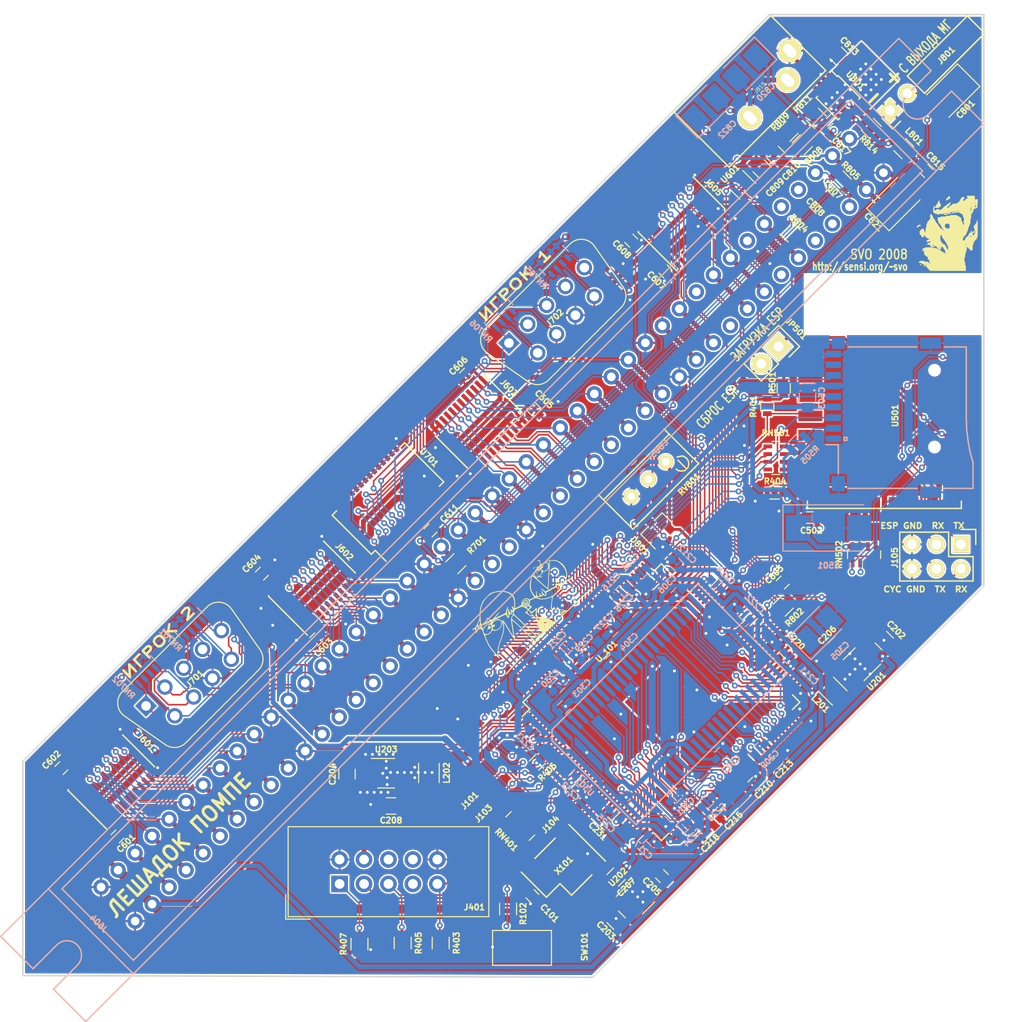
<source format=kicad_pcb>
(kicad_pcb (version 20171130) (host pcbnew "(2018-01-30 revision 342197bb3)-makepkg")
  (layers (0 F.Cu signal) (31 B.Cu signal) (34 B.Paste user) (35 F.Paste user) (36 B.SilkS user) (37 F.SilkS user) (38 B.Mask user) (39 F.Mask user) (44 Edge.Cuts user))
  (net 0 "")
  (net 1 +5V)
  (net 2 GND)
  (net 3 "Net-(C205-Pad1)")
  (net 4 +1V2)
  (net 5 +2V5)
  (net 6 +3V3)
  (net 7 /ADC_SNDp)
  (net 8 /anal/V06C_AUDIO)
  (net 9 /ADC_SNDn)
  (net 10 "Net-(C807-Pad2)")
  (net 11 "Net-(C808-Pad2)")
  (net 12 "Net-(C809-Pad1)")
  (net 13 "Net-(C810-Pad1)")
  (net 14 "Net-(C813-Pad2)")
  (net 15 "Net-(C817-Pad2)")
  (net 16 "Net-(C820-Pad2)")
  (net 17 "Net-(C822-Pad2)")
  (net 18 /DCLK/SPICLK)
  (net 19 /DATA0)
  (net 20 /FREE_IO1)
  (net 21 /FREE_I1)
  (net 22 "Net-(J401-Pad1)")
  (net 23 "Net-(J401-Pad3)")
  (net 24 "Net-(J401-Pad5)")
  (net 25 "Net-(J401-Pad6)")
  (net 26 "Net-(J401-Pad7)")
  (net 27 "Net-(J401-Pad8)")
  (net 28 "Net-(J401-Pad9)")
  (net 29 /~SD_SS)
  (net 30 /ASDO)
  (net 31 "Net-(J501-Pad8)")
  (net 32 "Net-(J601-Pad21)")
  (net 33 "Net-(J601-Pad20)")
  (net 34 "Net-(J601-Pad19)")
  (net 35 "Net-(J601-Pad18)")
  (net 36 "Net-(J601-Pad17)")
  (net 37 "Net-(J601-Pad16)")
  (net 38 "Net-(J601-Pad15)")
  (net 39 "Net-(J601-Pad14)")
  (net 40 /~ШАВВ7)
  (net 41 /~ШАВВ6)
  (net 42 /~ШАВВ5)
  (net 43 /~ШАВВ4)
  (net 44 /~ШАВВ3)
  (net 45 /~ШАВВ2)
  (net 46 /~ШАВВ1)
  (net 47 /~ШАВВ0)
  (net 48 /~ШАП0)
  (net 49 /~ШАП1)
  (net 50 /~ШАП2)
  (net 51 /~ШАП3)
  (net 52 /~ШАП4)
  (net 53 /~ШАП5)
  (net 54 /~ШАП6)
  (net 55 /~ШАП7)
  (net 56 "Net-(J602-Pad14)")
  (net 57 "Net-(J602-Pad15)")
  (net 58 "Net-(J602-Pad16)")
  (net 59 "Net-(J602-Pad17)")
  (net 60 "Net-(J602-Pad18)")
  (net 61 "Net-(J602-Pad19)")
  (net 62 "Net-(J602-Pad20)")
  (net 63 "Net-(J602-Pad21)")
  (net 64 /BUS/ШДЪ0)
  (net 65 /BUS/ШДЪ1)
  (net 66 /BUS/ШДЪ2)
  (net 67 /BUS/ШДЪ3)
  (net 68 /BUS/ШДЪ4)
  (net 69 /BUS/ШДЪ5)
  (net 70 /BUS/ШДЪ6)
  (net 71 /BUS/ШДЪ7)
  (net 72 /ШД7)
  (net 73 /ШД6)
  (net 74 /ШД5)
  (net 75 /ШД4)
  (net 76 /ШД3)
  (net 77 /ШД2)
  (net 78 /ШД1)
  (net 79 /ШД0)
  (net 80 /~БЛК)
  (net 81 /BUS/~RASЪ)
  (net 82 /BUS/~CASЪ)
  (net 83 /BUS/~ЗПЗУЪ)
  (net 84 /BUS/~ЧТЗУЪ)
  (net 85 /BUS/~ЧТВВЪ)
  (net 86 /BUS/~СБРЪ_СИСТЕМЫ)
  (net 87 /BUS/~ЗПВВЪ)
  (net 88 /BUS/~БЛКЪ)
  (net 89 /BUS/~ВВОДЪ_СИСТЕМЫ)
  (net 90 /BUS/СТЕКЪ)
  (net 91 /BUS/~СБРОСЪ)
  (net 92 "Net-(J604-Pad49)")
  (net 93 "Net-(J604-Pad42)")
  (net 94 /BUS/СТРОБЪ_СОСТЪ)
  (net 95 /~RAS)
  (net 96 /~CAS)
  (net 97 /СТРОБ_СОСТ)
  (net 98 /Joysticks/~P2UP)
  (net 99 /Joysticks/~P2DN)
  (net 100 /Joysticks/~P2LT)
  (net 101 /Joysticks/~P2RT)
  (net 102 /Joysticks/~P1B3)
  (net 103 /Joysticks/~P2B2)
  (net 104 /Joysticks/~P1B4)
  (net 105 /Joysticks/~P2B1)
  (net 106 /Joysticks/~P1B1)
  (net 107 /Joysticks/~P1B2)
  (net 108 /Joysticks/~P1RT)
  (net 109 /Joysticks/~P1LT)
  (net 110 /Joysticks/~P1DN)
  (net 111 /Joysticks/~P1UP)
  (net 112 "Net-(JP501-Pad1)")
  (net 113 "Net-(L201-Pad1)")
  (net 114 "Net-(L202-Pad1)")
  (net 115 /~SDRAM_CS)
  (net 116 /~SDRAM_RAS)
  (net 117 /~SDRAM_CAS)
  (net 118 /~SDRAM_WE)
  (net 119 /SDRAM_CKE)
  (net 120 /~CONFIG)
  (net 121 /CONF_DONE)
  (net 122 /~STATUS)
  (net 123 /ADC_SNDINT)
  (net 124 /AUDIO_L)
  (net 125 /AUDIO_R)
  (net 126 /TDO)
  (net 127 /TMS)
  (net 128 /TCK)
  (net 129 /TDI)
  (net 130 /SDRAM_DQ15)
  (net 131 /SDRAM_DQ0)
  (net 132 /SDRAM_DQ14)
  (net 133 /SDRAM_DQ1)
  (net 134 /SDRAM_DQ13)
  (net 135 /SDRAM_DQ2)
  (net 136 /SDRAM_DQ12)
  (net 137 /SDRAM_DQ3)
  (net 138 /SDRAM_DQ11)
  (net 139 /SDRAM_DQ4)
  (net 140 /SDRAM_DQ10)
  (net 141 /SDRAM_DQ5)
  (net 142 /SDRAM_DQ9)
  (net 143 /SDRAM_DQ6)
  (net 144 /SDRAM_DQ8)
  (net 145 /SDRAM_DQ7)
  (net 146 "Net-(U301-Pad40)")
  (net 147 /SDRAM_DLQM)
  (net 148 /SDRAM_UDQM)
  (net 149 /SDRAM_CLK)
  (net 150 "Net-(U301-Pad36)")
  (net 151 /SDRAM_A11)
  (net 152 /SDRAM_BA0)
  (net 153 /SDRAM_A9)
  (net 154 /SDRAM_BA1)
  (net 155 /SDRAM_A8)
  (net 156 /SDRAM_A10)
  (net 157 /SDRAM_A7)
  (net 158 /SDRAM_A0)
  (net 159 /SDRAM_A6)
  (net 160 /SDRAM_A1)
  (net 161 /SDRAM_A5)
  (net 162 /SDRAM_A2)
  (net 163 /SDRAM_A4)
  (net 164 /SDRAM_A3)
  (net 165 /~CSO)
  (net 166 "Net-(U501-Pad2)")
  (net 167 /~ESP_SS)
  (net 168 /ESP_TxD)
  (net 169 /ESP_RxD)
  (net 170 "Net-(U501-Pad17)")
  (net 171 "Net-(U501-Pad18)")
  (net 172 "Net-(U501-Pad19)")
  (net 173 "Net-(U501-Pad20)")
  (net 174 "Net-(U501-Pad21)")
  (net 175 "Net-(U501-Pad22)")
  (net 176 /~JOY_SS)
  (net 177 "Net-(U701-Pad19)")
  (net 178 "Net-(U701-Pad20)")
  (net 179 /MCLK)
  (net 180 /Joysticks/~P2B3)
  (net 181 /Joysticks/~P2B4)
  (net 182 "Net-(J501-Pad1)")
  (net 183 /BUTT1)
  (net 184 "Net-(J604-Pad36)")
  (net 185 "Net-(J604-Pad39)")
  (net 186 "Net-(J604-Pad50)")
  (net 187 "Net-(U501-Pad13)")
  (net 188 /ESP12F/TxD)
  (net 189 /ESP12F/RxD)
  (net 190 "Net-(J502-Pad1)")
  (net 191 /anal/POWERPAD)
  (net 192 /СТЕК)
  (net 193 /~ЗПВВ)
  (net 194 /~ЧТВВ)
  (net 195 /~ЧТЗУ)
  (net 196 /~ЗПЗУ)
  (net 197 "Net-(X101-Pad1)")
  (net 198 "Net-(RN501-Pad4)")
  (net 199 "Net-(RN501-Pad8)")
  (net 200 "Net-(RN501-Pad7)")
  (net 201 "Net-(RN501-Pad6)")
  (net 202 "Net-(RN501-Pad5)")
  (net 203 "Net-(RN502-Pad2)")
  (net 204 "Net-(RN502-Pad3)")
  (net 205 "Net-(RN502-Pad6)")
  (net 206 "Net-(U_101-Pad7)")
  (net 207 "Net-(C820-Pad1)")
  (net 208 "Net-(C822-Pad1)")
  (net 209 "Net-(R808-Pad1)")
  (net 210 "Net-(R809-Pad1)")
  (net 211 /FREE_IO2)
  (module jack-3:ST-215N-04 (layer F.Cu) (at 120.618465 150.714368 315)
    (fp_text reference J815 (at 4.6355 6.096 45) (layer F.SilkS) (effects (font (size 0.39878 0.39878) (thickness 0.0508))))
    (fp_text value "Audio Out" hide)
    (pad 3 thru_hole circle (at 4.1 1.2 45) (size 2.4 2.4) (drill oval 1 1.6) (layers *.Cu *.Mask F.SilkS) (net 2 GND))
    (pad 2 thru_hole circle (at 6.099999 9 45) (size 2.4 2.4) (drill oval 1 1.6) (layers *.Cu *.Mask F.SilkS) (net 16 "Net-(C820-Pad2)"))
    (pad 1 thru_hole circle (at 6.1 3.5 45) (size 2.4 2.4) (drill oval 1 1.6) (layers *.Cu *.Mask F.SilkS) (net 17 "Net-(C822-Pad2)"))
  )
  (module Connectors_DSub:DSUB-9_Male_Vertical_Pitch2.77x2.84mm (layer F.Cu) (at 55.781016 222.556417 45)
    (fp_text reference J701 (at 5.588 1.5875 45) (layer F.SilkS) (effects (font (size 0.6 0.6))))
    (fp_text value DB9_Male_MountingHoles)
    (pad 9 thru_hole circle (at 9.695 2.84 45) (size 1.6 1.6) (drill 1) (layers *.Cu *.Mask) (net 103 /Joysticks/~P2B2))
    (pad 8 thru_hole circle (at 6.925 2.84 45) (size 1.6 1.6) (drill 1) (layers *.Cu *.Mask) (net 2 GND))
    (pad 7 thru_hole circle (at 4.155 2.84 45) (size 1.6 1.6) (drill 1) (layers *.Cu *.Mask) (net 181 /Joysticks/~P2B4))
    (pad 6 thru_hole circle (at 1.385 2.84 45) (size 1.6 1.6) (drill 1) (layers *.Cu *.Mask) (net 105 /Joysticks/~P2B1))
    (pad 5 thru_hole circle (at 11.08 0 45) (size 1.6 1.6) (drill 1) (layers *.Cu *.Mask) (net 180 /Joysticks/~P2B3))
    (pad 4 thru_hole circle (at 8.31 0 45) (size 1.6 1.6) (drill 1) (layers *.Cu *.Mask) (net 101 /Joysticks/~P2RT))
    (pad 3 thru_hole circle (at 5.540001 0 45) (size 1.6 1.6) (drill 1) (layers *.Cu *.Mask) (net 100 /Joysticks/~P2LT))
    (pad 2 thru_hole circle (at 2.77 0 45) (size 1.6 1.6) (drill 1) (layers *.Cu *.Mask) (net 99 /Joysticks/~P2DN))
    (pad 1 thru_hole rect (at 0 0 45) (size 1.6 1.6) (drill 1) (layers *.Cu *.Mask) (net 98 /Joysticks/~P2UP))
  )
  (module Connectors_DSub:DSUB-9_Male_Vertical_Pitch2.77x2.84mm (layer F.Cu) (at 93.498092 184.839342 45)
    (fp_text reference J702 (at 5.207 1.524 45) (layer F.SilkS) (effects (font (size 0.6 0.6))))
    (fp_text value DB9_Male_MountingHoles)
    (pad 1 thru_hole rect (at 0 0 45) (size 1.6 1.6) (drill 1) (layers *.Cu *.Mask) (net 111 /Joysticks/~P1UP))
    (pad 2 thru_hole circle (at 2.77 0 45) (size 1.6 1.6) (drill 1) (layers *.Cu *.Mask) (net 110 /Joysticks/~P1DN))
    (pad 3 thru_hole circle (at 5.540001 0 45) (size 1.6 1.6) (drill 1) (layers *.Cu *.Mask) (net 109 /Joysticks/~P1LT))
    (pad 4 thru_hole circle (at 8.31 0 45) (size 1.6 1.6) (drill 1) (layers *.Cu *.Mask) (net 108 /Joysticks/~P1RT))
    (pad 5 thru_hole circle (at 11.08 0 45) (size 1.6 1.6) (drill 1) (layers *.Cu *.Mask) (net 102 /Joysticks/~P1B3))
    (pad 6 thru_hole circle (at 1.385 2.84 45) (size 1.6 1.6) (drill 1) (layers *.Cu *.Mask) (net 106 /Joysticks/~P1B1))
    (pad 7 thru_hole circle (at 4.155 2.84 45) (size 1.6 1.6) (drill 1) (layers *.Cu *.Mask) (net 104 /Joysticks/~P1B4))
    (pad 8 thru_hole circle (at 6.925 2.84 45) (size 1.6 1.6) (drill 1) (layers *.Cu *.Mask) (net 2 GND))
    (pad 9 thru_hole circle (at 9.695 2.84 45) (size 1.6 1.6) (drill 1) (layers *.Cu *.Mask) (net 107 /Joysticks/~P1B2))
  )
  (module Resistors_SMD:R_Array_Concave_4x0603 (layer B.Cu) (at 55.283213 218.798852 315)
    (fp_text reference RN702 (at 0 2.6 315) (layer B.SilkS) (effects (font (size 0.6 0.6)) (justify mirror)))
    (fp_text value 10K)
    (pad 5 smd rect (at 0.85 -1.2 315) (size 0.9 0.4) (layers B.Cu B.Paste B.Mask) (net 181 /Joysticks/~P2B4))
    (pad 6 smd rect (at 0.85 -0.4 315) (size 0.9 0.4) (layers B.Cu B.Paste B.Mask) (net 99 /Joysticks/~P2DN))
    (pad 7 smd rect (at 0.85 0.4 315) (size 0.9 0.4) (layers B.Cu B.Paste B.Mask) (net 105 /Joysticks/~P2B1))
    (pad 8 smd rect (at 0.85 1.2 315) (size 0.9 0.4) (layers B.Cu B.Paste B.Mask) (net 98 /Joysticks/~P2UP))
    (pad 4 smd rect (at -0.85 -1.2 315) (size 0.9 0.4) (layers B.Cu B.Paste B.Mask) (net 6 +3V3))
    (pad 1 smd rect (at -0.85 1.2 315) (size 0.9 0.4) (layers B.Cu B.Paste B.Mask) (net 6 +3V3))
    (pad 3 smd rect (at -0.85 -0.4 315) (size 0.9 0.4) (layers B.Cu B.Paste B.Mask) (net 6 +3V3))
    (pad 2 smd rect (at -0.85 0.4 315) (size 0.9 0.4) (layers B.Cu B.Paste B.Mask) (net 6 +3V3))
  )
  (module Housings_SSOP:TSSOP-24_4.4x7.8mm_Pitch0.65mm (layer F.Cu) (at 111.440926 172.072529 135)
    (fp_text reference J605 (at 0.104 4.7645 135) (layer F.SilkS) (effects (font (size 0.6 0.6))))
    (fp_text value 74LVC8T245)
    (pad 24 smd rect (at 2.85 -3.575 135) (size 1.1 0.4) (layers F.Cu F.Paste F.Mask) (net 1 +5V))
    (pad 23 smd rect (at 2.85 -2.925 135) (size 1.1 0.4) (layers F.Cu F.Paste F.Mask) (net 1 +5V))
    (pad 22 smd rect (at 2.85 -2.275 135) (size 1.1 0.4) (layers F.Cu F.Paste F.Mask) (net 2 GND))
    (pad 21 smd rect (at 2.85 -1.625 135) (size 1.1 0.4) (layers F.Cu F.Paste F.Mask) (net 81 /BUS/~RASЪ))
    (pad 20 smd rect (at 2.85 -0.975 135) (size 1.1 0.4) (layers F.Cu F.Paste F.Mask) (net 82 /BUS/~CASЪ))
    (pad 19 smd rect (at 2.85 -0.325 135) (size 1.1 0.4) (layers F.Cu F.Paste F.Mask) (net 83 /BUS/~ЗПЗУЪ))
    (pad 18 smd rect (at 2.85 0.325 135) (size 1.1 0.4) (layers F.Cu F.Paste F.Mask) (net 84 /BUS/~ЧТЗУЪ))
    (pad 17 smd rect (at 2.85 0.975 135) (size 1.1 0.4) (layers F.Cu F.Paste F.Mask) (net 85 /BUS/~ЧТВВЪ))
    (pad 16 smd rect (at 2.85 1.625 135) (size 1.1 0.4) (layers F.Cu F.Paste F.Mask) (net 87 /BUS/~ЗПВВЪ))
    (pad 15 smd rect (at 2.85 2.275 135) (size 1.1 0.4) (layers F.Cu F.Paste F.Mask) (net 90 /BUS/СТЕКЪ))
    (pad 14 smd rect (at 2.85 2.925 135) (size 1.1 0.4) (layers F.Cu F.Paste F.Mask) (net 94 /BUS/СТРОБЪ_СОСТЪ))
    (pad 13 smd rect (at 2.85 3.575 135) (size 1.1 0.4) (layers F.Cu F.Paste F.Mask) (net 2 GND))
    (pad 12 smd rect (at -2.85 3.575 135) (size 1.1 0.4) (layers F.Cu F.Paste F.Mask) (net 2 GND))
    (pad 11 smd rect (at -2.85 2.925 135) (size 1.1 0.4) (layers F.Cu F.Paste F.Mask) (net 2 GND))
    (pad 10 smd rect (at -2.85 2.275 135) (size 1.1 0.4) (layers F.Cu F.Paste F.Mask) (net 97 /СТРОБ_СОСТ))
    (pad 9 smd rect (at -2.85 1.625 135) (size 1.1 0.4) (layers F.Cu F.Paste F.Mask) (net 192 /СТЕК))
    (pad 8 smd rect (at -2.85 0.975 135) (size 1.1 0.4) (layers F.Cu F.Paste F.Mask) (net 193 /~ЗПВВ))
    (pad 7 smd rect (at -2.85 0.325 135) (size 1.1 0.4) (layers F.Cu F.Paste F.Mask) (net 194 /~ЧТВВ))
    (pad 6 smd rect (at -2.85 -0.325 135) (size 1.1 0.4) (layers F.Cu F.Paste F.Mask) (net 195 /~ЧТЗУ))
    (pad 5 smd rect (at -2.85 -0.975 135) (size 1.1 0.4) (layers F.Cu F.Paste F.Mask) (net 196 /~ЗПЗУ))
    (pad 4 smd rect (at -2.85 -1.625 135) (size 1.1 0.4) (layers F.Cu F.Paste F.Mask) (net 96 /~CAS))
    (pad 3 smd rect (at -2.85 -2.275 135) (size 1.1 0.4) (layers F.Cu F.Paste F.Mask) (net 95 /~RAS))
    (pad 2 smd rect (at -2.85 -2.925 135) (size 1.1 0.4) (layers F.Cu F.Paste F.Mask) (net 2 GND))
    (pad 1 smd rect (at -2.85 -3.575 135) (size 1.1 0.4) (layers F.Cu F.Paste F.Mask) (net 6 +3V3))
  )
  (module altera-eqfp-144:Altera_EQFP-144_20x20mm_Pitch0.5mm (layer F.Cu) (at 109.340112 222.168923 45)
    (fp_text reference U_101 (at -0.3 -7.753 45) (layer F.SilkS) (effects (font (size 0.6 0.6))))
    (fp_text value EP4CE06E22)
    (pad 1 smd rect (at -10.95 -8.75 45) (size 1.45 0.25) (layers F.Cu F.Paste F.Mask) (net 45 /~ШАВВ2))
    (pad 2 smd rect (at -10.95 -8.25 45) (size 1.45 0.25) (layers F.Cu F.Paste F.Mask) (net 46 /~ШАВВ1))
    (pad 3 smd rect (at -10.95 -7.75 45) (size 1.45 0.25) (layers F.Cu F.Paste F.Mask) (net 47 /~ШАВВ0))
    (pad 4 smd rect (at -10.95 -7.25 45) (size 1.45 0.25) (layers F.Cu F.Paste F.Mask) (net 2 GND))
    (pad 5 smd rect (at -10.95 -6.75 45) (size 1.45 0.25) (layers F.Cu F.Paste F.Mask) (net 4 +1V2))
    (pad 6 smd rect (at -10.95 -6.25 45) (size 1.45 0.25) (layers F.Cu F.Paste F.Mask) (net 30 /ASDO))
    (pad 7 smd rect (at -10.95 -5.75 45) (size 1.45 0.25) (layers F.Cu F.Paste F.Mask) (net 206 "Net-(U_101-Pad7)"))
    (pad 8 smd rect (at -10.95 -5.25 45) (size 1.45 0.25) (layers F.Cu F.Paste F.Mask) (net 165 /~CSO))
    (pad 9 smd rect (at -10.95 -4.75 45) (size 1.45 0.25) (layers F.Cu F.Paste F.Mask) (net 122 /~STATUS))
    (pad 10 smd rect (at -10.95 -4.25 45) (size 1.45 0.25) (layers F.Cu F.Paste F.Mask) (net 20 /FREE_IO1))
    (pad 11 smd rect (at -10.95 -3.75 45) (size 1.45 0.25) (layers F.Cu F.Paste F.Mask) (net 211 /FREE_IO2))
    (pad 12 smd rect (at -10.95 -3.25 45) (size 1.45 0.25) (layers F.Cu F.Paste F.Mask) (net 18 /DCLK/SPICLK))
    (pad 13 smd rect (at -10.95 -2.75 45) (size 1.45 0.25) (layers F.Cu F.Paste F.Mask) (net 19 /DATA0))
    (pad 14 smd rect (at -10.95 -2.25 45) (size 1.45 0.25) (layers F.Cu F.Paste F.Mask) (net 120 /~CONFIG))
    (pad 15 smd rect (at -10.95 -1.75 45) (size 1.45 0.25) (layers F.Cu F.Paste F.Mask) (net 129 /TDI))
    (pad 16 smd rect (at -10.95 -1.25 45) (size 1.45 0.25) (layers F.Cu F.Paste F.Mask) (net 128 /TCK))
    (pad 17 smd rect (at -10.95 -0.75 45) (size 1.45 0.25) (layers F.Cu F.Paste F.Mask) (net 6 +3V3))
    (pad 18 smd rect (at -10.95 -0.25 45) (size 1.45 0.25) (layers F.Cu F.Paste F.Mask) (net 127 /TMS))
    (pad 19 smd rect (at -10.95 0.25 45) (size 1.45 0.25) (layers F.Cu F.Paste F.Mask) (net 2 GND))
    (pad 20 smd rect (at -10.95 0.75 45) (size 1.45 0.25) (layers F.Cu F.Paste F.Mask) (net 126 /TDO))
    (pad 21 smd rect (at -10.95 1.25 45) (size 1.45 0.25) (layers F.Cu F.Paste F.Mask) (net 2 GND))
    (pad 22 smd rect (at -10.95 1.75 45) (size 1.45 0.25) (layers F.Cu F.Paste F.Mask) (net 2 GND))
    (pad 23 smd rect (at -10.95 2.25 45) (size 1.45 0.25) (layers F.Cu F.Paste F.Mask) (net 21 /FREE_I1))
    (pad 24 smd rect (at -10.95 2.75 45) (size 1.45 0.25) (layers F.Cu F.Paste F.Mask) (net 179 /MCLK))
    (pad 25 smd rect (at -10.95 3.25 45) (size 1.45 0.25) (layers F.Cu F.Paste F.Mask) (net 183 /BUTT1))
    (pad 26 smd rect (at -10.95 3.75 45) (size 1.45 0.25) (layers F.Cu F.Paste F.Mask) (net 6 +3V3))
    (pad 27 smd rect (at -10.95 4.25 45) (size 1.45 0.25) (layers F.Cu F.Paste F.Mask) (net 2 GND))
    (pad 28 smd rect (at -10.95 4.75 45) (size 1.45 0.25) (layers F.Cu F.Paste F.Mask) (net 131 /SDRAM_DQ0))
    (pad 29 smd rect (at -10.95 5.25 45) (size 1.45 0.25) (layers F.Cu F.Paste F.Mask) (net 4 +1V2))
    (pad 30 smd rect (at -10.95 5.75 45) (size 1.45 0.25) (layers F.Cu F.Paste F.Mask) (net 133 /SDRAM_DQ1))
    (pad 31 smd rect (at -10.95 6.25 45) (size 1.45 0.25) (layers F.Cu F.Paste F.Mask) (net 135 /SDRAM_DQ2))
    (pad 32 smd rect (at -10.95 6.75 45) (size 1.45 0.25) (layers F.Cu F.Paste F.Mask) (net 137 /SDRAM_DQ3))
    (pad 33 smd rect (at -10.95 7.25 45) (size 1.45 0.25) (layers F.Cu F.Paste F.Mask) (net 139 /SDRAM_DQ4))
    (pad 34 smd rect (at -10.95 7.75 45) (size 1.45 0.25) (layers F.Cu F.Paste F.Mask) (net 141 /SDRAM_DQ5))
    (pad 35 smd rect (at -10.95 8.25 45) (size 1.45 0.25) (layers F.Cu F.Paste F.Mask) (net 5 +2V5))
    (pad 36 smd rect (at -10.95 8.75 45) (size 1.45 0.25) (layers F.Cu F.Paste F.Mask) (net 2 GND))
    (pad 37 smd rect (at -8.75 10.95 135) (size 1.45 0.25) (layers F.Cu F.Paste F.Mask) (net 4 +1V2))
    (pad 38 smd rect (at -8.25 10.95 135) (size 1.45 0.25) (layers F.Cu F.Paste F.Mask) (net 143 /SDRAM_DQ6))
    (pad 39 smd rect (at -7.75 10.95 135) (size 1.45 0.25) (layers F.Cu F.Paste F.Mask) (net 145 /SDRAM_DQ7))
    (pad 40 smd rect (at -7.25 10.95 135) (size 1.45 0.25) (layers F.Cu F.Paste F.Mask) (net 6 +3V3))
    (pad 41 smd rect (at -6.75 10.95 135) (size 1.45 0.25) (layers F.Cu F.Paste F.Mask) (net 2 GND))
    (pad 42 smd rect (at -6.25 10.95 135) (size 1.45 0.25) (layers F.Cu F.Paste F.Mask) (net 147 /SDRAM_DLQM))
    (pad 43 smd rect (at -5.75 10.95 135) (size 1.45 0.25) (layers F.Cu F.Paste F.Mask) (net 118 /~SDRAM_WE))
    (pad 44 smd rect (at -5.25 10.95 135) (size 1.45 0.25) (layers F.Cu F.Paste F.Mask) (net 117 /~SDRAM_CAS))
    (pad 45 smd rect (at -4.75 10.95 135) (size 1.45 0.25) (layers F.Cu F.Paste F.Mask) (net 4 +1V2))
    (pad 46 smd rect (at -4.25 10.95 135) (size 1.45 0.25) (layers F.Cu F.Paste F.Mask) (net 116 /~SDRAM_RAS))
    (pad 47 smd rect (at -3.75 10.95 135) (size 1.45 0.25) (layers F.Cu F.Paste F.Mask) (net 6 +3V3))
    (pad 48 smd rect (at -3.25 10.95 135) (size 1.45 0.25) (layers F.Cu F.Paste F.Mask) (net 2 GND))
    (pad 49 smd rect (at -2.75 10.95 135) (size 1.45 0.25) (layers F.Cu F.Paste F.Mask) (net 130 /SDRAM_DQ15))
    (pad 50 smd rect (at -2.25 10.95 135) (size 1.45 0.25) (layers F.Cu F.Paste F.Mask) (net 132 /SDRAM_DQ14))
    (pad 51 smd rect (at -1.75 10.95 135) (size 1.45 0.25) (layers F.Cu F.Paste F.Mask) (net 134 /SDRAM_DQ13))
    (pad 52 smd rect (at -1.25 10.95 135) (size 1.45 0.25) (layers F.Cu F.Paste F.Mask) (net 136 /SDRAM_DQ12))
    (pad 53 smd rect (at -0.75 10.95 135) (size 1.45 0.25) (layers F.Cu F.Paste F.Mask) (net 138 /SDRAM_DQ11))
    (pad 54 smd rect (at -0.25 10.95 135) (size 1.45 0.25) (layers F.Cu F.Paste F.Mask) (net 140 /SDRAM_DQ10))
    (pad 55 smd rect (at 0.25 10.95 135) (size 1.45 0.25) (layers F.Cu F.Paste F.Mask) (net 142 /SDRAM_DQ9))
    (pad 56 smd rect (at 0.75 10.95 135) (size 1.45 0.25) (layers F.Cu F.Paste F.Mask) (net 6 +3V3))
    (pad 57 smd rect (at 1.25 10.95 135) (size 1.45 0.25) (layers F.Cu F.Paste F.Mask) (net 2 GND))
    (pad 58 smd rect (at 1.75 10.95 135) (size 1.45 0.25) (layers F.Cu F.Paste F.Mask) (net 144 /SDRAM_DQ8))
    (pad 59 smd rect (at 2.25 10.95 135) (size 1.45 0.25) (layers F.Cu F.Paste F.Mask) (net 148 /SDRAM_UDQM))
    (pad 60 smd rect (at 2.75 10.95 135) (size 1.45 0.25) (layers F.Cu F.Paste F.Mask) (net 149 /SDRAM_CLK))
    (pad 61 smd rect (at 3.25 10.95 135) (size 1.45 0.25) (layers F.Cu F.Paste F.Mask) (net 4 +1V2))
    (pad 62 smd rect (at 3.75 10.95 135) (size 1.45 0.25) (layers F.Cu F.Paste F.Mask) (net 6 +3V3))
    (pad 63 smd rect (at 4.25 10.95 135) (size 1.45 0.25) (layers F.Cu F.Paste F.Mask) (net 2 GND))
    (pad 64 smd rect (at 4.75 10.95 135) (size 1.45 0.25) (layers F.Cu F.Paste F.Mask) (net 119 /SDRAM_CKE))
    (pad 65 smd rect (at 5.25 10.95 135) (size 1.45 0.25) (layers F.Cu F.Paste F.Mask) (net 151 /SDRAM_A11))
    (pad 66 smd rect (at 5.75 10.95 135) (size 1.45 0.25) (layers F.Cu F.Paste F.Mask) (net 153 /SDRAM_A9))
    (pad 67 smd rect (at 6.25 10.95 135) (size 1.45 0.25) (layers F.Cu F.Paste F.Mask) (net 155 /SDRAM_A8))
    (pad 68 smd rect (at 6.75 10.95 135) (size 1.45 0.25) (layers F.Cu F.Paste F.Mask) (net 157 /SDRAM_A7))
    (pad 69 smd rect (at 7.25 10.95 135) (size 1.45 0.25) (layers F.Cu F.Paste F.Mask) (net 159 /SDRAM_A6))
    (pad 70 smd rect (at 7.75 10.95 135) (size 1.45 0.25) (layers F.Cu F.Paste F.Mask) (net 161 /SDRAM_A5))
    (pad 71 smd rect (at 8.25 10.95 135) (size 1.45 0.25) (layers F.Cu F.Paste F.Mask) (net 163 /SDRAM_A4))
    (pad 72 smd rect (at 8.75 10.95 135) (size 1.45 0.25) (layers F.Cu F.Paste F.Mask) (net 115 /~SDRAM_CS))
    (pad 73 smd rect (at 10.95 8.75 45) (size 1.45 0.25) (layers F.Cu F.Paste F.Mask) (net 152 /SDRAM_BA0))
    (pad 74 smd rect (at 10.95 8.25 45) (size 1.45 0.25) (layers F.Cu F.Paste F.Mask) (net 154 /SDRAM_BA1))
    (pad 75 smd rect (at 10.95 7.75 45) (size 1.45 0.25) (layers F.Cu F.Paste F.Mask) (net 156 /SDRAM_A10))
    (pad 76 smd rect (at 10.95 7.25 45) (size 1.45 0.25) (layers F.Cu F.Paste F.Mask) (net 158 /SDRAM_A0))
    (pad 77 smd rect (at 10.95 6.75 45) (size 1.45 0.25) (layers F.Cu F.Paste F.Mask) (net 160 /SDRAM_A1))
    (pad 78 smd rect (at 10.95 6.25 45) (size 1.45 0.25) (layers F.Cu F.Paste F.Mask) (net 4 +1V2))
    (pad 79 smd rect (at 10.95 5.75 45) (size 1.45 0.25) (layers F.Cu F.Paste F.Mask) (net 2 GND))
    (pad 80 smd rect (at 10.95 5.25 45) (size 1.45 0.25) (layers F.Cu F.Paste F.Mask) (net 162 /SDRAM_A2))
    (pad 81 smd rect (at 10.95 4.75 45) (size 1.45 0.25) (layers F.Cu F.Paste F.Mask) (net 6 +3V3))
    (pad 82 smd rect (at 10.95 4.25 45) (size 1.45 0.25) (layers F.Cu F.Paste F.Mask) (net 2 GND))
    (pad 83 smd rect (at 10.95 3.75 45) (size 1.45 0.25) (layers F.Cu F.Paste F.Mask) (net 164 /SDRAM_A3))
    (pad 84 smd rect (at 10.95 3.25 45) (size 1.45 0.25) (layers F.Cu F.Paste F.Mask) (net 167 /~ESP_SS))
    (pad 85 smd rect (at 10.95 2.75 45) (size 1.45 0.25) (layers F.Cu F.Paste F.Mask) (net 97 /СТРОБ_СОСТ))
    (pad 86 smd rect (at 10.95 2.25 45) (size 1.45 0.25) (layers F.Cu F.Paste F.Mask) (net 192 /СТЕК))
    (pad 87 smd rect (at 10.95 1.75 45) (size 1.45 0.25) (layers F.Cu F.Paste F.Mask) (net 123 /ADC_SNDINT))
    (pad 88 smd rect (at 10.95 1.25 45) (size 1.45 0.25) (layers F.Cu F.Paste F.Mask) (net 169 /ESP_RxD))
    (pad 89 smd rect (at 10.95 0.75 45) (size 1.45 0.25) (layers F.Cu F.Paste F.Mask) (net 193 /~ЗПВВ))
    (pad 90 smd rect (at 10.95 0.25 45) (size 1.45 0.25) (layers F.Cu F.Paste F.Mask) (net 194 /~ЧТВВ))
    (pad 91 smd rect (at 10.95 -0.25 45) (size 1.45 0.25) (layers F.Cu F.Paste F.Mask) (net 195 /~ЧТЗУ))
    (pad 92 smd rect (at 10.95 -0.75 45) (size 1.45 0.25) (layers F.Cu F.Paste F.Mask) (net 121 /CONF_DONE))
    (pad 93 smd rect (at 10.95 -1.25 45) (size 1.45 0.25) (layers F.Cu F.Paste F.Mask) (net 6 +3V3))
    (pad 94 smd rect (at 10.95 -1.75 45) (size 1.45 0.25) (layers F.Cu F.Paste F.Mask) (net 2 GND))
    (pad 95 smd rect (at 10.95 -2.25 45) (size 1.45 0.25) (layers F.Cu F.Paste F.Mask) (net 2 GND))
    (pad 96 smd rect (at 10.95 -2.75 45) (size 1.45 0.25) (layers F.Cu F.Paste F.Mask) (net 2 GND))
    (pad 97 smd rect (at 10.95 -3.25 45) (size 1.45 0.25) (layers F.Cu F.Paste F.Mask) (net 2 GND))
    (pad 98 smd rect (at 10.95 -3.75 45) (size 1.45 0.25) (layers F.Cu F.Paste F.Mask) (net 9 /ADC_SNDn))
    (pad 99 smd rect (at 10.95 -4.25 45) (size 1.45 0.25) (layers F.Cu F.Paste F.Mask) (net 7 /ADC_SNDp))
    (pad 100 smd rect (at 10.95 -4.75 45) (size 1.45 0.25) (layers F.Cu F.Paste F.Mask) (net 80 /~БЛК))
    (pad 101 smd rect (at 10.95 -5.25 45) (size 1.45 0.25) (layers F.Cu F.Paste F.Mask) (net 125 /AUDIO_R))
    (pad 102 smd rect (at 10.95 -5.75 45) (size 1.45 0.25) (layers F.Cu F.Paste F.Mask) (net 4 +1V2))
    (pad 103 smd rect (at 10.95 -6.25 45) (size 1.45 0.25) (layers F.Cu F.Paste F.Mask) (net 124 /AUDIO_L))
    (pad 104 smd rect (at 10.95 -6.75 45) (size 1.45 0.25) (layers F.Cu F.Paste F.Mask) (net 196 /~ЗПЗУ))
    (pad 105 smd rect (at 10.95 -7.25 45) (size 1.45 0.25) (layers F.Cu F.Paste F.Mask) (net 96 /~CAS))
    (pad 106 smd rect (at 10.95 -7.75 45) (size 1.45 0.25) (layers F.Cu F.Paste F.Mask) (net 95 /~RAS))
    (pad 107 smd rect (at 10.95 -8.25 45) (size 1.45 0.25) (layers F.Cu F.Paste F.Mask) (net 5 +2V5))
    (pad 108 smd rect (at 10.95 -8.75 45) (size 1.45 0.25) (layers F.Cu F.Paste F.Mask) (net 2 GND))
    (pad 109 smd rect (at 8.75 -10.95 135) (size 1.45 0.25) (layers F.Cu F.Paste F.Mask) (net 4 +1V2))
    (pad 110 smd rect (at 8.25 -10.95 135) (size 1.45 0.25) (layers F.Cu F.Paste F.Mask) (net 18 /DCLK/SPICLK))
    (pad 111 smd rect (at 7.75 -10.95 135) (size 1.45 0.25) (layers F.Cu F.Paste F.Mask) (net 176 /~JOY_SS))
    (pad 112 smd rect (at 7.25 -10.95 135) (size 1.45 0.25) (layers F.Cu F.Paste F.Mask) (net 29 /~SD_SS))
    (pad 113 smd rect (at 6.75 -10.95 135) (size 1.45 0.25) (layers F.Cu F.Paste F.Mask) (net 168 /ESP_TxD))
    (pad 114 smd rect (at 6.25 -10.95 135) (size 1.45 0.25) (layers F.Cu F.Paste F.Mask) (net 72 /ШД7))
    (pad 115 smd rect (at 5.75 -10.95 135) (size 1.45 0.25) (layers F.Cu F.Paste F.Mask) (net 73 /ШД6))
    (pad 116 smd rect (at 5.25 -10.95 135) (size 1.45 0.25) (layers F.Cu F.Paste F.Mask) (net 4 +1V2))
    (pad 117 smd rect (at 4.75 -10.95 135) (size 1.45 0.25) (layers F.Cu F.Paste F.Mask) (net 6 +3V3))
    (pad 118 smd rect (at 4.25 -10.95 135) (size 1.45 0.25) (layers F.Cu F.Paste F.Mask) (net 2 GND))
    (pad 119 smd rect (at 3.75 -10.95 135) (size 1.45 0.25) (layers F.Cu F.Paste F.Mask) (net 74 /ШД5))
    (pad 120 smd rect (at 3.25 -10.95 135) (size 1.45 0.25) (layers F.Cu F.Paste F.Mask) (net 75 /ШД4))
    (pad 121 smd rect (at 2.75 -10.95 135) (size 1.45 0.25) (layers F.Cu F.Paste F.Mask) (net 76 /ШД3))
    (pad 122 smd rect (at 2.25 -10.95 135) (size 1.45 0.25) (layers F.Cu F.Paste F.Mask) (net 6 +3V3))
    (pad 123 smd rect (at 1.75 -10.95 135) (size 1.45 0.25) (layers F.Cu F.Paste F.Mask) (net 2 GND))
    (pad 124 smd rect (at 1.25 -10.95 135) (size 1.45 0.25) (layers F.Cu F.Paste F.Mask) (net 77 /ШД2))
    (pad 125 smd rect (at 0.75 -10.95 135) (size 1.45 0.25) (layers F.Cu F.Paste F.Mask) (net 78 /ШД1))
    (pad 126 smd rect (at 0.25 -10.95 135) (size 1.45 0.25) (layers F.Cu F.Paste F.Mask) (net 79 /ШД0))
    (pad 127 smd rect (at -0.25 -10.95 135) (size 1.45 0.25) (layers F.Cu F.Paste F.Mask) (net 55 /~ШАП7))
    (pad 128 smd rect (at -0.75 -10.95 135) (size 1.45 0.25) (layers F.Cu F.Paste F.Mask) (net 54 /~ШАП6))
    (pad 129 smd rect (at -1.25 -10.95 135) (size 1.45 0.25) (layers F.Cu F.Paste F.Mask) (net 53 /~ШАП5))
    (pad 130 smd rect (at -1.75 -10.95 135) (size 1.45 0.25) (layers F.Cu F.Paste F.Mask) (net 6 +3V3))
    (pad 131 smd rect (at -2.25 -10.95 135) (size 1.45 0.25) (layers F.Cu F.Paste F.Mask) (net 2 GND))
    (pad 132 smd rect (at -2.75 -10.95 135) (size 1.45 0.25) (layers F.Cu F.Paste F.Mask) (net 52 /~ШАП4))
    (pad 133 smd rect (at -3.25 -10.95 135) (size 1.45 0.25) (layers F.Cu F.Paste F.Mask) (net 51 /~ШАП3))
    (pad 134 smd rect (at -3.75 -10.95 135) (size 1.45 0.25) (layers F.Cu F.Paste F.Mask) (net 4 +1V2))
    (pad 135 smd rect (at -4.25 -10.95 135) (size 1.45 0.25) (layers F.Cu F.Paste F.Mask) (net 50 /~ШАП2))
    (pad 136 smd rect (at -4.75 -10.95 135) (size 1.45 0.25) (layers F.Cu F.Paste F.Mask) (net 49 /~ШАП1))
    (pad 137 smd rect (at -5.25 -10.95 135) (size 1.45 0.25) (layers F.Cu F.Paste F.Mask) (net 48 /~ШАП0))
    (pad 138 smd rect (at -5.75 -10.95 135) (size 1.45 0.25) (layers F.Cu F.Paste F.Mask) (net 40 /~ШАВВ7))
    (pad 139 smd rect (at -6.25 -10.95 135) (size 1.45 0.25) (layers F.Cu F.Paste F.Mask) (net 6 +3V3))
    (pad 140 smd rect (at -6.75 -10.95 135) (size 1.45 0.25) (layers F.Cu F.Paste F.Mask) (net 2 GND))
    (pad 141 smd rect (at -7.25 -10.95 135) (size 1.45 0.25) (layers F.Cu F.Paste F.Mask) (net 41 /~ШАВВ6))
    (pad 142 smd rect (at -7.75 -10.95 135) (size 1.45 0.25) (layers F.Cu F.Paste F.Mask) (net 42 /~ШАВВ5))
    (pad 143 smd rect (at -8.25 -10.95 135) (size 1.45 0.25) (layers F.Cu F.Paste F.Mask) (net 43 /~ШАВВ4))
    (pad 144 smd rect (at -8.75 -10.95 135) (size 1.45 0.25) (layers F.Cu F.Paste F.Mask) (net 44 /~ШАВВ3))
    (pad 145 smd rect (at 0 0 45) (size 5.4 5.4) (layers F.Cu F.Paste F.Mask) (net 2 GND))
  )
  (module issi-tsop2-54:TSOP-2-54-0.8 (layer B.Cu) (at 109.931961 222.376812 45)
    (fp_text reference U301 (at -12.125 0 315) (layer B.SilkS) (effects (font (size 0.6 0.6)) (justify mirror)))
    (fp_text value IS42S16400J)
    (pad 54 smd rect (at -10.4 5.38 45) (size 0.45 2) (layers B.Cu B.Paste B.Mask) (net 2 GND))
    (pad 1 smd rect (at -10.4 -5.48 45) (size 0.45 2) (layers B.Cu B.Paste B.Mask) (net 6 +3V3))
    (pad 53 smd rect (at -9.600001 5.38 45) (size 0.45 2) (layers B.Cu B.Paste B.Mask) (net 130 /SDRAM_DQ15))
    (pad 2 smd rect (at -9.6 -5.48 45) (size 0.45 2) (layers B.Cu B.Paste B.Mask) (net 131 /SDRAM_DQ0))
    (pad 52 smd rect (at -8.8 5.38 45) (size 0.45 2) (layers B.Cu B.Paste B.Mask) (net 2 GND))
    (pad 3 smd rect (at -8.8 -5.48 45) (size 0.45 2) (layers B.Cu B.Paste B.Mask) (net 6 +3V3))
    (pad 51 smd rect (at -8 5.38 45) (size 0.45 2) (layers B.Cu B.Paste B.Mask) (net 132 /SDRAM_DQ14))
    (pad 4 smd rect (at -8 -5.48 45) (size 0.45 2) (layers B.Cu B.Paste B.Mask) (net 133 /SDRAM_DQ1))
    (pad 50 smd rect (at -7.2 5.38 45) (size 0.45 2) (layers B.Cu B.Paste B.Mask) (net 134 /SDRAM_DQ13))
    (pad 5 smd rect (at -7.2 -5.48 45) (size 0.45 2) (layers B.Cu B.Paste B.Mask) (net 135 /SDRAM_DQ2))
    (pad 49 smd rect (at -6.4 5.38 45) (size 0.45 2) (layers B.Cu B.Paste B.Mask) (net 6 +3V3))
    (pad 6 smd rect (at -6.4 -5.48 45) (size 0.45 2) (layers B.Cu B.Paste B.Mask) (net 2 GND))
    (pad 48 smd rect (at -5.599999 5.38 45) (size 0.45 2) (layers B.Cu B.Paste B.Mask) (net 136 /SDRAM_DQ12))
    (pad 7 smd rect (at -5.6 -5.48 45) (size 0.45 2) (layers B.Cu B.Paste B.Mask) (net 137 /SDRAM_DQ3))
    (pad 47 smd rect (at -4.8 5.38 45) (size 0.45 2) (layers B.Cu B.Paste B.Mask) (net 138 /SDRAM_DQ11))
    (pad 8 smd rect (at -4.8 -5.48 45) (size 0.45 2) (layers B.Cu B.Paste B.Mask) (net 139 /SDRAM_DQ4))
    (pad 46 smd rect (at -4.000001 5.38 45) (size 0.45 2) (layers B.Cu B.Paste B.Mask) (net 2 GND))
    (pad 9 smd rect (at -4 -5.48 45) (size 0.45 2) (layers B.Cu B.Paste B.Mask) (net 6 +3V3))
    (pad 45 smd rect (at -3.2 5.38 45) (size 0.45 2) (layers B.Cu B.Paste B.Mask) (net 140 /SDRAM_DQ10))
    (pad 10 smd rect (at -3.2 -5.48 45) (size 0.45 2) (layers B.Cu B.Paste B.Mask) (net 141 /SDRAM_DQ5))
    (pad 44 smd rect (at -2.4 5.38 45) (size 0.45 2) (layers B.Cu B.Paste B.Mask) (net 142 /SDRAM_DQ9))
    (pad 11 smd rect (at -2.4 -5.48 45) (size 0.45 2) (layers B.Cu B.Paste B.Mask) (net 143 /SDRAM_DQ6))
    (pad 43 smd rect (at -1.6 5.38 45) (size 0.45 2) (layers B.Cu B.Paste B.Mask) (net 6 +3V3))
    (pad 12 smd rect (at -1.6 -5.48 45) (size 0.45 2) (layers B.Cu B.Paste B.Mask) (net 2 GND))
    (pad 42 smd rect (at -0.8 5.38 45) (size 0.45 2) (layers B.Cu B.Paste B.Mask) (net 144 /SDRAM_DQ8))
    (pad 13 smd rect (at -0.8 -5.48 45) (size 0.45 2) (layers B.Cu B.Paste B.Mask) (net 145 /SDRAM_DQ7))
    (pad 41 smd rect (at 0 5.379999 45) (size 0.45 2) (layers B.Cu B.Paste B.Mask) (net 2 GND))
    (pad 14 smd rect (at 0 -5.48 45) (size 0.45 2) (layers B.Cu B.Paste B.Mask) (net 6 +3V3))
    (pad 40 smd rect (at 0.8 5.38 45) (size 0.45 2) (layers B.Cu B.Paste B.Mask) (net 146 "Net-(U301-Pad40)"))
    (pad 15 smd rect (at 0.8 -5.48 45) (size 0.45 2) (layers B.Cu B.Paste B.Mask) (net 147 /SDRAM_DLQM))
    (pad 39 smd rect (at 1.6 5.38 45) (size 0.45 2) (layers B.Cu B.Paste B.Mask) (net 148 /SDRAM_UDQM))
    (pad 16 smd rect (at 1.6 -5.48 45) (size 0.45 2) (layers B.Cu B.Paste B.Mask) (net 118 /~SDRAM_WE))
    (pad 38 smd rect (at 2.4 5.38 45) (size 0.45 2) (layers B.Cu B.Paste B.Mask) (net 149 /SDRAM_CLK))
    (pad 17 smd rect (at 2.4 -5.48 45) (size 0.45 2) (layers B.Cu B.Paste B.Mask) (net 117 /~SDRAM_CAS))
    (pad 37 smd rect (at 3.2 5.38 45) (size 0.45 2) (layers B.Cu B.Paste B.Mask) (net 119 /SDRAM_CKE))
    (pad 18 smd rect (at 3.2 -5.48 45) (size 0.45 2) (layers B.Cu B.Paste B.Mask) (net 116 /~SDRAM_RAS))
    (pad 36 smd rect (at 4.000001 5.38 45) (size 0.45 2) (layers B.Cu B.Paste B.Mask) (net 150 "Net-(U301-Pad36)"))
    (pad 19 smd rect (at 4 -5.48 45) (size 0.45 2) (layers B.Cu B.Paste B.Mask) (net 115 /~SDRAM_CS))
    (pad 35 smd rect (at 4.8 5.38 45) (size 0.45 2) (layers B.Cu B.Paste B.Mask) (net 151 /SDRAM_A11))
    (pad 20 smd rect (at 4.8 -5.48 45) (size 0.45 2) (layers B.Cu B.Paste B.Mask) (net 152 /SDRAM_BA0))
    (pad 34 smd rect (at 5.599999 5.38 45) (size 0.45 2) (layers B.Cu B.Paste B.Mask) (net 153 /SDRAM_A9))
    (pad 21 smd rect (at 5.6 -5.48 45) (size 0.45 2) (layers B.Cu B.Paste B.Mask) (net 154 /SDRAM_BA1))
    (pad 33 smd rect (at 6.4 5.38 45) (size 0.45 2) (layers B.Cu B.Paste B.Mask) (net 155 /SDRAM_A8))
    (pad 22 smd rect (at 6.4 -5.48 45) (size 0.45 2) (layers B.Cu B.Paste B.Mask) (net 156 /SDRAM_A10))
    (pad 32 smd rect (at 7.2 5.38 45) (size 0.45 2) (layers B.Cu B.Paste B.Mask) (net 157 /SDRAM_A7))
    (pad 23 smd rect (at 7.2 -5.48 45) (size 0.45 2) (layers B.Cu B.Paste B.Mask) (net 158 /SDRAM_A0))
    (pad 31 smd rect (at 8 5.38 45) (size 0.45 2) (layers B.Cu B.Paste B.Mask) (net 159 /SDRAM_A6))
    (pad 24 smd rect (at 8 -5.48 45) (size 0.45 2) (layers B.Cu B.Paste B.Mask) (net 160 /SDRAM_A1))
    (pad 30 smd rect (at 8.8 5.38 45) (size 0.45 2) (layers B.Cu B.Paste B.Mask) (net 161 /SDRAM_A5))
    (pad 25 smd rect (at 8.8 -5.48 45) (size 0.45 2) (layers B.Cu B.Paste B.Mask) (net 162 /SDRAM_A2))
    (pad 29 smd rect (at 9.600001 5.38 45) (size 0.45 2) (layers B.Cu B.Paste B.Mask) (net 163 /SDRAM_A4))
    (pad 26 smd rect (at 9.6 -5.48 45) (size 0.45 2) (layers B.Cu B.Paste B.Mask) (net 164 /SDRAM_A3))
    (pad 28 smd rect (at 10.4 5.38 45) (size 0.45 2) (layers B.Cu B.Paste B.Mask) (net 2 GND))
    (pad 27 smd rect (at 10.4 -5.48 45) (size 0.45 2) (layers B.Cu B.Paste B.Mask) (net 6 +3V3))
  )
  (module "con-ussr-snp:СНП34С-90В-В(SNP34S)" (layer B.Cu) (at 91.76568 204.263565 45)
    (fp_text reference J604 (at -57.85 0 -45) (layer B.SilkS) (effects (font (size 0.6 0.6)) (justify mirror)))
    (fp_text value SNP34-90)
    (pad 45 thru_hole circle (at 55 -2.5 45) (size 1.6 1.6) (drill 0.9) (layers *.Cu *.Mask) (net 2 GND))
    (pad 46 thru_hole circle (at 55 2.5 45) (size 1.6 1.6) (drill 0.9) (layers *.Cu *.Mask) (net 2 GND))
    (pad 44 thru_hole circle (at 52.5 -2.5 45) (size 1.6 1.6) (drill 0.9) (layers *.Cu *.Mask) (net 1 +5V))
    (pad 47 thru_hole circle (at 52.5 2.5 45) (size 1.6 1.6) (drill 0.9) (layers *.Cu *.Mask) (net 1 +5V))
    (pad 43 thru_hole circle (at 50 -2.5 45) (size 1.6 1.6) (drill 0.9) (layers *.Cu *.Mask) (net 94 /BUS/СТРОБЪ_СОСТЪ))
    (pad 48 thru_hole circle (at 50 2.5 45) (size 1.6 1.6) (drill 0.9) (layers *.Cu *.Mask) (net 94 /BUS/СТРОБЪ_СОСТЪ))
    (pad 42 thru_hole circle (at 47.5 -2.5 45) (size 1.6 1.6) (drill 0.9) (layers *.Cu *.Mask) (net 93 "Net-(J604-Pad42)"))
    (pad 49 thru_hole circle (at 47.5 2.5 45) (size 1.6 1.6) (drill 0.9) (layers *.Cu *.Mask) (net 92 "Net-(J604-Pad49)"))
    (pad 41 thru_hole circle (at 45 -2.5 45) (size 1.6 1.6) (drill 0.9) (layers *.Cu *.Mask) (net 91 /BUS/~СБРОСЪ))
    (pad 50 thru_hole circle (at 45 2.5 45) (size 1.6 1.6) (drill 0.9) (layers *.Cu *.Mask) (net 186 "Net-(J604-Pad50)"))
    (pad 40 thru_hole circle (at 42.5 -2.5 45) (size 1.6 1.6) (drill 0.9) (layers *.Cu *.Mask) (net 90 /BUS/СТЕКЪ))
    (pad 51 thru_hole circle (at 42.5 2.5 45) (size 1.6 1.6) (drill 0.9) (layers *.Cu *.Mask) (net 90 /BUS/СТЕКЪ))
    (pad 39 thru_hole circle (at 40 -2.5 45) (size 1.6 1.6) (drill 0.9) (layers *.Cu *.Mask) (net 185 "Net-(J604-Pad39)"))
    (pad 52 thru_hole circle (at 40 2.5 45) (size 1.6 1.6) (drill 0.9) (layers *.Cu *.Mask) (net 89 /BUS/~ВВОДЪ_СИСТЕМЫ))
    (pad 38 thru_hole circle (at 37.5 -2.5 45) (size 1.6 1.6) (drill 0.9) (layers *.Cu *.Mask) (net 88 /BUS/~БЛКЪ))
    (pad 53 thru_hole circle (at 37.5 2.5 45) (size 1.6 1.6) (drill 0.9) (layers *.Cu *.Mask) (net 88 /BUS/~БЛКЪ))
    (pad 37 thru_hole circle (at 35 -2.5 45) (size 1.6 1.6) (drill 0.9) (layers *.Cu *.Mask) (net 87 /BUS/~ЗПВВЪ))
    (pad 54 thru_hole circle (at 35 2.5 45) (size 1.6 1.6) (drill 0.9) (layers *.Cu *.Mask) (net 87 /BUS/~ЗПВВЪ))
    (pad 36 thru_hole circle (at 32.499999 -2.5 45) (size 1.6 1.6) (drill 0.9) (layers *.Cu *.Mask) (net 184 "Net-(J604-Pad36)"))
    (pad 55 thru_hole circle (at 32.499999 2.5 45) (size 1.6 1.6) (drill 0.9) (layers *.Cu *.Mask) (net 86 /BUS/~СБРЪ_СИСТЕМЫ))
    (pad 35 thru_hole circle (at 29.999999 -2.5 45) (size 1.6 1.6) (drill 0.9) (layers *.Cu *.Mask) (net 85 /BUS/~ЧТВВЪ))
    (pad 56 thru_hole circle (at 29.999999 2.5 45) (size 1.6 1.6) (drill 0.9) (layers *.Cu *.Mask) (net 85 /BUS/~ЧТВВЪ))
    (pad 34 thru_hole circle (at 27.5 -2.499999 45) (size 1.6 1.6) (drill 0.9) (layers *.Cu *.Mask) (net 84 /BUS/~ЧТЗУЪ))
    (pad 57 thru_hole circle (at 27.5 2.499999 45) (size 1.6 1.6) (drill 0.9) (layers *.Cu *.Mask) (net 84 /BUS/~ЧТЗУЪ))
    (pad 33 thru_hole circle (at 25 -2.499999 45) (size 1.6 1.6) (drill 0.9) (layers *.Cu *.Mask) (net 2 GND))
    (pad 58 thru_hole circle (at 25 2.499999 45) (size 1.6 1.6) (drill 0.9) (layers *.Cu *.Mask) (net 2 GND))
    (pad 32 thru_hole circle (at 22.500001 -2.5 45) (size 1.6 1.6) (drill 0.9) (layers *.Cu *.Mask) (net 71 /BUS/ШДЪ7))
    (pad 59 thru_hole circle (at 22.500001 2.5 45) (size 1.6 1.6) (drill 0.9) (layers *.Cu *.Mask) (net 71 /BUS/ШДЪ7))
    (pad 31 thru_hole circle (at 20.000001 -2.5 45) (size 1.6 1.6) (drill 0.9) (layers *.Cu *.Mask) (net 70 /BUS/ШДЪ6))
    (pad 60 thru_hole circle (at 20.000001 2.5 45) (size 1.6 1.6) (drill 0.9) (layers *.Cu *.Mask) (net 70 /BUS/ШДЪ6))
    (pad 30 thru_hole circle (at 17.5 -2.5 45) (size 1.6 1.6) (drill 0.9) (layers *.Cu *.Mask) (net 69 /BUS/ШДЪ5))
    (pad 61 thru_hole circle (at 17.5 2.5 45) (size 1.6 1.6) (drill 0.9) (layers *.Cu *.Mask) (net 69 /BUS/ШДЪ5))
    (pad 29 thru_hole circle (at 15 -2.5 45) (size 1.6 1.6) (drill 0.9) (layers *.Cu *.Mask) (net 68 /BUS/ШДЪ4))
    (pad 62 thru_hole circle (at 15 2.5 45) (size 1.6 1.6) (drill 0.9) (layers *.Cu *.Mask) (net 68 /BUS/ШДЪ4))
    (pad 28 thru_hole circle (at 12.5 -2.5 45) (size 1.6 1.6) (drill 0.9) (layers *.Cu *.Mask) (net 67 /BUS/ШДЪ3))
    (pad 63 thru_hole circle (at 12.5 2.5 45) (size 1.6 1.6) (drill 0.9) (layers *.Cu *.Mask) (net 67 /BUS/ШДЪ3))
    (pad 27 thru_hole circle (at 10 -2.5 45) (size 1.6 1.6) (drill 0.9) (layers *.Cu *.Mask) (net 66 /BUS/ШДЪ2))
    (pad 64 thru_hole circle (at 10 2.5 45) (size 1.6 1.6) (drill 0.9) (layers *.Cu *.Mask) (net 66 /BUS/ШДЪ2))
    (pad 26 thru_hole circle (at 7.5 -2.5 45) (size 1.6 1.6) (drill 0.9) (layers *.Cu *.Mask) (net 65 /BUS/ШДЪ1))
    (pad 65 thru_hole circle (at 7.5 2.5 45) (size 1.6 1.6) (drill 0.9) (layers *.Cu *.Mask) (net 65 /BUS/ШДЪ1))
    (pad 25 thru_hole circle (at 5 -2.5 45) (size 1.6 1.6) (drill 0.9) (layers *.Cu *.Mask) (net 64 /BUS/ШДЪ0))
    (pad 66 thru_hole circle (at 5 2.5 45) (size 1.6 1.6) (drill 0.9) (layers *.Cu *.Mask) (net 64 /BUS/ШДЪ0))
    (pad 24 thru_hole circle (at 2.5 -2.5 45) (size 1.6 1.6) (drill 0.9) (layers *.Cu *.Mask) (net 2 GND))
    (pad 67 thru_hole circle (at 2.5 2.5 45) (size 1.6 1.6) (drill 0.9) (layers *.Cu *.Mask) (net 2 GND))
    (pad 23 thru_hole circle (at 0 -2.5 45) (size 1.6 1.6) (drill 0.9) (layers *.Cu *.Mask) (net 83 /BUS/~ЗПЗУЪ))
    (pad 68 thru_hole circle (at 0 2.5 45) (size 1.6 1.6) (drill 0.9) (layers *.Cu *.Mask) (net 83 /BUS/~ЗПЗУЪ))
    (pad 22 thru_hole circle (at -2.5 -2.5 45) (size 1.6 1.6) (drill 0.9) (layers *.Cu *.Mask) (net 82 /BUS/~CASЪ))
    (pad 69 thru_hole circle (at -2.5 2.5 45) (size 1.6 1.6) (drill 0.9) (layers *.Cu *.Mask) (net 82 /BUS/~CASЪ))
    (pad 21 thru_hole circle (at -5 -2.5 45) (size 1.6 1.6) (drill 0.9) (layers *.Cu *.Mask) (net 81 /BUS/~RASЪ))
    (pad 70 thru_hole circle (at -5 2.5 45) (size 1.6 1.6) (drill 0.9) (layers *.Cu *.Mask) (net 81 /BUS/~RASЪ))
    (pad 20 thru_hole circle (at -7.5 -2.5 45) (size 1.6 1.6) (drill 0.9) (layers *.Cu *.Mask) (net 2 GND))
    (pad 71 thru_hole circle (at -7.5 2.5 45) (size 1.6 1.6) (drill 0.9) (layers *.Cu *.Mask) (net 2 GND))
    (pad 19 thru_hole circle (at -10 -2.5 45) (size 1.6 1.6) (drill 0.9) (layers *.Cu *.Mask) (net 56 "Net-(J602-Pad14)"))
    (pad 72 thru_hole circle (at -10 2.5 45) (size 1.6 1.6) (drill 0.9) (layers *.Cu *.Mask) (net 56 "Net-(J602-Pad14)"))
    (pad 18 thru_hole circle (at -12.5 -2.5 45) (size 1.6 1.6) (drill 0.9) (layers *.Cu *.Mask) (net 57 "Net-(J602-Pad15)"))
    (pad 73 thru_hole circle (at -12.5 2.5 45) (size 1.6 1.6) (drill 0.9) (layers *.Cu *.Mask) (net 57 "Net-(J602-Pad15)"))
    (pad 17 thru_hole circle (at -15 -2.5 45) (size 1.6 1.6) (drill 0.9) (layers *.Cu *.Mask) (net 58 "Net-(J602-Pad16)"))
    (pad 74 thru_hole circle (at -15 2.5 45) (size 1.6 1.6) (drill 0.9) (layers *.Cu *.Mask) (net 58 "Net-(J602-Pad16)"))
    (pad 16 thru_hole circle (at -17.5 -2.5 45) (size 1.6 1.6) (drill 0.9) (layers *.Cu *.Mask) (net 59 "Net-(J602-Pad17)"))
    (pad 75 thru_hole circle (at -17.5 2.5 45) (size 1.6 1.6) (drill 0.9) (layers *.Cu *.Mask) (net 59 "Net-(J602-Pad17)"))
    (pad 15 thru_hole circle (at -20.000001 -2.5 45) (size 1.6 1.6) (drill 0.9) (layers *.Cu *.Mask) (net 60 "Net-(J602-Pad18)"))
    (pad 76 thru_hole circle (at -20.000001 2.5 45) (size 1.6 1.6) (drill 0.9) (layers *.Cu *.Mask) (net 60 "Net-(J602-Pad18)"))
    (pad 14 thru_hole circle (at -22.500001 -2.5 45) (size 1.6 1.6) (drill 0.9) (layers *.Cu *.Mask) (net 61 "Net-(J602-Pad19)"))
    (pad 77 thru_hole circle (at -22.500001 2.5 45) (size 1.6 1.6) (drill 0.9) (layers *.Cu *.Mask) (net 61 "Net-(J602-Pad19)"))
    (pad 13 thru_hole circle (at -25 -2.499999 45) (size 1.6 1.6) (drill 0.9) (layers *.Cu *.Mask) (net 62 "Net-(J602-Pad20)"))
    (pad 78 thru_hole circle (at -25 2.499999 45) (size 1.6 1.6) (drill 0.9) (layers *.Cu *.Mask) (net 62 "Net-(J602-Pad20)"))
    (pad 12 thru_hole circle (at -27.5 -2.499999 45) (size 1.6 1.6) (drill 0.9) (layers *.Cu *.Mask) (net 63 "Net-(J602-Pad21)"))
    (pad 79 thru_hole circle (at -27.5 2.499999 45) (size 1.6 1.6) (drill 0.9) (layers *.Cu *.Mask) (net 63 "Net-(J602-Pad21)"))
    (pad 11 thru_hole circle (at -29.999999 -2.5 45) (size 1.6 1.6) (drill 0.9) (layers *.Cu *.Mask) (net 2 GND))
    (pad 80 thru_hole circle (at -29.999999 2.5 45) (size 1.6 1.6) (drill 0.9) (layers *.Cu *.Mask) (net 2 GND))
    (pad 10 thru_hole circle (at -32.499999 -2.5 45) (size 1.6 1.6) (drill 0.9) (layers *.Cu *.Mask) (net 39 "Net-(J601-Pad14)"))
    (pad 81 thru_hole circle (at -32.499999 2.5 45) (size 1.6 1.6) (drill 0.9) (layers *.Cu *.Mask) (net 39 "Net-(J601-Pad14)"))
    (pad 9 thru_hole circle (at -35 -2.5 45) (size 1.6 1.6) (drill 0.9) (layers *.Cu *.Mask) (net 38 "Net-(J601-Pad15)"))
    (pad 82 thru_hole circle (at -35 2.5 45) (size 1.6 1.6) (drill 0.9) (layers *.Cu *.Mask) (net 38 "Net-(J601-Pad15)"))
    (pad 8 thru_hole circle (at -37.5 -2.5 45) (size 1.6 1.6) (drill 0.9) (layers *.Cu *.Mask) (net 37 "Net-(J601-Pad16)"))
    (pad 83 thru_hole circle (at -37.5 2.5 45) (size 1.6 1.6) (drill 0.9) (layers *.Cu *.Mask) (net 37 "Net-(J601-Pad16)"))
    (pad 7 thru_hole circle (at -40 -2.5 45) (size 1.6 1.6) (drill 0.9) (layers *.Cu *.Mask) (net 36 "Net-(J601-Pad17)"))
    (pad 84 thru_hole circle (at -40 2.5 45) (size 1.6 1.6) (drill 0.9) (layers *.Cu *.Mask) (net 36 "Net-(J601-Pad17)"))
    (pad 6 thru_hole circle (at -42.5 -2.5 45) (size 1.6 1.6) (drill 0.9) (layers *.Cu *.Mask) (net 35 "Net-(J601-Pad18)"))
    (pad 85 thru_hole circle (at -42.5 2.5 45) (size 1.6 1.6) (drill 0.9) (layers *.Cu *.Mask) (net 35 "Net-(J601-Pad18)"))
    (pad 5 thru_hole circle (at -45 -2.5 45) (size 1.6 1.6) (drill 0.9) (layers *.Cu *.Mask) (net 34 "Net-(J601-Pad19)"))
    (pad 86 thru_hole circle (at -45 2.5 45) (size 1.6 1.6) (drill 0.9) (layers *.Cu *.Mask) (net 34 "Net-(J601-Pad19)"))
    (pad 4 thru_hole circle (at -47.5 -2.5 45) (size 1.6 1.6) (drill 0.9) (layers *.Cu *.Mask) (net 33 "Net-(J601-Pad20)"))
    (pad 87 thru_hole circle (at -47.5 2.5 45) (size 1.6 1.6) (drill 0.9) (layers *.Cu *.Mask) (net 33 "Net-(J601-Pad20)"))
    (pad 3 thru_hole circle (at -50 -2.5 45) (size 1.6 1.6) (drill 0.9) (layers *.Cu *.Mask) (net 32 "Net-(J601-Pad21)"))
    (pad 88 thru_hole circle (at -50 2.5 45) (size 1.6 1.6) (drill 0.9) (layers *.Cu *.Mask) (net 32 "Net-(J601-Pad21)"))
    (pad 2 thru_hole circle (at -52.5 -2.5 45) (size 1.6 1.6) (drill 0.9) (layers *.Cu *.Mask) (net 1 +5V))
    (pad 89 thru_hole circle (at -52.5 2.5 45) (size 1.6 1.6) (drill 0.9) (layers *.Cu *.Mask) (net 1 +5V))
    (pad 1 thru_hole circle (at -55 -2.5 45) (size 1.6 1.6) (drill 0.9) (layers *.Cu *.Mask) (net 2 GND))
    (pad 90 thru_hole circle (at -55 2.5 45) (size 1.6 1.6) (drill 0.9) (layers *.Cu *.Mask) (net 2 GND))
  )
  (module Connectors_IDC:IDC-Header_2x05_Pitch2.54mm_Straight (layer F.Cu) (at 75.89679 241.055745 90)
    (fp_text reference J401 (at -2.424669 14.0092 180) (layer F.SilkS) (effects (font (size 0.6 0.6))))
    (fp_text value Conn_02x05_Odd_Even)
    (pad 10 thru_hole oval (at 2.54 10.16 90) (size 1.7272 1.7272) (drill 1.016) (layers *.Cu *.Mask) (net 2 GND))
    (pad 9 thru_hole oval (at 0 10.16 90) (size 1.7272 1.7272) (drill 1.016) (layers *.Cu *.Mask) (net 28 "Net-(J401-Pad9)"))
    (pad 8 thru_hole oval (at 2.54 7.62 90) (size 1.7272 1.7272) (drill 1.016) (layers *.Cu *.Mask) (net 27 "Net-(J401-Pad8)"))
    (pad 7 thru_hole oval (at 0 7.62 90) (size 1.7272 1.7272) (drill 1.016) (layers *.Cu *.Mask) (net 26 "Net-(J401-Pad7)"))
    (pad 6 thru_hole oval (at 2.54 5.08 90) (size 1.7272 1.7272) (drill 1.016) (layers *.Cu *.Mask) (net 25 "Net-(J401-Pad6)"))
    (pad 5 thru_hole oval (at 0 5.079999 90) (size 1.7272 1.7272) (drill 1.016) (layers *.Cu *.Mask) (net 24 "Net-(J401-Pad5)"))
    (pad 4 thru_hole oval (at 2.54 2.54 90) (size 1.7272 1.7272) (drill 1.016) (layers *.Cu *.Mask) (net 5 +2V5))
    (pad 3 thru_hole oval (at 0 2.54 90) (size 1.7272 1.7272) (drill 1.016) (layers *.Cu *.Mask) (net 23 "Net-(J401-Pad3)"))
    (pad 2 thru_hole oval (at 2.54 0 90) (size 1.7272 1.7272) (drill 1.016) (layers *.Cu *.Mask) (net 2 GND))
    (pad 1 thru_hole rect (at 0 0 90) (size 1.7272 1.7272) (drill 1.016) (layers *.Cu *.Mask) (net 22 "Net-(J401-Pad1)"))
  )
  (module Housings_SSOP:TSSOP-24_4.4x7.8mm_Pitch0.65mm (layer F.Cu) (at 52.167701 230.072962 135)
    (fp_text reference J601 (at 0.13716 5.207 135) (layer F.SilkS) (effects (font (size 0.6 0.6))))
    (fp_text value 74LVC8T245)
    (pad 1 smd rect (at -2.85 -3.575 135) (size 1.1 0.4) (layers F.Cu F.Paste F.Mask) (net 6 +3V3))
    (pad 2 smd rect (at -2.85 -2.925 135) (size 1.1 0.4) (layers F.Cu F.Paste F.Mask) (net 2 GND))
    (pad 3 smd rect (at -2.85 -2.275 135) (size 1.1 0.4) (layers F.Cu F.Paste F.Mask) (net 47 /~ШАВВ0))
    (pad 4 smd rect (at -2.85 -1.625 135) (size 1.1 0.4) (layers F.Cu F.Paste F.Mask) (net 46 /~ШАВВ1))
    (pad 5 smd rect (at -2.85 -0.975 135) (size 1.1 0.4) (layers F.Cu F.Paste F.Mask) (net 45 /~ШАВВ2))
    (pad 6 smd rect (at -2.85 -0.325 135) (size 1.1 0.4) (layers F.Cu F.Paste F.Mask) (net 44 /~ШАВВ3))
    (pad 7 smd rect (at -2.85 0.325 135) (size 1.1 0.4) (layers F.Cu F.Paste F.Mask) (net 43 /~ШАВВ4))
    (pad 8 smd rect (at -2.85 0.975 135) (size 1.1 0.4) (layers F.Cu F.Paste F.Mask) (net 42 /~ШАВВ5))
    (pad 9 smd rect (at -2.85 1.625 135) (size 1.1 0.4) (layers F.Cu F.Paste F.Mask) (net 41 /~ШАВВ6))
    (pad 10 smd rect (at -2.85 2.275 135) (size 1.1 0.4) (layers F.Cu F.Paste F.Mask) (net 40 /~ШАВВ7))
    (pad 11 smd rect (at -2.85 2.925 135) (size 1.1 0.4) (layers F.Cu F.Paste F.Mask) (net 2 GND))
    (pad 12 smd rect (at -2.85 3.575 135) (size 1.1 0.4) (layers F.Cu F.Paste F.Mask) (net 2 GND))
    (pad 13 smd rect (at 2.85 3.575 135) (size 1.1 0.4) (layers F.Cu F.Paste F.Mask) (net 2 GND))
    (pad 14 smd rect (at 2.85 2.925 135) (size 1.1 0.4) (layers F.Cu F.Paste F.Mask) (net 39 "Net-(J601-Pad14)"))
    (pad 15 smd rect (at 2.85 2.275 135) (size 1.1 0.4) (layers F.Cu F.Paste F.Mask) (net 38 "Net-(J601-Pad15)"))
    (pad 16 smd rect (at 2.85 1.625 135) (size 1.1 0.4) (layers F.Cu F.Paste F.Mask) (net 37 "Net-(J601-Pad16)"))
    (pad 17 smd rect (at 2.85 0.975 135) (size 1.1 0.4) (layers F.Cu F.Paste F.Mask) (net 36 "Net-(J601-Pad17)"))
    (pad 18 smd rect (at 2.85 0.325 135) (size 1.1 0.4) (layers F.Cu F.Paste F.Mask) (net 35 "Net-(J601-Pad18)"))
    (pad 19 smd rect (at 2.85 -0.325 135) (size 1.1 0.4) (layers F.Cu F.Paste F.Mask) (net 34 "Net-(J601-Pad19)"))
    (pad 20 smd rect (at 2.85 -0.975 135) (size 1.1 0.4) (layers F.Cu F.Paste F.Mask) (net 33 "Net-(J601-Pad20)"))
    (pad 21 smd rect (at 2.85 -1.625 135) (size 1.1 0.4) (layers F.Cu F.Paste F.Mask) (net 32 "Net-(J601-Pad21)"))
    (pad 22 smd rect (at 2.85 -2.275 135) (size 1.1 0.4) (layers F.Cu F.Paste F.Mask) (net 2 GND))
    (pad 23 smd rect (at 2.85 -2.925 135) (size 1.1 0.4) (layers F.Cu F.Paste F.Mask) (net 1 +5V))
    (pad 24 smd rect (at 2.85 -3.575 135) (size 1.1 0.4) (layers F.Cu F.Paste F.Mask) (net 1 +5V))
  )
  (module Housings_SSOP:TSSOP-24_4.4x7.8mm_Pitch0.65mm (layer F.Cu) (at 73.027351 209.920419 135)
    (fp_text reference J602 (at 0.0215 4.778 135) (layer F.SilkS) (effects (font (size 0.6 0.6))))
    (fp_text value 74LVC8T245)
    (pad 24 smd rect (at 2.85 -3.575 135) (size 1.1 0.4) (layers F.Cu F.Paste F.Mask) (net 1 +5V))
    (pad 23 smd rect (at 2.85 -2.925 135) (size 1.1 0.4) (layers F.Cu F.Paste F.Mask) (net 1 +5V))
    (pad 22 smd rect (at 2.85 -2.275 135) (size 1.1 0.4) (layers F.Cu F.Paste F.Mask) (net 2 GND))
    (pad 21 smd rect (at 2.85 -1.625 135) (size 1.1 0.4) (layers F.Cu F.Paste F.Mask) (net 63 "Net-(J602-Pad21)"))
    (pad 20 smd rect (at 2.85 -0.975 135) (size 1.1 0.4) (layers F.Cu F.Paste F.Mask) (net 62 "Net-(J602-Pad20)"))
    (pad 19 smd rect (at 2.85 -0.325 135) (size 1.1 0.4) (layers F.Cu F.Paste F.Mask) (net 61 "Net-(J602-Pad19)"))
    (pad 18 smd rect (at 2.85 0.325 135) (size 1.1 0.4) (layers F.Cu F.Paste F.Mask) (net 60 "Net-(J602-Pad18)"))
    (pad 17 smd rect (at 2.85 0.975 135) (size 1.1 0.4) (layers F.Cu F.Paste F.Mask) (net 59 "Net-(J602-Pad17)"))
    (pad 16 smd rect (at 2.85 1.625 135) (size 1.1 0.4) (layers F.Cu F.Paste F.Mask) (net 58 "Net-(J602-Pad16)"))
    (pad 15 smd rect (at 2.85 2.275 135) (size 1.1 0.4) (layers F.Cu F.Paste F.Mask) (net 57 "Net-(J602-Pad15)"))
    (pad 14 smd rect (at 2.85 2.925 135) (size 1.1 0.4) (layers F.Cu F.Paste F.Mask) (net 56 "Net-(J602-Pad14)"))
    (pad 13 smd rect (at 2.85 3.575 135) (size 1.1 0.4) (layers F.Cu F.Paste F.Mask) (net 2 GND))
    (pad 12 smd rect (at -2.85 3.575 135) (size 1.1 0.4) (layers F.Cu F.Paste F.Mask) (net 2 GND))
    (pad 11 smd rect (at -2.85 2.925 135) (size 1.1 0.4) (layers F.Cu F.Paste F.Mask) (net 2 GND))
    (pad 10 smd rect (at -2.85 2.275 135) (size 1.1 0.4) (layers F.Cu F.Paste F.Mask) (net 55 /~ШАП7))
    (pad 9 smd rect (at -2.85 1.625 135) (size 1.1 0.4) (layers F.Cu F.Paste F.Mask) (net 54 /~ШАП6))
    (pad 8 smd rect (at -2.85 0.975 135) (size 1.1 0.4) (layers F.Cu F.Paste F.Mask) (net 53 /~ШАП5))
    (pad 7 smd rect (at -2.85 0.325 135) (size 1.1 0.4) (layers F.Cu F.Paste F.Mask) (net 52 /~ШАП4))
    (pad 6 smd rect (at -2.85 -0.325 135) (size 1.1 0.4) (layers F.Cu F.Paste F.Mask) (net 51 /~ШАП3))
    (pad 5 smd rect (at -2.85 -0.975 135) (size 1.1 0.4) (layers F.Cu F.Paste F.Mask) (net 50 /~ШАП2))
    (pad 4 smd rect (at -2.85 -1.625 135) (size 1.1 0.4) (layers F.Cu F.Paste F.Mask) (net 49 /~ШАП1))
    (pad 3 smd rect (at -2.85 -2.275 135) (size 1.1 0.4) (layers F.Cu F.Paste F.Mask) (net 48 /~ШАП0))
    (pad 2 smd rect (at -2.85 -2.925 135) (size 1.1 0.4) (layers F.Cu F.Paste F.Mask) (net 2 GND))
    (pad 1 smd rect (at -2.85 -3.575 135) (size 1.1 0.4) (layers F.Cu F.Paste F.Mask) (net 6 +3V3))
  )
  (module Housings_SSOP:TSSOP-24_4.4x7.8mm_Pitch0.65mm (layer F.Cu) (at 90.351467 193.30341 315)
    (fp_text reference J603 (at -0.458 -4.908 135) (layer F.SilkS) (effects (font (size 0.6 0.6))))
    (fp_text value 74LVC8T245)
    (pad 1 smd rect (at -2.85 -3.575 315) (size 1.1 0.4) (layers F.Cu F.Paste F.Mask) (net 1 +5V))
    (pad 2 smd rect (at -2.85 -2.925 315) (size 1.1 0.4) (layers F.Cu F.Paste F.Mask) (net 80 /~БЛК))
    (pad 3 smd rect (at -2.85 -2.275 315) (size 1.1 0.4) (layers F.Cu F.Paste F.Mask) (net 71 /BUS/ШДЪ7))
    (pad 4 smd rect (at -2.85 -1.625 315) (size 1.1 0.4) (layers F.Cu F.Paste F.Mask) (net 70 /BUS/ШДЪ6))
    (pad 5 smd rect (at -2.85 -0.975 315) (size 1.1 0.4) (layers F.Cu F.Paste F.Mask) (net 69 /BUS/ШДЪ5))
    (pad 6 smd rect (at -2.85 -0.325 315) (size 1.1 0.4) (layers F.Cu F.Paste F.Mask) (net 68 /BUS/ШДЪ4))
    (pad 7 smd rect (at -2.85 0.325 315) (size 1.1 0.4) (layers F.Cu F.Paste F.Mask) (net 67 /BUS/ШДЪ3))
    (pad 8 smd rect (at -2.85 0.975 315) (size 1.1 0.4) (layers F.Cu F.Paste F.Mask) (net 66 /BUS/ШДЪ2))
    (pad 9 smd rect (at -2.85 1.625 315) (size 1.1 0.4) (layers F.Cu F.Paste F.Mask) (net 65 /BUS/ШДЪ1))
    (pad 10 smd rect (at -2.85 2.275 315) (size 1.1 0.4) (layers F.Cu F.Paste F.Mask) (net 64 /BUS/ШДЪ0))
    (pad 11 smd rect (at -2.85 2.925 315) (size 1.1 0.4) (layers F.Cu F.Paste F.Mask) (net 2 GND))
    (pad 12 smd rect (at -2.85 3.575 315) (size 1.1 0.4) (layers F.Cu F.Paste F.Mask) (net 2 GND))
    (pad 13 smd rect (at 2.85 3.575 315) (size 1.1 0.4) (layers F.Cu F.Paste F.Mask) (net 2 GND))
    (pad 14 smd rect (at 2.85 2.925 315) (size 1.1 0.4) (layers F.Cu F.Paste F.Mask) (net 79 /ШД0))
    (pad 15 smd rect (at 2.85 2.275 315) (size 1.1 0.4) (layers F.Cu F.Paste F.Mask) (net 78 /ШД1))
    (pad 16 smd rect (at 2.85 1.625 315) (size 1.1 0.4) (layers F.Cu F.Paste F.Mask) (net 77 /ШД2))
    (pad 17 smd rect (at 2.85 0.975 315) (size 1.1 0.4) (layers F.Cu F.Paste F.Mask) (net 76 /ШД3))
    (pad 18 smd rect (at 2.85 0.325 315) (size 1.1 0.4) (layers F.Cu F.Paste F.Mask) (net 75 /ШД4))
    (pad 19 smd rect (at 2.85 -0.325 315) (size 1.1 0.4) (layers F.Cu F.Paste F.Mask) (net 74 /ШД5))
    (pad 20 smd rect (at 2.85 -0.975 315) (size 1.1 0.4) (layers F.Cu F.Paste F.Mask) (net 73 /ШД6))
    (pad 21 smd rect (at 2.85 -1.625 315) (size 1.1 0.4) (layers F.Cu F.Paste F.Mask) (net 72 /ШД7))
    (pad 22 smd rect (at 2.85 -2.275 315) (size 1.1 0.4) (layers F.Cu F.Paste F.Mask) (net 2 GND))
    (pad 23 smd rect (at 2.85 -2.925 315) (size 1.1 0.4) (layers F.Cu F.Paste F.Mask) (net 6 +3V3))
    (pad 24 smd rect (at 2.85 -3.575 315) (size 1.1 0.4) (layers F.Cu F.Paste F.Mask) (net 6 +3V3))
  )
  (module Capacitors_SMD:C_0603 (layer F.Cu) (at 95.931246 242.321466 315)
    (fp_text reference C101 (at 2.528 0 315) (layer F.SilkS) (effects (font (size 0.6 0.6))))
    (fp_text value 0.1)
    (pad 1 smd rect (at -0.75 0 315) (size 0.8 0.75) (layers F.Cu F.Paste F.Mask) (net 6 +3V3))
    (pad 2 smd rect (at 0.75 0 315) (size 0.8 0.75) (layers F.Cu F.Paste F.Mask) (net 2 GND))
  )
  (module Capacitors_SMD:C_0805 (layer F.Cu) (at 132.505991 215.76501 135)
    (fp_text reference C202 (at -0.0795 1.651 135) (layer F.SilkS) (effects (font (size 0.6 0.6))))
    (fp_text value 4.7uF)
    (pad 1 smd rect (at -1 0 135) (size 1 1.25) (layers F.Cu F.Paste F.Mask) (net 1 +5V))
    (pad 2 smd rect (at 1 0 135) (size 1 1.25) (layers F.Cu F.Paste F.Mask) (net 2 GND))
  )
  (module Capacitors_SMD:C_0805 (layer F.Cu) (at 104.633609 244.827452 135)
    (fp_text reference C203 (at 0 -1.5 135) (layer F.SilkS) (effects (font (size 0.6 0.6))))
    (fp_text value 4.7uF)
    (pad 2 smd rect (at 1 0 135) (size 1 1.25) (layers F.Cu F.Paste F.Mask) (net 2 GND))
    (pad 1 smd rect (at -1 0 135) (size 1 1.25) (layers F.Cu F.Paste F.Mask) (net 1 +5V))
  )
  (module Capacitors_SMD:C_0805 (layer F.Cu) (at 76.6681 229.635576 90)
    (fp_text reference C204 (at 0 -1.5 90) (layer F.SilkS) (effects (font (size 0.6 0.6))))
    (fp_text value 4.7uF)
    (pad 2 smd rect (at 1 0 90) (size 1 1.25) (layers F.Cu F.Paste F.Mask) (net 2 GND))
    (pad 1 smd rect (at -1 0 90) (size 1 1.25) (layers F.Cu F.Paste F.Mask) (net 1 +5V))
  )
  (module Capacitors_SMD:C_0603 (layer F.Cu) (at 109.393145 240.247522 135)
    (fp_text reference C205 (at 0 -1.5 135) (layer F.SilkS) (effects (font (size 0.6 0.6))))
    (fp_text value 0.01uF)
    (pad 1 smd rect (at -0.75 0 135) (size 0.8 0.75) (layers F.Cu F.Paste F.Mask) (net 3 "Net-(C205-Pad1)"))
    (pad 2 smd rect (at 0.75 0 135) (size 0.8 0.75) (layers F.Cu F.Paste F.Mask) (net 2 GND))
  )
  (module Capacitors_SMD:C_0805 (layer F.Cu) (at 127.623065 216.270238 45)
    (fp_text reference C206 (at 0 -1.5 45) (layer F.SilkS) (effects (font (size 0.6 0.6))))
    (fp_text value 10uF)
    (pad 1 smd rect (at -1 0 45) (size 1 1.25) (layers F.Cu F.Paste F.Mask) (net 4 +1V2))
    (pad 2 smd rect (at 1 0 45) (size 1 1.25) (layers F.Cu F.Paste F.Mask) (net 2 GND))
  )
  (module Capacitors_SMD:C_0805 (layer F.Cu) (at 104.633609 240.337324 225)
    (fp_text reference C207 (at 0 -1.5 225) (layer F.SilkS) (effects (font (size 0.6 0.6))))
    (fp_text value 4.7uF)
    (pad 1 smd rect (at -1 0 225) (size 1 1.25) (layers F.Cu F.Paste F.Mask) (net 5 +2V5))
    (pad 2 smd rect (at 1 0 225) (size 1 1.25) (layers F.Cu F.Paste F.Mask) (net 2 GND))
  )
  (module Capacitors_SMD:C_0805 (layer F.Cu) (at 81.240099 232.953577 180)
    (fp_text reference C208 (at 0 -1.5 180) (layer F.SilkS) (effects (font (size 0.6 0.6))))
    (fp_text value 10uF)
    (pad 1 smd rect (at -1 0 180) (size 1 1.25) (layers F.Cu F.Paste F.Mask) (net 6 +3V3))
    (pad 2 smd rect (at 1 0 180) (size 1 1.25) (layers F.Cu F.Paste F.Mask) (net 2 GND))
  )
  (module Capacitors_SMD:C_0603 (layer B.Cu) (at 119.54932 227.03806 45)
    (fp_text reference C209 (at 0 1.5 45) (layer B.SilkS) (effects (font (size 0.6 0.6)) (justify mirror)))
    (fp_text value 0.1)
    (pad 2 smd rect (at 0.75 0 45) (size 0.8 0.75) (layers B.Cu B.Paste B.Mask) (net 2 GND))
    (pad 1 smd rect (at -0.75 0 45) (size 0.8 0.75) (layers B.Cu B.Paste B.Mask) (net 4 +1V2))
  )
  (module Capacitors_SMD:C_0603 (layer F.Cu) (at 119.002019 230.638648 45)
    (fp_text reference C210 (at 0.254 1.143 45) (layer F.SilkS) (effects (font (size 0.6 0.6))))
    (fp_text value 0.1)
    (pad 1 smd rect (at -0.75 0 45) (size 0.8 0.75) (layers F.Cu F.Paste F.Mask) (net 6 +3V3))
    (pad 2 smd rect (at 0.75 0 45) (size 0.8 0.75) (layers F.Cu F.Paste F.Mask) (net 2 GND))
  )
  (module Capacitors_SMD:C_0603 (layer B.Cu) (at 122.602607 217.535959 135)
    (fp_text reference C211 (at -2.782 0.127 135) (layer B.SilkS) (effects (font (size 0.6 0.6)) (justify mirror)))
    (fp_text value 0.1)
    (pad 1 smd rect (at -0.75 0 135) (size 0.8 0.75) (layers B.Cu B.Paste B.Mask) (net 4 +1V2))
    (pad 2 smd rect (at 0.75 0 135) (size 0.8 0.75) (layers B.Cu B.Paste B.Mask) (net 2 GND))
  )
  (module Capacitors_SMD:C_0603 (layer B.Cu) (at 110.96469 207.873698 135)
    (fp_text reference C212 (at 0 1.5 135) (layer B.SilkS) (effects (font (size 0.6 0.6)) (justify mirror)))
    (fp_text value 0.1)
    (pad 1 smd rect (at -0.75 0 135) (size 0.8 0.75) (layers B.Cu B.Paste B.Mask) (net 5 +2V5))
    (pad 2 smd rect (at 0.75 0 135) (size 0.8 0.75) (layers B.Cu B.Paste B.Mask) (net 2 GND))
  )
  (module Capacitors_SMD:C_0603 (layer F.Cu) (at 121.238598 228.402069 45)
    (fp_text reference C213 (at 0.0755 1.143 45) (layer F.SilkS) (effects (font (size 0.6 0.6))))
    (fp_text value 0.1)
    (pad 1 smd rect (at -0.75 0 45) (size 0.8 0.75) (layers F.Cu F.Paste F.Mask) (net 6 +3V3))
    (pad 2 smd rect (at 0.75 0 45) (size 0.8 0.75) (layers F.Cu F.Paste F.Mask) (net 2 GND))
  )
  (module Capacitors_SMD:C_0603 (layer B.Cu) (at 115.050707 209.984059 315)
    (fp_text reference C214 (at 0 -1.397 315) (layer B.SilkS) (effects (font (size 0.6 0.6)) (justify mirror)))
    (fp_text value 0.1)
    (pad 2 smd rect (at 0.75 0 315) (size 0.8 0.75) (layers B.Cu B.Paste B.Mask) (net 2 GND))
    (pad 1 smd rect (at -0.75 0 315) (size 0.8 0.75) (layers B.Cu B.Paste B.Mask) (net 4 +1V2))
  )
  (module Capacitors_SMD:C_0603 (layer F.Cu) (at 115.957217 233.68345 45)
    (fp_text reference C215 (at 0.0515 1.2065 45) (layer F.SilkS) (effects (font (size 0.6 0.6))))
    (fp_text value 0.1)
    (pad 2 smd rect (at 0.75 0 45) (size 0.8 0.75) (layers F.Cu F.Paste F.Mask) (net 2 GND))
    (pad 1 smd rect (at -0.75 0 45) (size 0.8 0.75) (layers F.Cu F.Paste F.Mask) (net 6 +3V3))
  )
  (module Capacitors_SMD:C_0603 (layer B.Cu) (at 105.18091 210.693994 225)
    (fp_text reference C216 (at 0 1.5 225) (layer B.SilkS) (effects (font (size 0.6 0.6)) (justify mirror)))
    (fp_text value 0.1)
    (pad 2 smd rect (at 0.75 0 225) (size 0.8 0.75) (layers B.Cu B.Paste B.Mask) (net 2 GND))
    (pad 1 smd rect (at -0.75 0 225) (size 0.8 0.75) (layers B.Cu B.Paste B.Mask) (net 4 +1V2))
  )
  (module Capacitors_SMD:C_0603 (layer B.Cu) (at 108.486634 236.467329 315)
    (fp_text reference C217 (at 0 1.5 315) (layer B.SilkS) (effects (font (size 0.6 0.6)) (justify mirror)))
    (fp_text value 0.1)
    (pad 1 smd rect (at -0.75 0 315) (size 0.8 0.75) (layers B.Cu B.Paste B.Mask) (net 5 +2V5))
    (pad 2 smd rect (at 0.75 0 315) (size 0.8 0.75) (layers B.Cu B.Paste B.Mask) (net 2 GND))
  )
  (module Capacitors_SMD:C_0603 (layer F.Cu) (at 113.524063 236.116604 45)
    (fp_text reference C218 (at 0.127 1.143 45) (layer F.SilkS) (effects (font (size 0.6 0.6))))
    (fp_text value 0.1)
    (pad 1 smd rect (at -0.75 0 45) (size 0.8 0.75) (layers F.Cu F.Paste F.Mask) (net 6 +3V3))
    (pad 2 smd rect (at 0.75 0 45) (size 0.8 0.75) (layers F.Cu F.Paste F.Mask) (net 2 GND))
  )
  (module Capacitors_SMD:C_0603 (layer F.Cu) (at 122.234911 216.809053 315)
    (fp_text reference C220 (at 0 -1.5 315) (layer F.SilkS) (effects (font (size 0.6 0.6))))
    (fp_text value 0.1)
    (pad 1 smd rect (at -0.75 0 315) (size 0.8 0.75) (layers F.Cu F.Paste F.Mask) (net 6 +3V3))
    (pad 2 smd rect (at 0.75 0 315) (size 0.8 0.75) (layers F.Cu F.Paste F.Mask) (net 2 GND))
  )
  (module Capacitors_SMD:C_0603 (layer B.Cu) (at 99.38016 216.584547 45)
    (fp_text reference C221 (at 0 -1.2065 45) (layer B.SilkS) (effects (font (size 0.6 0.6)) (justify mirror)))
    (fp_text value 0.1)
    (pad 2 smd rect (at 0.75 0 45) (size 0.8 0.75) (layers B.Cu B.Paste B.Mask) (net 2 GND))
    (pad 1 smd rect (at -0.75 0 45) (size 0.8 0.75) (layers B.Cu B.Paste B.Mask) (net 4 +1V2))
  )
  (module Capacitors_SMD:C_0603 (layer B.Cu) (at 118.005706 213.02886 135)
    (fp_text reference C222 (at 0 1.5 135) (layer B.SilkS) (effects (font (size 0.6 0.6)) (justify mirror)))
    (fp_text value 0.1)
    (pad 1 smd rect (at -0.75 0 135) (size 0.8 0.75) (layers B.Cu B.Paste B.Mask) (net 6 +3V3))
    (pad 2 smd rect (at 0.75 0 135) (size 0.8 0.75) (layers B.Cu B.Paste B.Mask) (net 2 GND))
  )
  (module Capacitors_SMD:C_0603 (layer B.Cu) (at 96.093881 225.511416 135)
    (fp_text reference C223 (at 0.115 -1.2065 135) (layer B.SilkS) (effects (font (size 0.6 0.6)) (justify mirror)))
    (fp_text value 0.1)
    (pad 1 smd rect (at -0.75 0 135) (size 0.8 0.75) (layers B.Cu B.Paste B.Mask) (net 4 +1V2))
    (pad 2 smd rect (at 0.75 0 135) (size 0.8 0.75) (layers B.Cu B.Paste B.Mask) (net 2 GND))
  )
  (module Capacitors_SMD:C_0603 (layer B.Cu) (at 104.445519 233.863055 135)
    (fp_text reference C225 (at -0.012 -1.27 135) (layer B.SilkS) (effects (font (size 0.6 0.6)) (justify mirror)))
    (fp_text value 0.1)
    (pad 2 smd rect (at 0.75 0 135) (size 0.8 0.75) (layers B.Cu B.Paste B.Mask) (net 2 GND))
    (pad 1 smd rect (at -0.75 0 135) (size 0.8 0.75) (layers B.Cu B.Paste B.Mask) (net 4 +1V2))
  )
  (module Capacitors_SMD:C_0603 (layer B.Cu) (at 106.205154 212.633234 225)
    (fp_text reference C226 (at -0.0635 1.0795 225) (layer B.SilkS) (effects (font (size 0.6 0.6)) (justify mirror)))
    (fp_text value 0.1)
    (pad 2 smd rect (at 0.75 0 225) (size 0.8 0.75) (layers B.Cu B.Paste B.Mask) (net 2 GND))
    (pad 1 smd rect (at -0.75 0 225) (size 0.8 0.75) (layers B.Cu B.Paste B.Mask) (net 6 +3V3))
  )
  (module Capacitors_SMD:C_0603 (layer B.Cu) (at 104.148181 214.690208 225)
    (fp_text reference C227 (at -0.115 1.143 225) (layer B.SilkS) (effects (font (size 0.6 0.6)) (justify mirror)))
    (fp_text value 0.1)
    (pad 1 smd rect (at -0.75 0 225) (size 0.8 0.75) (layers B.Cu B.Paste B.Mask) (net 6 +3V3))
    (pad 2 smd rect (at 0.75 0 225) (size 0.8 0.75) (layers B.Cu B.Paste B.Mask) (net 2 GND))
  )
  (module Capacitors_SMD:C_0603 (layer B.Cu) (at 114.054393 232.532987 45)
    (fp_text reference C228 (at 0 1.5 45) (layer B.SilkS) (effects (font (size 0.6 0.6)) (justify mirror)))
    (fp_text value 0.1)
    (pad 2 smd rect (at 0.75 0 45) (size 0.8 0.75) (layers B.Cu B.Paste B.Mask) (net 2 GND))
    (pad 1 smd rect (at -0.75 0 45) (size 0.8 0.75) (layers B.Cu B.Paste B.Mask) (net 4 +1V2))
  )
  (module Capacitors_SMD:C_0603 (layer B.Cu) (at 110.7766 231.94927 45)
    (fp_text reference C301 (at 0 1.5 45) (layer B.SilkS) (effects (font (size 0.6 0.6)) (justify mirror)))
    (fp_text value 0.1)
    (pad 2 smd rect (at 0.75 0 45) (size 0.8 0.75) (layers B.Cu B.Paste B.Mask) (net 2 GND))
    (pad 1 smd rect (at -0.75 0 45) (size 0.8 0.75) (layers B.Cu B.Paste B.Mask) (net 6 +3V3))
  )
  (module Capacitors_SMD:C_0603 (layer B.Cu) (at 115.536135 227.548945 45)
    (fp_text reference C302 (at 0 1.5 45) (layer B.SilkS) (effects (font (size 0.6 0.6)) (justify mirror)))
    (fp_text value 0.1)
    (pad 1 smd rect (at -0.75 0 45) (size 0.8 0.75) (layers B.Cu B.Paste B.Mask) (net 6 +3V3))
    (pad 2 smd rect (at 0.75 0 45) (size 0.8 0.75) (layers B.Cu B.Paste B.Mask) (net 2 GND))
  )
  (module Capacitors_SMD:C_0603 (layer B.Cu) (at 99.20904 222.682636 45)
    (fp_text reference C303 (at 2.7185 -0.0635 45) (layer B.SilkS) (effects (font (size 0.6 0.6)) (justify mirror)))
    (fp_text value 0.1)
    (pad 1 smd rect (at -0.75 0 45) (size 0.8 0.75) (layers B.Cu B.Paste B.Mask) (net 6 +3V3))
    (pad 2 smd rect (at 0.75 0 45) (size 0.8 0.75) (layers B.Cu B.Paste B.Mask) (net 2 GND))
  )
  (module Capacitors_SMD:C_0603 (layer B.Cu) (at 104.221013 217.850268 225)
    (fp_text reference C304 (at -2.6155 0.127 225) (layer B.SilkS) (effects (font (size 0.6 0.6)) (justify mirror)))
    (fp_text value 0.1)
    (pad 1 smd rect (at -0.75 0 225) (size 0.8 0.75) (layers B.Cu B.Paste B.Mask) (net 6 +3V3))
    (pad 2 smd rect (at 0.75 0 225) (size 0.8 0.75) (layers B.Cu B.Paste B.Mask) (net 2 GND))
  )
  (module Capacitors_SMD:C_0603 (layer B.Cu) (at 111.009591 210.971887 225)
    (fp_text reference C306 (at 0 1.5 225) (layer B.SilkS) (effects (font (size 0.6 0.6)) (justify mirror)))
    (fp_text value 0.1)
    (pad 2 smd rect (at 0.75 0 225) (size 0.8 0.75) (layers B.Cu B.Paste B.Mask) (net 2 GND))
    (pad 1 smd rect (at -0.75 0 225) (size 0.8 0.75) (layers B.Cu B.Paste B.Mask) (net 6 +3V3))
  )
  (module Capacitors_Tantalum_SMD:CP_Tantalum_Case-D_EIA-7343-31_Reflow (layer B.Cu) (at 126.72504 204.05709)
    (fp_text reference C501 (at 0 3.9) (layer B.SilkS) (effects (font (size 0.6 0.6)) (justify mirror)))
    (fp_text value 220.0)
    (pad 1 smd rect (at -3.175 0) (size 2.55 2.7) (layers B.Cu B.Paste B.Mask) (net 6 +3V3))
    (pad 2 smd rect (at 3.175 0) (size 2.55 2.7) (layers B.Cu B.Paste B.Mask) (net 2 GND))
  )
  (module Capacitors_SMD:C_0603 (layer F.Cu) (at 124.780963 202.979459 180)
    (fp_text reference C502 (at -0.148026 -1.347038 180) (layer F.SilkS) (effects (font (size 0.6 0.6))))
    (fp_text value 0.1)
    (pad 2 smd rect (at 0.75 0 180) (size 0.8 0.75) (layers F.Cu F.Paste F.Mask) (net 2 GND))
    (pad 1 smd rect (at -0.75 0 180) (size 0.8 0.75) (layers F.Cu F.Paste F.Mask) (net 6 +3V3))
  )
  (module Capacitors_SMD:C_0805 (layer B.Cu) (at 124.524877 190.553976 90)
    (fp_text reference C503 (at 0 1.5 90) (layer B.SilkS) (effects (font (size 0.6 0.6)) (justify mirror)))
    (fp_text value 4.7)
    (pad 2 smd rect (at 1 0 90) (size 1 1.25) (layers B.Cu B.Paste B.Mask) (net 2 GND))
    (pad 1 smd rect (at -1 0 90) (size 1 1.25) (layers B.Cu B.Paste B.Mask) (net 6 +3V3))
  )
  (module Capacitors_SMD:C_0603 (layer F.Cu) (at 52.817532 236.116604 45)
    (fp_text reference C601 (at 0.127 1.143 45) (layer F.SilkS) (effects (font (size 0.6 0.6))))
    (fp_text value 0.1)
    (pad 2 smd rect (at 0.75 0 45) (size 0.8 0.75) (layers F.Cu F.Paste F.Mask) (net 2 GND))
    (pad 1 smd rect (at -0.75 0 45) (size 0.8 0.75) (layers F.Cu F.Paste F.Mask) (net 6 +3V3))
  )
  (module Capacitors_SMD:C_0603 (layer F.Cu) (at 46.980365 229.022202 45)
    (fp_text reference C602 (at -0.127 -1.3335 45) (layer F.SilkS) (effects (font (size 0.6 0.6))))
    (fp_text value 0.1)
    (pad 2 smd rect (at 0.75 0 45) (size 0.8 0.75) (layers F.Cu F.Paste F.Mask) (net 2 GND))
    (pad 1 smd rect (at -0.75 0 45) (size 0.8 0.75) (layers F.Cu F.Paste F.Mask) (net 1 +5V))
  )
  (module Capacitors_SMD:C_0603 (layer F.Cu) (at 73.472121 215.64162 45)
    (fp_text reference C603 (at -0.0635 1.143 45) (layer F.SilkS) (effects (font (size 0.6 0.6))))
    (fp_text value 0.1)
    (pad 1 smd rect (at -0.75 0 45) (size 0.8 0.75) (layers F.Cu F.Paste F.Mask) (net 6 +3V3))
    (pad 2 smd rect (at 0.75 0 45) (size 0.8 0.75) (layers F.Cu F.Paste F.Mask) (net 2 GND))
  )
  (module Capacitors_SMD:C_0603 (layer F.Cu) (at 67.823045 208.80814 45)
    (fp_text reference C604 (at 0 -1.5 45) (layer F.SilkS) (effects (font (size 0.6 0.6))))
    (fp_text value 0.1)
    (pad 1 smd rect (at -0.75 0 45) (size 0.8 0.75) (layers F.Cu F.Paste F.Mask) (net 1 +5V))
    (pad 2 smd rect (at 0.75 0 45) (size 0.8 0.75) (layers F.Cu F.Paste F.Mask) (net 2 GND))
  )
  (module Capacitors_SMD:C_0603 (layer F.Cu) (at 96.093881 191.745653 315)
    (fp_text reference C605 (at 0 -1.5 315) (layer F.SilkS) (effects (font (size 0.6 0.6))))
    (fp_text value 0.1)
    (pad 2 smd rect (at 0.75 0 315) (size 0.8 0.75) (layers F.Cu F.Paste F.Mask) (net 2 GND))
    (pad 1 smd rect (at -0.75 0 315) (size 0.8 0.75) (layers F.Cu F.Paste F.Mask) (net 6 +3V3))
  )
  (module Capacitors_SMD:C_0603 (layer F.Cu) (at 89.04438 188.12562 225)
    (fp_text reference C606 (at -0.0755 1.2065 225) (layer F.SilkS) (effects (font (size 0.6 0.6))))
    (fp_text value 0.1)
    (pad 2 smd rect (at 0.75 0 225) (size 0.8 0.75) (layers F.Cu F.Paste F.Mask) (net 2 GND))
    (pad 1 smd rect (at -0.75 0 225) (size 0.8 0.75) (layers F.Cu F.Paste F.Mask) (net 1 +5V))
  )
  (module Capacitors_SMD:C_0603 (layer F.Cu) (at 109.760841 177.394214 315)
    (fp_text reference C607 (at -0.012 1.3335 315) (layer F.SilkS) (effects (font (size 0.6 0.6))))
    (fp_text value 0.1)
    (pad 1 smd rect (at -0.75 0 315) (size 0.8 0.75) (layers F.Cu F.Paste F.Mask) (net 6 +3V3))
    (pad 2 smd rect (at 0.75 0 315) (size 0.8 0.75) (layers F.Cu F.Paste F.Mask) (net 2 GND))
  )
  (module Capacitors_SMD:C_0603 (layer F.Cu) (at 106.205154 174.197738 315)
    (fp_text reference C608 (at -0.0635 1.3335 315) (layer F.SilkS) (effects (font (size 0.6 0.6))))
    (fp_text value 0.1)
    (pad 1 smd rect (at -0.75 0 315) (size 0.8 0.75) (layers F.Cu F.Paste F.Mask) (net 1 +5V))
    (pad 2 smd rect (at 0.75 0 315) (size 0.8 0.75) (layers F.Cu F.Paste F.Mask) (net 2 GND))
  )
  (module Capacitors_SMD:C_0603 (layer F.Cu) (at 85.334544 204.318012 45)
    (fp_text reference C611 (at 2.655 0.127 45) (layer F.SilkS) (effects (font (size 0.6 0.6))))
    (fp_text value 0.1)
    (pad 2 smd rect (at 0.75 0 45) (size 0.8 0.75) (layers F.Cu F.Paste F.Mask) (net 2 GND))
    (pad 1 smd rect (at -0.75 0 45) (size 0.8 0.75) (layers F.Cu F.Paste F.Mask) (net 6 +3V3))
  )
  (module Capacitors_Tantalum_SMD:CP_Tantalum_Case-B_EIA-3528-21_Reflow (layer F.Cu) (at 139.298105 158.975497 225)
    (fp_text reference C801 (at -0.0625 -2.286 225) (layer F.SilkS) (effects (font (size 0.6 0.6))))
    (fp_text value 10.0)
    (pad 1 smd rect (at -1.525 0 225) (size 1.95 2.5) (layers F.Cu F.Paste F.Mask) (net 8 /anal/V06C_AUDIO))
    (pad 2 smd rect (at 1.525 0 225) (size 1.95 2.5) (layers F.Cu F.Paste F.Mask) (net 7 /ADC_SNDp))
  )
  (module Capacitors_SMD:C_0603 (layer F.Cu) (at 121.957019 209.723136 225)
    (fp_text reference C803 (at 0.0515 1.2065 225) (layer F.SilkS) (effects (font (size 0.6 0.6))))
    (fp_text value 0.01)
    (pad 2 smd rect (at 0.75 0 225) (size 0.8 0.75) (layers F.Cu F.Paste F.Mask) (net 9 /ADC_SNDn))
    (pad 1 smd rect (at -0.75 0 225) (size 0.8 0.75) (layers F.Cu F.Paste F.Mask) (net 2 GND))
  )
  (module Capacitors_SMD:C_0603 (layer B.Cu) (at 106.93206 197.717524 45)
    (fp_text reference C805 (at 2.909 0.1905 45) (layer B.SilkS) (effects (font (size 0.6 0.6)) (justify mirror)))
    (fp_text value 0.1)
    (pad 1 smd rect (at -0.75 0 45) (size 0.8 0.75) (layers B.Cu B.Paste B.Mask) (net 2 GND))
    (pad 2 smd rect (at 0.75 0 45) (size 0.8 0.75) (layers B.Cu B.Paste B.Mask) (net 5 +2V5))
  )
  (module Capacitors_SMD:C_0805 (layer F.Cu) (at 126.264713 169.831 135)
    (fp_text reference C807 (at -0.016 1.27 135) (layer F.SilkS) (effects (font (size 0.6 0.6))))
    (fp_text value 1000)
    (pad 2 smd rect (at 1 0 135) (size 1 1.25) (layers F.Cu F.Paste F.Mask) (net 10 "Net-(C807-Pad2)"))
    (pad 1 smd rect (at -1 0 135) (size 1 1.25) (layers F.Cu F.Paste F.Mask) (net 2 GND))
  )
  (module Capacitors_SMD:C_0805 (layer F.Cu) (at 124.468662 171.627051 135)
    (fp_text reference C808 (at 0.0475 1.27 135) (layer F.SilkS) (effects (font (size 0.6 0.6))))
    (fp_text value 1000)
    (pad 1 smd rect (at -1 0 135) (size 1 1.25) (layers F.Cu F.Paste F.Mask) (net 2 GND))
    (pad 2 smd rect (at 1 0 135) (size 1 1.25) (layers F.Cu F.Paste F.Mask) (net 11 "Net-(C808-Pad2)"))
  )
  (module Capacitors_SMD:C_0805 (layer F.Cu) (at 119.810242 166.789027 315)
    (fp_text reference C809 (at 2.286 0.381 45) (layer F.SilkS) (effects (font (size 0.6 0.6))))
    (fp_text value 1.0)
    (pad 2 smd rect (at 1 0 315) (size 1 1.25) (layers F.Cu F.Paste F.Mask) (net 11 "Net-(C808-Pad2)"))
    (pad 1 smd rect (at -1 0 315) (size 1 1.25) (layers F.Cu F.Paste F.Mask) (net 12 "Net-(C809-Pad1)"))
  )
  (module Capacitors_SMD:C_0805 (layer F.Cu) (at 121.247083 165.352186 315)
    (fp_text reference C810 (at 2.286 0 45) (layer F.SilkS) (effects (font (size 0.6 0.6))))
    (fp_text value 1.0)
    (pad 1 smd rect (at -1 0 315) (size 1 1.25) (layers F.Cu F.Paste F.Mask) (net 13 "Net-(C810-Pad1)"))
    (pad 2 smd rect (at 1 0 315) (size 1 1.25) (layers F.Cu F.Paste F.Mask) (net 10 "Net-(C807-Pad2)"))
  )
  (module Capacitors_SMD:C_0805 (layer F.Cu) (at 127.813984 155.036205 315)
    (fp_text reference C813 (at 0 -1.5 315) (layer F.SilkS) (effects (font (size 0.6 0.6))))
    (fp_text value 1.0)
    (pad 2 smd rect (at 1 0 315) (size 1 1.25) (layers F.Cu F.Paste F.Mask) (net 14 "Net-(C813-Pad2)"))
    (pad 1 smd rect (at -1 0 315) (size 1 1.25) (layers F.Cu F.Paste F.Mask) (net 2 GND))
  )
  (module Capacitors_SMD:C_0603 (layer F.Cu) (at 136.864244 166.960147 135)
    (fp_text reference C815 (at 0.0515 1.397 135) (layer F.SilkS) (effects (font (size 0.6 0.6))))
    (fp_text value 0.1)
    (pad 2 smd rect (at 0.75 0 135) (size 0.8 0.75) (layers F.Cu F.Paste F.Mask) (net 1 +5V))
    (pad 1 smd rect (at -0.75 0 135) (size 0.8 0.75) (layers F.Cu F.Paste F.Mask) (net 2 GND))
  )
  (module Capacitors_SMD:C_0603 (layer F.Cu) (at 127.345879 162.692757 45)
    (fp_text reference C817 (at -0.732 1.6955 135) (layer F.SilkS) (effects (font (size 0.6 0.6))))
    (fp_text value 0.1)
    (pad 2 smd rect (at 0.75 0 45) (size 0.8 0.75) (layers F.Cu F.Paste F.Mask) (net 15 "Net-(C817-Pad2)"))
    (pad 1 smd rect (at -0.75 0 45) (size 0.8 0.75) (layers F.Cu F.Paste F.Mask) (net 2 GND))
  )
  (module TO_SOT_Packages_SMD:SOT-23 (layer F.Cu) (at 108.843016 204.135578 135)
    (fp_text reference D801 (at 0 -2.5 135) (layer F.SilkS) (effects (font (size 0.6 0.6))))
    (fp_text value BAT54S)
    (pad 1 smd rect (at -1 -0.95 135) (size 0.9 0.8) (layers F.Cu F.Paste F.Mask) (net 2 GND))
    (pad 2 smd rect (at -1 0.95 135) (size 0.9 0.8) (layers F.Cu F.Paste F.Mask) (net 5 +2V5))
    (pad 3 smd rect (at 1 0 135) (size 0.9 0.8) (layers F.Cu F.Paste F.Mask) (net 7 /ADC_SNDp))
  )
  (module wirepads:WIREPAD_SMD_TINY (layer F.Cu) (at 92.061251 232.434699 45)
    (fp_text reference J103 (at -1.778 0.0635 45) (layer F.SilkS) (effects (font (size 0.6 0.6))))
    (fp_text value TEST_1P)
    (pad 1 smd roundrect (at 0 0 45) (size 1 1) (layers F.Cu F.Paste F.Mask) (roundrect_rratio 0.3) (net 211 /FREE_IO2))
  )
  (module wirepads:WIREPAD_SMD_TINY (layer F.Cu) (at 98.976048 233.602132 45)
    (fp_text reference J104 (at -1.7145 0.0635 45) (layer F.SilkS) (effects (font (size 0.6 0.6))))
    (fp_text value TEST_1P)
    (pad 1 smd roundrect (at 0 0 45) (size 1 1) (layers F.Cu F.Paste F.Mask) (roundrect_rratio 0.3) (net 21 /FREE_I1))
  )
  (module Pin_Headers:Pin_Header_Straight_2x03 (layer F.Cu) (at 140.464831 205.763338 270)
    (fp_text reference J105 (at 1.39194 6.869896 90) (layer F.SilkS) (effects (font (size 0.6 0.6))))
    (fp_text value SERIALS)
    (pad 1 thru_hole rect (at 0 0 270) (size 1.7272 1.7272) (drill 1.016) (layers *.Cu *.Mask F.SilkS) (net 188 /ESP12F/TxD))
    (pad 2 thru_hole oval (at 2.54 0 270) (size 1.7272 1.7272) (drill 1.016) (layers *.Cu *.Mask F.SilkS) (net 169 /ESP_RxD))
    (pad 3 thru_hole oval (at 0 2.54 270) (size 1.7272 1.7272) (drill 1.016) (layers *.Cu *.Mask F.SilkS) (net 189 /ESP12F/RxD))
    (pad 4 thru_hole oval (at 2.54 2.54 270) (size 1.7272 1.7272) (drill 1.016) (layers *.Cu *.Mask F.SilkS) (net 168 /ESP_TxD))
    (pad 5 thru_hole oval (at 0 5.079999 270) (size 1.7272 1.7272) (drill 1.016) (layers *.Cu *.Mask F.SilkS) (net 2 GND))
    (pad 6 thru_hole oval (at 2.54 5.08 270) (size 1.7272 1.7272) (drill 1.016) (layers *.Cu *.Mask F.SilkS) (net 2 GND))
  )
  (module microsd:Conn_uSDcard (layer B.Cu) (at 137.727621 192.596303 270)
    (fp_text reference J501)
    (fp_text value Micro_SD_Card)
    (pad 6 smd rect (at 7.75 0.4 270) (size 1.2 2.2) (layers B.Cu B.Paste B.Mask) (net 2 GND))
    (pad 6 smd rect (at -7.75 0.4 270) (size 1.2 2.2) (layers B.Cu B.Paste B.Mask) (net 2 GND))
    (pad 6 smd rect (at 6.85 10 270) (size 1.6 1.4) (layers B.Cu B.Paste B.Mask) (net 2 GND))
    (pad 6 smd rect (at -7.75 10 270) (size 1.2 1.4) (layers B.Cu B.Paste B.Mask) (net 2 GND))
    (pad 9 smd rect (at -6.6 10.5 270) (size 0.7 1.6) (layers B.Cu B.Paste B.Mask) (net 2 GND))
    (pad 7 smd rect (at -4.4 10.5 270) (size 0.7 1.6) (layers B.Cu B.Paste B.Mask) (net 30 /ASDO))
    (pad 8 smd rect (at -5.5 10.5 270) (size 0.7 1.6) (layers B.Cu B.Paste B.Mask) (net 31 "Net-(J501-Pad8)"))
    (pad 6 smd rect (at -3.3 10.5 270) (size 0.7 1.6) (layers B.Cu B.Paste B.Mask) (net 2 GND))
    (pad 5 smd rect (at -2.2 10.5 270) (size 0.7 1.6) (layers B.Cu B.Paste B.Mask) (net 18 /DCLK/SPICLK))
    (pad 4 smd rect (at -1.1 10.5 270) (size 0.7 1.6) (layers B.Cu B.Paste B.Mask) (net 6 +3V3))
    (pad 1 smd rect (at 2.2 10.5 270) (size 0.7 1.6) (layers B.Cu B.Paste B.Mask) (net 182 "Net-(J501-Pad1)"))
    (pad 2 smd rect (at 1.1 10.5 270) (size 0.7 1.6) (layers B.Cu B.Paste B.Mask) (net 29 /~SD_SS))
    (pad "" np_thru_hole circle (at 3.05 0 270) (size 1 1) (drill 1) (layers *.Cu))
    (pad "" np_thru_hole circle (at -4.929999 0 270) (size 1 1) (drill 1) (layers *.Cu))
    (pad 3 smd rect (at 0 10.5 270) (size 0.7 1.6) (layers B.Cu B.Paste B.Mask) (net 19 /DATA0))
  )
  (module wirepads:WIREPAD_SMD_TINY (layer F.Cu) (at 117.834586 188.880457 45)
    (fp_text reference J502 hide)
    (fp_text value TEST_1P)
    (pad 1 smd roundrect (at 0 0 45) (size 1 1) (layers F.Cu F.Paste F.Mask) (roundrect_rratio 0.3) (net 190 "Net-(J502-Pad1)"))
  )
  (module Socket_Strips:Socket_Strip_Angled_2x01 (layer F.Cu) (at 133.101021 160.682453 135)
    (fp_text reference J801 (at -0.0635 8.1915 225) (layer F.SilkS) (effects (font (size 0.6 0.6))))
    (fp_text value Conn_01x02)
    (pad 1 thru_hole rect (at 0 0 135) (size 1.7272 1.7272) (drill 1.016) (layers *.Cu *.Mask F.SilkS) (net 2 GND))
    (pad 2 thru_hole oval (at 0 2.54 135) (size 1.7272 1.7272) (drill 1.016) (layers *.Cu *.Mask F.SilkS) (net 8 /anal/V06C_AUDIO))
  )
  (module Pin_Headers:Pin_Header_Straight_1x02 (layer F.Cu) (at 121.516491 185.198552 315)
    (fp_text reference JP501 (at 0 -2.6035 315) (layer F.SilkS) (effects (font (size 0.6 0.6))))
    (fp_text value "SERIAL BUTTLOAD")
    (pad 1 thru_hole rect (at 0 0 315) (size 2.032 2.032) (drill 1.016) (layers *.Cu *.Mask F.SilkS) (net 112 "Net-(JP501-Pad1)"))
    (pad 2 thru_hole oval (at 0 2.54 315) (size 2.032 2.032) (drill 1.016) (layers *.Cu *.Mask F.SilkS) (net 2 GND))
  )
  (module Resistors_SMD:R_1206 (layer F.Cu) (at 127.174052 221.029774 135)
    (fp_text reference L201 (at 0 -1.85 135) (layer F.SilkS) (effects (font (size 0.6 0.6))))
    (fp_text value L)
    (pad 2 smd rect (at 1.45 0 135) (size 0.9 1.7) (layers F.Cu F.Paste F.Mask) (net 4 +1V2))
    (pad 1 smd rect (at -1.45 0 135) (size 0.9 1.7) (layers F.Cu F.Paste F.Mask) (net 113 "Net-(L201-Pad1)"))
  )
  (module Resistors_SMD:R_1206 (layer F.Cu) (at 85.1771 229.524577 270)
    (fp_text reference L202 (at 0 -1.85 270) (layer F.SilkS) (effects (font (size 0.6 0.6))))
    (fp_text value L)
    (pad 1 smd rect (at -1.45 0 270) (size 0.9 1.7) (layers F.Cu F.Paste F.Mask) (net 114 "Net-(L202-Pad1)"))
    (pad 2 smd rect (at 1.45 0 270) (size 0.9 1.7) (layers F.Cu F.Paste F.Mask) (net 6 +3V3))
  )
  (module Resistors_SMD:R_0805 (layer F.Cu) (at 134.537862 164.633765 135)
    (fp_text reference L801 (at 0.127 1.651 135) (layer F.SilkS) (effects (font (size 0.6 0.6))))
    (fp_text value "LQH66SN101M 100uH")
    (pad 1 smd rect (at -0.949999 0 135) (size 0.7 1.3) (layers F.Cu F.Paste F.Mask) (net 1 +5V))
    (pad 2 smd rect (at 0.949999 0 135) (size 0.7 1.3) (layers F.Cu F.Paste F.Mask) (net 15 "Net-(C817-Pad2)"))
  )
  (module Resistors_SMD:R_0805 (layer F.Cu) (at 93.408289 243.660019 90)
    (fp_text reference R102 (at -0.493914 1.571545 90) (layer F.SilkS) (effects (font (size 0.6 0.6))))
    (fp_text value 10K)
    (pad 1 smd rect (at -0.949999 0 90) (size 0.7 1.3) (layers F.Cu F.Paste F.Mask) (net 183 /BUTT1))
    (pad 2 smd rect (at 0.949999 0 90) (size 0.7 1.3) (layers F.Cu F.Paste F.Mask) (net 6 +3V3))
  )
  (module Resistors_SMD:R_0805 (layer F.Cu) (at 86.40369 247.200148 270)
    (fp_text reference R403 (at 0 -1.65 270) (layer F.SilkS) (effects (font (size 0.6 0.6))))
    (fp_text value 10K)
    (pad 1 smd rect (at -0.949999 0 270) (size 0.7 1.3) (layers F.Cu F.Paste F.Mask) (net 28 "Net-(J401-Pad9)"))
    (pad 2 smd rect (at 0.949999 0 270) (size 0.7 1.3) (layers F.Cu F.Paste F.Mask) (net 5 +2V5))
  )
  (module Resistors_SMD:R_0805 (layer F.Cu) (at 82.452377 247.200148 270)
    (fp_text reference R405 (at 0 -1.65 270) (layer F.SilkS) (effects (font (size 0.6 0.6))))
    (fp_text value 10K)
    (pad 2 smd rect (at 0.949999 0 270) (size 0.7 1.3) (layers F.Cu F.Paste F.Mask) (net 5 +2V5))
    (pad 1 smd rect (at -0.949999 0 270) (size 0.7 1.3) (layers F.Cu F.Paste F.Mask) (net 24 "Net-(J401-Pad5)"))
  )
  (module Resistors_SMD:R_0805 (layer F.Cu) (at 77.962249 247.304095 90)
    (fp_text reference R407 (at 0 -1.65 90) (layer F.SilkS) (effects (font (size 0.6 0.6))))
    (fp_text value 10K)
    (pad 2 smd rect (at 0.949999 0 90) (size 0.7 1.3) (layers F.Cu F.Paste F.Mask) (net 22 "Net-(J401-Pad1)"))
    (pad 1 smd rect (at -0.949999 0 90) (size 0.7 1.3) (layers F.Cu F.Paste F.Mask) (net 2 GND))
  )
  (module Resistors_SMD:R_0805 (layer B.Cu) (at 123.628619 195.299572 45)
    (fp_text reference R505 (at 0 1.65 45) (layer B.SilkS) (effects (font (size 0.6 0.6)) (justify mirror)))
    (fp_text value 10K)
    (pad 2 smd rect (at 0.949999 0 45) (size 0.7 1.3) (layers B.Cu B.Paste B.Mask) (net 29 /~SD_SS))
    (pad 1 smd rect (at -0.949999 0 45) (size 0.7 1.3) (layers B.Cu B.Paste B.Mask) (net 6 +3V3))
  )
  (module Resistors_SMD:R_0805 (layer F.Cu) (at 87.977003 207.782127 225)
    (fp_text reference R701 (at -2.918499 -0.127 225) (layer F.SilkS) (effects (font (size 0.6 0.6))))
    (fp_text value 10K)
    (pad 2 smd rect (at 0.949999 0 225) (size 0.7 1.3) (layers F.Cu F.Paste F.Mask) (net 6 +3V3))
    (pad 1 smd rect (at -0.949999 0 225) (size 0.7 1.3) (layers F.Cu F.Paste F.Mask) (net 176 /~JOY_SS))
  )
  (module Resistors_SMD:R_0805 (layer F.Cu) (at 122.008636 212.185991 225)
    (fp_text reference R802 (at 0 -1.65 225) (layer F.SilkS) (effects (font (size 0.6 0.6))))
    (fp_text value 470)
    (pad 1 smd rect (at -0.949999 0 225) (size 0.7 1.3) (layers F.Cu F.Paste F.Mask) (net 9 /ADC_SNDn))
    (pad 2 smd rect (at 0.949999 0 225) (size 0.7 1.3) (layers F.Cu F.Paste F.Mask) (net 123 /ADC_SNDINT))
  )
  (module Resistors_SMD:R_0805 (layer F.Cu) (at 122.730594 173.301481 135)
    (fp_text reference R804 (at 0.002501 1.27 135) (layer F.SilkS) (effects (font (size 0.6 0.6))))
    (fp_text value 5K)
    (pad 2 smd rect (at 0.949999 0 135) (size 0.7 1.3) (layers F.Cu F.Paste F.Mask) (net 124 /AUDIO_L))
    (pad 1 smd rect (at -0.949999 0 135) (size 0.7 1.3) (layers F.Cu F.Paste F.Mask) (net 11 "Net-(C808-Pad2)"))
  )
  (module Resistors_SMD:R_0805 (layer F.Cu) (at 128.025409 167.999594 135)
    (fp_text reference R805 (at 0.061 1.4605 135) (layer F.SilkS) (effects (font (size 0.6 0.6))))
    (fp_text value 5K)
    (pad 1 smd rect (at -0.949999 0 135) (size 0.7 1.3) (layers F.Cu F.Paste F.Mask) (net 10 "Net-(C807-Pad2)"))
    (pad 2 smd rect (at 0.949999 0 135) (size 0.7 1.3) (layers F.Cu F.Paste F.Mask) (net 125 /AUDIO_R))
  )
  (module Resistors_SMD:R_0805 (layer F.Cu) (at 123.987829 164.227886 225)
    (fp_text reference R808 (at 0 -1.65 225) (layer F.SilkS) (effects (font (size 0.6 0.6))))
    (fp_text value 15K)
    (pad 1 smd rect (at -0.949999 0 225) (size 0.7 1.3) (layers F.Cu F.Paste F.Mask) (net 209 "Net-(R808-Pad1)"))
    (pad 2 smd rect (at 0.949999 0 225) (size 0.7 1.3) (layers F.Cu F.Paste F.Mask) (net 12 "Net-(C809-Pad1)"))
  )
  (module Resistors_SMD:R_0805 (layer F.Cu) (at 122.504319 162.837714 225)
    (fp_text reference R809 (at -0.127 1.27 225) (layer F.SilkS) (effects (font (size 0.6 0.6))))
    (fp_text value 15K)
    (pad 1 smd rect (at -0.949999 0 225) (size 0.7 1.3) (layers F.Cu F.Paste F.Mask) (net 210 "Net-(R809-Pad1)"))
    (pad 2 smd rect (at 0.949999 0 225) (size 0.7 1.3) (layers F.Cu F.Paste F.Mask) (net 13 "Net-(C810-Pad1)"))
  )
  (module Resistors_SMD:R_0805 (layer F.Cu) (at 125.467804 161.490676 315)
    (fp_text reference R811 (at -2.0955 -0.0635 45) (layer F.SilkS) (effects (font (size 0.6 0.6))))
    (fp_text value 15K)
    (pad 2 smd rect (at 0.949999 0 315) (size 0.7 1.3) (layers F.Cu F.Paste F.Mask) (net 208 "Net-(C822-Pad1)"))
    (pad 1 smd rect (at -0.949999 0 315) (size 0.7 1.3) (layers F.Cu F.Paste F.Mask) (net 210 "Net-(R809-Pad1)"))
  )
  (module Resistors_SMD:R_0805 (layer F.Cu) (at 131.172035 162.525174 135)
    (fp_text reference R814 (at -1.013499 -1.397 135) (layer F.SilkS) (effects (font (size 0.6 0.6))))
    (fp_text value 15K)
    (pad 1 smd rect (at -0.949999 0 135) (size 0.7 1.3) (layers F.Cu F.Paste F.Mask) (net 209 "Net-(R808-Pad1)"))
    (pad 2 smd rect (at 0.949999 0 135) (size 0.7 1.3) (layers F.Cu F.Paste F.Mask) (net 207 "Net-(C820-Pad1)"))
  )
  (module Resistors_SMD:R_Array_Concave_4x0603 (layer F.Cu) (at 94.665525 235.038973 225)
    (fp_text reference RN401 (at 2.032 0 315) (layer F.SilkS) (effects (font (size 0.6 0.6))))
    (fp_text value 25)
    (pad 2 smd rect (at -0.85 -0.4 225) (size 0.9 0.4) (layers F.Cu F.Paste F.Mask) (net 126 /TDO))
    (pad 3 smd rect (at -0.85 0.4 225) (size 0.9 0.4) (layers F.Cu F.Paste F.Mask) (net 127 /TMS))
    (pad 1 smd rect (at -0.85 -1.2 225) (size 0.9 0.4) (layers F.Cu F.Paste F.Mask) (net 128 /TCK))
    (pad 4 smd rect (at -0.85 1.2 225) (size 0.9 0.4) (layers F.Cu F.Paste F.Mask) (net 129 /TDI))
    (pad 8 smd rect (at 0.85 -1.2 225) (size 0.9 0.4) (layers F.Cu F.Paste F.Mask) (net 22 "Net-(J401-Pad1)"))
    (pad 7 smd rect (at 0.85 -0.4 225) (size 0.9 0.4) (layers F.Cu F.Paste F.Mask) (net 23 "Net-(J401-Pad3)"))
    (pad 6 smd rect (at 0.85 0.4 225) (size 0.9 0.4) (layers F.Cu F.Paste F.Mask) (net 24 "Net-(J401-Pad5)"))
    (pad 5 smd rect (at 0.85 1.2 225) (size 0.9 0.4) (layers F.Cu F.Paste F.Mask) (net 28 "Net-(J401-Pad9)"))
  )
  (module Resistors_SMD:R_Array_Concave_4x0603 (layer B.Cu) (at 60.181342 213.845569 315)
    (fp_text reference RN701 (at 0 2.6 315) (layer B.SilkS) (effects (font (size 0.6 0.6)) (justify mirror)))
    (fp_text value 10K)
    (pad 2 smd rect (at -0.85 0.4 315) (size 0.9 0.4) (layers B.Cu B.Paste B.Mask) (net 6 +3V3))
    (pad 3 smd rect (at -0.85 -0.4 315) (size 0.9 0.4) (layers B.Cu B.Paste B.Mask) (net 6 +3V3))
    (pad 1 smd rect (at -0.85 1.2 315) (size 0.9 0.4) (layers B.Cu B.Paste B.Mask) (net 6 +3V3))
    (pad 4 smd rect (at -0.85 -1.2 315) (size 0.9 0.4) (layers B.Cu B.Paste B.Mask) (net 6 +3V3))
    (pad 8 smd rect (at 0.85 1.2 315) (size 0.9 0.4) (layers B.Cu B.Paste B.Mask) (net 100 /Joysticks/~P2LT))
    (pad 7 smd rect (at 0.85 0.4 315) (size 0.9 0.4) (layers B.Cu B.Paste B.Mask) (net 101 /Joysticks/~P2RT))
    (pad 6 smd rect (at 0.85 -0.4 315) (size 0.9 0.4) (layers B.Cu B.Paste B.Mask) (net 103 /Joysticks/~P2B2))
    (pad 5 smd rect (at 0.85 -1.2 315) (size 0.9 0.4) (layers B.Cu B.Paste B.Mask) (net 180 /Joysticks/~P2B3))
  )
  (module Resistors_SMD:R_Array_Concave_4x0603 (layer B.Cu) (at 98.167825 176.218296 315)
    (fp_text reference RN705 (at 0 2.6 315) (layer B.SilkS) (effects (font (size 0.6 0.6)) (justify mirror)))
    (fp_text value 10K)
    (pad 2 smd rect (at -0.85 0.4 315) (size 0.9 0.4) (layers B.Cu B.Paste B.Mask) (net 6 +3V3))
    (pad 3 smd rect (at -0.85 -0.4 315) (size 0.9 0.4) (layers B.Cu B.Paste B.Mask) (net 6 +3V3))
    (pad 1 smd rect (at -0.85 1.2 315) (size 0.9 0.4) (layers B.Cu B.Paste B.Mask) (net 6 +3V3))
    (pad 4 smd rect (at -0.85 -1.2 315) (size 0.9 0.4) (layers B.Cu B.Paste B.Mask) (net 6 +3V3))
    (pad 8 smd rect (at 0.85 1.2 315) (size 0.9 0.4) (layers B.Cu B.Paste B.Mask) (net 109 /Joysticks/~P1LT))
    (pad 7 smd rect (at 0.85 0.4 315) (size 0.9 0.4) (layers B.Cu B.Paste B.Mask) (net 108 /Joysticks/~P1RT))
    (pad 6 smd rect (at 0.85 -0.4 315) (size 0.9 0.4) (layers B.Cu B.Paste B.Mask) (net 107 /Joysticks/~P1B2))
    (pad 5 smd rect (at 0.85 -1.2 315) (size 0.9 0.4) (layers B.Cu B.Paste B.Mask) (net 102 /Joysticks/~P1B3))
  )
  (module Resistors_SMD:R_Array_Concave_4x0603 (layer B.Cu) (at 92.420461 181.786054 315)
    (fp_text reference RN706 (at 0 2.6 315) (layer B.SilkS) (effects (font (size 0.6 0.6)) (justify mirror)))
    (fp_text value 10K)
    (pad 5 smd rect (at 0.85 -1.2 315) (size 0.9 0.4) (layers B.Cu B.Paste B.Mask) (net 104 /Joysticks/~P1B4))
    (pad 6 smd rect (at 0.85 -0.4 315) (size 0.9 0.4) (layers B.Cu B.Paste B.Mask) (net 110 /Joysticks/~P1DN))
    (pad 7 smd rect (at 0.85 0.4 315) (size 0.9 0.4) (layers B.Cu B.Paste B.Mask) (net 106 /Joysticks/~P1B1))
    (pad 8 smd rect (at 0.85 1.2 315) (size 0.9 0.4) (layers B.Cu B.Paste B.Mask) (net 111 /Joysticks/~P1UP))
    (pad 4 smd rect (at -0.85 -1.2 315) (size 0.9 0.4) (layers B.Cu B.Paste B.Mask) (net 6 +3V3))
    (pad 1 smd rect (at -0.85 1.2 315) (size 0.9 0.4) (layers B.Cu B.Paste B.Mask) (net 6 +3V3))
    (pad 3 smd rect (at -0.85 -0.4 315) (size 0.9 0.4) (layers B.Cu B.Paste B.Mask) (net 6 +3V3))
    (pad 2 smd rect (at -0.85 0.4 315) (size 0.9 0.4) (layers B.Cu B.Paste B.Mask) (net 6 +3V3))
  )
  (module Potentiometers:Potentiometer_Bourns_3296W_3-8Zoll_Inline_ScrewUp (layer F.Cu) (at 109.797257 197.187194 135)
    (fp_text reference RV801 (at -3.3655 0.0635 225) (layer F.SilkS) (effects (font (size 0.6 0.6))))
    (fp_text value 100K)
    (pad 2 thru_hole circle (at 0 -2.54 135) (size 1.524 1.524) (drill 0.8128) (layers *.Cu *.Mask F.SilkS) (net 7 /ADC_SNDp))
    (pad 3 thru_hole circle (at 0 -5.079999 135) (size 1.524 1.524) (drill 0.8128) (layers *.Cu *.Mask F.SilkS) (net 2 GND))
    (pad 1 thru_hole circle (at 0 0 135) (size 1.524 1.524) (drill 0.8128) (layers *.Cu *.Mask F.SilkS) (net 5 +2V5))
  )
  (module Buttons_Switches_SMD:SW_SPST_FSMSM (layer F.Cu) (at 94.8552 247.701134 180)
    (fp_text reference SW101 (at -6.500616 0.134704 270) (layer F.SilkS) (effects (font (size 0.6 0.6))))
    (fp_text value SW_Push)
    (pad 1 smd rect (at -4.59 0 180) (size 2.18 1.6) (layers F.Cu F.Paste F.Mask) (net 183 /BUTT1))
    (pad 2 smd rect (at 4.59 0 180) (size 2.18 1.6) (layers F.Cu F.Paste F.Mask) (net 2 GND))
  )
  (module TO_SOT_Packages_SMD:TSOT-23-5 (layer F.Cu) (at 129.957932 218.245894 225)
    (fp_text reference U201 (at 0 -2.45 225) (layer F.SilkS) (effects (font (size 0.6 0.6))))
    (fp_text value ADP2108-1.2)
    (pad 1 smd rect (at -1.309999 -0.95 225) (size 1.22 0.65) (layers F.Cu F.Paste F.Mask) (net 1 +5V))
    (pad 2 smd rect (at -1.31 0 225) (size 1.22 0.65) (layers F.Cu F.Paste F.Mask) (net 2 GND))
    (pad 3 smd rect (at -1.309999 0.95 225) (size 1.22 0.65) (layers F.Cu F.Paste F.Mask) (net 1 +5V))
    (pad 4 smd rect (at 1.309999 0.95 225) (size 1.22 0.65) (layers F.Cu F.Paste F.Mask) (net 4 +1V2))
    (pad 5 smd rect (at 1.309999 -0.95 225) (size 1.22 0.65) (layers F.Cu F.Paste F.Mask) (net 113 "Net-(L201-Pad1)"))
  )
  (module TO_SOT_Packages_SMD:SOT-23-5 (layer F.Cu) (at 106.878674 242.402783 45)
    (fp_text reference U202 (at 0 -2.9 45) (layer F.SilkS) (effects (font (size 0.6 0.6))))
    (fp_text value LP2985-2.5)
    (pad 1 smd rect (at -1.1 -0.95 45) (size 1.06 0.65) (layers F.Cu F.Paste F.Mask) (net 1 +5V))
    (pad 2 smd rect (at -1.099999 0 45) (size 1.06 0.65) (layers F.Cu F.Paste F.Mask) (net 2 GND))
    (pad 3 smd rect (at -1.1 0.95 45) (size 1.06 0.65) (layers F.Cu F.Paste F.Mask) (net 1 +5V))
    (pad 4 smd rect (at 1.1 0.95 45) (size 1.06 0.65) (layers F.Cu F.Paste F.Mask) (net 3 "Net-(C205-Pad1)"))
    (pad 5 smd rect (at 1.1 -0.95 45) (size 1.06 0.65) (layers F.Cu F.Paste F.Mask) (net 5 +2V5))
  )
  (module TO_SOT_Packages_SMD:TSOT-23-5 (layer F.Cu) (at 80.7321 229.524576)
    (fp_text reference U203 (at 0 -2.45) (layer F.SilkS) (effects (font (size 0.6 0.6))))
    (fp_text value ADP2108-3.3)
    (pad 5 smd rect (at 1.309999 -0.95) (size 1.22 0.65) (layers F.Cu F.Paste F.Mask) (net 114 "Net-(L202-Pad1)"))
    (pad 4 smd rect (at 1.309999 0.95) (size 1.22 0.65) (layers F.Cu F.Paste F.Mask) (net 6 +3V3))
    (pad 3 smd rect (at -1.309999 0.95) (size 1.22 0.65) (layers F.Cu F.Paste F.Mask) (net 1 +5V))
    (pad 2 smd rect (at -1.31 0) (size 1.22 0.65) (layers F.Cu F.Paste F.Mask) (net 2 GND))
    (pad 1 smd rect (at -1.309999 -0.95) (size 1.22 0.65) (layers F.Cu F.Paste F.Mask) (net 1 +5V))
  )
  (module ESP8266:ESP-12E_SMD (layer F.Cu) (at 125.530029 186.409119)
    (fp_text reference U501 (at 8.109808 5.973638 -270) (layer F.SilkS) (effects (font (size 0.6 0.6))))
    (fp_text value ESP12F hide)
    (pad 1 smd rect (at 0 0) (size 2.5 1.1) (drill (offset -0.7 0)) (layers F.Cu F.Paste F.Mask) (net 190 "Net-(J502-Pad1)"))
    (pad 2 smd rect (at 0 2.000001) (size 2.5 1.1) (drill (offset -0.7 0)) (layers F.Cu F.Paste F.Mask) (net 166 "Net-(U501-Pad2)"))
    (pad 3 smd rect (at 0 4) (size 2.5 1.1) (drill (offset -0.7 0)) (layers F.Cu F.Paste F.Mask) (net 190 "Net-(J502-Pad1)"))
    (pad 4 smd rect (at 0 6) (size 2.5 1.1) (drill (offset -0.7 0)) (layers F.Cu F.Paste F.Mask) (net 120 /~CONFIG))
    (pad 5 smd rect (at 0 8) (size 2.5 1.1) (drill (offset -0.7 0)) (layers F.Cu F.Paste F.Mask) (net 199 "Net-(RN501-Pad8)"))
    (pad 6 smd rect (at 0 10) (size 2.5 1.1) (drill (offset -0.7 0)) (layers F.Cu F.Paste F.Mask) (net 200 "Net-(RN501-Pad7)"))
    (pad 7 smd rect (at 0 11.999999) (size 2.5 1.1) (drill (offset -0.7 0)) (layers F.Cu F.Paste F.Mask) (net 201 "Net-(RN501-Pad6)"))
    (pad 8 smd rect (at 0 14) (size 2.5 1.1) (drill (offset -0.7 0)) (layers F.Cu F.Paste F.Mask) (net 6 +3V3))
    (pad 9 smd rect (at 14 14) (size 2.5 1.1) (drill (offset 0.7 0)) (layers F.Cu F.Paste F.Mask) (net 2 GND))
    (pad 10 smd rect (at 14 11.999999) (size 2.5 1.1) (drill (offset 0.7 0)) (layers F.Cu F.Paste F.Mask) (net 167 /~ESP_SS))
    (pad 11 smd rect (at 14 10) (size 2.5 1.1) (drill (offset 0.7 0)) (layers F.Cu F.Paste F.Mask) (net 203 "Net-(RN502-Pad2)"))
    (pad 12 smd rect (at 14 8) (size 2.5 1.1) (drill (offset 0.7 0)) (layers F.Cu F.Paste F.Mask) (net 112 "Net-(JP501-Pad1)"))
    (pad 13 smd rect (at 14 6) (size 2.5 1.1) (drill (offset 0.7 0)) (layers F.Cu F.Paste F.Mask) (net 187 "Net-(U501-Pad13)"))
    (pad 14 smd rect (at 14 4) (size 2.5 1.1) (drill (offset 0.7 0)) (layers F.Cu F.Paste F.Mask) (net 121 /CONF_DONE))
    (pad 15 smd rect (at 13.999999 2) (size 2.5 1.1) (drill (offset 0.7 0)) (layers F.Cu F.Paste F.Mask) (net 189 /ESP12F/RxD))
    (pad 16 smd rect (at 14 0) (size 2.5 1.1) (drill (offset 0.7 0)) (layers F.Cu F.Paste F.Mask) (net 188 /ESP12F/TxD))
    (pad 17 smd rect (at 1.99 15 90) (size 2.5 1.1) (drill (offset -0.7 0)) (layers F.Cu F.Paste F.Mask) (net 170 "Net-(U501-Pad17)"))
    (pad 18 smd rect (at 3.99 15 90) (size 2.5 1.1) (drill (offset -0.7 0)) (layers F.Cu F.Paste F.Mask) (net 171 "Net-(U501-Pad18)"))
    (pad 19 smd rect (at 5.99 15 90) (size 2.5 1.1) (drill (offset -0.7 0)) (layers F.Cu F.Paste F.Mask) (net 172 "Net-(U501-Pad19)"))
    (pad 20 smd rect (at 7.99 15 90) (size 2.5 1.1) (drill (offset -0.7 0)) (layers F.Cu F.Paste F.Mask) (net 173 "Net-(U501-Pad20)"))
    (pad 21 smd rect (at 9.99 15 90) (size 2.5 1.1) (drill (offset -0.7 0)) (layers F.Cu F.Paste F.Mask) (net 174 "Net-(U501-Pad21)"))
    (pad 22 smd rect (at 11.99 15 90) (size 2.5 1.1) (drill (offset -0.7 0)) (layers F.Cu F.Paste F.Mask) (net 175 "Net-(U501-Pad22)"))
  )
  (module TO_SOT_Packages_SMD:SOT-363_SC-70-6 (layer F.Cu) (at 117.834586 168.585078 315)
    (fp_text reference U601 (at -1.905 0 45) (layer F.SilkS) (effects (font (size 0.6 0.6))))
    (fp_text value 74LVC1T45)
    (pad 1 smd rect (at -0.95 -0.65 315) (size 0.65 0.4) (layers F.Cu F.Paste F.Mask) (net 1 +5V))
    (pad 3 smd rect (at -0.95 0.65 315) (size 0.65 0.4) (layers F.Cu F.Paste F.Mask) (net 88 /BUS/~БЛКЪ))
    (pad 5 smd rect (at 0.949999 0 315) (size 0.65 0.4) (layers F.Cu F.Paste F.Mask) (net 2 GND))
    (pad 2 smd rect (at -0.949999 0 315) (size 0.65 0.4) (layers F.Cu F.Paste F.Mask) (net 2 GND))
    (pad 4 smd rect (at 0.95 0.65 315) (size 0.65 0.4) (layers F.Cu F.Paste F.Mask) (net 80 /~БЛК))
    (pad 6 smd rect (at 0.95 -0.65 315) (size 0.65 0.4) (layers F.Cu F.Paste F.Mask) (net 6 +3V3))
  )
  (module Housings_SSOP:SSOP-28_5.3x10.2mm_Pitch0.65mm (layer F.Cu) (at 80.925733 201.003803 135)
    (fp_text reference U701 (at 0 6.0325 135) (layer F.SilkS) (effects (font (size 0.6 0.6))))
    (fp_text value MCP23S17)
    (pad 28 smd rect (at 3.6 -4.225 135) (size 1.75 0.45) (layers F.Cu F.Paste F.Mask) (net 98 /Joysticks/~P2UP))
    (pad 27 smd rect (at 3.6 -3.575 135) (size 1.75 0.45) (layers F.Cu F.Paste F.Mask) (net 99 /Joysticks/~P2DN))
    (pad 26 smd rect (at 3.6 -2.925 135) (size 1.75 0.45) (layers F.Cu F.Paste F.Mask) (net 100 /Joysticks/~P2LT))
    (pad 25 smd rect (at 3.599999 -2.275 135) (size 1.75 0.45) (layers F.Cu F.Paste F.Mask) (net 101 /Joysticks/~P2RT))
    (pad 24 smd rect (at 3.6 -1.625 135) (size 1.75 0.45) (layers F.Cu F.Paste F.Mask) (net 105 /Joysticks/~P2B1))
    (pad 23 smd rect (at 3.6 -0.975001 135) (size 1.75 0.45) (layers F.Cu F.Paste F.Mask) (net 103 /Joysticks/~P2B2))
    (pad 22 smd rect (at 3.6 -0.325 135) (size 1.75 0.45) (layers F.Cu F.Paste F.Mask) (net 180 /Joysticks/~P2B3))
    (pad 21 smd rect (at 3.6 0.325 135) (size 1.75 0.45) (layers F.Cu F.Paste F.Mask) (net 181 /Joysticks/~P2B4))
    (pad 20 smd rect (at 3.6 0.975001 135) (size 1.75 0.45) (layers F.Cu F.Paste F.Mask) (net 178 "Net-(U701-Pad20)"))
    (pad 19 smd rect (at 3.6 1.625 135) (size 1.75 0.45) (layers F.Cu F.Paste F.Mask) (net 177 "Net-(U701-Pad19)"))
    (pad 18 smd rect (at 3.599999 2.275 135) (size 1.75 0.45) (layers F.Cu F.Paste F.Mask) (net 2 GND))
    (pad 17 smd rect (at 3.6 2.925 135) (size 1.75 0.45) (layers F.Cu F.Paste F.Mask) (net 2 GND))
    (pad 16 smd rect (at 3.6 3.575 135) (size 1.75 0.45) (layers F.Cu F.Paste F.Mask) (net 2 GND))
    (pad 15 smd rect (at 3.6 4.225 135) (size 1.75 0.45) (layers F.Cu F.Paste F.Mask) (net 2 GND))
    (pad 14 smd rect (at -3.6 4.225 135) (size 1.75 0.45) (layers F.Cu F.Paste F.Mask) (net 30 /ASDO))
    (pad 13 smd rect (at -3.6 3.575 135) (size 1.75 0.45) (layers F.Cu F.Paste F.Mask) (net 19 /DATA0))
    (pad 12 smd rect (at -3.6 2.925 135) (size 1.75 0.45) (layers F.Cu F.Paste F.Mask) (net 18 /DCLK/SPICLK))
    (pad 11 smd rect (at -3.599999 2.275 135) (size 1.75 0.45) (layers F.Cu F.Paste F.Mask) (net 176 /~JOY_SS))
    (pad 10 smd rect (at -3.6 1.625 135) (size 1.75 0.45) (layers F.Cu F.Paste F.Mask) (net 2 GND))
    (pad 9 smd rect (at -3.6 0.975001 135) (size 1.75 0.45) (layers F.Cu F.Paste F.Mask) (net 6 +3V3))
    (pad 8 smd rect (at -3.6 0.325 135) (size 1.75 0.45) (layers F.Cu F.Paste F.Mask) (net 111 /Joysticks/~P1UP))
    (pad 7 smd rect (at -3.6 -0.325 135) (size 1.75 0.45) (layers F.Cu F.Paste F.Mask) (net 110 /Joysticks/~P1DN))
    (pad 6 smd rect (at -3.6 -0.975001 135) (size 1.75 0.45) (layers F.Cu F.Paste F.Mask) (net 109 /Joysticks/~P1LT))
    (pad 5 smd rect (at -3.6 -1.625 135) (size 1.75 0.45) (layers F.Cu F.Paste F.Mask) (net 108 /Joysticks/~P1RT))
    (pad 4 smd rect (at -3.599999 -2.275 135) (size 1.75 0.45) (layers F.Cu F.Paste F.Mask) (net 106 /Joysticks/~P1B1))
    (pad 3 smd rect (at -3.6 -2.925 135) (size 1.75 0.45) (layers F.Cu F.Paste F.Mask) (net 107 /Joysticks/~P1B2))
    (pad 2 smd rect (at -3.6 -3.575 135) (size 1.75 0.45) (layers F.Cu F.Paste F.Mask) (net 102 /Joysticks/~P1B3))
    (pad 1 smd rect (at -3.6 -4.225 135) (size 1.75 0.45) (layers F.Cu F.Paste F.Mask) (net 104 /Joysticks/~P1B4))
  )
  (module Housings_SSOP:MSOP-8-1EP_3x3mm_Pitch0.65mm (layer F.Cu) (at 127.714282 159.347435 315)
    (fp_text reference U801 (at 0 -2.55 315) (layer F.SilkS) (effects (font (size 0.6 0.6))))
    (fp_text value TPA6110A2)
    (pad 9 smd rect (at -0.42 -0.47 315) (size 0.84 0.94) (layers F.Cu F.Paste F.Mask) (net 191 /anal/POWERPAD))
    (pad 9 smd rect (at -0.42 0.47 315) (size 0.84 0.94) (layers F.Cu F.Paste F.Mask) (net 191 /anal/POWERPAD))
    (pad 9 smd rect (at 0.42 -0.47 315) (size 0.84 0.94) (layers F.Cu F.Paste F.Mask) (net 191 /anal/POWERPAD))
    (pad 9 smd rect (at 0.42 0.47 315) (size 0.84 0.94) (layers F.Cu F.Paste F.Mask) (net 191 /anal/POWERPAD))
    (pad 8 smd rect (at 2.105 -0.975 315) (size 0.89 0.42) (layers F.Cu F.Paste F.Mask) (net 209 "Net-(R808-Pad1)"))
    (pad 7 smd rect (at 2.105 -0.325 315) (size 0.89 0.42) (layers F.Cu F.Paste F.Mask) (net 207 "Net-(C820-Pad1)"))
    (pad 6 smd rect (at 2.105 0.325 315) (size 0.89 0.42) (layers F.Cu F.Paste F.Mask) (net 15 "Net-(C817-Pad2)"))
    (pad 5 smd rect (at 2.105 0.975 315) (size 0.89 0.42) (layers F.Cu F.Paste F.Mask) (net 208 "Net-(C822-Pad1)"))
    (pad 4 smd rect (at -2.105 0.975 315) (size 0.89 0.42) (layers F.Cu F.Paste F.Mask) (net 210 "Net-(R809-Pad1)"))
    (pad 3 smd rect (at -2.105 0.325 315) (size 0.89 0.42) (layers F.Cu F.Paste F.Mask) (net 2 GND))
    (pad 2 smd rect (at -2.105 -0.325 315) (size 0.89 0.42) (layers F.Cu F.Paste F.Mask) (net 2 GND))
    (pad 1 smd rect (at -2.105 -0.975 315) (size 0.89 0.42) (layers F.Cu F.Paste F.Mask) (net 14 "Net-(C813-Pad2)"))
  )
  (module kxo97:KXO-V97 (layer F.Cu) (at 99.155653 239.259694 45)
    (fp_text reference X101 (at 0.127 -0.0635 225) (layer F.SilkS) (effects (font (size 0.6 0.6))))
    (fp_text value "KXO-V97 50MHz")
    (pad 4 smd rect (at -2.54 -2.1 45) (size 1.8 2) (layers F.Cu F.Paste F.Mask) (net 6 +3V3))
    (pad 1 smd rect (at -2.54 2.1 45) (size 1.8 2) (layers F.Cu F.Paste F.Mask) (net 197 "Net-(X101-Pad1)"))
    (pad 3 smd rect (at 2.54 -2.1 45) (size 1.8 2) (layers F.Cu F.Paste F.Mask) (net 179 /MCLK))
    (pad 2 smd rect (at 2.54 2.1 45) (size 1.8 2) (layers F.Cu F.Paste F.Mask) (net 2 GND))
  )
  (module Capacitors_SMD:C_0603 (layer B.Cu) (at 107.192982 208.681922 225)
    (fp_text reference C201 (at 0 1.5 225) (layer B.SilkS) (effects (font (size 0.6 0.6)) (justify mirror)))
    (fp_text value 0.1)
    (pad 2 smd rect (at 0.75 0 225) (size 0.8 0.75) (layers B.Cu B.Paste B.Mask) (net 2 GND))
    (pad 1 smd rect (at -0.75 0 225) (size 0.8 0.75) (layers B.Cu B.Paste B.Mask) (net 4 +1V2))
  )
  (module Capacitors_SMD:C_0603 (layer B.Cu) (at 111.511991 235.165192 45)
    (fp_text reference C224 (at 0 1.5 45) (layer B.SilkS) (effects (font (size 0.6 0.6)) (justify mirror)))
    (fp_text value 0.1)
    (pad 1 smd rect (at -0.75 0 45) (size 0.8 0.75) (layers B.Cu B.Paste B.Mask) (net 4 +1V2))
    (pad 2 smd rect (at 0.75 0 45) (size 0.8 0.75) (layers B.Cu B.Paste B.Mask) (net 2 GND))
  )
  (module Capacitors_SMD:C_0603 (layer B.Cu) (at 101.543906 217.294482 225)
    (fp_text reference C229 (at -0.75 1.0795 225) (layer B.SilkS) (effects (font (size 0.6 0.6)) (justify mirror)))
    (fp_text value 0.1)
    (pad 1 smd rect (at -0.75 0 225) (size 0.8 0.75) (layers B.Cu B.Paste B.Mask) (net 6 +3V3))
    (pad 2 smd rect (at 0.75 0 225) (size 0.8 0.75) (layers B.Cu B.Paste B.Mask) (net 2 GND))
  )
  (module Capacitors_SMD:C_0603 (layer B.Cu) (at 98.608353 220.499444 225)
    (fp_text reference C230 (at -0.012 1.143 225) (layer B.SilkS) (effects (font (size 0.6 0.6)) (justify mirror)))
    (fp_text value 0.1)
    (pad 2 smd rect (at 0.75 0 225) (size 0.8 0.75) (layers B.Cu B.Paste B.Mask) (net 2 GND))
    (pad 1 smd rect (at -0.75 0 225) (size 0.8 0.75) (layers B.Cu B.Paste B.Mask) (net 6 +3V3))
  )
  (module Capacitors_SMD:C_0603 (layer F.Cu) (at 103.592395 234.805982 315)
    (fp_text reference C231 (at -0.0515 1.143 315) (layer F.SilkS) (effects (font (size 0.6 0.6))))
    (fp_text value 0.1)
    (pad 2 smd rect (at 0.75 0 315) (size 0.8 0.75) (layers F.Cu F.Paste F.Mask) (net 2 GND))
    (pad 1 smd rect (at -0.75 0 315) (size 0.8 0.75) (layers F.Cu F.Paste F.Mask) (net 6 +3V3))
  )
  (module Capacitors_SMD:C_0603 (layer B.Cu) (at 100.943219 230.360755 315)
    (fp_text reference C232 (at 0 1.5 315) (layer B.SilkS) (effects (font (size 0.6 0.6)) (justify mirror)))
    (fp_text value 0.1)
    (pad 1 smd rect (at -0.75 0 315) (size 0.8 0.75) (layers B.Cu B.Paste B.Mask) (net 6 +3V3))
    (pad 2 smd rect (at 0.75 0 315) (size 0.8 0.75) (layers B.Cu B.Paste B.Mask) (net 2 GND))
  )
  (module Resistors_SMD:R_0603 (layer F.Cu) (at 120.349058 191.426508 90)
    (fp_text reference R401 (at 0 -1.45 90) (layer F.SilkS) (effects (font (size 0.6 0.6))))
    (fp_text value 10K)
    (pad 1 smd rect (at -0.75 0 90) (size 0.5 0.9) (layers F.Cu F.Paste F.Mask) (net 120 /~CONFIG))
    (pad 2 smd rect (at 0.75 0 90) (size 0.5 0.9) (layers F.Cu F.Paste F.Mask) (net 6 +3V3))
  )
  (module Resistors_SMD:R_0603 (layer F.Cu) (at 121.099058 200.375185)
    (fp_text reference R404 (at 0.058223 -1.167433) (layer F.SilkS) (effects (font (size 0.6 0.6))))
    (fp_text value 10K)
    (pad 1 smd rect (at -0.75 0) (size 0.5 0.9) (layers F.Cu F.Paste F.Mask) (net 121 /CONF_DONE))
    (pad 2 smd rect (at 0.75 0) (size 0.5 0.9) (layers F.Cu F.Paste F.Mask) (net 6 +3V3))
  )
  (module Resistors_SMD:R_0603 (layer F.Cu) (at 96.461576 228.393584 225)
    (fp_text reference R406 (at 0 -1.45 225) (layer F.SilkS) (effects (font (size 0.6 0.6))))
    (fp_text value 10K)
    (pad 2 smd rect (at 0.75 0 225) (size 0.5 0.9) (layers F.Cu F.Paste F.Mask) (net 6 +3V3))
    (pad 1 smd rect (at -0.75 0 225) (size 0.5 0.9) (layers F.Cu F.Paste F.Mask) (net 122 /~STATUS))
  )
  (module Resistors_SMD:R_0603 (layer F.Cu) (at 122.055306 189.540654 270)
    (fp_text reference R501 (at -0.570395 1.167433 270) (layer F.SilkS) (effects (font (size 0.6 0.6))))
    (fp_text value 10K)
    (pad 2 smd rect (at 0.75 0 270) (size 0.5 0.9) (layers F.Cu F.Paste F.Mask) (net 6 +3V3))
    (pad 1 smd rect (at -0.75 0 270) (size 0.5 0.9) (layers F.Cu F.Paste F.Mask) (net 190 "Net-(J502-Pad1)"))
  )
  (module Resistors_SMD:R_Array_Concave_4x0603 (layer F.Cu) (at 121.247083 196.783082)
    (fp_text reference RN501 (at 0 -2.6) (layer F.SilkS) (effects (font (size 0.6 0.6))))
    (fp_text value 200)
    (pad 2 smd rect (at -0.85 -0.4) (size 0.9 0.4) (layers F.Cu F.Paste F.Mask) (net 30 /ASDO))
    (pad 3 smd rect (at -0.85 0.4) (size 0.9 0.4) (layers F.Cu F.Paste F.Mask) (net 19 /DATA0))
    (pad 1 smd rect (at -0.85 -1.2) (size 0.9 0.4) (layers F.Cu F.Paste F.Mask) (net 18 /DCLK/SPICLK))
    (pad 4 smd rect (at -0.85 1.2) (size 0.9 0.4) (layers F.Cu F.Paste F.Mask) (net 198 "Net-(RN501-Pad4)"))
    (pad 8 smd rect (at 0.85 -1.2) (size 0.9 0.4) (layers F.Cu F.Paste F.Mask) (net 199 "Net-(RN501-Pad8)"))
    (pad 7 smd rect (at 0.85 -0.4) (size 0.9 0.4) (layers F.Cu F.Paste F.Mask) (net 200 "Net-(RN501-Pad7)"))
    (pad 6 smd rect (at 0.85 0.4) (size 0.9 0.4) (layers F.Cu F.Paste F.Mask) (net 201 "Net-(RN501-Pad6)"))
    (pad 5 smd rect (at 0.85 1.2) (size 0.9 0.4) (layers F.Cu F.Paste F.Mask) (net 202 "Net-(RN501-Pad5)"))
  )
  (module Resistors_SMD:R_Array_Concave_4x0603 (layer F.Cu) (at 130.406945 206.840969 90)
    (fp_text reference RN502 (at 0 -2.6 90) (layer F.SilkS) (effects (font (size 0.6 0.6))))
    (fp_text value 10K)
    (pad 2 smd rect (at -0.85 -0.4 90) (size 0.9 0.4) (layers F.Cu F.Paste F.Mask) (net 203 "Net-(RN502-Pad2)"))
    (pad 3 smd rect (at -0.85 0.4 90) (size 0.9 0.4) (layers F.Cu F.Paste F.Mask) (net 204 "Net-(RN502-Pad3)"))
    (pad 1 smd rect (at -0.85 -1.2 90) (size 0.9 0.4) (layers F.Cu F.Paste F.Mask) (net 112 "Net-(JP501-Pad1)"))
    (pad 4 smd rect (at -0.85 1.2 90) (size 0.9 0.4) (layers F.Cu F.Paste F.Mask) (net 167 /~ESP_SS))
    (pad 8 smd rect (at 0.85 -1.2 90) (size 0.9 0.4) (layers F.Cu F.Paste F.Mask) (net 6 +3V3))
    (pad 7 smd rect (at 0.85 -0.4 90) (size 0.9 0.4) (layers F.Cu F.Paste F.Mask) (net 6 +3V3))
    (pad 6 smd rect (at 0.85 0.4 90) (size 0.9 0.4) (layers F.Cu F.Paste F.Mask) (net 205 "Net-(RN502-Pad6)"))
    (pad 5 smd rect (at 0.85 1.2 90) (size 0.9 0.4) (layers F.Cu F.Paste F.Mask) (net 2 GND))
  )
  (module Capacitors_Tantalum_SMD:CP_Tantalum_Case-B_EIA-3528-21_Reflow (layer B.Cu) (at 118.194503 156.191617 225)
    (fp_text reference C820 (at 0.382 -3.2385 225) (layer B.SilkS) (effects (font (size 0.6 0.6)) (justify mirror)))
    (fp_text value 68.0)
    (pad 1 smd rect (at -1.525 0 225) (size 1.95 2.5) (layers B.Cu B.Paste B.Mask) (net 207 "Net-(C820-Pad1)"))
    (pad 2 smd rect (at 1.525 0 225) (size 1.95 2.5) (layers B.Cu B.Paste B.Mask) (net 16 "Net-(C820-Pad2)"))
  )
  (module Capacitors_Tantalum_SMD:CP_Tantalum_Case-B_EIA-3528-21_Reflow (layer B.Cu) (at 113.972369 160.413752 45)
    (fp_text reference C822 (at 0 3.15 45) (layer B.SilkS) (effects (font (size 0.6 0.6)) (justify mirror)))
    (fp_text value 68.0)
    (pad 2 smd rect (at 1.525 0 45) (size 1.95 2.5) (layers B.Cu B.Paste B.Mask) (net 17 "Net-(C822-Pad2)"))
    (pad 1 smd rect (at -1.525 0 45) (size 1.95 2.5) (layers B.Cu B.Paste B.Mask) (net 208 "Net-(C822-Pad1)"))
  )
  (module Capacitors_Tantalum_SMD:CP_Tantalum_Case-B_EIA-3528-21_Reflow (layer F.Cu) (at 133.818735 170.022626 45)
    (fp_text reference C821 (at -3.301 -0.127 135) (layer F.SilkS) (effects (font (size 0.6 0.6))))
    (fp_text value 68.0)
    (pad 1 smd rect (at -1.525 0 45) (size 1.95 2.5) (layers F.Cu F.Paste F.Mask) (net 1 +5V))
    (pad 2 smd rect (at 1.525 0 45) (size 1.95 2.5) (layers F.Cu F.Paste F.Mask) (net 2 GND))
  )
  (module wirepads:WIREPAD_SMD_TINY (layer F.Cu) (at 90.62441 230.997858 45)
    (fp_text reference J101 (at -1.8415 0.127 45) (layer F.SilkS) (effects (font (size 0.6 0.6))))
    (fp_text value TEST_1P)
    (pad 1 smd roundrect (at 0 0 45) (size 1 1) (layers F.Cu F.Paste F.Mask) (roundrect_rratio 0.3) (net 20 /FREE_IO1))
  )
  (module Capacitors_Tantalum_SMD:CP_Tantalum_Case-B_EIA-3528-21_Reflow (layer B.Cu) (at 125.693017 214.608183 45)
    (fp_text reference C305 (at 0 3.15 45) (layer B.SilkS) (effects (font (size 0.6 0.6)) (justify mirror)))
    (fp_text value 22.0)
    (pad 1 smd rect (at -1.525 0 45) (size 1.95 2.5) (layers B.Cu B.Paste B.Mask) (net 6 +3V3))
    (pad 2 smd rect (at 1.525 0 45) (size 1.95 2.5) (layers B.Cu B.Paste B.Mask) (net 2 GND))
  )
  (module shadki:POMPAIENT (layer F.Cu) (at 95.114538 212.049518 45)
    (fp_text reference G*** hide)
    (fp_text value LOGO hide)
  )
  (module shadki:svoface_8x8 (layer F.Cu) (at 138.30957 173.434416)
    (fp_text reference G*** hide)
    (fp_text value LOGO hide)
  )
  (module shadki:gibi_f.mask (layer B.Cu) (at 66.602225 245.051959 180)
    (fp_text reference G*** hide)
    (fp_text value LOGO hide)
  )
  (gr_text "ИГРОК 1" (at 94.12671 178.82257 45) (layer F.SilkS) (effects (font (size 1 1.5) (thickness 0.25))))
  (gr_text "ИГРОК 2" (at 57.083153 215.955929 45) (layer F.SilkS) (effects (font (size 1 1.5) (thickness 0.25))))
  (gr_text "SVO 2008" (at 135.031776 175.634579) (layer F.SilkS) (effects (font (size 1 0.8)) (justify right)))
  (gr_text http://sensi.org/~~svo (at 135.031776 176.891815) (layer F.SilkS) (effects (font (size 0.8 0.6)) (justify right)))
  (gr_text "ЛЕШАДОК ПОМПЕ" (at 59.193514 237.01463 45) (layer F.SilkS) (effects (font (size 1.5 1.5) (thickness 0.3))))
  (gr_text "ESP GND  RX  TX" (at 136.468617 203.832583) (layer F.SilkS) (effects (font (size 0.6 0.65))))
  (gr_text "CYC GND  TX  RX" (at 136.782926 210.433071) (layer F.SilkS) (effects (font (size 0.6 0.65))))
  (gr_text "СБРОС ESP" (at 115.230312 191.484731 45) (layer F.SilkS) (effects (font (size 1 0.65))))
  (gr_text "ЗАГРУЗКА ESP" (at 119.36123 183.941316 45) (layer F.SilkS) (effects (font (size 1 0.65))))
  (gr_text "- +" (at 132.382601 158.257783 45) (layer F.SilkS) (effects (font (size 1.5 1.5) (thickness 0.3))))
  (gr_text "С ВЫХОДА МГ" (at 136.782926 154.037063 45) (layer F.SilkS) (effects (font (size 1 0.65))))
  (gr_line (start 42.975312 250.579059) (end 42.975312 228.305195) (layer Edge.Cuts) (width 0.15))
  (gr_line (start 102.195505 250.755836) (end 42.975312 250.579059) (layer Edge.Cuts) (width 0.15))
  (gr_line (start 142.854145 210.097196) (end 102.195505 250.755836) (layer Edge.Cuts) (width 0.15))
  (gr_line (start 142.854145 150.700226) (end 142.854145 210.097196) (layer Edge.Cuts) (width 0.15))
  (gr_line (start 120.580282 150.700226) (end 142.854145 150.700226) (layer Edge.Cuts) (width 0.15))
  (gr_line (start 42.975312 228.305195) (end 120.580282 150.700226) (layer Edge.Cuts) (width 0.15))
  (segment (start 132.23823 217.39277) (end 131.639664 217.991336) (width 0.6) (layer F.Cu) (net 1))
  (segment (start 132.3377 217.39277) (end 132.23823 217.39277) (width 0.6) (layer F.Cu) (net 1))
  (segment (start 131.639664 217.991336) (end 131.555993 217.991336) (width 0.6) (layer F.Cu) (net 1))
  (segment (start 132.005397 216.927515) (end 132.005397 217.060467) (width 0.6) (layer F.Cu) (net 1))
  (segment (start 131.276311 216.198429) (end 132.005397 216.927515) (width 0.6) (layer F.Cu) (net 1))
  (segment (start 131.143359 216.198429) (end 131.276311 216.198429) (width 0.6) (layer F.Cu) (net 1))
  (segment (start 131.017884 216.072954) (end 131.143359 216.198429) (width 0.6) (layer F.Cu) (net 1))
  (segment (start 130.21249 216.647833) (end 130.787369 216.072954) (width 0.6) (layer F.Cu) (net 1))
  (segment (start 130.787369 216.072954) (end 131.017884 216.072954) (width 0.6) (layer F.Cu) (net 1))
  (segment (start 132.005397 217.060467) (end 132.0327 217.08777) (width 0.6) (layer F.Cu) (net 1))
  (segment (start 132.0327 217.08777) (end 132.3377 217.39277) (width 0.6) (layer F.Cu) (net 1))
  (segment (start 102.119138 249.676791) (end 77.962249 249.676791) (width 0.5) (layer B.Cu) (net 1))
  (segment (start 104.723412 247.072516) (end 102.119138 249.676791) (width 0.5) (layer B.Cu) (net 1))
  (segment (start 77.962249 249.676791) (end 67.455349 239.169891) (width 0.5) (layer B.Cu) (net 1))
  (segment (start 67.455349 239.169891) (end 65.300088 239.169891) (width 0.5) (layer B.Cu) (net 1))
  (segment (start 65.300088 239.169891) (end 61.315541 243.154438) (width 0.5) (layer B.Cu) (net 1))
  (segment (start 61.315541 243.154438) (end 56.410341 243.154438) (width 0.5) (layer B.Cu) (net 1))
  (segment (start 104.723412 247.072516) (end 104.813215 247.072516) (width 0.5) (layer B.Cu) (net 1))
  (segment (start 133.370429 218.515302) (end 133.370429 218.425499) (width 0.5) (layer B.Cu) (net 1))
  (segment (start 104.813215 247.072516) (end 133.370429 218.515302) (width 0.5) (layer B.Cu) (net 1))
  (segment (start 117.205968 165.711396) (end 116.900968 166.016396) (width 0.3) (layer F.Cu) (net 1))
  (segment (start 116.900968 166.016396) (end 116.900968 166.0636) (width 0.3) (layer F.Cu) (net 1))
  (segment (start 116.900968 166.0636) (end 116.207714 166.756854) (width 0.3) (layer F.Cu) (net 1))
  (segment (start 117.250869 165.666495) (end 117.205968 165.711396) (width 0.3) (layer B.Cu) (net 1))
  (segment (start 125.695847 165.666495) (end 117.250869 165.666495) (width 0.3) (layer B.Cu) (net 1))
  (via (at 117.205968 165.711396) (size 0.61) (drill 0.3) (layers F.Cu B.Cu) (net 1))
  (segment (start 127.121019 165.372692) (end 125.98965 165.372692) (width 0.3) (layer B.Cu) (net 1))
  (segment (start 125.98965 165.372692) (end 125.695847 165.666495) (width 0.3) (layer B.Cu) (net 1))
  (segment (start 132.3377 217.39277) (end 133.213098 216.517372) (width 0.6) (layer F.Cu) (net 1))
  (segment (start 133.213098 216.517372) (end 133.213098 216.472117) (width 0.6) (layer F.Cu) (net 1))
  (segment (start 133.370429 218.425499) (end 132.3377 217.39277) (width 0.6) (layer B.Cu) (net 1))
  (via (at 132.3377 217.39277) (size 0.61) (drill 0.3) (layers F.Cu B.Cu) (net 1))
  (segment (start 79.4221 228.574576) (end 78.712102 228.574576) (width 0.7) (layer F.Cu) (net 1))
  (segment (start 78.712102 228.574576) (end 77.238811 230.047867) (width 0.7) (layer F.Cu) (net 1))
  (segment (start 77.238811 230.047867) (end 77.238811 230.064866) (width 0.7) (layer F.Cu) (net 1))
  (segment (start 77.238811 230.064866) (end 76.6681 230.635577) (width 0.7) (layer F.Cu) (net 1))
  (segment (start 76.6681 230.635577) (end 76.8291 230.474576) (width 0.4) (layer F.Cu) (net 1))
  (segment (start 76.8291 230.474576) (end 79.4221 230.474576) (width 0.4) (layer F.Cu) (net 1))
  (segment (start 60.784949 243.954437) (end 74.10381 230.635577) (width 1) (layer F.Cu) (net 1))
  (segment (start 74.10381 230.635577) (end 76.6681 230.635577) (width 1) (layer F.Cu) (net 1))
  (segment (start 56.410341 243.154438) (end 57.210341 243.954437) (width 1) (layer F.Cu) (net 1))
  (segment (start 57.210341 243.954437) (end 60.784949 243.954437) (width 1) (layer F.Cu) (net 1))
  (segment (start 52.874807 239.618904) (end 56.410341 243.154438) (width 1) (layer F.Cu) (net 1))
  (segment (start 70.418834 211.690307) (end 70.778044 211.331097) (width 0.5) (layer F.Cu) (net 1))
  (segment (start 67.410448 214.698693) (end 70.418834 211.690307) (width 0.5) (layer F.Cu) (net 1))
  (segment (start 70.418834 211.690307) (end 70.418834 211.448477) (width 0.3) (layer F.Cu) (net 1))
  (segment (start 70.418834 211.448477) (end 68.943809 209.973452) (width 0.3) (layer F.Cu) (net 1))
  (via (at 76.525408 214.042054) (size 0.61) (drill 0.3) (layers F.Cu B.Cu) (net 2))
  (segment (start 130.884242 217.349758) (end 130.033007 218.200993) (width 0.6) (layer F.Cu) (net 2))
  (segment (start 130.884242 217.319584) (end 130.884242 217.349758) (width 0.6) (layer F.Cu) (net 2))
  (segment (start 130.033007 218.200993) (end 130.002833 218.200993) (width 0.6) (layer F.Cu) (net 2))
  (segment (start 109.340112 222.168923) (end 111.658362 224.487172) (width 1) (layer F.Cu) (net 2))
  (segment (start 109.340112 222.168923) (end 106.968476 219.797287) (width 1) (layer F.Cu) (net 2))
  (segment (start 106.723817 224.82623) (end 106.723817 224.785218) (width 1) (layer F.Cu) (net 2))
  (segment (start 109.340112 222.168923) (end 106.723817 224.785218) (width 1) (layer F.Cu) (net 2))
  (segment (start 109.340112 222.168923) (end 111.728012 219.781023) (width 1) (layer F.Cu) (net 2))
  (via (at 92.869474 221.119576) (size 0.61) (drill 0.3) (layers F.Cu B.Cu) (net 2))
  (segment (start 94.48592 219.772538) (end 93.138882 221.119576) (width 0.3) (layer F.Cu) (net 2))
  (segment (start 93.138882 221.119576) (end 92.869474 221.119576) (width 0.3) (layer F.Cu) (net 2))
  (segment (start 96.192169 218.156092) (end 94.575723 219.772538) (width 0.3) (layer B.Cu) (net 2))
  (segment (start 94.575723 219.772538) (end 94.48592 219.772538) (width 0.3) (layer B.Cu) (net 2))
  (via (at 94.48592 219.772538) (size 0.61) (drill 0.3) (layers F.Cu B.Cu) (net 2))
  (segment (start 100.716471 213.220303) (end 96.192169 217.744605) (width 0.3) (layer B.Cu) (net 2))
  (segment (start 96.192169 217.744605) (end 96.192169 218.156092) (width 0.3) (layer B.Cu) (net 2))
  (via (at 96.192169 218.156092) (size 0.61) (drill 0.3) (layers F.Cu B.Cu) (net 2))
  (segment (start 119.462485 230.178182) (end 119.439579 230.178182) (width 0.3) (layer F.Cu) (net 2))
  (segment (start 117.951611 227.630262) (end 119.134579 228.81323) (width 0.3) (layer B.Cu) (net 2))
  (segment (start 119.439579 230.178182) (end 119.134579 229.873182) (width 0.3) (layer F.Cu) (net 2))
  (segment (start 119.532349 230.108318) (end 119.462485 230.178182) (width 0.3) (layer F.Cu) (net 2))
  (segment (start 119.134579 229.441848) (end 119.134579 229.873182) (width 0.3) (layer B.Cu) (net 2))
  (via (at 119.134579 229.873182) (size 0.61) (drill 0.3) (layers F.Cu B.Cu) (net 2))
  (segment (start 119.134579 228.81323) (end 119.134579 229.441848) (width 0.3) (layer B.Cu) (net 2))
  (segment (start 120.088135 217.431307) (end 119.363351 218.156092) (width 0.3) (layer F.Cu) (net 2))
  (segment (start 119.363351 218.156092) (end 118.373401 218.156092) (width 0.3) (layer F.Cu) (net 2))
  (segment (start 118.373401 218.156092) (end 117.879487 217.662178) (width 0.3) (layer F.Cu) (net 2))
  (segment (start 117.879487 217.662178) (end 117.178746 217.662178) (width 0.3) (layer F.Cu) (net 2))
  (segment (start 117.178746 217.662178) (end 116.173239 216.65667) (width 0.3) (layer F.Cu) (net 2))
  (segment (start 116.173239 216.65667) (end 116.173239 216.225337) (width 0.3) (layer F.Cu) (net 2))
  (segment (start 106.205154 200.779296) (end 106.40173 200.58272) (width 0.5) (layer B.Cu) (net 2))
  (segment (start 106.40173 200.58272) (end 106.40173 198.247854) (width 0.5) (layer B.Cu) (net 2))
  (segment (start 100.670306 231.38323) (end 101.162452 230.891085) (width 0.3) (layer B.Cu) (net 2))
  (segment (start 101.162452 230.891085) (end 101.473549 230.891085) (width 0.3) (layer B.Cu) (net 2))
  (segment (start 117.565178 212.620602) (end 117.236842 212.292267) (width 0.3) (layer B.Cu) (net 2))
  (segment (start 115.581037 210.599037) (end 115.589734 210.607734) (width 0.3) (layer B.Cu) (net 2))
  (segment (start 116.931843 210.035099) (end 116.931843 211.555933) (width 0.3) (layer F.Cu) (net 2))
  (segment (start 116.931843 211.555933) (end 116.931843 211.987267) (width 0.3) (layer F.Cu) (net 2))
  (via (at 115.894734 210.912734) (size 0.61) (drill 0.3) (layers F.Cu B.Cu) (net 2))
  (via (at 116.931843 211.987267) (size 0.61) (drill 0.3) (layers F.Cu B.Cu) (net 2))
  (segment (start 115.844287 213.074822) (end 116.626843 212.292267) (width 0.3) (layer F.Cu) (net 2))
  (segment (start 114.784834 212.128006) (end 115.894734 211.018107) (width 0.3) (layer F.Cu) (net 2))
  (segment (start 115.894734 211.018107) (end 115.894734 210.912734) (width 0.3) (layer F.Cu) (net 2))
  (segment (start 115.589734 210.607734) (end 115.894734 210.912734) (width 0.3) (layer B.Cu) (net 2))
  (segment (start 115.581037 210.514389) (end 115.581037 210.599037) (width 0.3) (layer B.Cu) (net 2))
  (segment (start 115.73165 213.074822) (end 115.844287 213.074822) (width 0.3) (layer F.Cu) (net 2))
  (segment (start 117.236842 212.292267) (end 116.931843 211.987267) (width 0.3) (layer B.Cu) (net 2))
  (segment (start 117.414977 209.551965) (end 116.931843 210.035099) (width 0.3) (layer F.Cu) (net 2))
  (segment (start 117.565178 212.678136) (end 117.565178 212.620602) (width 0.3) (layer B.Cu) (net 2))
  (segment (start 116.626843 212.292267) (end 116.931843 211.987267) (width 0.3) (layer F.Cu) (net 2))
  (via (at 117.414977 209.551965) (size 0.61) (drill 0.3) (layers F.Cu B.Cu) (net 2))
  (segment (start 81.778858 195.059509) (end 81.778858 194.762525) (width 0.3) (layer F.Cu) (net 2))
  (segment (start 81.367675 195.470692) (end 81.778858 195.059509) (width 0.3) (layer F.Cu) (net 2))
  (via (at 81.778858 194.762525) (size 0.61) (drill 0.3) (layers F.Cu B.Cu) (net 2))
  (segment (start 110.470776 225.789309) (end 110.470776 219.14392) (width 0.5) (layer B.Cu) (net 2))
  (segment (start 110.470776 219.14392) (end 110.695282 218.919414) (width 0.5) (layer B.Cu) (net 2))
  (via (at 110.695282 218.919414) (size 0.61) (drill 0.3) (layers F.Cu B.Cu) (net 2))
  (via (at 113.030149 220.89507) (size 0.61) (drill 0.3) (layers F.Cu B.Cu) (net 2))
  (via (at 121.561392 202.30594) (size 0.61) (drill 0.3) (layers F.Cu B.Cu) (net 2))
  (via (at 119.091822 201.27321) (size 0.61) (drill 0.3) (layers F.Cu B.Cu) (net 2))
  (via (at 120.753169 189.643779) (size 0.61) (drill 0.3) (layers F.Cu B.Cu) (net 2))
  (segment (start 127.227621 189.296303) (end 128.464455 189.296303) (width 0.5) (layer B.Cu) (net 2))
  (segment (start 124.524877 189.553976) (end 124.78255 189.296303) (width 0.5) (layer B.Cu) (net 2))
  (segment (start 124.78255 189.296303) (end 127.227621 189.296303) (width 0.5) (layer B.Cu) (net 2))
  (segment (start 123.799879 189.553976) (end 124.524877 189.553976) (width 0.5) (layer B.Cu) (net 2))
  (via (at 117.290338 189.869679) (size 0.61) (drill 0.3) (layers F.Cu B.Cu) (net 2))
  (via (at 117.924389 193.460387) (size 0.61) (drill 0.3) (layers F.Cu B.Cu) (net 2))
  (via (at 117.96929 195.480945) (size 0.61) (drill 0.3) (layers F.Cu B.Cu) (net 2))
  (via (at 122.459418 227.181249) (size 0.61) (drill 0.3) (layers F.Cu B.Cu) (net 2))
  (via (at 123.716654 222.870726) (size 0.61) (drill 0.3) (layers F.Cu B.Cu) (net 2))
  (via (at 124.884087 224.127962) (size 0.61) (drill 0.3) (layers F.Cu B.Cu) (net 2))
  (segment (start 113.973076 213.665964) (end 113.973076 215.013002) (width 0.3) (layer B.Cu) (net 2))
  (segment (start 114.332286 213.306753) (end 113.973076 213.665964) (width 0.3) (layer B.Cu) (net 2))
  (via (at 113.973076 215.013002) (size 0.61) (drill 0.3) (layers F.Cu B.Cu) (net 2))
  (segment (start 115.948732 216.090633) (end 116.083436 216.225337) (width 0.3) (layer B.Cu) (net 2))
  (segment (start 116.083436 216.225337) (end 116.173239 216.225337) (width 0.3) (layer B.Cu) (net 2))
  (via (at 116.173239 216.225337) (size 0.61) (drill 0.3) (layers F.Cu B.Cu) (net 2))
  (segment (start 114.510507 214.652407) (end 115.948732 216.090633) (width 0.3) (layer B.Cu) (net 2))
  (segment (start 114.332286 213.306753) (end 114.510507 213.484974) (width 0.3) (layer B.Cu) (net 2))
  (segment (start 114.510507 213.484974) (end 114.510507 214.652407) (width 0.3) (layer B.Cu) (net 2))
  (segment (start 114.332286 213.287662) (end 114.332286 213.306753) (width 0.3) (layer F.Cu) (net 2))
  (segment (start 115.138388 212.48156) (end 114.332286 213.287662) (width 0.3) (layer F.Cu) (net 2))
  (via (at 114.332286 213.306753) (size 0.61) (drill 0.3) (layers F.Cu B.Cu) (net 2))
  (segment (start 121.859641 214.900352) (end 122.25776 214.900352) (width 0.3) (layer F.Cu) (net 2))
  (segment (start 120.844786 215.915207) (end 121.859641 214.900352) (width 0.3) (layer F.Cu) (net 2))
  (segment (start 122.25776 214.900352) (end 122.369615 214.788496) (width 0.3) (layer F.Cu) (net 2))
  (via (at 122.369615 214.788496) (size 0.61) (drill 0.3) (layers F.Cu B.Cu) (net 2))
  (via (at 108.405317 218.425499) (size 0.61) (drill 0.3) (layers F.Cu B.Cu) (net 2))
  (via (at 106.077239 180.349213) (size 0.61) (drill 0.3) (layers F.Cu B.Cu) (net 2))
  (segment (start 53.086939 225.123215) (end 53.086939 224.981086) (width 0.3) (layer F.Cu) (net 2))
  (segment (start 52.680353 225.529801) (end 53.086939 225.123215) (width 0.3) (layer F.Cu) (net 2))
  (via (at 53.086939 224.981086) (size 0.61) (drill 0.3) (layers F.Cu B.Cu) (net 2))
  (segment (start 56.993351 229.277821) (end 56.993351 228.9773) (width 0.3) (layer F.Cu) (net 2))
  (segment (start 56.710862 229.56031) (end 56.993351 229.277821) (width 0.3) (layer F.Cu) (net 2))
  (via (at 56.993351 228.9773) (size 0.61) (drill 0.3) (layers F.Cu B.Cu) (net 2))
  (segment (start 100.731087 216.741878) (end 100.731087 217.029671) (width 0.3) (layer F.Cu) (net 2))
  (segment (start 100.006303 216.017094) (end 100.731087 216.741878) (width 0.3) (layer F.Cu) (net 2))
  (segment (start 100.731087 217.029671) (end 100.502692 217.258066) (width 0.3) (layer F.Cu) (net 2))
  (via (at 100.502692 217.258066) (size 0.61) (drill 0.3) (layers F.Cu B.Cu) (net 2))
  (segment (start 107.731798 210.281397) (end 107.731798 210.926986) (width 0.5) (layer B.Cu) (net 2))
  (segment (start 106.662652 209.212252) (end 107.731798 210.281397) (width 0.5) (layer B.Cu) (net 2))
  (via (at 107.731798 210.926986) (size 0.61) (drill 0.3) (layers F.Cu B.Cu) (net 2))
  (segment (start 115.413806 232.838811) (end 115.903831 232.838811) (width 0.3) (layer F.Cu) (net 2))
  (segment (start 114.784834 232.209839) (end 115.413806 232.838811) (width 0.3) (layer F.Cu) (net 2))
  (via (at 115.903831 232.838811) (size 0.61) (drill 0.3) (layers F.Cu B.Cu) (net 2))
  (segment (start 128.925202 219.278624) (end 128.431288 219.772538) (width 0.6) (layer B.Cu) (net 2))
  (via (at 128.431288 219.772538) (size 0.61) (drill 0.3) (layers F.Cu B.Cu) (net 2))
  (segment (start 129.464018 218.739808) (end 128.925202 219.278624) (width 0.6) (layer F.Cu) (net 2))
  (via (at 128.925202 219.278624) (size 0.61) (drill 0.3) (layers F.Cu B.Cu) (net 2))
  (segment (start 130.002833 218.200993) (end 129.464018 218.739808) (width 0.6) (layer B.Cu) (net 2))
  (via (at 129.464018 218.739808) (size 0.61) (drill 0.3) (layers F.Cu B.Cu) (net 2))
  (segment (start 130.496747 218.694907) (end 131.035562 219.233722) (width 0.6) (layer F.Cu) (net 2))
  (via (at 131.035562 219.233722) (size 0.61) (drill 0.3) (layers F.Cu B.Cu) (net 2))
  (segment (start 130.002833 218.200993) (end 130.496747 218.694907) (width 0.6) (layer B.Cu) (net 2))
  (via (at 130.496747 218.694907) (size 0.61) (drill 0.3) (layers F.Cu B.Cu) (net 2))
  (segment (start 129.464018 217.662178) (end 128.925202 217.123362) (width 0.6) (layer F.Cu) (net 2))
  (via (at 128.925202 217.123362) (size 0.61) (drill 0.3) (layers F.Cu B.Cu) (net 2))
  (segment (start 130.002833 218.200993) (end 129.464018 217.662178) (width 0.6) (layer B.Cu) (net 2))
  (via (at 129.464018 217.662178) (size 0.61) (drill 0.3) (layers F.Cu B.Cu) (net 2))
  (via (at 130.002833 218.200993) (size 0.61) (drill 0.3) (layers F.Cu B.Cu) (net 2))
  (segment (start 131.798884 215.057903) (end 132.472403 215.731423) (width 0.6) (layer F.Cu) (net 2))
  (via (at 132.472403 215.731423) (size 0.61) (drill 0.3) (layers F.Cu B.Cu) (net 2))
  (segment (start 90.355002 247.611332) (end 91.791843 247.611332) (width 0.5) (layer F.Cu) (net 2))
  (segment (start 90.2652 247.701134) (end 90.355002 247.611332) (width 0.5) (layer F.Cu) (net 2))
  (via (at 91.791843 247.611332) (size 0.61) (drill 0.3) (layers F.Cu B.Cu) (net 2))
  (segment (start 94.607643 227.258071) (end 95.204341 227.854768) (width 0.3) (layer B.Cu) (net 2))
  (segment (start 94.607643 227.141599) (end 94.607643 227.258071) (width 0.3) (layer B.Cu) (net 2))
  (segment (start 94.302643 226.836599) (end 94.607643 227.141599) (width 0.3) (layer B.Cu) (net 2))
  (segment (start 101.670125 238.182063) (end 101.670125 237.912655) (width 0.3) (layer F.Cu) (net 2))
  (segment (start 102.436629 238.948567) (end 101.670125 238.182063) (width 0.3) (layer F.Cu) (net 2))
  (via (at 101.670125 237.912655) (size 0.61) (drill 0.3) (layers F.Cu B.Cu) (net 2))
  (segment (start 96.192169 243.121204) (end 95.743156 243.121204) (width 0.3) (layer F.Cu) (net 2))
  (segment (start 96.461576 242.851796) (end 96.192169 243.121204) (width 0.3) (layer F.Cu) (net 2))
  (via (at 95.743156 243.121204) (size 0.61) (drill 0.3) (layers F.Cu B.Cu) (net 2))
  (segment (start 96.461576 242.851796) (end 100.435517 238.877856) (width 0.3) (layer F.Cu) (net 2))
  (segment (start 100.435517 238.877856) (end 102.365918 238.877856) (width 0.3) (layer F.Cu) (net 2))
  (segment (start 102.365918 238.877856) (end 102.436629 238.948567) (width 0.3) (layer F.Cu) (net 2))
  (segment (start 95.826227 225.42976) (end 95.637312 225.42976) (width 0.3) (layer F.Cu) (net 2))
  (via (at 95.332312 225.73476) (size 0.61) (drill 0.3) (layers F.Cu B.Cu) (net 2))
  (segment (start 95.637312 225.42976) (end 95.332312 225.73476) (width 0.3) (layer F.Cu) (net 2))
  (segment (start 94.302643 226.836599) (end 95.332312 225.80693) (width 0.3) (layer F.Cu) (net 2))
  (segment (start 95.332312 225.80693) (end 95.332312 225.73476) (width 0.3) (layer F.Cu) (net 2))
  (segment (start 96.470769 224.785218) (end 95.826227 225.42976) (width 0.3) (layer F.Cu) (net 2))
  (via (at 94.302643 226.836599) (size 0.61) (drill 0.3) (layers F.Cu B.Cu) (net 2))
  (via (at 80.746128 227.591556) (size 0.61) (drill 0.3) (layers F.Cu B.Cu) (net 2))
  (via (at 80.027708 227.591556) (size 0.61) (drill 0.3) (layers F.Cu B.Cu) (net 2))
  (via (at 81.464549 227.591556) (size 0.61) (drill 0.3) (layers F.Cu B.Cu) (net 2))
  (via (at 79.309287 227.591556) (size 0.61) (drill 0.3) (layers F.Cu B.Cu) (net 2))
  (via (at 78.590867 227.591556) (size 0.61) (drill 0.3) (layers F.Cu B.Cu) (net 2))
  (segment (start 78.335604 247.88074) (end 79.129682 247.88074) (width 0.3) (layer F.Cu) (net 2))
  (segment (start 77.962249 248.254095) (end 78.335604 247.88074) (width 0.3) (layer F.Cu) (net 2))
  (via (at 79.129682 247.88074) (size 0.61) (drill 0.3) (layers F.Cu B.Cu) (net 2))
  (via (at 100.670306 231.38323) (size 0.61) (drill 0.3) (layers F.Cu B.Cu) (net 2))
  (segment (start 101.931586 232.052323) (end 101.542724 232.052323) (width 0.3) (layer F.Cu) (net 2))
  (segment (start 101.756392 231.838655) (end 101.542724 232.052323) (width 0.3) (layer F.Cu) (net 2))
  (segment (start 100.670306 231.192282) (end 100.670306 231.38323) (width 0.3) (layer F.Cu) (net 2))
  (segment (start 101.756392 231.52041) (end 101.756392 231.838655) (width 0.3) (layer F.Cu) (net 2))
  (segment (start 101.015345 231.38323) (end 100.670306 231.38323) (width 0.5) (layer B.Cu) (net 2))
  (segment (start 102.481176 230.795625) (end 101.756392 231.52041) (width 0.3) (layer F.Cu) (net 2))
  (via (at 101.542724 232.052323) (size 0.61) (drill 0.3) (layers F.Cu B.Cu) (net 2))
  (segment (start 101.77407 230.088519) (end 100.670306 231.192282) (width 0.3) (layer F.Cu) (net 2))
  (segment (start 102.83473 231.149179) (end 101.931586 232.052323) (width 0.3) (layer F.Cu) (net 2))
  (via (at 78.052051 231.536673) (size 0.61) (drill 0.3) (layers F.Cu B.Cu) (net 2))
  (via (at 78.770472 231.536673) (size 0.61) (drill 0.3) (layers F.Cu B.Cu) (net 2))
  (via (at 79.488892 231.536673) (size 0.61) (drill 0.3) (layers F.Cu B.Cu) (net 2))
  (via (at 80.207313 231.536673) (size 0.61) (drill 0.3) (layers F.Cu B.Cu) (net 2))
  (via (at 80.925733 231.536673) (size 0.61) (drill 0.3) (layers F.Cu B.Cu) (net 2))
  (via (at 80.746128 228.303781) (size 0.61) (drill 0.3) (layers F.Cu B.Cu) (net 2))
  (via (at 80.835931 230.72845) (size 0.61) (drill 0.3) (layers F.Cu B.Cu) (net 2))
  (via (at 80.835931 230.01003) (size 0.61) (drill 0.3) (layers F.Cu B.Cu) (net 2))
  (via (at 80.746128 229.022202) (size 0.61) (drill 0.3) (layers F.Cu B.Cu) (net 2))
  (via (at 83.709613 230.01003) (size 0.61) (drill 0.3) (layers F.Cu B.Cu) (net 2))
  (via (at 83.709613 228.932399) (size 0.61) (drill 0.3) (layers F.Cu B.Cu) (net 2))
  (via (at 85.505664 229.471214) (size 0.61) (drill 0.3) (layers F.Cu B.Cu) (net 2))
  (via (at 84.787243 229.471214) (size 0.61) (drill 0.3) (layers F.Cu B.Cu) (net 2))
  (via (at 84.068823 229.471214) (size 0.61) (drill 0.3) (layers F.Cu B.Cu) (net 2))
  (via (at 83.350402 229.471214) (size 0.61) (drill 0.3) (layers F.Cu B.Cu) (net 2))
  (via (at 82.631982 229.471214) (size 0.61) (drill 0.3) (layers F.Cu B.Cu) (net 2))
  (via (at 81.913562 229.471214) (size 0.61) (drill 0.3) (layers F.Cu B.Cu) (net 2))
  (via (at 81.195141 229.471214) (size 0.61) (drill 0.3) (layers F.Cu B.Cu) (net 2))
  (segment (start 76.371277 228.932399) (end 75.447777 228.932399) (width 0.7) (layer F.Cu) (net 2))
  (segment (start 76.6681 228.635576) (end 76.371277 228.932399) (width 0.7) (layer F.Cu) (net 2))
  (via (at 75.447777 228.932399) (size 0.61) (drill 0.3) (layers F.Cu B.Cu) (net 2))
  (segment (start 79.45854 229.561017) (end 80.386918 229.561017) (width 0.7) (layer F.Cu) (net 2))
  (segment (start 79.4221 229.524576) (end 79.45854 229.561017) (width 0.7) (layer F.Cu) (net 2))
  (via (at 80.386918 229.561017) (size 0.61) (drill 0.3) (layers F.Cu B.Cu) (net 2))
  (segment (start 80.080431 232.793909) (end 79.129682 232.793909) (width 0.7) (layer F.Cu) (net 2))
  (segment (start 80.240099 232.953577) (end 80.080431 232.793909) (width 0.7) (layer F.Cu) (net 2))
  (via (at 79.129682 232.793909) (size 0.61) (drill 0.3) (layers F.Cu B.Cu) (net 2))
  (segment (start 124.479976 201.991631) (end 124.479976 199.656764) (width 0.5) (layer B.Cu) (net 2))
  (segment (start 124.479976 199.656764) (end 123.58195 198.758739) (width 0.5) (layer B.Cu) (net 2))
  (segment (start 124.479976 202.530446) (end 124.479976 201.991631) (width 0.5) (layer F.Cu) (net 2))
  (segment (start 124.030963 202.979459) (end 124.479976 202.530446) (width 0.5) (layer F.Cu) (net 2))
  (via (at 124.479976 201.991631) (size 0.61) (drill 0.3) (layers F.Cu B.Cu) (net 2))
  (segment (start 102.20894 208.564897) (end 102.20894 205.763338) (width 0.3) (layer F.Cu) (net 2))
  (via (at 102.20894 205.763338) (size 0.61) (drill 0.3) (layers F.Cu B.Cu) (net 2))
  (segment (start 100.716471 213.220303) (end 99.609247 212.113078) (width 0.3) (layer F.Cu) (net 2))
  (segment (start 99.609247 212.113078) (end 99.473187 212.113078) (width 0.3) (layer F.Cu) (net 2))
  (segment (start 99.473187 212.113078) (end 99.041853 212.113078) (width 0.3) (layer F.Cu) (net 2))
  (via (at 99.041853 212.113078) (size 0.61) (drill 0.3) (layers F.Cu B.Cu) (net 2))
  (segment (start 103.831582 210.618872) (end 103.831582 210.187539) (width 0.3) (layer F.Cu) (net 2))
  (segment (start 103.831582 210.187539) (end 102.20894 208.564897) (width 0.3) (layer F.Cu) (net 2))
  (segment (start 102.168275 212.209127) (end 101.157099 213.220303) (width 0.3) (layer B.Cu) (net 2))
  (segment (start 102.316858 212.670794) (end 102.316858 212.593253) (width 0.3) (layer F.Cu) (net 2))
  (segment (start 101.147805 213.220303) (end 100.716471 213.220303) (width 0.3) (layer B.Cu) (net 2))
  (segment (start 101.157099 213.220303) (end 101.147805 213.220303) (width 0.3) (layer B.Cu) (net 2))
  (via (at 100.716471 213.220303) (size 0.61) (drill 0.3) (layers F.Cu B.Cu) (net 2))
  (segment (start 102.168275 212.44467) (end 102.168275 212.209127) (width 0.3) (layer F.Cu) (net 2))
  (segment (start 102.316858 212.593253) (end 102.168275 212.44467) (width 0.3) (layer F.Cu) (net 2))
  (segment (start 102.83473 213.188667) (end 102.316858 212.670794) (width 0.3) (layer F.Cu) (net 2))
  (segment (start 119.929888 228.513229) (end 119.929888 230.08905) (width 0.5) (layer B.Cu) (net 4))
  (segment (start 119.630637 228.213979) (end 119.929888 228.513229) (width 0.5) (layer B.Cu) (net 4))
  (segment (start 116.327003 233.691935) (end 114.152681 233.691935) (width 0.5) (layer B.Cu) (net 4))
  (segment (start 119.929888 230.08905) (end 116.327003 233.691935) (width 0.5) (layer B.Cu) (net 4))
  (segment (start 116.891659 210.926986) (end 115.814028 212.004616) (width 0.5) (layer B.Cu) (net 4))
  (segment (start 117.161067 210.926986) (end 116.891659 210.926986) (width 0.5) (layer B.Cu) (net 4))
  (segment (start 119.60589 213.634851) (end 119.60589 213.371809) (width 0.5) (layer B.Cu) (net 4))
  (segment (start 115.814028 212.004616) (end 113.973076 210.163664) (width 0.5) (layer B.Cu) (net 4))
  (segment (start 121.396847 217.880179) (end 121.396847 217.587435) (width 0.5) (layer B.Cu) (net 4))
  (segment (start 122.594122 218.78471) (end 122.301378 218.78471) (width 0.5) (layer B.Cu) (net 4))
  (segment (start 122.301378 218.78471) (end 121.396847 217.880179) (width 0.5) (layer B.Cu) (net 4))
  (segment (start 121.396847 217.587435) (end 119.36123 215.551817) (width 0.5) (layer B.Cu) (net 4))
  (segment (start 119.36123 215.551817) (end 119.36123 213.879511) (width 0.5) (layer B.Cu) (net 4))
  (segment (start 119.36123 213.879511) (end 119.60589 213.634851) (width 0.5) (layer B.Cu) (net 4))
  (segment (start 119.60589 213.371809) (end 117.161067 210.926986) (width 0.5) (layer B.Cu) (net 4))
  (segment (start 108.629823 211.340627) (end 108.629823 210.770718) (width 0.5) (layer B.Cu) (net 4))
  (segment (start 108.629823 210.770718) (end 109.640637 209.759904) (width 0.5) (layer B.Cu) (net 4))
  (segment (start 107.86578 212.104671) (end 108.629823 211.340627) (width 0.5) (layer B.Cu) (net 4))
  (segment (start 100.932596 219.037855) (end 107.86578 212.104671) (width 0.5) (layer B.Cu) (net 4))
  (segment (start 107.86578 212.104671) (end 107.882766 212.104671) (width 0.5) (layer B.Cu) (net 4))
  (segment (start 126.915958 216.977345) (end 128.35987 218.421257) (width 0.6) (layer F.Cu) (net 4))
  (segment (start 128.35987 218.421257) (end 128.35987 218.500453) (width 0.6) (layer F.Cu) (net 4))
  (segment (start 126.148748 220.004469) (end 127.652764 218.500453) (width 0.6) (layer F.Cu) (net 4))
  (segment (start 127.652764 218.500453) (end 128.35987 218.500453) (width 0.6) (layer F.Cu) (net 4))
  (segment (start 96.587954 226.00549) (end 96.484496 226.00549) (width 0.3) (layer B.Cu) (net 4))
  (segment (start 96.824322 225.138771) (end 96.053162 225.909931) (width 0.3) (layer F.Cu) (net 4))
  (segment (start 96.053162 225.909931) (end 96.053162 226.00549) (width 0.3) (layer F.Cu) (net 4))
  (segment (start 96.624211 226.041747) (end 96.587954 226.00549) (width 0.3) (layer B.Cu) (net 4))
  (segment (start 96.484496 226.00549) (end 96.053162 226.00549) (width 0.3) (layer B.Cu) (net 4))
  (via (at 96.053162 226.00549) (size 0.61) (drill 0.3) (layers F.Cu B.Cu) (net 4))
  (segment (start 106.430368 236.745929) (end 107.866502 238.182063) (width 0.5) (layer B.Cu) (net 5))
  (segment (start 125.916816 225.035518) (end 125.916816 219.377957) (width 0.5) (layer B.Cu) (net 5))
  (segment (start 107.866502 238.182063) (end 112.770272 238.182063) (width 0.5) (layer B.Cu) (net 5))
  (segment (start 125.916816 219.377957) (end 120.265901 213.727041) (width 0.5) (layer B.Cu) (net 5))
  (segment (start 116.716032 210.266975) (end 114.870763 208.421706) (width 0.5) (layer B.Cu) (net 5))
  (segment (start 120.265901 213.098423) (end 117.434451 210.266975) (width 0.5) (layer B.Cu) (net 5))
  (segment (start 120.265901 213.727041) (end 120.265901 213.098423) (width 0.5) (layer B.Cu) (net 5))
  (segment (start 117.434451 210.266975) (end 116.716032 210.266975) (width 0.5) (layer B.Cu) (net 5))
  (segment (start 112.770272 238.182063) (end 125.916816 225.035518) (width 0.5) (layer B.Cu) (net 5))
  (segment (start 111.512698 208.421706) (end 111.49502 208.404029) (width 0.5) (layer B.Cu) (net 5))
  (segment (start 114.870763 208.421706) (end 111.512698 208.421706) (width 0.5) (layer B.Cu) (net 5))
  (segment (start 107.46239 197.187194) (end 109.797257 197.187194) (width 0.5) (layer B.Cu) (net 5))
  (segment (start 94.4683 244.090188) (end 94.22812 243.850007) (width 0.5) (layer F.Cu) (net 5))
  (segment (start 94.4683 244.468242) (end 94.4683 244.090188) (width 0.5) (layer F.Cu) (net 5))
  (segment (start 98.910996 244.468242) (end 94.4683 244.468242) (width 0.5) (layer F.Cu) (net 5))
  (segment (start 103.837409 239.541829) (end 98.910996 244.468242) (width 0.5) (layer F.Cu) (net 5))
  (segment (start 105.340716 239.630218) (end 105.252328 239.541829) (width 0.5) (layer F.Cu) (net 5))
  (segment (start 92.348278 244.090188) (end 92.348278 244.468242) (width 0.5) (layer F.Cu) (net 5))
  (segment (start 105.252328 239.541829) (end 103.837409 239.541829) (width 0.5) (layer F.Cu) (net 5))
  (segment (start 94.22812 243.850007) (end 92.588458 243.850007) (width 0.5) (layer F.Cu) (net 5))
  (segment (start 92.588458 243.850007) (end 92.348278 244.090188) (width 0.5) (layer F.Cu) (net 5))
  (segment (start 92.348278 244.468242) (end 84.517836 244.468242) (width 0.5) (layer F.Cu) (net 5))
  (segment (start 84.517836 244.468242) (end 84.428033 244.558045) (width 0.5) (layer F.Cu) (net 5))
  (segment (start 84.428033 248.150147) (end 82.452377 248.150147) (width 0.3) (layer F.Cu) (net 5))
  (segment (start 85.653691 248.150147) (end 84.428033 248.150147) (width 0.3) (layer F.Cu) (net 5))
  (segment (start 84.428033 244.558045) (end 77.092048 244.558045) (width 0.5) (layer F.Cu) (net 5))
  (segment (start 84.428033 248.150147) (end 84.428033 244.558045) (width 0.3) (layer F.Cu) (net 5))
  (segment (start 86.40369 248.150147) (end 85.653691 248.150147) (width 0.3) (layer F.Cu) (net 5))
  (segment (start 74.190541 241.656538) (end 74.190541 238.42085) (width 0.5) (layer F.Cu) (net 5))
  (segment (start 77.092048 244.558045) (end 74.190541 241.656538) (width 0.5) (layer F.Cu) (net 5))
  (segment (start 74.190541 238.42085) (end 76.135577 236.475814) (width 0.5) (layer F.Cu) (net 5))
  (segment (start 76.135577 236.475814) (end 77.618172 236.475814) (width 0.5) (layer F.Cu) (net 5))
  (segment (start 77.618172 236.475814) (end 78.43679 237.294432) (width 0.5) (layer F.Cu) (net 5))
  (segment (start 78.43679 237.294432) (end 78.43679 238.515745) (width 0.5) (layer F.Cu) (net 5))
  (segment (start 101.445619 217.105683) (end 101.473 217.133064) (width 0.5) (layer F.Cu) (net 6))
  (segment (start 101.445619 216.674349) (end 101.445619 217.105683) (width 0.5) (layer F.Cu) (net 6))
  (segment (start 101.473 217.133064) (end 101.473 217.634797) (width 0.5) (layer F.Cu) (net 6))
  (segment (start 101.473 217.634797) (end 99.138683 219.969114) (width 0.5) (layer F.Cu) (net 6))
  (segment (start 93.737657 220.820326) (end 93.737657 219.407142) (width 0.5) (layer B.Cu) (net 6))
  (segment (start 94.979834 222.062503) (end 93.737657 220.820326) (width 0.5) (layer B.Cu) (net 6))
  (segment (start 100.004874 213.139924) (end 100.004874 212.791302) (width 0.5) (layer B.Cu) (net 6))
  (segment (start 93.737657 219.407142) (end 100.004874 213.139924) (width 0.5) (layer B.Cu) (net 6))
  (segment (start 100.004874 212.791302) (end 100.31631 212.479866) (width 0.5) (layer B.Cu) (net 6))
  (segment (start 100.700961 212.479866) (end 104.633609 208.547218) (width 0.5) (layer B.Cu) (net 6))
  (segment (start 100.31631 212.479866) (end 100.700961 212.479866) (width 0.5) (layer B.Cu) (net 6))
  (segment (start 104.633609 208.547218) (end 105.890845 208.547218) (width 0.5) (layer B.Cu) (net 6))
  (segment (start 107.381897 207.056166) (end 107.686897 206.751166) (width 0.5) (layer B.Cu) (net 6))
  (segment (start 105.890845 208.547218) (end 107.381897 207.056166) (width 0.5) (layer B.Cu) (net 6))
  (segment (start 99.9883 230.523728) (end 100.412889 230.099139) (width 0.3) (layer B.Cu) (net 6))
  (segment (start 100.412889 230.099139) (end 100.412889 229.830425) (width 0.3) (layer B.Cu) (net 6))
  (segment (start 115.634423 214.788496) (end 116.555785 214.788496) (width 0.5) (layer B.Cu) (net 6))
  (segment (start 116.555785 214.788496) (end 118.683011 216.915722) (width 0.5) (layer B.Cu) (net 6))
  (segment (start 118.683011 218.339768) (end 118.683011 218.771102) (width 0.5) (layer B.Cu) (net 6))
  (segment (start 118.683011 216.915722) (end 118.683011 218.339768) (width 0.5) (layer B.Cu) (net 6))
  (segment (start 119.455447 218.771102) (end 119.114345 218.771102) (width 0.3) (layer F.Cu) (net 6))
  (segment (start 119.114345 218.771102) (end 118.683011 218.771102) (width 0.3) (layer F.Cu) (net 6))
  (segment (start 120.441689 217.784861) (end 119.455447 218.771102) (width 0.3) (layer F.Cu) (net 6))
  (via (at 118.683011 218.771102) (size 0.61) (drill 0.3) (layers F.Cu B.Cu) (net 6))
  (segment (start 118.536036 213.559191) (end 117.306731 214.788496) (width 0.4) (layer B.Cu) (net 6))
  (segment (start 117.306731 214.788496) (end 115.634423 214.788496) (width 0.4) (layer B.Cu) (net 6))
  (segment (start 125.389573 191.496303) (end 127.227621 191.496303) (width 0.5) (layer B.Cu) (net 6))
  (segment (start 119.193196 191.496303) (end 125.389573 191.496303) (width 0.5) (layer B.Cu) (net 6))
  (segment (start 124.524877 191.553977) (end 125.331899 191.553977) (width 0.3) (layer B.Cu) (net 6))
  (segment (start 125.331899 191.553977) (end 125.389573 191.496303) (width 0.3) (layer B.Cu) (net 6))
  (segment (start 115.320114 214.474187) (end 114.488554 214.474187) (width 0.5) (layer F.Cu) (net 6))
  (segment (start 112.018983 212.004616) (end 106.36708 212.004616) (width 0.5) (layer F.Cu) (net 6))
  (segment (start 106.36708 212.004616) (end 105.935747 212.004616) (width 0.5) (layer F.Cu) (net 6))
  (segment (start 114.488554 214.474187) (end 112.018983 212.004616) (width 0.5) (layer F.Cu) (net 6))
  (segment (start 123.345113 215.333292) (end 122.913779 215.333292) (width 0.5) (layer B.Cu) (net 6))
  (via (at 122.913779 215.333292) (size 0.61) (drill 0.3) (layers F.Cu B.Cu) (net 6))
  (segment (start 124.26145 215.333292) (end 123.345113 215.333292) (width 0.5) (layer B.Cu) (net 6))
  (segment (start 122.61476 215.632311) (end 122.913779 215.333292) (width 0.5) (layer F.Cu) (net 6))
  (segment (start 124.614679 215.686521) (end 124.26145 215.333292) (width 0.5) (layer B.Cu) (net 6))
  (segment (start 122.350994 215.632311) (end 122.61476 215.632311) (width 0.5) (layer F.Cu) (net 6))
  (segment (start 121.704581 216.278723) (end 122.350994 215.632311) (width 0.5) (layer F.Cu) (net 6))
  (segment (start 105.447363 230.417166) (end 106.170184 231.139986) (width 0.5) (layer B.Cu) (net 6))
  (segment (start 106.467137 231.139986) (end 108.135909 229.471214) (width 0.5) (layer B.Cu) (net 6))
  (segment (start 104.665634 230.417167) (end 105.447363 230.417166) (width 0.5) (layer B.Cu) (net 6))
  (segment (start 99.976604 224.724407) (end 103.6572 228.405002) (width 0.5) (layer B.Cu) (net 6))
  (segment (start 103.6572 229.408733) (end 104.665634 230.417167) (width 0.5) (layer B.Cu) (net 6))
  (segment (start 103.6572 228.405002) (end 103.6572 229.408733) (width 0.5) (layer B.Cu) (net 6))
  (segment (start 99.834476 224.724407) (end 99.976604 224.724407) (width 0.5) (layer B.Cu) (net 6))
  (segment (start 106.170184 231.139986) (end 106.467137 231.139986) (width 0.5) (layer B.Cu) (net 6))
  (segment (start 95.416987 189.595565) (end 97.719311 189.595566) (width 0.7) (layer F.Cu) (net 6))
  (segment (start 93.602759 191.409793) (end 95.416987 189.595565) (width 0.7) (layer F.Cu) (net 6))
  (segment (start 97.719311 189.595566) (end 105.217326 182.097551) (width 0.7) (layer F.Cu) (net 6))
  (segment (start 105.217326 182.097551) (end 105.217326 179.855299) (width 0.7) (layer F.Cu) (net 6))
  (segment (start 105.217326 179.855299) (end 105.679428 179.393197) (width 0.7) (layer F.Cu) (net 6))
  (segment (start 105.679428 179.393197) (end 105.679428 179.060166) (width 0.7) (layer F.Cu) (net 6))
  (segment (start 94.12671 225.699507) (end 94.43171 225.394507) (width 0.7) (layer B.Cu) (net 6))
  (segment (start 94.43171 222.610628) (end 94.979834 222.062503) (width 0.7) (layer B.Cu) (net 6))
  (segment (start 94.43171 225.394507) (end 94.43171 222.610628) (width 0.7) (layer B.Cu) (net 6))
  (segment (start 115.634423 214.608891) (end 115.634423 214.788496) (width 0.3) (layer B.Cu) (net 6))
  (segment (start 122.414517 201.003803) (end 122.167736 200.757022) (width 0.3) (layer B.Cu) (net 6))
  (segment (start 122.167736 200.757022) (end 122.167736 200.172952) (width 0.3) (layer B.Cu) (net 6))
  (segment (start 122.414517 200.940644) (end 122.414517 201.003803) (width 0.3) (layer F.Cu) (net 6))
  (segment (start 121.849057 200.375185) (end 122.414517 200.940644) (width 0.3) (layer F.Cu) (net 6))
  (via (at 122.414517 201.003803) (size 0.61) (drill 0.3) (layers F.Cu B.Cu) (net 6))
  (segment (start 111.355367 210.087296) (end 110.39298 210.087296) (width 0.5) (layer B.Cu) (net 6))
  (segment (start 110.39298 210.087296) (end 109.393439 211.086837) (width 0.5) (layer B.Cu) (net 6))
  (segment (start 109.393439 211.086837) (end 109.393439 211.535848) (width 0.5) (layer B.Cu) (net 6))
  (segment (start 109.393439 211.535848) (end 104.996355 215.932932) (width 0.5) (layer B.Cu) (net 6))
  (segment (start 104.996355 217.441207) (end 106.057015 218.501867) (width 0.5) (layer B.Cu) (net 6))
  (segment (start 104.996355 215.932932) (end 104.996355 217.441207) (width 0.5) (layer B.Cu) (net 6))
  (segment (start 93.408289 242.71002) (end 94.327173 241.791136) (width 0.3) (layer F.Cu) (net 6))
  (segment (start 94.327173 241.791136) (end 95.400916 241.791136) (width 0.3) (layer F.Cu) (net 6))
  (segment (start 89.187569 228.303781) (end 86.852702 225.968915) (width 0.7) (layer B.Cu) (net 6))
  (segment (start 76.020674 226.743056) (end 76.794816 225.968915) (width 0.5) (layer B.Cu) (net 6))
  (segment (start 76.794816 225.968915) (end 86.852702 225.968915) (width 0.5) (layer B.Cu) (net 6))
  (segment (start 68.981993 222.195084) (end 73.529965 226.743056) (width 0.5) (layer B.Cu) (net 6))
  (segment (start 68.981993 216.970979) (end 68.981993 222.195084) (width 0.5) (layer B.Cu) (net 6))
  (segment (start 73.529965 226.743056) (end 76.020674 226.743056) (width 0.5) (layer B.Cu) (net 6))
  (segment (start 68.89219 216.449843) (end 68.89219 216.881177) (width 0.5) (layer B.Cu) (net 6))
  (segment (start 68.89219 216.881177) (end 68.981993 216.970979) (width 0.5) (layer B.Cu) (net 6))
  (segment (start 68.443177 216.00083) (end 68.170458 216.27355) (width 0.7) (layer F.Cu) (net 6))
  (segment (start 71.316859 213.127148) (end 68.443177 216.00083) (width 0.7) (layer F.Cu) (net 6))
  (segment (start 68.443177 216.00083) (end 68.89219 216.449843) (width 0.5) (layer F.Cu) (net 6))
  (via (at 68.89219 216.449843) (size 0.61) (drill 0.3) (layers F.Cu B.Cu) (net 6))
  (segment (start 89.618245 228.734457) (end 92.491927 225.860775) (width 0.7) (layer F.Cu) (net 6))
  (segment (start 87.378125 230.974577) (end 89.618245 228.734457) (width 0.7) (layer F.Cu) (net 6))
  (segment (start 89.618245 228.734457) (end 89.187569 228.303781) (width 0.7) (layer F.Cu) (net 6))
  (via (at 89.187569 228.303781) (size 0.61) (drill 0.3) (layers F.Cu B.Cu) (net 6))
  (segment (start 84.248428 205.404128) (end 84.804214 204.848342) (width 0.3) (layer F.Cu) (net 6))
  (segment (start 84.517836 205.673536) (end 84.248428 205.404128) (width 0.3) (layer B.Cu) (net 6))
  (segment (start 84.517836 205.853141) (end 84.517836 205.673536) (width 0.3) (layer B.Cu) (net 6))
  (via (at 84.248428 205.404128) (size 0.61) (drill 0.3) (layers F.Cu B.Cu) (net 6))
  (segment (start 86.134282 207.469587) (end 84.517836 205.853141) (width 0.3) (layer B.Cu) (net 6))
  (segment (start 86.320961 207.469587) (end 86.134282 207.469587) (width 0.3) (layer F.Cu) (net 6))
  (segment (start 87.305252 208.453878) (end 86.320961 207.469587) (width 0.3) (layer F.Cu) (net 6))
  (via (at 86.134282 207.469587) (size 0.61) (drill 0.3) (layers F.Cu B.Cu) (net 6))
  (segment (start 95.400916 241.791136) (end 95.874678 241.317374) (width 0.3) (layer F.Cu) (net 6))
  (segment (start 95.874678 241.317374) (end 95.874678 239.570821) (width 0.3) (layer F.Cu) (net 6))
  (segment (start 95.874678 239.570821) (end 96.723206 238.722292) (width 0.3) (layer F.Cu) (net 6))
  (segment (start 96.723206 238.722292) (end 99.333844 238.722292) (width 0.3) (layer F.Cu) (net 6))
  (segment (start 99.333844 238.722292) (end 102.855677 235.200459) (width 0.3) (layer F.Cu) (net 6))
  (segment (start 102.855677 235.200459) (end 103.160677 234.89546) (width 0.3) (layer F.Cu) (net 6))
  (segment (start 96.696501 228.15866) (end 99.061569 230.523728) (width 0.5) (layer B.Cu) (net 6))
  (segment (start 94.575798 226.037956) (end 96.696501 228.15866) (width 0.5) (layer B.Cu) (net 6))
  (segment (start 96.371774 228.483386) (end 96.696501 228.15866) (width 0.3) (layer B.Cu) (net 6))
  (segment (start 95.931246 228.923914) (end 96.371774 228.483386) (width 0.3) (layer F.Cu) (net 6))
  (via (at 96.371774 228.483386) (size 0.61) (drill 0.3) (layers F.Cu B.Cu) (net 6))
  (segment (start 92.491927 225.860775) (end 92.742998 225.609704) (width 0.7) (layer B.Cu) (net 6))
  (segment (start 92.742998 225.609704) (end 93.318487 225.609704) (width 0.7) (layer B.Cu) (net 6))
  (segment (start 92.491927 225.860775) (end 92.742998 225.609704) (width 0.7) (layer F.Cu) (net 6))
  (via (at 92.491927 225.860775) (size 0.61) (drill 0.3) (layers F.Cu B.Cu) (net 6))
  (via (at 93.318487 225.609704) (size 0.61) (drill 0.3) (layers F.Cu B.Cu) (net 6))
  (segment (start 94.036907 225.609704) (end 93.318487 225.609704) (width 0.7) (layer B.Cu) (net 6))
  (segment (start 94.12671 225.699507) (end 94.036907 225.609704) (width 0.7) (layer B.Cu) (net 6))
  (segment (start 94.12671 225.699507) (end 94.465159 226.037956) (width 0.7) (layer B.Cu) (net 6))
  (segment (start 94.036907 225.609704) (end 94.12671 225.699507) (width 0.7) (layer F.Cu) (net 6))
  (segment (start 92.742998 225.609704) (end 94.036907 225.609704) (width 0.7) (layer F.Cu) (net 6))
  (via (at 94.12671 225.699507) (size 0.61) (drill 0.3) (layers F.Cu B.Cu) (net 6))
  (segment (start 85.1771 230.974577) (end 87.378125 230.974577) (width 0.7) (layer F.Cu) (net 6))
  (segment (start 92.742998 225.609704) (end 92.779671 225.609704) (width 0.7) (layer F.Cu) (net 6))
  (segment (start 99.556967 230.523728) (end 99.9883 230.523728) (width 0.5) (layer B.Cu) (net 6))
  (segment (start 99.061569 230.523728) (end 99.556967 230.523728) (width 0.5) (layer B.Cu) (net 6))
  (segment (start 101.066963 229.381412) (end 99.9883 230.460074) (width 0.3) (layer F.Cu) (net 6))
  (segment (start 103.160677 234.89546) (end 99.683301 231.418083) (width 0.5) (layer B.Cu) (net 6))
  (segment (start 99.9883 230.460074) (end 99.9883 230.523728) (width 0.3) (layer F.Cu) (net 6))
  (segment (start 99.683301 231.418083) (end 99.683301 230.828728) (width 0.5) (layer B.Cu) (net 6))
  (segment (start 99.683301 230.828728) (end 99.9883 230.523728) (width 0.5) (layer B.Cu) (net 6))
  (via (at 99.9883 230.523728) (size 0.61) (drill 0.3) (layers F.Cu B.Cu) (net 6))
  (segment (start 82.240099 232.953577) (end 82.042099 232.755577) (width 0.7) (layer F.Cu) (net 6))
  (segment (start 82.042099 232.755577) (end 82.042099 230.474576) (width 0.7) (layer F.Cu) (net 6))
  (segment (start 82.042099 230.474576) (end 82.5421 230.974577) (width 0.7) (layer F.Cu) (net 6))
  (segment (start 82.5421 230.974577) (end 85.1771 230.974577) (width 0.7) (layer F.Cu) (net 6))
  (segment (start 125.530962 202.979459) (end 125.530029 202.978526) (width 0.5) (layer F.Cu) (net 6))
  (segment (start 125.530029 202.978526) (end 125.530029 200.409119) (width 0.5) (layer F.Cu) (net 6))
  (segment (start 125.827014 204.05709) (end 125.530962 203.761038) (width 0.5) (layer F.Cu) (net 6))
  (segment (start 125.530962 203.761038) (end 125.530962 202.979459) (width 0.5) (layer F.Cu) (net 6))
  (segment (start 123.55004 204.05709) (end 125.827014 204.05709) (width 0.5) (layer B.Cu) (net 6))
  (via (at 125.827014 204.05709) (size 0.61) (drill 0.3) (layers F.Cu B.Cu) (net 6))
  (segment (start 129.206945 205.990969) (end 129.206945 205.990969) (width 0.5) (layer F.Cu) (net 6))
  (segment (start 129.206945 205.990969) (end 130.006945 205.990969) (width 0.5) (layer F.Cu) (net 6))
  (segment (start 128.521091 206.032746) (end 128.562868 205.990969) (width 0.5) (layer F.Cu) (net 6))
  (segment (start 128.562868 205.990969) (end 129.206945 205.990969) (width 0.5) (layer F.Cu) (net 6))
  (segment (start 125.525696 206.032746) (end 128.521091 206.032746) (width 0.5) (layer B.Cu) (net 6))
  (segment (start 123.55004 204.05709) (end 125.525696 206.032746) (width 0.5) (layer B.Cu) (net 6))
  (via (at 128.521091 206.032746) (size 0.61) (drill 0.3) (layers F.Cu B.Cu) (net 6))
  (segment (start 122.956868 195.971324) (end 122.079348 196.848843) (width 0.3) (layer B.Cu) (net 6))
  (segment (start 122.079348 196.848843) (end 122.079348 200.084564) (width 0.3) (layer B.Cu) (net 6))
  (segment (start 122.079348 200.084564) (end 122.167736 200.172952) (width 0.3) (layer B.Cu) (net 6))
  (via (at 119.181624 190.941314) (size 0.61) (drill 0.3) (layers F.Cu B.Cu) (net 6))
  (segment (start 119.44643 190.676508) (end 119.181624 190.941314) (width 0.3) (layer F.Cu) (net 6))
  (segment (start 120.349058 190.676508) (end 119.44643 190.676508) (width 0.3) (layer F.Cu) (net 6))
  (segment (start 118.810842 191.496303) (end 118.810842 191.312096) (width 0.3) (layer B.Cu) (net 6))
  (segment (start 118.876625 191.246314) (end 119.181624 190.941314) (width 0.3) (layer B.Cu) (net 6))
  (segment (start 118.810842 191.312096) (end 118.876625 191.246314) (width 0.3) (layer B.Cu) (net 6))
  (segment (start 118.810842 191.496303) (end 119.193196 191.496303) (width 0.5) (layer B.Cu) (net 6))
  (segment (start 118.631237 191.496303) (end 118.810842 191.496303) (width 0.5) (layer B.Cu) (net 6))
  (segment (start 122.055306 190.290654) (end 121.669452 190.676508) (width 0.3) (layer F.Cu) (net 6))
  (segment (start 121.669452 190.676508) (end 120.349058 190.676508) (width 0.3) (layer F.Cu) (net 6))
  (segment (start 122.167736 200.172952) (end 123.55004 201.555255) (width 0.5) (layer B.Cu) (net 6))
  (segment (start 123.55004 201.555255) (end 123.55004 204.05709) (width 0.5) (layer B.Cu) (net 6))
  (segment (start 118.822414 199.387356) (end 119.519621 200.084564) (width 0.5) (layer B.Cu) (net 6))
  (segment (start 119.519621 200.084564) (end 122.079348 200.084564) (width 0.5) (layer B.Cu) (net 6))
  (segment (start 118.822414 191.867085) (end 118.822414 199.387356) (width 0.5) (layer B.Cu) (net 6))
  (segment (start 119.193196 191.496303) (end 118.822414 191.867085) (width 0.5) (layer B.Cu) (net 6))
  (segment (start 106.519463 203.608077) (end 118.631237 191.496303) (width 0.5) (layer B.Cu) (net 6))
  (segment (start 106.519463 205.583733) (end 106.519463 203.608077) (width 0.5) (layer F.Cu) (net 6))
  (segment (start 107.686897 206.751166) (end 106.519463 205.583733) (width 0.5) (layer F.Cu) (net 6))
  (via (at 106.519463 203.608077) (size 0.61) (drill 0.3) (layers F.Cu B.Cu) (net 6))
  (via (at 107.686897 206.751166) (size 0.61) (drill 0.3) (layers F.Cu B.Cu) (net 6))
  (segment (start 110.560579 190.945916) (end 136.962532 164.543963) (width 0.16) (layer B.Cu) (net 7))
  (segment (start 110.560579 191.305126) (end 110.560579 190.945916) (width 0.16) (layer B.Cu) (net 7))
  (segment (start 136.962532 164.543963) (end 136.962532 161.670281) (width 0.16) (layer B.Cu) (net 7))
  (segment (start 117.529586 208.762415) (end 117.834586 208.457415) (width 0.16) (layer F.Cu) (net 9))
  (segment (start 114.431281 211.774453) (end 115.057071 211.148664) (width 0.16) (layer F.Cu) (net 9))
  (segment (start 115.69434 210.342379) (end 115.844054 210.342379) (width 0.16) (layer F.Cu) (net 9))
  (segment (start 115.057071 210.979648) (end 115.69434 210.342379) (width 0.16) (layer F.Cu) (net 9))
  (segment (start 115.057071 211.148664) (end 115.057071 210.979648) (width 0.16) (layer F.Cu) (net 9))
  (segment (start 117.424018 208.762415) (end 117.529586 208.762415) (width 0.16) (layer F.Cu) (net 9))
  (segment (start 115.844054 210.342379) (end 117.424018 208.762415) (width 0.16) (layer F.Cu) (net 9))
  (segment (start 118.567856 158.721645) (end 118.567856 161.391681) (width 0.5) (layer B.Cu) (net 16))
  (segment (start 117.116165 157.269955) (end 118.567856 158.721645) (width 0.5) (layer B.Cu) (net 16))
  (segment (start 116.487548 160.682453) (end 115.140509 159.335414) (width 0.5) (layer B.Cu) (net 17))
  (segment (start 115.140509 159.335414) (end 115.050707 159.335414) (width 0.5) (layer B.Cu) (net 17))
  (segment (start 120.180058 157.502593) (end 117.000199 160.682453) (width 0.5) (layer F.Cu) (net 17))
  (segment (start 122.456943 157.502593) (end 120.180058 157.502593) (width 0.5) (layer F.Cu) (net 17))
  (segment (start 117.000199 160.682453) (end 116.487548 160.682453) (width 0.5) (layer F.Cu) (net 17))
  (via (at 116.487548 160.682453) (size 0.61) (drill 0.3) (layers F.Cu B.Cu) (net 17))
  (segment (start 92.749723 218.223502) (end 92.31839 218.223502) (width 0.16) (layer F.Cu) (net 18))
  (segment (start 92.31839 218.223502) (end 91.979108 218.562784) (width 0.16) (layer F.Cu) (net 18))
  (segment (start 91.979108 218.562784) (end 91.979108 222.384472) (width 0.16) (layer F.Cu) (net 18))
  (segment (start 91.979108 222.384472) (end 92.295069 222.700433) (width 0.16) (layer F.Cu) (net 18))
  (segment (start 92.295069 222.700433) (end 92.600069 223.005433) (width 0.16) (layer F.Cu) (net 18))
  (segment (start 100.086143 210.510783) (end 99.738263 210.510783) (width 0.16) (layer F.Cu) (net 18))
  (segment (start 99.149448 210.78217) (end 97.630879 212.300738) (width 0.16) (layer F.Cu) (net 18))
  (segment (start 92.749723 218.223502) (end 97.630879 213.342346) (width 0.16) (layer B.Cu) (net 18))
  (segment (start 99.466876 210.78217) (end 99.149448 210.78217) (width 0.16) (layer F.Cu) (net 18))
  (segment (start 97.630879 212.568279) (end 97.630879 212.999613) (width 0.16) (layer F.Cu) (net 18))
  (segment (start 99.738263 210.510783) (end 99.466876 210.78217) (width 0.16) (layer F.Cu) (net 18))
  (segment (start 97.630879 213.342346) (end 97.630879 212.999613) (width 0.16) (layer B.Cu) (net 18))
  (via (at 97.630879 212.999613) (size 0.61) (drill 0.3) (layers F.Cu B.Cu) (net 18))
  (segment (start 97.630879 212.300738) (end 97.630879 212.568279) (width 0.16) (layer F.Cu) (net 18))
  (segment (start 120.126373 195.853793) (end 119.893835 195.853793) (width 0.16) (layer F.Cu) (net 18))
  (segment (start 120.397083 195.583082) (end 120.126373 195.853793) (width 0.16) (layer F.Cu) (net 18))
  (segment (start 119.893835 195.853793) (end 118.031347 197.716281) (width 0.16) (layer F.Cu) (net 18))
  (segment (start 117.940943 197.716281) (end 117.635943 198.021281) (width 0.16) (layer F.Cu) (net 18))
  (segment (start 118.031347 197.716281) (end 117.940943 197.716281) (width 0.16) (layer F.Cu) (net 18))
  (segment (start 127.227621 190.396303) (end 117.935197 190.396303) (width 0.16) (layer B.Cu) (net 18))
  (segment (start 117.935197 190.396303) (end 117.924394 190.407106) (width 0.16) (layer B.Cu) (net 18))
  (segment (start 117.635943 198.021281) (end 116.97576 197.361097) (width 0.16) (layer F.Cu) (net 18))
  (segment (start 116.97576 197.361097) (end 116.97576 191.35574) (width 0.16) (layer F.Cu) (net 18))
  (segment (start 117.619394 190.712106) (end 117.924394 190.407106) (width 0.16) (layer F.Cu) (net 18))
  (segment (start 116.97576 191.35574) (end 117.619394 190.712106) (width 0.16) (layer F.Cu) (net 18))
  (via (at 117.924394 190.407106) (size 0.61) (drill 0.3) (layers F.Cu B.Cu) (net 18))
  (segment (start 98.546112 228.239434) (end 95.94582 230.839726) (width 0.16) (layer F.Cu) (net 18))
  (segment (start 99.299196 227.613645) (end 98.673406 228.239434) (width 0.16) (layer F.Cu) (net 18))
  (segment (start 94.589084 230.098353) (end 94.589084 228.787544) (width 0.16) (layer F.Cu) (net 18))
  (segment (start 94.589084 228.787544) (end 94.653237 228.723391) (width 0.16) (layer F.Cu) (net 18))
  (segment (start 95.330457 230.839726) (end 94.589084 230.098353) (width 0.16) (layer F.Cu) (net 18))
  (segment (start 94.653237 228.723391) (end 94.958237 228.418391) (width 0.16) (layer F.Cu) (net 18))
  (segment (start 95.94582 230.839726) (end 95.330457 230.839726) (width 0.16) (layer F.Cu) (net 18))
  (segment (start 98.673406 228.239434) (end 98.546112 228.239434) (width 0.16) (layer F.Cu) (net 18))
  (segment (start 94.958237 228.418391) (end 93.706056 228.418391) (width 0.16) (layer B.Cu) (net 18))
  (segment (start 92.600069 223.436767) (end 92.600069 223.005433) (width 0.16) (layer B.Cu) (net 18))
  (segment (start 91.581907 225.483833) (end 92.600069 224.465671) (width 0.16) (layer B.Cu) (net 18))
  (segment (start 91.581907 226.294242) (end 91.581907 225.483833) (width 0.16) (layer B.Cu) (net 18))
  (segment (start 93.706056 228.418391) (end 91.581907 226.294242) (width 0.16) (layer B.Cu) (net 18))
  (via (at 92.600069 223.005433) (size 0.61) (drill 0.3) (layers F.Cu B.Cu) (net 18))
  (segment (start 92.600069 224.465671) (end 92.600069 223.436767) (width 0.16) (layer B.Cu) (net 18))
  (segment (start 94.786142 209.207374) (end 98.53351 209.207374) (width 0.16) (layer F.Cu) (net 18))
  (segment (start 98.53351 209.207374) (end 98.869458 208.871425) (width 0.16) (layer F.Cu) (net 18))
  (segment (start 98.869458 208.871425) (end 99.408274 208.871425) (width 0.16) (layer F.Cu) (net 18))
  (segment (start 99.578857 209.65432) (end 100.086143 210.161605) (width 0.16) (layer F.Cu) (net 18))
  (segment (start 100.086143 210.161605) (end 100.086143 210.510783) (width 0.16) (layer F.Cu) (net 18))
  (segment (start 99.408274 208.871425) (end 99.578857 209.042009) (width 0.16) (layer F.Cu) (net 18))
  (segment (start 99.578857 209.042009) (end 99.578857 209.65432) (width 0.16) (layer F.Cu) (net 18))
  (segment (start 88.662029 203.083261) (end 94.786142 209.207374) (width 0.16) (layer F.Cu) (net 18))
  (segment (start 87.141766 203.083261) (end 88.662029 203.083261) (width 0.16) (layer F.Cu) (net 18))
  (segment (start 85.539605 201.4811) (end 87.141766 203.083261) (width 0.16) (layer F.Cu) (net 18))
  (via (at 94.958237 228.418391) (size 0.61) (drill 0.3) (layers F.Cu B.Cu) (net 18))
  (via (at 100.086143 210.510783) (size 0.61) (drill 0.3) (layers F.Cu B.Cu) (net 18))
  (segment (start 104.397672 206.199254) (end 100.391143 210.205783) (width 0.16) (layer B.Cu) (net 18))
  (segment (start 104.656179 206.199254) (end 104.397672 206.199254) (width 0.16) (layer B.Cu) (net 18))
  (segment (start 100.391143 210.205783) (end 100.086143 210.510783) (width 0.16) (layer B.Cu) (net 18))
  (segment (start 104.961179 205.894254) (end 104.656179 206.199254) (width 0.16) (layer B.Cu) (net 18))
  (segment (start 114.613629 198.021281) (end 106.179132 206.455778) (width 0.16) (layer B.Cu) (net 18))
  (segment (start 105.364846 206.297921) (end 105.364846 206.520531) (width 0.16) (layer F.Cu) (net 18))
  (segment (start 107.430924 208.592473) (end 106.745341 207.906889) (width 0.16) (layer F.Cu) (net 18))
  (via (at 105.364846 206.520531) (size 0.61) (drill 0.3) (layers F.Cu B.Cu) (net 18))
  (segment (start 106.025879 206.520531) (end 105.796179 206.520531) (width 0.16) (layer F.Cu) (net 18))
  (segment (start 104.961179 205.894254) (end 105.364846 206.297921) (width 0.16) (layer F.Cu) (net 18))
  (segment (start 105.796179 206.520531) (end 105.364846 206.520531) (width 0.16) (layer F.Cu) (net 18))
  (segment (start 106.745341 207.239993) (end 106.025879 206.520531) (width 0.16) (layer F.Cu) (net 18))
  (segment (start 105.429599 206.455778) (end 105.364846 206.520531) (width 0.16) (layer B.Cu) (net 18))
  (segment (start 117.635943 198.021281) (end 114.613629 198.021281) (width 0.16) (layer B.Cu) (net 18))
  (segment (start 106.179132 206.455778) (end 105.429599 206.455778) (width 0.16) (layer B.Cu) (net 18))
  (segment (start 106.745341 207.906889) (end 106.745341 207.239993) (width 0.16) (layer F.Cu) (net 18))
  (segment (start 93.247647 219.204172) (end 98.687521 213.764297) (width 0.16) (layer B.Cu) (net 19))
  (segment (start 90.98362 221.478787) (end 93.247646 219.214761) (width 0.16) (layer B.Cu) (net 19))
  (segment (start 98.687521 213.764297) (end 98.687521 213.446101) (width 0.16) (layer B.Cu) (net 19))
  (segment (start 93.247646 219.214761) (end 93.247647 219.204172) (width 0.16) (layer B.Cu) (net 19))
  (via (at 98.687521 213.446101) (size 0.61) (drill 0.3) (layers F.Cu B.Cu) (net 19))
  (segment (start 99.457615 212.467791) (end 99.457615 212.676007) (width 0.16) (layer B.Cu) (net 19))
  (segment (start 99.952931 211.972475) (end 99.457615 212.467791) (width 0.16) (layer B.Cu) (net 19))
  (segment (start 99.457615 212.676007) (end 98.992521 213.141101) (width 0.16) (layer B.Cu) (net 19))
  (segment (start 98.992521 213.141101) (end 98.687521 213.446101) (width 0.16) (layer B.Cu) (net 19))
  (via (at 96.589758 230.966536) (size 0.61) (drill 0.3) (layers F.Cu B.Cu) (net 19))
  (segment (start 90.972461 223.764214) (end 90.667461 224.069214) (width 0.16) (layer B.Cu) (net 19))
  (segment (start 96.284758 231.271536) (end 96.589758 230.966536) (width 0.16) (layer B.Cu) (net 19))
  (segment (start 90.667461 224.069214) (end 90.667461 228.219556) (width 0.16) (layer B.Cu) (net 19))
  (segment (start 93.719441 231.271536) (end 96.284758 231.271536) (width 0.16) (layer B.Cu) (net 19))
  (segment (start 90.667461 228.219556) (end 93.719441 231.271536) (width 0.16) (layer B.Cu) (net 19))
  (segment (start 99.652749 227.967198) (end 96.653412 230.966536) (width 0.16) (layer F.Cu) (net 19))
  (segment (start 96.653412 230.966536) (end 96.589758 230.966536) (width 0.16) (layer F.Cu) (net 19))
  (via (at 90.972461 223.764214) (size 0.61) (drill 0.3) (layers F.Cu B.Cu) (net 19))
  (segment (start 90.98362 223.753054) (end 90.972461 223.764214) (width 0.16) (layer F.Cu) (net 19))
  (segment (start 90.98362 221.478787) (end 90.98362 223.753054) (width 0.16) (layer F.Cu) (net 19))
  (segment (start 121.785899 193.729795) (end 122.217232 193.729795) (width 0.16) (layer B.Cu) (net 19))
  (segment (start 122.217232 193.729795) (end 123.350725 192.596303) (width 0.16) (layer B.Cu) (net 19))
  (segment (start 123.350725 192.596303) (end 126.327623 192.596303) (width 0.16) (layer B.Cu) (net 19))
  (segment (start 126.327623 192.596303) (end 127.227621 192.596303) (width 0.16) (layer B.Cu) (net 19))
  (segment (start 120.947083 197.183082) (end 121.407072 196.723093) (width 0.16) (layer F.Cu) (net 19))
  (segment (start 120.397084 197.183082) (end 120.947083 197.183082) (width 0.16) (layer F.Cu) (net 19))
  (segment (start 121.407072 196.723093) (end 121.407072 194.108622) (width 0.16) (layer F.Cu) (net 19))
  (segment (start 121.407072 194.108622) (end 121.785899 193.729795) (width 0.16) (layer F.Cu) (net 19))
  (via (at 121.785899 193.729795) (size 0.61) (drill 0.3) (layers F.Cu B.Cu) (net 19))
  (segment (start 99.952931 211.972475) (end 100.017059 212.036603) (width 0.16) (layer B.Cu) (net 19))
  (segment (start 104.454004 207.649192) (end 100.371593 211.731603) (width 0.16) (layer B.Cu) (net 19))
  (segment (start 100.371593 211.731603) (end 100.338177 211.731603) (width 0.16) (layer B.Cu) (net 19))
  (segment (start 98.257628 210.558092) (end 99.67201 211.972475) (width 0.16) (layer B.Cu) (net 19))
  (segment (start 100.033177 212.036603) (end 100.338177 211.731603) (width 0.16) (layer B.Cu) (net 19))
  (segment (start 100.017059 212.036603) (end 100.033177 212.036603) (width 0.16) (layer B.Cu) (net 19))
  (segment (start 99.67201 211.972475) (end 99.952931 211.972475) (width 0.16) (layer B.Cu) (net 19))
  (segment (start 98.257628 208.63702) (end 98.257628 210.558092) (width 0.16) (layer B.Cu) (net 19))
  (via (at 100.338177 211.731603) (size 0.61) (drill 0.3) (layers F.Cu B.Cu) (net 19))
  (segment (start 105.775743 207.651143) (end 106.080743 207.346143) (width 0.16) (layer F.Cu) (net 19))
  (segment (start 104.759004 207.954192) (end 105.472694 207.954192) (width 0.16) (layer F.Cu) (net 19))
  (segment (start 105.472694 207.954192) (end 105.775743 207.651143) (width 0.16) (layer F.Cu) (net 19))
  (segment (start 106.260348 207.346143) (end 106.080743 207.346143) (width 0.16) (layer B.Cu) (net 19))
  (segment (start 117.388346 199.492202) (end 114.114289 199.492202) (width 0.16) (layer B.Cu) (net 19))
  (segment (start 104.454004 207.649192) (end 104.759004 207.954192) (width 0.16) (layer F.Cu) (net 19))
  (via (at 106.080743 207.346143) (size 0.61) (drill 0.3) (layers F.Cu B.Cu) (net 19))
  (segment (start 114.114289 199.492202) (end 106.260348 207.346143) (width 0.16) (layer B.Cu) (net 19))
  (segment (start 97.792353 227.706275) (end 97.792353 228.038616) (width 0.16) (layer F.Cu) (net 20))
  (segment (start 97.792353 228.038616) (end 96.106609 229.72436) (width 0.16) (layer F.Cu) (net 20))
  (segment (start 96.106609 229.72436) (end 96.038727 229.72436) (width 0.16) (layer F.Cu) (net 20))
  (segment (start 96.038727 229.72436) (end 95.830482 229.516116) (width 0.16) (layer F.Cu) (net 20))
  (segment (start 95.830482 229.516116) (end 95.590773 229.516116) (width 0.16) (layer F.Cu) (net 20))
  (segment (start 98.592089 226.906538) (end 97.792353 227.706275) (width 0.16) (layer F.Cu) (net 20))
  (segment (start 95.590773 229.516116) (end 95.159439 229.516116) (width 0.16) (layer F.Cu) (net 20))
  (segment (start 92.824573 229.246708) (end 91.073423 230.997858) (width 0.16) (layer F.Cu) (net 20))
  (segment (start 91.073423 230.997858) (end 90.62441 230.997858) (width 0.16) (layer F.Cu) (net 20))
  (segment (start 95.159439 229.516116) (end 93.09398 229.516116) (width 0.16) (layer B.Cu) (net 20))
  (segment (start 93.09398 229.516116) (end 92.824573 229.246708) (width 0.16) (layer B.Cu) (net 20))
  (via (at 92.824573 229.246708) (size 0.61) (drill 0.3) (layers F.Cu B.Cu) (net 20))
  (via (at 95.159439 229.516116) (size 0.61) (drill 0.3) (layers F.Cu B.Cu) (net 20))
  (segment (start 103.188283 231.502732) (end 101.088883 233.602132) (width 0.16) (layer F.Cu) (net 21))
  (segment (start 101.088883 233.602132) (end 98.976048 233.602132) (width 0.16) (layer F.Cu) (net 21))
  (segment (start 94.913013 236.488542) (end 88.459956 242.941599) (width 0.16) (layer F.Cu) (net 22))
  (segment (start 77.962249 245.635675) (end 77.962249 243.121204) (width 0.16) (layer B.Cu) (net 22))
  (segment (start 77.962249 243.121204) (end 75.89679 241.055745) (width 0.16) (layer B.Cu) (net 22))
  (segment (start 77.962249 246.354096) (end 77.962249 245.635675) (width 0.16) (layer F.Cu) (net 22))
  (via (at 77.962249 245.635675) (size 0.61) (drill 0.3) (layers F.Cu B.Cu) (net 22))
  (segment (start 88.459956 242.941599) (end 77.782644 242.941599) (width 0.16) (layer F.Cu) (net 22))
  (segment (start 77.782644 242.941599) (end 75.89679 241.055745) (width 0.16) (layer F.Cu) (net 22))
  (segment (start 79.911739 242.530694) (end 87.73949 242.530694) (width 0.16) (layer F.Cu) (net 23))
  (segment (start 78.43679 241.055745) (end 79.911739 242.530694) (width 0.16) (layer F.Cu) (net 23))
  (segment (start 87.73949 242.530694) (end 94.347327 235.922857) (width 0.16) (layer F.Cu) (net 23))
  (segment (start 86.840208 242.210684) (end 82.131728 242.210684) (width 0.16) (layer F.Cu) (net 24))
  (segment (start 93.781642 235.357171) (end 86.928129 242.210684) (width 0.16) (layer F.Cu) (net 24))
  (segment (start 86.928129 242.210684) (end 86.840208 242.210684) (width 0.16) (layer F.Cu) (net 24))
  (segment (start 82.362574 245.545873) (end 82.362574 242.44153) (width 0.16) (layer B.Cu) (net 24))
  (segment (start 82.362574 242.44153) (end 80.976789 241.055745) (width 0.16) (layer B.Cu) (net 24))
  (segment (start 82.362574 246.160346) (end 82.362574 245.545873) (width 0.16) (layer F.Cu) (net 24))
  (segment (start 82.452377 246.250148) (end 82.362574 246.160346) (width 0.16) (layer F.Cu) (net 24))
  (via (at 82.362574 245.545873) (size 0.61) (drill 0.3) (layers F.Cu B.Cu) (net 24))
  (segment (start 82.131728 242.210684) (end 81.840389 241.919344) (width 0.16) (layer F.Cu) (net 24))
  (segment (start 81.840389 241.919344) (end 80.976789 241.055745) (width 0.16) (layer F.Cu) (net 24))
  (segment (start 86.951697 241.055745) (end 93.215956 234.791486) (width 0.16) (layer F.Cu) (net 28))
  (segment (start 86.313887 245.366268) (end 86.313887 241.312842) (width 0.16) (layer B.Cu) (net 28))
  (segment (start 86.313887 241.312842) (end 86.05679 241.055745) (width 0.16) (layer B.Cu) (net 28))
  (segment (start 86.313887 246.160346) (end 86.313887 245.366268) (width 0.16) (layer F.Cu) (net 28))
  (segment (start 86.40369 246.250148) (end 86.313887 246.160346) (width 0.16) (layer F.Cu) (net 28))
  (via (at 86.313887 245.366268) (size 0.61) (drill 0.3) (layers F.Cu B.Cu) (net 28))
  (segment (start 86.951697 241.055745) (end 86.05679 241.055745) (width 0.16) (layer F.Cu) (net 28))
  (segment (start 124.30037 194.627821) (end 125.231888 193.696303) (width 0.16) (layer B.Cu) (net 29))
  (segment (start 125.231888 193.696303) (end 127.227621 193.696303) (width 0.16) (layer B.Cu) (net 29))
  (segment (start 93.013487 222.251417) (end 93.318487 222.556417) (width 0.16) (layer F.Cu) (net 30))
  (segment (start 92.299119 221.537049) (end 93.013487 222.251417) (width 0.16) (layer F.Cu) (net 30))
  (segment (start 92.663699 219.027947) (end 92.299119 219.392527) (width 0.16) (layer F.Cu) (net 30))
  (segment (start 92.299119 219.392527) (end 92.299119 221.537049) (width 0.16) (layer F.Cu) (net 30))
  (segment (start 99.124632 211.259549) (end 98.363376 212.020806) (width 0.16) (layer F.Cu) (net 30))
  (segment (start 92.663699 219.027947) (end 92.968699 218.722947) (width 0.16) (layer B.Cu) (net 30))
  (segment (start 98.117166 213.245707) (end 98.363376 212.999496) (width 0.16) (layer B.Cu) (net 30))
  (via (at 98.363376 212.747639) (size 0.61) (drill 0.3) (layers F.Cu B.Cu) (net 30))
  (segment (start 99.729832 211.259549) (end 99.124632 211.259549) (width 0.16) (layer F.Cu) (net 30))
  (segment (start 98.363376 212.020806) (end 98.363376 212.316305) (width 0.16) (layer F.Cu) (net 30))
  (segment (start 98.117166 213.646495) (end 98.117166 213.245707) (width 0.16) (layer B.Cu) (net 30))
  (segment (start 98.363376 212.999496) (end 98.363376 212.747639) (width 0.16) (layer B.Cu) (net 30))
  (segment (start 98.363376 212.316305) (end 98.363376 212.747639) (width 0.16) (layer F.Cu) (net 30))
  (segment (start 93.040713 218.722947) (end 98.117166 213.646495) (width 0.16) (layer B.Cu) (net 30))
  (segment (start 92.968699 218.722947) (end 93.040713 218.722947) (width 0.16) (layer B.Cu) (net 30))
  (segment (start 126.80691 188.617014) (end 117.559205 188.617014) (width 0.16) (layer B.Cu) (net 30))
  (segment (start 116.792543 189.383676) (end 116.487543 189.688676) (width 0.16) (layer B.Cu) (net 30))
  (segment (start 117.291923 198.728251) (end 116.622251 198.05858) (width 0.16) (layer F.Cu) (net 30))
  (segment (start 116.622251 198.05858) (end 116.622251 190.254717) (width 0.16) (layer F.Cu) (net 30))
  (segment (start 116.487543 190.120009) (end 116.487543 189.688676) (width 0.16) (layer F.Cu) (net 30))
  (segment (start 116.622251 190.254717) (end 116.487543 190.120009) (width 0.16) (layer F.Cu) (net 30))
  (via (at 116.487543 189.688676) (size 0.61) (drill 0.3) (layers F.Cu B.Cu) (net 30))
  (segment (start 117.559205 188.617014) (end 116.792543 189.383676) (width 0.16) (layer B.Cu) (net 30))
  (segment (start 127.227621 188.196303) (end 126.80691 188.617014) (width 0.16) (layer B.Cu) (net 30))
  (segment (start 93.840346 227.781922) (end 93.535347 227.476922) (width 0.16) (layer B.Cu) (net 30))
  (segment (start 93.535347 227.476922) (end 93.273675 227.476922) (width 0.16) (layer B.Cu) (net 30))
  (segment (start 93.273675 227.476922) (end 91.901917 226.105164) (width 0.16) (layer B.Cu) (net 30))
  (segment (start 91.901917 226.105164) (end 91.901917 225.616386) (width 0.16) (layer B.Cu) (net 30))
  (segment (start 93.318487 222.987751) (end 93.318487 222.556417) (width 0.16) (layer B.Cu) (net 30))
  (segment (start 91.901917 225.616386) (end 93.318487 224.199817) (width 0.16) (layer B.Cu) (net 30))
  (segment (start 93.318487 224.199817) (end 93.318487 222.987751) (width 0.16) (layer B.Cu) (net 30))
  (via (at 93.318487 222.556417) (size 0.61) (drill 0.3) (layers F.Cu B.Cu) (net 30))
  (segment (start 97.126255 207.55939) (end 98.570153 207.55939) (width 0.16) (layer F.Cu) (net 30))
  (segment (start 100.643097 210.265996) (end 100.643096 210.779369) (width 0.16) (layer F.Cu) (net 30))
  (segment (start 98.570153 207.55939) (end 99.898868 208.888104) (width 0.16) (layer F.Cu) (net 30))
  (segment (start 99.898868 209.521766) (end 100.643097 210.265996) (width 0.16) (layer F.Cu) (net 30))
  (segment (start 100.325345 211.09712) (end 99.892262 211.09712) (width 0.16) (layer F.Cu) (net 30))
  (segment (start 99.898868 208.888104) (end 99.898868 209.521766) (width 0.16) (layer F.Cu) (net 30))
  (segment (start 90.860582 201.293716) (end 97.126255 207.55939) (width 0.16) (layer F.Cu) (net 30))
  (segment (start 87.190699 201.293716) (end 90.860582 201.293716) (width 0.16) (layer F.Cu) (net 30))
  (segment (start 100.643096 210.779369) (end 100.325345 211.09712) (width 0.16) (layer F.Cu) (net 30))
  (segment (start 86.458844 200.561861) (end 87.190699 201.293716) (width 0.16) (layer F.Cu) (net 30))
  (segment (start 99.892262 211.09712) (end 99.729832 211.259549) (width 0.16) (layer F.Cu) (net 30))
  (segment (start 94.863446 227.046545) (end 94.433069 227.476922) (width 0.16) (layer F.Cu) (net 30))
  (segment (start 94.145346 227.476922) (end 93.840346 227.781922) (width 0.16) (layer F.Cu) (net 30))
  (segment (start 95.782854 227.046545) (end 94.863446 227.046545) (width 0.16) (layer F.Cu) (net 30))
  (segment (start 97.177876 225.492325) (end 97.177876 225.651524) (width 0.16) (layer F.Cu) (net 30))
  (segment (start 94.433069 227.476922) (end 94.145346 227.476922) (width 0.16) (layer F.Cu) (net 30))
  (segment (start 97.177876 225.651524) (end 95.782854 227.046545) (width 0.16) (layer F.Cu) (net 30))
  (segment (start 100.325344 211.097121) (end 99.892261 211.097121) (width 0.16) (layer B.Cu) (net 30))
  (segment (start 104.25729 206.888826) (end 103.883651 207.262465) (width 0.16) (layer B.Cu) (net 30))
  (segment (start 99.892261 211.097121) (end 99.729832 211.259549) (width 0.16) (layer B.Cu) (net 30))
  (segment (start 103.883651 207.538814) (end 100.325344 211.097121) (width 0.16) (layer B.Cu) (net 30))
  (segment (start 103.883651 207.262465) (end 103.883651 207.538814) (width 0.16) (layer B.Cu) (net 30))
  (segment (start 104.688624 206.888826) (end 104.25729 206.888826) (width 0.16) (layer B.Cu) (net 30))
  (via (at 99.729832 211.259549) (size 0.61) (drill 0.3) (layers F.Cu B.Cu) (net 30))
  (segment (start 105.880349 206.775788) (end 105.622375 207.033762) (width 0.16) (layer B.Cu) (net 30))
  (segment (start 117.291923 198.728251) (end 114.359223 198.728251) (width 0.16) (layer B.Cu) (net 30))
  (segment (start 106.311686 206.775788) (end 105.880349 206.775788) (width 0.16) (layer B.Cu) (net 30))
  (segment (start 105.622375 207.033762) (end 105.615766 207.033762) (width 0.16) (layer B.Cu) (net 30))
  (segment (start 105.615766 207.033762) (end 105.310766 207.338762) (width 0.16) (layer B.Cu) (net 30))
  (segment (start 104.86083 206.888826) (end 104.688624 206.888826) (width 0.16) (layer F.Cu) (net 30))
  (segment (start 105.310766 207.338762) (end 104.86083 206.888826) (width 0.16) (layer F.Cu) (net 30))
  (via (at 104.688624 206.888826) (size 0.61) (drill 0.3) (layers F.Cu B.Cu) (net 30))
  (via (at 105.310766 207.338762) (size 0.61) (drill 0.3) (layers F.Cu B.Cu) (net 30))
  (segment (start 114.359223 198.728251) (end 106.311686 206.775788) (width 0.16) (layer B.Cu) (net 30))
  (segment (start 95.208583 220.814813) (end 95.208583 222.066392) (width 0.16) (layer F.Cu) (net 44))
  (segment (start 69.249767 220.350554) (end 56.780249 232.820072) (width 0.16) (layer F.Cu) (net 44))
  (segment (start 71.026547 220.350554) (end 69.249767 220.350554) (width 0.16) (layer F.Cu) (net 44))
  (segment (start 75.723484 225.047491) (end 71.026547 220.350554) (width 0.16) (layer F.Cu) (net 44))
  (segment (start 95.410109 220.613288) (end 95.208583 220.814813) (width 0.16) (layer F.Cu) (net 44))
  (segment (start 54.455191 232.820072) (end 53.953145 232.318026) (width 0.16) (layer F.Cu) (net 44))
  (segment (start 90.610976 225.047491) (end 75.723484 225.047491) (width 0.16) (layer F.Cu) (net 44))
  (segment (start 93.215313 224.059663) (end 91.598804 224.059663) (width 0.16) (layer F.Cu) (net 44))
  (segment (start 56.780249 232.820072) (end 54.455191 232.820072) (width 0.16) (layer F.Cu) (net 44))
  (segment (start 95.208583 222.066392) (end 93.215313 224.059663) (width 0.16) (layer F.Cu) (net 44))
  (segment (start 91.598804 224.059663) (end 90.610976 225.047491) (width 0.16) (layer F.Cu) (net 44))
  (segment (start 90.74353 225.367501) (end 91.731358 224.379673) (width 0.16) (layer F.Cu) (net 45))
  (segment (start 53.995572 233.279692) (end 56.773193 233.279692) (width 0.16) (layer F.Cu) (net 45))
  (segment (start 94.784319 224.350347) (end 95.410109 223.724558) (width 0.16) (layer F.Cu) (net 45))
  (segment (start 69.38232 220.670564) (end 70.893993 220.670564) (width 0.16) (layer F.Cu) (net 45))
  (segment (start 70.893993 220.670564) (end 75.59093 225.367501) (width 0.16) (layer F.Cu) (net 45))
  (segment (start 53.493526 232.777646) (end 53.995572 233.279692) (width 0.16) (layer F.Cu) (net 45))
  (segment (start 94.754993 224.379673) (end 94.784319 224.350347) (width 0.16) (layer F.Cu) (net 45))
  (segment (start 75.59093 225.367501) (end 90.74353 225.367501) (width 0.16) (layer F.Cu) (net 45))
  (segment (start 91.731358 224.379673) (end 94.754993 224.379673) (width 0.16) (layer F.Cu) (net 45))
  (segment (start 56.773193 233.279692) (end 69.38232 220.670564) (width 0.16) (layer F.Cu) (net 45))
  (segment (start 68.667452 221.837997) (end 56.766138 233.739311) (width 0.16) (layer F.Cu) (net 46))
  (segment (start 73.619342 226.565148) (end 68.89219 221.837997) (width 0.16) (layer F.Cu) (net 46))
  (segment (start 56.766138 233.739311) (end 53.535952 233.739311) (width 0.16) (layer F.Cu) (net 46))
  (segment (start 95.763662 224.078111) (end 95.14209 224.699683) (width 0.16) (layer F.Cu) (net 46))
  (segment (start 95.14209 224.699683) (end 91.863912 224.699683) (width 0.16) (layer F.Cu) (net 46))
  (segment (start 89.998446 226.565148) (end 73.619342 226.565148) (width 0.16) (layer F.Cu) (net 46))
  (segment (start 68.89219 221.837997) (end 68.667452 221.837997) (width 0.16) (layer F.Cu) (net 46))
  (segment (start 53.535952 233.739311) (end 53.033906 233.237265) (width 0.16) (layer F.Cu) (net 46))
  (segment (start 91.863912 224.699683) (end 89.998446 226.565148) (width 0.16) (layer F.Cu) (net 46))
  (segment (start 56.759082 234.19893) (end 68.337391 222.620621) (width 0.16) (layer F.Cu) (net 47))
  (segment (start 69.167113 222.620621) (end 73.593037 227.046545) (width 0.16) (layer F.Cu) (net 47))
  (segment (start 68.337391 222.620621) (end 69.167113 222.620621) (width 0.16) (layer F.Cu) (net 47))
  (segment (start 52.574287 233.696885) (end 53.076333 234.19893) (width 0.16) (layer F.Cu) (net 47))
  (segment (start 92.355675 225.019694) (end 95.529186 225.019694) (width 0.16) (layer F.Cu) (net 47))
  (segment (start 53.076333 234.19893) (end 56.759082 234.19893) (width 0.16) (layer F.Cu) (net 47))
  (segment (start 73.593037 227.046545) (end 90.328824 227.046545) (width 0.16) (layer F.Cu) (net 47))
  (segment (start 90.328824 227.046545) (end 92.355675 225.019694) (width 0.16) (layer F.Cu) (net 47))
  (segment (start 95.529186 225.019694) (end 96.117215 224.431664) (width 0.16) (layer F.Cu) (net 47))
  (segment (start 77.721206 213.497044) (end 75.956156 213.497044) (width 0.16) (layer F.Cu) (net 48))
  (segment (start 75.956156 213.497044) (end 75.449241 214.003959) (width 0.16) (layer F.Cu) (net 48))
  (segment (start 95.579993 215.833425) (end 88.485865 215.833425) (width 0.16) (layer F.Cu) (net 48))
  (segment (start 88.485865 215.833425) (end 86.240803 218.078487) (width 0.16) (layer F.Cu) (net 48))
  (segment (start 73.893555 214.003959) (end 73.433937 213.544341) (width 0.16) (layer F.Cu) (net 48))
  (segment (start 82.302649 218.078487) (end 77.721206 213.497044) (width 0.16) (layer F.Cu) (net 48))
  (segment (start 75.449241 214.003959) (end 73.893555 214.003959) (width 0.16) (layer F.Cu) (net 48))
  (segment (start 86.240803 218.078487) (end 82.302649 218.078487) (width 0.16) (layer F.Cu) (net 48))
  (segment (start 97.884982 218.138414) (end 95.579993 215.833425) (width 0.16) (layer F.Cu) (net 48))
  (segment (start 88.353312 215.513414) (end 95.967089 215.513414) (width 0.16) (layer F.Cu) (net 49))
  (segment (start 73.893556 213.084722) (end 74.395602 213.586768) (width 0.16) (layer F.Cu) (net 49))
  (segment (start 74.395602 213.586768) (end 75.413868 213.586768) (width 0.16) (layer F.Cu) (net 49))
  (segment (start 75.413868 213.586768) (end 75.823603 213.177033) (width 0.16) (layer F.Cu) (net 49))
  (segment (start 97.655174 217.201499) (end 98.238536 217.784861) (width 0.16) (layer F.Cu) (net 49))
  (segment (start 95.967089 215.513414) (end 97.655174 217.201499) (width 0.16) (layer F.Cu) (net 49))
  (segment (start 86.159647 217.707079) (end 88.353312 215.513414) (width 0.16) (layer F.Cu) (net 49))
  (segment (start 77.925879 213.177033) (end 82.455925 217.707079) (width 0.16) (layer F.Cu) (net 49))
  (segment (start 82.455925 217.707079) (end 86.159647 217.707079) (width 0.16) (layer F.Cu) (net 49))
  (segment (start 75.823603 213.177033) (end 77.925879 213.177033) (width 0.16) (layer F.Cu) (net 49))
  (segment (start 79.773715 212.014019) (end 78.536562 212.014019) (width 0.16) (layer F.Cu) (net 50))
  (segment (start 78.536562 212.014019) (end 77.693558 212.857022) (width 0.16) (layer F.Cu) (net 50))
  (segment (start 77.693558 212.857022) (end 75.691051 212.857022) (width 0.16) (layer F.Cu) (net 50))
  (segment (start 87.143127 216.271034) (end 84.030729 216.271033) (width 0.16) (layer F.Cu) (net 50))
  (segment (start 96.354185 215.193403) (end 88.220759 215.193403) (width 0.16) (layer F.Cu) (net 50))
  (segment (start 75.691051 212.857022) (end 75.420924 213.127148) (width 0.16) (layer F.Cu) (net 50))
  (segment (start 74.855222 213.127148) (end 74.353176 212.625103) (width 0.16) (layer F.Cu) (net 50))
  (segment (start 75.420924 213.127148) (end 74.855222 213.127148) (width 0.16) (layer F.Cu) (net 50))
  (segment (start 84.030729 216.271033) (end 79.773715 212.014019) (width 0.16) (layer F.Cu) (net 50))
  (segment (start 98.592089 217.431307) (end 96.354185 215.193403) (width 0.16) (layer F.Cu) (net 50))
  (segment (start 88.220759 215.193403) (end 87.143127 216.271034) (width 0.16) (layer F.Cu) (net 50))
  (segment (start 79.582556 211.370297) (end 84.163283 215.951023) (width 0.16) (layer F.Cu) (net 51))
  (segment (start 75.184323 212.537011) (end 77.561006 212.537011) (width 0.16) (layer F.Cu) (net 51))
  (segment (start 77.561006 212.537011) (end 78.727721 211.370297) (width 0.16) (layer F.Cu) (net 51))
  (segment (start 84.163283 215.951023) (end 87.010575 215.951023) (width 0.16) (layer F.Cu) (net 51))
  (segment (start 97.448387 214.873392) (end 98.715834 216.140839) (width 0.16) (layer F.Cu) (net 51))
  (segment (start 87.010575 215.951023) (end 88.088207 214.873392) (width 0.16) (layer F.Cu) (net 51))
  (segment (start 78.727721 211.370297) (end 79.582556 211.370297) (width 0.16) (layer F.Cu) (net 51))
  (segment (start 88.088207 214.873392) (end 97.448387 214.873392) (width 0.16) (layer F.Cu) (net 51))
  (segment (start 74.812795 212.165483) (end 75.184323 212.537011) (width 0.16) (layer F.Cu) (net 51))
  (segment (start 98.715834 216.140839) (end 99.299196 216.724201) (width 0.16) (layer F.Cu) (net 51))
  (segment (start 98.857837 215.744858) (end 97.62377 214.510791) (width 0.16) (layer F.Cu) (net 52))
  (segment (start 85.80602 214.51079) (end 81.566094 210.270865) (width 0.16) (layer F.Cu) (net 52))
  (segment (start 75.783551 212.217) (end 75.272415 211.705864) (width 0.16) (layer F.Cu) (net 52))
  (segment (start 79.374589 210.270865) (end 77.428454 212.217) (width 0.16) (layer F.Cu) (net 52))
  (segment (start 99.02696 215.744858) (end 98.857837 215.744858) (width 0.16) (layer F.Cu) (net 52))
  (segment (start 99.652749 216.370647) (end 99.02696 215.744858) (width 0.16) (layer F.Cu) (net 52))
  (segment (start 97.62377 214.510791) (end 85.80602 214.51079) (width 0.16) (layer F.Cu) (net 52))
  (segment (start 81.566094 210.270865) (end 79.374589 210.270865) (width 0.16) (layer F.Cu) (net 52))
  (segment (start 77.428454 212.217) (end 75.783551 212.217) (width 0.16) (layer F.Cu) (net 52))
  (segment (start 86.03048 214.19078) (end 97.756324 214.190781) (width 0.16) (layer F.Cu) (net 53))
  (segment (start 100.177825 214.774402) (end 100.713409 215.309987) (width 0.16) (layer F.Cu) (net 53))
  (segment (start 81.790555 209.950854) (end 86.03048 214.19078) (width 0.16) (layer F.Cu) (net 53))
  (segment (start 98.339945 214.774402) (end 100.177825 214.774402) (width 0.16) (layer F.Cu) (net 53))
  (segment (start 79.242037 209.950854) (end 81.790555 209.950854) (width 0.16) (layer F.Cu) (net 53))
  (segment (start 77.487029 211.705862) (end 79.242037 209.950854) (width 0.16) (layer F.Cu) (net 53))
  (segment (start 76.191652 211.705862) (end 77.487029 211.705862) (width 0.16) (layer F.Cu) (net 53))
  (segment (start 75.732034 211.246244) (end 76.191652 211.705862) (width 0.16) (layer F.Cu) (net 53))
  (segment (start 97.756324 214.190781) (end 98.339945 214.774402) (width 0.16) (layer F.Cu) (net 53))
  (segment (start 101.066963 214.956434) (end 100.564921 214.454392) (width 0.16) (layer F.Cu) (net 54))
  (segment (start 100.564921 214.454392) (end 98.472499 214.454392) (width 0.16) (layer F.Cu) (net 54))
  (segment (start 88.763757 213.87077) (end 83.356398 208.463411) (width 0.16) (layer F.Cu) (net 54))
  (segment (start 83.356398 208.463411) (end 80.276915 208.463411) (width 0.16) (layer F.Cu) (net 54))
  (segment (start 76.693699 211.288671) (end 76.191653 210.786625) (width 0.16) (layer F.Cu) (net 54))
  (segment (start 98.472499 214.454392) (end 97.888877 213.87077) (width 0.16) (layer F.Cu) (net 54))
  (segment (start 97.888877 213.87077) (end 88.763757 213.87077) (width 0.16) (layer F.Cu) (net 54))
  (segment (start 80.276915 208.463411) (end 77.451655 211.288671) (width 0.16) (layer F.Cu) (net 54))
  (segment (start 77.451655 211.288671) (end 76.693699 211.288671) (width 0.16) (layer F.Cu) (net 54))
  (segment (start 76.651273 210.327005) (end 77.153319 210.829051) (width 0.16) (layer F.Cu) (net 55))
  (segment (start 77.458711 210.829051) (end 80.144362 208.1434) (width 0.16) (layer F.Cu) (net 55))
  (segment (start 83.568131 208.1434) (end 88.97549 213.55076) (width 0.16) (layer F.Cu) (net 55))
  (segment (start 88.97549 213.55076) (end 98.021431 213.55076) (width 0.16) (layer F.Cu) (net 55))
  (segment (start 98.021431 213.55076) (end 98.605053 214.134382) (width 0.16) (layer F.Cu) (net 55))
  (segment (start 77.153319 210.829051) (end 77.458711 210.829051) (width 0.16) (layer F.Cu) (net 55))
  (segment (start 99.005841 214.134382) (end 99.163132 213.977091) (width 0.16) (layer F.Cu) (net 55))
  (segment (start 80.144362 208.1434) (end 83.568131 208.1434) (width 0.16) (layer F.Cu) (net 55))
  (segment (start 99.163132 213.977091) (end 100.794727 213.977091) (width 0.16) (layer F.Cu) (net 55))
  (segment (start 100.794727 213.977091) (end 101.420516 214.60288) (width 0.16) (layer F.Cu) (net 55))
  (segment (start 98.605053 214.134382) (end 99.005841 214.134382) (width 0.16) (layer F.Cu) (net 55))
  (segment (start 104.607845 208.59782) (end 104.052043 208.59782) (width 0.16) (layer F.Cu) (net 72))
  (segment (start 106.01671 210.006686) (end 104.607845 208.59782) (width 0.16) (layer F.Cu) (net 72))
  (segment (start 104.052043 208.59782) (end 103.189108 207.734886) (width 0.16) (layer F.Cu) (net 72))
  (segment (start 103.189108 207.734886) (end 103.189108 199.559301) (width 0.16) (layer F.Cu) (net 72))
  (segment (start 94.298183 194.952028) (end 94.017815 194.671661) (width 0.16) (layer F.Cu) (net 72))
  (segment (start 95.555433 194.952028) (end 94.298183 194.952028) (width 0.16) (layer F.Cu) (net 72))
  (segment (start 97.683809 194.054002) (end 96.453459 194.054002) (width 0.16) (layer F.Cu) (net 72))
  (segment (start 94.017815 194.671661) (end 93.51577 194.169616) (width 0.16) (layer F.Cu) (net 72))
  (segment (start 103.189108 199.559301) (end 97.683809 194.054002) (width 0.16) (layer F.Cu) (net 72))
  (segment (start 96.453459 194.054002) (end 95.555433 194.952028) (width 0.16) (layer F.Cu) (net 72))
  (segment (start 97.551256 194.374013) (end 102.869098 199.691855) (width 0.16) (layer F.Cu) (net 73))
  (segment (start 96.586012 194.374013) (end 97.551256 194.374013) (width 0.16) (layer F.Cu) (net 73))
  (segment (start 102.869098 199.691855) (end 102.869098 207.925285) (width 0.16) (layer F.Cu) (net 73))
  (segment (start 104.678263 209.73445) (end 105.037367 209.73445) (width 0.16) (layer F.Cu) (net 73))
  (segment (start 105.037367 209.73445) (end 105.663157 210.360239) (width 0.16) (layer F.Cu) (net 73))
  (segment (start 93.05615 194.629235) (end 93.698954 195.272039) (width 0.16) (layer F.Cu) (net 73))
  (segment (start 102.869098 207.925285) (end 104.678263 209.73445) (width 0.16) (layer F.Cu) (net 73))
  (segment (start 93.698954 195.272039) (end 95.687986 195.272039) (width 0.16) (layer F.Cu) (net 73))
  (segment (start 95.687986 195.272039) (end 96.586012 194.374013) (width 0.16) (layer F.Cu) (net 73))
  (segment (start 103.623154 211.148664) (end 103.463348 211.148664) (width 0.16) (layer F.Cu) (net 74))
  (segment (start 102.563159 209.470674) (end 101.81893 208.726445) (width 0.16) (layer F.Cu) (net 74))
  (segment (start 104.248943 211.774453) (end 103.623154 211.148664) (width 0.16) (layer F.Cu) (net 74))
  (segment (start 102.563158 210.248474) (end 102.563159 209.470674) (width 0.16) (layer F.Cu) (net 74))
  (segment (start 101.81893 208.726445) (end 101.81893 206.144077) (width 0.16) (layer F.Cu) (net 74))
  (segment (start 100.547299 204.872446) (end 100.547299 200.515234) (width 0.16) (layer F.Cu) (net 74))
  (segment (start 100.547299 200.515234) (end 95.81617 195.784106) (width 0.16) (layer F.Cu) (net 74))
  (segment (start 95.81617 195.784106) (end 93.291783 195.784106) (width 0.16) (layer F.Cu) (net 74))
  (segment (start 93.291783 195.784106) (end 93.098577 195.5909) (width 0.16) (layer F.Cu) (net 74))
  (segment (start 93.098577 195.5909) (end 92.596531 195.088854) (width 0.16) (layer F.Cu) (net 74))
  (segment (start 103.463348 211.148664) (end 102.563158 210.248474) (width 0.16) (layer F.Cu) (net 74))
  (segment (start 101.81893 206.144077) (end 100.547299 204.872446) (width 0.16) (layer F.Cu) (net 74))
  (segment (start 103.269601 211.502217) (end 103.89539 212.128006) (width 0.16) (layer F.Cu) (net 75))
  (segment (start 100.227288 205.005) (end 101.49892 206.276631) (width 0.16) (layer F.Cu) (net 75))
  (segment (start 95.683618 196.104117) (end 100.227288 200.647788) (width 0.16) (layer F.Cu) (net 75))
  (segment (start 100.227288 200.647788) (end 100.227288 205.005) (width 0.16) (layer F.Cu) (net 75))
  (segment (start 101.49892 208.858999) (end 102.243149 209.603228) (width 0.16) (layer F.Cu) (net 75))
  (segment (start 92.692554 196.104116) (end 95.683618 196.104117) (width 0.16) (layer F.Cu) (net 75))
  (segment (start 92.136911 195.548474) (end 92.692554 196.104116) (width 0.16) (layer F.Cu) (net 75))
  (segment (start 102.243148 210.475764) (end 103.269601 211.502217) (width 0.16) (layer F.Cu) (net 75))
  (segment (start 102.243149 209.603228) (end 102.243148 210.475764) (width 0.16) (layer F.Cu) (net 75))
  (segment (start 101.49892 206.276631) (end 101.49892 208.858999) (width 0.16) (layer F.Cu) (net 75))
  (segment (start 101.923138 210.862862) (end 101.923138 209.735781) (width 0.16) (layer F.Cu) (net 76))
  (segment (start 101.923138 209.735781) (end 101.178909 208.991552) (width 0.16) (layer F.Cu) (net 76))
  (segment (start 101.178909 208.991552) (end 101.178909 206.457248) (width 0.16) (layer F.Cu) (net 76))
  (segment (start 101.178909 206.457248) (end 99.334964 204.613303) (width 0.16) (layer F.Cu) (net 76))
  (segment (start 99.334964 204.613303) (end 99.334964 202.838434) (width 0.16) (layer F.Cu) (net 76))
  (segment (start 92.179338 196.510139) (end 91.677292 196.008093) (width 0.16) (layer F.Cu) (net 76))
  (segment (start 103.541837 212.48156) (end 101.923138 210.862862) (width 0.16) (layer F.Cu) (net 76))
  (segment (start 94.048404 197.551873) (end 93.221072 197.551873) (width 0.16) (layer F.Cu) (net 76))
  (segment (start 93.221072 197.551873) (end 92.179338 196.510139) (width 0.16) (layer F.Cu) (net 76))
  (segment (start 99.334964 202.838434) (end 94.048404 197.551873) (width 0.16) (layer F.Cu) (net 76))
  (segment (start 99.014955 202.970988) (end 99.014955 204.745857) (width 0.16) (layer F.Cu) (net 77))
  (segment (start 91.217673 196.467713) (end 92.621844 197.871884) (width 0.16) (layer F.Cu) (net 77))
  (segment (start 92.621844 197.871884) (end 93.915851 197.871884) (width 0.16) (layer F.Cu) (net 77))
  (segment (start 101.603127 212.431082) (end 101.926847 212.754801) (width 0.16) (layer F.Cu) (net 77))
  (segment (start 101.926847 212.987891) (end 102.481176 213.54222) (width 0.16) (layer F.Cu) (net 77))
  (segment (start 100.858899 209.124106) (end 101.603128 209.868335) (width 0.16) (layer F.Cu) (net 77))
  (segment (start 100.858899 206.589801) (end 100.858899 209.124106) (width 0.16) (layer F.Cu) (net 77))
  (segment (start 101.926847 212.754801) (end 101.926847 212.987891) (width 0.16) (layer F.Cu) (net 77))
  (segment (start 99.014955 204.745857) (end 100.858899 206.589801) (width 0.16) (layer F.Cu) (net 77))
  (segment (start 93.915851 197.871884) (end 99.014955 202.970988) (width 0.16) (layer F.Cu) (net 77))
  (segment (start 101.603128 209.868335) (end 101.603127 212.431082) (width 0.16) (layer F.Cu) (net 77))
  (segment (start 101.606837 213.374987) (end 101.606837 212.887355) (width 0.16) (layer F.Cu) (net 78))
  (segment (start 101.283117 212.563635) (end 101.283118 210.000889) (width 0.16) (layer F.Cu) (net 78))
  (segment (start 100.538888 209.256659) (end 100.538889 207.436489) (width 0.16) (layer F.Cu) (net 78))
  (segment (start 101.606837 212.887355) (end 101.283117 212.563635) (width 0.16) (layer F.Cu) (net 78))
  (segment (start 102.127623 213.895773) (end 101.606837 213.374987) (width 0.16) (layer F.Cu) (net 78))
  (segment (start 101.283118 210.000889) (end 100.538888 209.256659) (width 0.16) (layer F.Cu) (net 78))
  (segment (start 91.260099 197.429378) (end 90.758053 196.927332) (width 0.16) (layer F.Cu) (net 78))
  (segment (start 91.260099 198.157699) (end 91.260099 197.429378) (width 0.16) (layer F.Cu) (net 78))
  (segment (start 100.538889 207.436489) (end 91.260099 198.157699) (width 0.16) (layer F.Cu) (net 78))
  (segment (start 90.298434 197.386951) (end 90.80048 197.888997) (width 0.16) (layer F.Cu) (net 79))
  (segment (start 101.286826 213.019909) (end 101.286826 213.420697) (width 0.16) (layer F.Cu) (net 79))
  (segment (start 101.14828 213.559243) (end 101.14828 213.623537) (width 0.16) (layer F.Cu) (net 79))
  (segment (start 101.286826 213.420697) (end 101.14828 213.559243) (width 0.16) (layer F.Cu) (net 79))
  (segment (start 100.963107 212.696189) (end 101.286826 213.019909) (width 0.16) (layer F.Cu) (net 79))
  (segment (start 90.80048 198.212839) (end 100.218879 207.631239) (width 0.16) (layer F.Cu) (net 79))
  (segment (start 101.14828 213.623537) (end 101.77407 214.249327) (width 0.16) (layer F.Cu) (net 79))
  (segment (start 100.218878 209.389213) (end 100.963107 210.133442) (width 0.16) (layer F.Cu) (net 79))
  (segment (start 90.80048 197.888997) (end 90.80048 198.212839) (width 0.16) (layer F.Cu) (net 79))
  (segment (start 100.963107 210.133442) (end 100.963107 212.696189) (width 0.16) (layer F.Cu) (net 79))
  (segment (start 100.218879 207.631239) (end 100.218878 209.389213) (width 0.16) (layer F.Cu) (net 79))
  (segment (start 115.872291 188.820414) (end 115.872291 190.023778) (width 0.16) (layer F.Cu) (net 80))
  (segment (start 118.389665 170.059396) (end 118.389665 172.848223) (width 0.16) (layer F.Cu) (net 80))
  (segment (start 115.872291 190.023778) (end 116.276403 190.427889) (width 0.16) (layer F.Cu) (net 80))
  (segment (start 122.906099 177.364657) (end 122.906099 181.786606) (width 0.16) (layer F.Cu) (net 80))
  (segment (start 116.441563 204.072158) (end 116.746563 204.377158) (width 0.16) (layer F.Cu) (net 80))
  (segment (start 122.906099 181.786606) (end 115.872291 188.820414) (width 0.16) (layer F.Cu) (net 80))
  (segment (start 116.276403 190.427889) (end 116.276403 203.906998) (width 0.16) (layer F.Cu) (net 80))
  (segment (start 116.276403 203.906998) (end 116.441563 204.072158) (width 0.16) (layer F.Cu) (net 80))
  (segment (start 118.389665 172.848223) (end 122.906099 177.364657) (width 0.16) (layer F.Cu) (net 80))
  (segment (start 92.152469 201.812026) (end 106.996196 186.968299) (width 0.16) (layer B.Cu) (net 81))
  (segment (start 86.462379 206.031332) (end 86.462379 204.107984) (width 0.16) (layer B.Cu) (net 81))
  (segment (start 91.237488 201.812026) (end 92.152469 201.812026) (width 0.16) (layer B.Cu) (net 81))
  (segment (start 90.51287 201.087407) (end 91.237488 201.812026) (width 0.16) (layer B.Cu) (net 81))
  (segment (start 89.482956 201.087407) (end 90.51287 201.087407) (width 0.16) (layer B.Cu) (net 81))
  (segment (start 86.462379 204.107984) (end 89.482956 201.087407) (width 0.16) (layer B.Cu) (net 81))
  (segment (start 106.996196 186.968299) (end 106.996196 185.609525) (width 0.16) (layer B.Cu) (net 81))
  (segment (start 106.996196 185.609525) (end 106.587203 185.200532) (width 0.16) (layer B.Cu) (net 81))
  (segment (start 106.587203 185.200532) (end 106.587203 184.435725) (width 0.16) (layer B.Cu) (net 81))
  (segment (start 106.587203 184.435725) (end 106.654167 184.368761) (width 0.16) (layer B.Cu) (net 81))
  (segment (start 106.654167 184.368761) (end 106.654167 175.706702) (width 0.16) (layer B.Cu) (net 81))
  (segment (start 106.654167 175.706702) (end 109.482948 172.877922) (width 0.16) (layer B.Cu) (net 81))
  (segment (start 109.482948 172.877922) (end 109.482948 172.446588) (width 0.16) (layer B.Cu) (net 81))
  (segment (start 112.349559 177.479052) (end 111.408001 178.420609) (width 0.16) (layer F.Cu) (net 95))
  (segment (start 112.287543 188.784651) (end 112.287543 196.376753) (width 0.16) (layer F.Cu) (net 95))
  (segment (start 112.671831 196.761042) (end 112.671831 207.877049) (width 0.16) (layer F.Cu) (net 95))
  (segment (start 112.349559 176.198497) (end 112.349559 177.479052) (width 0.16) (layer F.Cu) (net 95))
  (segment (start 111.408001 178.420609) (end 111.408001 180.008696) (width 0.16) (layer F.Cu) (net 95))
  (segment (start 112.228643 208.320236) (end 111.602854 208.946026) (width 0.16) (layer F.Cu) (net 95))
  (segment (start 112.287543 196.376753) (end 112.671831 196.761042) (width 0.16) (layer F.Cu) (net 95))
  (segment (start 111.847513 175.696451) (end 112.349559 176.198497) (width 0.16) (layer F.Cu) (net 95))
  (segment (start 115.821987 185.250207) (end 112.287543 188.784651) (width 0.16) (layer F.Cu) (net 95))
  (segment (start 112.671831 207.877049) (end 112.228643 208.320236) (width 0.16) (layer F.Cu) (net 95))
  (segment (start 115.821989 184.422683) (end 115.821987 185.250207) (width 0.16) (layer F.Cu) (net 95))
  (segment (start 111.408001 180.008696) (end 115.821989 184.422683) (width 0.16) (layer F.Cu) (net 95))
  (segment (start 113.063649 208.192338) (end 113.063649 196.700296) (width 0.16) (layer F.Cu) (net 96))
  (segment (start 111.956407 209.299579) (end 113.063649 208.192338) (width 0.16) (layer F.Cu) (net 96))
  (segment (start 112.809178 175.738877) (end 112.307132 175.236831) (width 0.16) (layer F.Cu) (net 96))
  (segment (start 112.607553 196.2442) (end 112.607553 188.917204) (width 0.16) (layer F.Cu) (net 96))
  (segment (start 113.063649 196.700296) (end 112.607553 196.2442) (width 0.16) (layer F.Cu) (net 96))
  (segment (start 116.142 185.382757) (end 116.142 184.29013) (width 0.16) (layer F.Cu) (net 96))
  (segment (start 112.607553 188.917204) (end 116.142 185.382757) (width 0.16) (layer F.Cu) (net 96))
  (segment (start 111.890504 178.390671) (end 112.809178 177.471996) (width 0.16) (layer F.Cu) (net 96))
  (segment (start 116.142 184.29013) (end 111.890504 180.038634) (width 0.16) (layer F.Cu) (net 96))
  (segment (start 111.890504 180.038634) (end 111.890504 178.390671) (width 0.16) (layer F.Cu) (net 96))
  (segment (start 112.809178 177.471996) (end 112.809178 175.738877) (width 0.16) (layer F.Cu) (net 96))
  (segment (start 122.669473 212.903379) (end 120.086749 210.320655) (width 0.16) (layer F.Cu) (net 97))
  (segment (start 116.546169 204.947513) (end 115.956392 204.357737) (width 0.16) (layer F.Cu) (net 97))
  (segment (start 122.669473 213.236369) (end 122.669473 212.903379) (width 0.16) (layer F.Cu) (net 97))
  (segment (start 119.027475 216.370647) (end 121.207792 214.190331) (width 0.16) (layer F.Cu) (net 97))
  (segment (start 115.956392 204.357737) (end 115.956393 190.560444) (width 0.16) (layer F.Cu) (net 97))
  (segment (start 120.086749 210.320655) (end 120.086749 207.88258) (width 0.16) (layer F.Cu) (net 97))
  (segment (start 121.516492 182.723649) (end 121.516491 178.930757) (width 0.16) (layer F.Cu) (net 97))
  (segment (start 121.207792 214.190331) (end 121.715511 214.190331) (width 0.16) (layer F.Cu) (net 97))
  (segment (start 121.715511 214.190331) (end 122.669473 213.236369) (width 0.16) (layer F.Cu) (net 97))
  (segment (start 115.956393 190.560444) (end 115.552281 190.156331) (width 0.16) (layer F.Cu) (net 97))
  (segment (start 115.552281 188.68786) (end 121.516492 182.723649) (width 0.16) (layer F.Cu) (net 97))
  (segment (start 120.086749 207.88258) (end 117.151681 204.947513) (width 0.16) (layer F.Cu) (net 97))
  (segment (start 115.552281 190.156331) (end 115.552281 188.68786) (width 0.16) (layer F.Cu) (net 97))
  (segment (start 115.566895 172.981161) (end 115.064849 172.479115) (width 0.16) (layer F.Cu) (net 97))
  (segment (start 121.516491 178.930757) (end 115.566895 172.981161) (width 0.16) (layer F.Cu) (net 97))
  (segment (start 117.151681 204.947513) (end 116.546169 204.947513) (width 0.16) (layer F.Cu) (net 97))
  (segment (start 78.764635 202.292316) (end 78.270022 202.292316) (width 0.16) (layer F.Cu) (net 102))
  (segment (start 103.419477 181.310234) (end 96.915482 187.814229) (width 0.16) (layer F.Cu) (net 102))
  (segment (start 84.607638 196.449312) (end 78.764635 202.292316) (width 0.16) (layer F.Cu) (net 102))
  (segment (start 84.607638 191.035718) (end 84.607638 196.449312) (width 0.16) (layer F.Cu) (net 102))
  (segment (start 101.332835 177.004598) (end 103.419477 179.091241) (width 0.16) (layer F.Cu) (net 102))
  (segment (start 90.849729 187.814229) (end 89.491288 186.455788) (width 0.16) (layer F.Cu) (net 102))
  (segment (start 103.419477 179.091241) (end 103.419477 181.310234) (width 0.16) (layer F.Cu) (net 102))
  (segment (start 96.915482 187.814229) (end 90.849729 187.814229) (width 0.16) (layer F.Cu) (net 102))
  (segment (start 89.491288 186.455788) (end 89.187569 186.455788) (width 0.16) (layer F.Cu) (net 102))
  (segment (start 89.187569 186.455788) (end 84.607638 191.035718) (width 0.16) (layer F.Cu) (net 102))
  (segment (start 78.270022 202.292316) (end 77.838688 202.292316) (width 0.16) (layer F.Cu) (net 102))
  (segment (start 90.663067 187.014241) (end 90.968066 186.709242) (width 0.16) (layer B.Cu) (net 104))
  (segment (start 79.506777 205.458398) (end 77.268335 203.219955) (width 0.16) (layer B.Cu) (net 104))
  (segment (start 96.810343 187.014241) (end 91.273065 187.014241) (width 0.16) (layer F.Cu) (net 104))
  (via (at 90.968066 186.709242) (size 0.61) (drill 0.3) (layers F.Cu B.Cu) (net 104))
  (segment (start 98.444304 185.38028) (end 96.810343 187.014241) (width 0.16) (layer F.Cu) (net 104))
  (segment (start 77.268335 200.408973) (end 90.663067 187.014241) (width 0.16) (layer B.Cu) (net 104))
  (segment (start 91.273065 187.014241) (end 90.968066 186.709242) (width 0.16) (layer F.Cu) (net 104))
  (segment (start 98.444304 183.909496) (end 98.444304 185.38028) (width 0.16) (layer F.Cu) (net 104))
  (segment (start 77.268335 203.219955) (end 77.268335 200.408973) (width 0.16) (layer B.Cu) (net 104))
  (segment (start 92.753938 182.669938) (end 93.218 183.134) (width 0.16) (layer B.Cu) (net 106))
  (segment (start 92.738659 182.669938) (end 92.753938 182.669938) (width 0.16) (layer B.Cu) (net 106))
  (segment (start 93.218 183.134) (end 93.751436 183.134) (width 0.16) (layer B.Cu) (net 106))
  (segment (start 93.751436 183.134) (end 95.685619 185.068183) (width 0.16) (layer B.Cu) (net 106))
  (segment (start 95.685619 185.068183) (end 96.485618 185.868182) (width 0.16) (layer B.Cu) (net 106))
  (segment (start 96.485618 185.868182) (end 95.685619 186.668181) (width 0.16) (layer F.Cu) (net 106))
  (segment (start 83.967618 190.770611) (end 83.967618 196.184205) (width 0.16) (layer F.Cu) (net 106))
  (segment (start 91.733607 186.668181) (end 90.881193 185.815767) (width 0.16) (layer F.Cu) (net 106))
  (segment (start 90.881193 185.815767) (end 88.922462 185.815767) (width 0.16) (layer F.Cu) (net 106))
  (segment (start 95.685619 186.668181) (end 91.733607 186.668181) (width 0.16) (layer F.Cu) (net 106))
  (segment (start 88.922462 185.815767) (end 83.967618 190.770611) (width 0.16) (layer F.Cu) (net 106))
  (segment (start 83.967618 196.184205) (end 79.586267 200.565556) (width 0.16) (layer F.Cu) (net 106))
  (segment (start 79.06864 200.565556) (end 78.637305 200.565556) (width 0.16) (layer F.Cu) (net 106))
  (segment (start 79.586267 200.565556) (end 79.06864 200.565556) (width 0.16) (layer F.Cu) (net 106))
  (segment (start 102.361675 179.992125) (end 102.361675 181.915472) (width 0.16) (layer F.Cu) (net 107))
  (segment (start 96.782929 187.494218) (end 90.98228 187.494218) (width 0.16) (layer F.Cu) (net 107))
  (segment (start 84.287627 190.903166) (end 84.287627 196.31676) (width 0.16) (layer F.Cu) (net 107))
  (segment (start 84.287627 196.31676) (end 79.283194 201.321193) (width 0.16) (layer F.Cu) (net 107))
  (segment (start 79.283194 201.321193) (end 79.216727 201.321193) (width 0.16) (layer F.Cu) (net 107))
  (segment (start 79.216727 201.321193) (end 78.785392 201.321193) (width 0.16) (layer F.Cu) (net 107))
  (segment (start 89.055015 186.135777) (end 84.287627 190.903166) (width 0.16) (layer F.Cu) (net 107))
  (segment (start 90.98228 187.494218) (end 89.62384 186.135777) (width 0.16) (layer F.Cu) (net 107))
  (segment (start 89.62384 186.135777) (end 89.055015 186.135777) (width 0.16) (layer F.Cu) (net 107))
  (segment (start 102.361675 181.915472) (end 96.782929 187.494218) (width 0.16) (layer F.Cu) (net 107))
  (segment (start 91.288031 186.222603) (end 91.288031 183.095469) (width 0.16) (layer B.Cu) (net 110))
  (segment (start 91.513068 186.44764) (end 91.288031 186.222603) (width 0.16) (layer B.Cu) (net 110))
  (segment (start 91.513068 186.970844) (end 91.513068 186.44764) (width 0.16) (layer B.Cu) (net 110))
  (segment (start 81.659753 196.824159) (end 91.513068 186.970844) (width 0.16) (layer B.Cu) (net 110))
  (segment (start 82.182969 202.620249) (end 81.659753 202.097033) (width 0.16) (layer B.Cu) (net 110))
  (segment (start 81.659753 202.097033) (end 81.659753 196.824159) (width 0.16) (layer B.Cu) (net 110))
  (segment (start 91.288031 183.095469) (end 92.456024 181.927476) (width 0.16) (layer B.Cu) (net 110))
  (segment (start 92.456024 181.927476) (end 93.127568 181.927476) (width 0.16) (layer B.Cu) (net 110))
  (segment (start 93.127568 181.927476) (end 94.080748 182.880656) (width 0.16) (layer B.Cu) (net 110))
  (segment (start 94.080748 182.880656) (end 94.325408 182.880656) (width 0.16) (layer B.Cu) (net 110))
  (segment (start 94.325408 182.880656) (end 95.456778 182.880656) (width 0.16) (layer B.Cu) (net 110))
  (segment (start 136.154308 195.705451) (end 137.591149 194.26861) (width 0.16) (layer F.Cu) (net 112))
  (segment (start 137.591149 194.26861) (end 138.489175 194.26861) (width 0.16) (layer F.Cu) (net 112))
  (segment (start 136.154308 196.962687) (end 136.154308 195.705451) (width 0.16) (layer F.Cu) (net 112))
  (segment (start 135.974703 196.962687) (end 136.154308 196.962687) (width 0.16) (layer B.Cu) (net 112))
  (segment (start 131.41505 201.522341) (end 135.974703 196.962687) (width 0.16) (layer B.Cu) (net 112))
  (via (at 136.154308 196.962687) (size 0.61) (drill 0.3) (layers F.Cu B.Cu) (net 112))
  (segment (start 129.149709 207.771845) (end 131.41505 205.506504) (width 0.16) (layer B.Cu) (net 112))
  (segment (start 129.149709 208.63702) (end 129.149709 207.771845) (width 0.16) (layer B.Cu) (net 112))
  (segment (start 131.41505 205.506504) (end 131.41505 201.522341) (width 0.16) (layer B.Cu) (net 112))
  (segment (start 129.149709 207.748205) (end 129.149709 208.63702) (width 0.16) (layer F.Cu) (net 112))
  (segment (start 129.206945 207.690969) (end 129.149709 207.748205) (width 0.16) (layer F.Cu) (net 112))
  (via (at 129.149709 208.63702) (size 0.61) (drill 0.3) (layers F.Cu B.Cu) (net 112))
  (segment (start 138.489175 194.26861) (end 138.629683 194.409118) (width 0.3) (layer F.Cu) (net 112))
  (segment (start 138.629683 194.409118) (end 139.530029 194.409118) (width 0.3) (layer F.Cu) (net 112))
  (segment (start 138.30957 194.26861) (end 138.489175 194.26861) (width 0.3) (layer B.Cu) (net 112))
  (segment (start 136.603321 192.562362) (end 138.30957 194.26861) (width 0.3) (layer B.Cu) (net 112))
  (via (at 138.489175 194.26861) (size 0.61) (drill 0.3) (layers F.Cu B.Cu) (net 112))
  (segment (start 128.308959 184.267999) (end 136.603321 192.562362) (width 0.3) (layer F.Cu) (net 112))
  (via (at 136.603321 192.562362) (size 0.61) (drill 0.3) (layers F.Cu B.Cu) (net 112))
  (segment (start 121.516491 185.198552) (end 122.447044 184.267999) (width 0.3) (layer F.Cu) (net 112))
  (segment (start 122.447044 184.267999) (end 128.308959 184.267999) (width 0.3) (layer F.Cu) (net 112))
  (segment (start 128.199357 222.055079) (end 129.703373 220.551062) (width 0.6) (layer F.Cu) (net 113))
  (segment (start 129.703373 220.551062) (end 129.703373 219.843956) (width 0.6) (layer F.Cu) (net 113))
  (segment (start 82.042099 228.574576) (end 82.542099 228.074577) (width 0.7) (layer F.Cu) (net 114))
  (segment (start 82.542099 228.074577) (end 85.1771 228.074577) (width 0.7) (layer F.Cu) (net 114))
  (segment (start 109.203994 217.123362) (end 109.748466 217.123362) (width 0.16) (layer B.Cu) (net 116))
  (segment (start 108.319757 216.239125) (end 109.203994 217.123362) (width 0.16) (layer B.Cu) (net 116))
  (segment (start 109.748466 217.123362) (end 111.408607 218.783503) (width 0.16) (layer B.Cu) (net 116))
  (segment (start 111.408607 218.783503) (end 111.408607 225.344127) (width 0.16) (layer B.Cu) (net 116))
  (segment (start 111.408607 225.344127) (end 111.408607 225.775461) (width 0.16) (layer B.Cu) (net 116))
  (segment (start 108.782626 227.415207) (end 108.782626 227.335475) (width 0.16) (layer F.Cu) (net 117))
  (segment (start 109.527849 228.160429) (end 108.782626 227.415207) (width 0.16) (layer F.Cu) (net 117))
  (segment (start 109.527849 230.057857) (end 109.527849 228.160429) (width 0.16) (layer F.Cu) (net 117))
  (segment (start 112.468255 232.998263) (end 109.527849 230.057857) (width 0.16) (layer F.Cu) (net 117))
  (segment (start 113.370621 233.624053) (end 112.744831 232.998263) (width 0.16) (layer F.Cu) (net 117))
  (segment (start 112.744831 232.998263) (end 112.468255 232.998263) (width 0.16) (layer F.Cu) (net 117))
  (segment (start 108.782626 227.335475) (end 108.782626 226.904141) (width 0.16) (layer F.Cu) (net 117))
  (segment (start 108.989034 218.039773) (end 108.989034 226.2664) (width 0.16) (layer B.Cu) (net 117))
  (segment (start 107.754072 216.804811) (end 108.989034 218.039773) (width 0.16) (layer B.Cu) (net 117))
  (segment (start 108.782626 226.472807) (end 108.782626 226.904141) (width 0.16) (layer B.Cu) (net 117))
  (segment (start 108.989034 226.2664) (end 108.782626 226.472807) (width 0.16) (layer B.Cu) (net 117))
  (segment (start 108.289585 227.491098) (end 108.289585 227.136406) (width 0.16) (layer F.Cu) (net 118))
  (segment (start 109.168639 228.370152) (end 108.289585 227.491098) (width 0.16) (layer F.Cu) (net 118))
  (segment (start 109.168639 230.151211) (end 109.168639 228.370152) (width 0.16) (layer F.Cu) (net 118))
  (segment (start 108.289585 227.136406) (end 108.219017 227.065838) (width 0.16) (layer F.Cu) (net 118))
  (segment (start 112.369245 233.351816) (end 109.168639 230.151211) (width 0.16) (layer F.Cu) (net 118))
  (segment (start 113.017067 233.977606) (end 112.391278 233.351816) (width 0.16) (layer F.Cu) (net 118))
  (segment (start 112.391278 233.351816) (end 112.369245 233.351816) (width 0.16) (layer F.Cu) (net 118))
  (segment (start 108.219017 227.065838) (end 108.219017 226.896832) (width 0.16) (layer F.Cu) (net 118))
  (segment (start 108.219017 226.896832) (end 107.914017 226.591833) (width 0.16) (layer F.Cu) (net 118))
  (segment (start 107.188386 217.370496) (end 107.776699 217.958809) (width 0.16) (layer B.Cu) (net 118))
  (segment (start 107.776699 217.958809) (end 107.776699 226.454515) (width 0.16) (layer B.Cu) (net 118))
  (segment (start 107.776699 226.454515) (end 107.914017 226.591833) (width 0.16) (layer B.Cu) (net 118))
  (segment (start 91.548333 219.652527) (end 91.434098 219.538292) (width 0.16) (layer F.Cu) (net 120))
  (segment (start 92.151053 218.390002) (end 91.739097 218.801958) (width 0.16) (layer B.Cu) (net 120))
  (segment (start 91.548333 223.038896) (end 91.548333 219.652527) (width 0.16) (layer F.Cu) (net 120))
  (segment (start 96.931239 212.678022) (end 92.151053 217.458208) (width 0.16) (layer B.Cu) (net 120))
  (segment (start 91.739097 218.801958) (end 91.434098 219.106957) (width 0.16) (layer B.Cu) (net 120))
  (segment (start 92.151053 217.458208) (end 92.151053 218.390002) (width 0.16) (layer B.Cu) (net 120))
  (segment (start 91.967347 223.457911) (end 91.548333 223.038896) (width 0.16) (layer F.Cu) (net 120))
  (segment (start 91.434098 219.538292) (end 91.434098 219.106957) (width 0.16) (layer F.Cu) (net 120))
  (via (at 91.434098 219.106957) (size 0.61) (drill 0.3) (layers F.Cu B.Cu) (net 120))
  (via (at 96.931239 212.678022) (size 0.61) (drill 0.3) (layers F.Cu B.Cu) (net 120))
  (segment (start 99.266482 210.211815) (end 96.931239 212.547058) (width 0.16) (layer F.Cu) (net 120))
  (segment (start 96.931239 212.547058) (end 96.931239 212.678022) (width 0.16) (layer F.Cu) (net 120))
  (segment (start 120.349058 192.176508) (end 120.349058 194.089005) (width 0.16) (layer F.Cu) (net 120))
  (segment (start 120.349058 194.089005) (end 117.959978 196.478085) (width 0.16) (layer F.Cu) (net 120))
  (segment (start 117.959978 196.478085) (end 117.654978 196.783085) (width 0.16) (layer F.Cu) (net 120))
  (segment (start 105.7955 205.882209) (end 114.894624 196.783085) (width 0.16) (layer B.Cu) (net 120))
  (segment (start 117.223644 196.783085) (end 117.654978 196.783085) (width 0.16) (layer B.Cu) (net 120))
  (segment (start 114.894624 196.783085) (end 117.223644 196.783085) (width 0.16) (layer B.Cu) (net 120))
  (via (at 117.654978 196.783085) (size 0.61) (drill 0.3) (layers F.Cu B.Cu) (net 120))
  (segment (start 100.006303 228.320752) (end 96.794124 231.532931) (width 0.16) (layer F.Cu) (net 120))
  (segment (start 96.794124 231.532931) (end 95.571098 231.532931) (width 0.16) (layer F.Cu) (net 120))
  (segment (start 95.571098 231.532931) (end 93.394926 229.356759) (width 0.16) (layer F.Cu) (net 120))
  (segment (start 93.394926 229.356759) (end 93.394926 228.919711) (width 0.16) (layer F.Cu) (net 120))
  (segment (start 93.394926 228.919711) (end 92.379504 227.904288) (width 0.16) (layer F.Cu) (net 120))
  (segment (start 92.379504 227.904288) (end 92.074504 227.599289) (width 0.16) (layer F.Cu) (net 120))
  (segment (start 91.261896 226.786681) (end 91.261896 224.595326) (width 0.16) (layer B.Cu) (net 120))
  (segment (start 91.261896 224.595326) (end 91.967347 223.889875) (width 0.16) (layer B.Cu) (net 120))
  (segment (start 92.074504 227.599289) (end 91.261896 226.786681) (width 0.16) (layer B.Cu) (net 120))
  (segment (start 91.967347 223.889875) (end 91.967347 223.889244) (width 0.16) (layer B.Cu) (net 120))
  (via (at 91.967347 223.457911) (size 0.61) (drill 0.3) (layers F.Cu B.Cu) (net 120))
  (segment (start 91.967347 223.889244) (end 91.967347 223.457911) (width 0.16) (layer B.Cu) (net 120))
  (via (at 92.074504 227.599289) (size 0.61) (drill 0.3) (layers F.Cu B.Cu) (net 120))
  (segment (start 100.04112 209.906815) (end 99.571482 209.906815) (width 0.16) (layer B.Cu) (net 120))
  (segment (start 99.571482 209.906815) (end 99.266482 210.211815) (width 0.16) (layer B.Cu) (net 120))
  (segment (start 105.082622 204.865313) (end 100.04112 209.906815) (width 0.16) (layer B.Cu) (net 120))
  (via (at 99.266482 210.211815) (size 0.61) (drill 0.3) (layers F.Cu B.Cu) (net 120))
  (via (at 105.7955 205.882209) (size 0.61) (drill 0.3) (layers F.Cu B.Cu) (net 120))
  (segment (start 105.7955 205.578191) (end 105.7955 205.882209) (width 0.16) (layer F.Cu) (net 120))
  (segment (start 105.082622 204.865313) (end 105.7955 205.578191) (width 0.16) (layer F.Cu) (net 120))
  (segment (start 121.118219 208.3247) (end 119.384912 210.058008) (width 0.16) (layer B.Cu) (net 121))
  (segment (start 118.236662 212.211712) (end 118.236662 210.489342) (width 0.16) (layer F.Cu) (net 121))
  (segment (start 118.667996 210.058008) (end 118.236662 210.058008) (width 0.16) (layer B.Cu) (net 121))
  (segment (start 116.552601 213.895773) (end 118.236662 212.211712) (width 0.16) (layer F.Cu) (net 121))
  (segment (start 118.236662 210.489342) (end 118.236662 210.058008) (width 0.16) (layer F.Cu) (net 121))
  (via (at 118.236662 210.058008) (size 0.61) (drill 0.3) (layers F.Cu B.Cu) (net 121))
  (segment (start 119.384912 210.058008) (end 118.667996 210.058008) (width 0.16) (layer B.Cu) (net 121))
  (segment (start 98.238536 226.552985) (end 96.991907 227.799614) (width 0.16) (layer F.Cu) (net 122))
  (segment (start 96.991907 227.799614) (end 96.991907 227.863254) (width 0.16) (layer F.Cu) (net 122))
  (segment (start 113.52286 195.901754) (end 113.52286 195.47042) (width 0.16) (layer F.Cu) (net 124))
  (segment (start 106.699068 189.39179) (end 112.777699 195.47042) (width 0.16) (layer B.Cu) (net 124))
  (via (at 113.52286 195.47042) (size 0.61) (drill 0.3) (layers F.Cu B.Cu) (net 124))
  (segment (start 122.863529 172.715996) (end 106.699068 188.880457) (width 0.16) (layer B.Cu) (net 124))
  (segment (start 122.863529 171.997575) (end 122.863529 172.715996) (width 0.16) (layer B.Cu) (net 124))
  (segment (start 113.091526 195.47042) (end 113.52286 195.47042) (width 0.16) (layer B.Cu) (net 124))
  (segment (start 113.216921 209.143889) (end 113.837663 208.523147) (width 0.16) (layer F.Cu) (net 124))
  (segment (start 113.837663 196.216557) (end 113.52286 195.901754) (width 0.16) (layer F.Cu) (net 124))
  (segment (start 113.216921 209.453279) (end 113.216921 209.143889) (width 0.16) (layer F.Cu) (net 124))
  (segment (start 112.663514 210.006686) (end 113.216921 209.453279) (width 0.16) (layer F.Cu) (net 124))
  (segment (start 113.837663 208.523147) (end 113.837663 196.216557) (width 0.16) (layer F.Cu) (net 124))
  (segment (start 106.699068 188.880457) (end 106.699068 189.39179) (width 0.16) (layer B.Cu) (net 124))
  (segment (start 112.777699 195.47042) (end 113.091526 195.47042) (width 0.16) (layer B.Cu) (net 124))
  (segment (start 107.507291 189.656154) (end 112.552958 194.701821) (width 0.16) (layer B.Cu) (net 125))
  (segment (start 113.044918 194.701821) (end 113.476251 194.701821) (width 0.16) (layer B.Cu) (net 125))
  (segment (start 114.332286 209.752128) (end 114.332286 196.807937) (width 0.16) (layer F.Cu) (net 125))
  (segment (start 114.157673 194.951909) (end 113.907585 194.701821) (width 0.16) (layer F.Cu) (net 125))
  (segment (start 114.332286 196.807937) (end 114.157673 196.633324) (width 0.16) (layer F.Cu) (net 125))
  (segment (start 114.157673 196.633324) (end 114.157673 194.951909) (width 0.16) (layer F.Cu) (net 125))
  (segment (start 113.370621 210.713793) (end 114.332286 209.752128) (width 0.16) (layer F.Cu) (net 125))
  (segment (start 113.907585 194.701821) (end 113.476251 194.701821) (width 0.16) (layer F.Cu) (net 125))
  (segment (start 126.635237 169.396852) (end 107.507291 188.524798) (width 0.16) (layer B.Cu) (net 125))
  (segment (start 107.507291 188.524798) (end 107.507291 189.656154) (width 0.16) (layer B.Cu) (net 125))
  (segment (start 112.552958 194.701821) (end 113.044918 194.701821) (width 0.16) (layer B.Cu) (net 125))
  (segment (start 126.635237 168.046263) (end 126.635237 169.396852) (width 0.16) (layer B.Cu) (net 125))
  (via (at 113.476251 194.701821) (size 0.61) (drill 0.3) (layers F.Cu B.Cu) (net 125))
  (segment (start 102.127623 230.442072) (end 101.240662 231.329034) (width 0.16) (layer F.Cu) (net 126))
  (segment (start 101.240662 231.329034) (end 101.240662 231.583625) (width 0.16) (layer F.Cu) (net 126))
  (segment (start 101.240662 231.583625) (end 100.241522 232.582764) (width 0.16) (layer F.Cu) (net 126))
  (segment (start 100.241522 232.582764) (end 97.68742 232.582764) (width 0.16) (layer F.Cu) (net 126))
  (segment (start 97.68742 232.582764) (end 95.980744 234.28944) (width 0.16) (layer F.Cu) (net 126))
  (segment (start 95.980744 234.28944) (end 95.549409 234.720775) (width 0.16) (layer F.Cu) (net 126))
  (segment (start 99.109825 232.172951) (end 96.992732 232.172951) (width 0.16) (layer F.Cu) (net 127))
  (segment (start 101.420516 229.734965) (end 100.794727 230.360755) (width 0.16) (layer F.Cu) (net 127))
  (segment (start 96.992732 232.172951) (end 95.010593 234.15509) (width 0.16) (layer F.Cu) (net 127))
  (segment (start 100.794727 230.360755) (end 100.794727 230.48805) (width 0.16) (layer F.Cu) (net 127))
  (segment (start 100.794727 230.48805) (end 99.109825 232.172951) (width 0.16) (layer F.Cu) (net 127))
  (segment (start 95.010593 234.15509) (end 94.983723 234.15509) (width 0.16) (layer F.Cu) (net 127))
  (via (at 97.84822 233.192725) (size 0.61) (drill 0.3) (layers F.Cu B.Cu) (net 128))
  (segment (start 96.115094 235.286461) (end 97.84822 233.553335) (width 0.16) (layer F.Cu) (net 128))
  (segment (start 97.84822 233.553335) (end 97.84822 233.192725) (width 0.16) (layer F.Cu) (net 128))
  (segment (start 98.34743 231.536673) (end 97.84822 232.035884) (width 0.16) (layer B.Cu) (net 128))
  (segment (start 97.84822 232.761391) (end 97.84822 233.192725) (width 0.16) (layer B.Cu) (net 128))
  (segment (start 97.84822 232.035884) (end 97.84822 232.761391) (width 0.16) (layer B.Cu) (net 128))
  (segment (start 100.713409 229.027859) (end 98.34743 231.393838) (width 0.16) (layer F.Cu) (net 128))
  (segment (start 98.34743 231.393838) (end 98.34743 231.536673) (width 0.16) (layer F.Cu) (net 128))
  (via (at 98.34743 231.536673) (size 0.61) (drill 0.3) (layers F.Cu B.Cu) (net 128))
  (segment (start 94.594815 233.412628) (end 94.418038 233.589404) (width 0.16) (layer F.Cu) (net 129))
  (segment (start 100.359856 228.674305) (end 97.18122 231.852941) (width 0.16) (layer F.Cu) (net 129))
  (segment (start 97.18122 231.852941) (end 96.154501 231.852941) (width 0.16) (layer F.Cu) (net 129))
  (segment (start 96.154501 231.852941) (end 94.594815 233.412628) (width 0.16) (layer F.Cu) (net 129))
  (segment (start 116.552601 230.442072) (end 116.005032 229.894503) (width 0.16) (layer F.Cu) (net 138))
  (segment (start 116.005032 229.894503) (end 116.005032 229.713004) (width 0.16) (layer F.Cu) (net 138))
  (segment (start 116.005032 229.713004) (end 115.493835 229.201807) (width 0.16) (layer F.Cu) (net 138))
  (segment (start 115.493835 229.201807) (end 114.691496 229.201807) (width 0.16) (layer F.Cu) (net 138))
  (segment (start 114.691496 229.201807) (end 113.488368 230.404936) (width 0.16) (layer F.Cu) (net 138))
  (segment (start 113.488368 230.404936) (end 112.451745 230.404936) (width 0.16) (layer F.Cu) (net 138))
  (segment (start 107.293544 218.607025) (end 107.293544 226.911113) (width 0.16) (layer B.Cu) (net 147))
  (segment (start 106.622701 217.936182) (end 107.293544 218.607025) (width 0.16) (layer B.Cu) (net 147))
  (segment (start 107.293544 226.911113) (end 107.414231 227.0318) (width 0.16) (layer B.Cu) (net 147))
  (segment (start 107.414231 227.0318) (end 107.719231 227.3368) (width 0.16) (layer B.Cu) (net 147))
  (segment (start 111.130507 214.524391) (end 111.130507 215.068864) (width 0.16) (layer B.Cu) (net 156))
  (segment (start 110.582499 213.976384) (end 111.130507 214.524391) (width 0.16) (layer B.Cu) (net 156))
  (segment (start 111.130507 215.068864) (end 115.160662 219.099019) (width 0.16) (layer B.Cu) (net 156))
  (segment (start 115.160662 219.099019) (end 115.634423 219.099019) (width 0.16) (layer B.Cu) (net 156))
  (segment (start 115.634423 219.099019) (end 116.676462 220.141057) (width 0.16) (layer B.Cu) (net 156))
  (segment (start 116.676462 220.141057) (end 116.981462 220.446057) (width 0.16) (layer B.Cu) (net 156))
  (segment (start 117.116165 219.413328) (end 117.421165 219.718328) (width 0.16) (layer F.Cu) (net 158))
  (segment (start 117.421165 219.718328) (end 117.421165 219.821514) (width 0.16) (layer F.Cu) (net 158))
  (segment (start 117.421165 219.821514) (end 117.778068 220.178417) (width 0.16) (layer F.Cu) (net 158))
  (segment (start 117.778068 220.178417) (end 121.583666 220.178417) (width 0.16) (layer F.Cu) (net 158))
  (segment (start 121.583666 220.178417) (end 122.209456 219.552628) (width 0.16) (layer F.Cu) (net 158))
  (segment (start 115.412465 218.708108) (end 116.410946 218.708108) (width 0.16) (layer B.Cu) (net 158))
  (segment (start 116.410946 218.708108) (end 116.811166 219.108328) (width 0.16) (layer B.Cu) (net 158))
  (segment (start 111.148184 213.410698) (end 112.459778 214.722291) (width 0.16) (layer B.Cu) (net 158))
  (segment (start 116.811166 219.108328) (end 117.116165 219.413328) (width 0.16) (layer B.Cu) (net 158))
  (segment (start 112.459778 214.722291) (end 112.459778 215.755421) (width 0.16) (layer B.Cu) (net 158))
  (segment (start 112.459778 215.755421) (end 115.412465 218.708108) (width 0.16) (layer B.Cu) (net 158))
  (segment (start 117.680552 219.197891) (end 117.680552 219.310152) (width 0.16) (layer B.Cu) (net 160))
  (segment (start 112.779788 215.622868) (end 115.492617 218.335697) (width 0.16) (layer B.Cu) (net 160))
  (segment (start 116.818358 218.335697) (end 117.680552 219.197891) (width 0.16) (layer B.Cu) (net 160))
  (segment (start 115.492617 218.335697) (end 116.818358 218.335697) (width 0.16) (layer B.Cu) (net 160))
  (segment (start 111.71387 212.845013) (end 112.779788 213.910931) (width 0.16) (layer B.Cu) (net 160))
  (segment (start 112.779788 213.910931) (end 112.779788 215.622868) (width 0.16) (layer B.Cu) (net 160))
  (segment (start 117.680552 219.310152) (end 117.985552 219.615151) (width 0.16) (layer B.Cu) (net 160))
  (via (at 117.985552 219.615151) (size 0.61) (drill 0.3) (layers F.Cu B.Cu) (net 160))
  (segment (start 121.230113 219.824864) (end 118.195264 219.824864) (width 0.16) (layer F.Cu) (net 160))
  (segment (start 121.855902 219.199074) (end 121.230113 219.824864) (width 0.16) (layer F.Cu) (net 160))
  (segment (start 118.195264 219.824864) (end 117.985552 219.615151) (width 0.16) (layer F.Cu) (net 160))
  (segment (start 113.099799 213.099571) (end 113.099799 215.490315) (width 0.16) (layer B.Cu) (net 162))
  (segment (start 112.279555 212.279327) (end 113.099799 213.099571) (width 0.16) (layer B.Cu) (net 162))
  (segment (start 113.099799 215.490315) (end 115.54107 217.931585) (width 0.16) (layer B.Cu) (net 162))
  (segment (start 115.54107 217.931585) (end 117.279139 217.931585) (width 0.16) (layer B.Cu) (net 162))
  (segment (start 117.279139 217.931585) (end 117.691752 218.344198) (width 0.16) (layer B.Cu) (net 162))
  (via (at 117.691752 218.344198) (size 0.61) (drill 0.3) (layers F.Cu B.Cu) (net 162))
  (segment (start 118.482617 219.341456) (end 117.996752 218.855591) (width 0.16) (layer F.Cu) (net 162))
  (segment (start 120.795242 218.138414) (end 119.5922 219.341456) (width 0.16) (layer F.Cu) (net 162))
  (segment (start 117.996752 218.649198) (end 117.691752 218.344198) (width 0.16) (layer F.Cu) (net 162))
  (segment (start 117.996752 218.855591) (end 117.996752 218.649198) (width 0.16) (layer F.Cu) (net 162))
  (segment (start 119.5922 219.341456) (end 118.482617 219.341456) (width 0.16) (layer F.Cu) (net 162))
  (segment (start 119.108792 217.703543) (end 118.643543 217.703543) (width 0.16) (layer F.Cu) (net 164))
  (segment (start 119.734582 217.077754) (end 119.108792 217.703543) (width 0.16) (layer F.Cu) (net 164))
  (segment (start 118.643543 217.703543) (end 117.928658 216.988658) (width 0.16) (layer F.Cu) (net 164))
  (segment (start 117.928658 216.988658) (end 117.744783 216.988658) (width 0.16) (layer F.Cu) (net 164))
  (segment (start 113.419809 212.96702) (end 113.451232 212.935596) (width 0.16) (layer B.Cu) (net 164))
  (segment (start 113.419809 215.357761) (end 113.419809 212.96702) (width 0.16) (layer B.Cu) (net 164))
  (segment (start 115.544621 217.482573) (end 113.419809 215.357761) (width 0.16) (layer B.Cu) (net 164))
  (segment (start 112.845241 211.729905) (end 112.845241 211.713642) (width 0.16) (layer B.Cu) (net 164))
  (segment (start 116.819536 217.482573) (end 115.544621 217.482573) (width 0.16) (layer B.Cu) (net 164))
  (segment (start 117.744783 216.988658) (end 117.31345 216.988658) (width 0.16) (layer B.Cu) (net 164))
  (segment (start 117.31345 216.988658) (end 116.819536 217.482573) (width 0.16) (layer B.Cu) (net 164))
  (segment (start 113.451232 212.935596) (end 113.451232 212.335897) (width 0.16) (layer B.Cu) (net 164))
  (segment (start 113.451232 212.335897) (end 112.845241 211.729905) (width 0.16) (layer B.Cu) (net 164))
  (via (at 117.744783 216.988658) (size 0.61) (drill 0.3) (layers F.Cu B.Cu) (net 164))
  (segment (start 120.333515 212.496394) (end 120.333515 212.06506) (width 0.16) (layer F.Cu) (net 169))
  (segment (start 126.006619 211.241295) (end 121.157281 211.241295) (width 0.16) (layer B.Cu) (net 169))
  (segment (start 120.333515 212.943286) (end 120.333515 212.496394) (width 0.16) (layer F.Cu) (net 169))
  (segment (start 117.966815 215.309987) (end 120.333515 212.943286) (width 0.16) (layer F.Cu) (net 169))
  (via (at 120.333515 212.06506) (size 0.61) (drill 0.3) (layers F.Cu B.Cu) (net 169))
  (segment (start 121.157281 211.241295) (end 120.638515 211.76006) (width 0.16) (layer B.Cu) (net 169))
  (segment (start 120.638515 211.76006) (end 120.333515 212.06506) (width 0.16) (layer B.Cu) (net 169))
  (segment (start 107.077371 208.92552) (end 106.429661 208.27781) (width 0.16) (layer F.Cu) (net 176))
  (segment (start 107.077371 208.946026) (end 107.077371 208.92552) (width 0.16) (layer F.Cu) (net 176))
  (segment (start 106.429661 208.27781) (end 104.184597 208.27781) (width 0.16) (layer F.Cu) (net 176))
  (segment (start 104.184597 208.27781) (end 103.735584 207.828797) (width 0.16) (layer F.Cu) (net 176))
  (segment (start 103.735584 207.828797) (end 103.735584 205.314325) (width 0.16) (layer F.Cu) (net 176))
  (segment (start 89.121107 206.638023) (end 92.26587 209.782786) (width 0.16) (layer F.Cu) (net 176))
  (segment (start 87.087107 204.604023) (end 89.121107 206.638023) (width 0.16) (layer F.Cu) (net 176))
  (segment (start 88.648754 207.110377) (end 89.121107 206.638023) (width 0.3) (layer F.Cu) (net 176))
  (segment (start 87.087107 203.94784) (end 87.087107 204.604023) (width 0.16) (layer F.Cu) (net 176))
  (segment (start 99.465181 209.477786) (end 99.033847 209.477786) (width 0.16) (layer B.Cu) (net 176))
  (segment (start 92.26587 209.782786) (end 98.728847 209.782786) (width 0.16) (layer F.Cu) (net 176))
  (segment (start 103.735584 205.314325) (end 99.572124 209.477786) (width 0.16) (layer B.Cu) (net 176))
  (segment (start 99.572124 209.477786) (end 99.465181 209.477786) (width 0.16) (layer B.Cu) (net 176))
  (segment (start 98.728847 209.782786) (end 99.033847 209.477786) (width 0.16) (layer F.Cu) (net 176))
  (segment (start 85.079986 201.940719) (end 87.087107 203.94784) (width 0.16) (layer F.Cu) (net 176))
  (via (at 99.033847 209.477786) (size 0.61) (drill 0.3) (layers F.Cu B.Cu) (net 176))
  (segment (start 103.541837 231.856286) (end 99.46678 235.931342) (width 0.3) (layer F.Cu) (net 179))
  (segment (start 99.46678 235.931342) (end 99.46678 235.978718) (width 0.3) (layer F.Cu) (net 179))
  (segment (start 93.228684 245.45607) (end 93.408289 245.276465) (width 0.16) (layer F.Cu) (net 183))
  (segment (start 93.408289 245.276465) (end 93.408289 244.610019) (width 0.16) (layer F.Cu) (net 183))
  (segment (start 93.318487 245.366268) (end 93.228684 245.45607) (width 0.16) (layer B.Cu) (net 183))
  (segment (start 93.318487 241.59456) (end 93.318487 245.366268) (width 0.16) (layer B.Cu) (net 183))
  (via (at 93.228684 245.45607) (size 0.61) (drill 0.3) (layers F.Cu B.Cu) (net 183))
  (segment (start 93.318487 240.373385) (end 93.318487 241.59456) (width 0.16) (layer F.Cu) (net 183))
  (segment (start 95.770026 237.921846) (end 93.318487 240.373385) (width 0.16) (layer F.Cu) (net 183))
  (segment (start 99.277278 237.921846) (end 95.770026 237.921846) (width 0.16) (layer F.Cu) (net 183))
  (segment (start 101.115755 236.08337) (end 99.277278 237.921846) (width 0.16) (layer F.Cu) (net 183))
  (segment (start 103.89539 232.209839) (end 101.115755 234.989474) (width 0.16) (layer F.Cu) (net 183))
  (segment (start 101.115755 234.989474) (end 101.115755 236.08337) (width 0.16) (layer F.Cu) (net 183))
  (via (at 93.318487 241.59456) (size 0.61) (drill 0.3) (layers F.Cu B.Cu) (net 183))
  (segment (start 93.408289 244.610019) (end 96.499405 247.701134) (width 0.5) (layer F.Cu) (net 183))
  (segment (start 96.499405 247.701134) (end 99.445199 247.701134) (width 0.5) (layer F.Cu) (net 183))
  (segment (start 140.464831 205.763338) (end 138.31004 203.608547) (width 0.16) (layer F.Cu) (net 188))
  (segment (start 138.31004 203.608547) (end 138.31004 200.427982) (width 0.16) (layer F.Cu) (net 188))
  (segment (start 138.31004 200.427982) (end 135.256283 197.374225) (width 0.16) (layer F.Cu) (net 188))
  (segment (start 135.256283 196.31639) (end 135.256283 195.885057) (width 0.16) (layer F.Cu) (net 188))
  (segment (start 135.256283 197.374225) (end 135.256283 196.31639) (width 0.16) (layer F.Cu) (net 188))
  (segment (start 122.055306 188.790654) (end 117.924389 188.790654) (width 0.3) (layer F.Cu) (net 190))
  (segment (start 117.924389 188.790654) (end 117.834586 188.880457) (width 0.3) (layer F.Cu) (net 190))
  (segment (start 125.530029 190.409118) (end 123.673771 190.409118) (width 0.3) (layer F.Cu) (net 190))
  (segment (start 123.673771 190.409118) (end 122.055306 188.790654) (width 0.3) (layer F.Cu) (net 190))
  (segment (start 123.359211 186.409119) (end 122.055306 187.713024) (width 0.3) (layer F.Cu) (net 190))
  (segment (start 122.055306 187.713024) (end 122.055306 188.790654) (width 0.3) (layer F.Cu) (net 190))
  (segment (start 125.530029 186.409119) (end 123.359211 186.409119) (width 0.3) (layer F.Cu) (net 190))
  (via (at 126.994447 160.502847) (size 0.61) (drill 0.3) (layers F.Cu B.Cu) (net 191))
  (via (at 126.455632 159.964032) (size 0.61) (drill 0.3) (layers F.Cu B.Cu) (net 191))
  (via (at 132.202996 157.44956) (size 0.61) (drill 0.3) (layers F.Cu B.Cu) (net 191))
  (via (at 131.66418 157.988376) (size 0.61) (drill 0.3) (layers F.Cu B.Cu) (net 191))
  (via (at 131.125365 158.527191) (size 0.61) (drill 0.3) (layers F.Cu B.Cu) (net 191))
  (via (at 130.58655 159.066006) (size 0.61) (drill 0.3) (layers F.Cu B.Cu) (net 191))
  (via (at 131.66418 156.910745) (size 0.61) (drill 0.3) (layers F.Cu B.Cu) (net 191))
  (via (at 131.125365 157.44956) (size 0.61) (drill 0.3) (layers F.Cu B.Cu) (net 191))
  (via (at 130.58655 157.988376) (size 0.61) (drill 0.3) (layers F.Cu B.Cu) (net 191))
  (via (at 130.047734 158.527191) (size 0.61) (drill 0.3) (layers F.Cu B.Cu) (net 191))
  (via (at 131.125365 156.37193) (size 0.61) (drill 0.3) (layers F.Cu B.Cu) (net 191))
  (via (at 130.58655 155.833114) (size 0.61) (drill 0.3) (layers F.Cu B.Cu) (net 191))
  (via (at 130.047734 156.37193) (size 0.61) (drill 0.3) (layers F.Cu B.Cu) (net 191))
  (via (at 130.58655 156.910745) (size 0.61) (drill 0.3) (layers F.Cu B.Cu) (net 191))
  (via (at 130.047734 157.44956) (size 0.61) (drill 0.3) (layers F.Cu B.Cu) (net 191))
  (via (at 129.508919 156.910745) (size 0.61) (drill 0.3) (layers F.Cu B.Cu) (net 191))
  (via (at 128.970104 157.44956) (size 0.61) (drill 0.3) (layers F.Cu B.Cu) (net 191))
  (via (at 129.508919 157.988376) (size 0.61) (drill 0.3) (layers F.Cu B.Cu) (net 191))
  (via (at 128.970104 158.527191) (size 0.61) (drill 0.3) (layers F.Cu B.Cu) (net 191))
  (via (at 128.431288 157.988376) (size 0.61) (drill 0.3) (layers F.Cu B.Cu) (net 191))
  (via (at 128.161881 159.335414) (size 0.61) (drill 0.3) (layers F.Cu B.Cu) (net 191))
  (via (at 127.623065 158.796599) (size 0.61) (drill 0.3) (layers F.Cu B.Cu) (net 191))
  (segment (start 129.382347 167.634019) (end 130.656553 168.908226) (width 0.5) (layer F.Cu) (net 1))
  (segment (start 127.121019 165.372692) (end 129.382347 167.634019) (width 0.5) (layer F.Cu) (net 1))
  (segment (start 129.382347 167.634019) (end 131.498717 165.517649) (width 0.5) (layer F.Cu) (net 1))
  (segment (start 131.498717 165.517649) (end 134.997482 165.517649) (width 0.5) (layer F.Cu) (net 1))
  (segment (start 134.997482 165.517649) (end 135.209614 165.305517) (width 0.5) (layer F.Cu) (net 1))
  (segment (start 136.333914 166.429816) (end 135.209614 165.305517) (width 0.5) (layer F.Cu) (net 1))
  (segment (start 130.656553 168.908226) (end 132.740397 170.992069) (width 0.5) (layer F.Cu) (net 1))
  (segment (start 132.740397 170.992069) (end 132.740397 171.100964) (width 0.5) (layer F.Cu) (net 1))
  (segment (start 127.251126 162.787511) (end 127.251126 162.760641) (width 0.3) (layer F.Cu) (net 2))
  (segment (start 126.815549 163.223087) (end 127.251126 162.787511) (width 0.3) (layer F.Cu) (net 2))
  (via (at 127.251126 162.760641) (size 0.61) (drill 0.3) (layers F.Cu B.Cu) (net 2))
  (segment (start 126.815549 163.223087) (end 127.197387 163.604925) (width 0.3) (layer F.Cu) (net 2))
  (segment (start 127.197387 163.604925) (end 128.888786 163.604925) (width 0.3) (layer F.Cu) (net 2))
  (segment (start 137.394574 167.490477) (end 135.940762 168.944288) (width 0.5) (layer F.Cu) (net 2))
  (segment (start 135.940762 168.944288) (end 134.897073 168.944288) (width 0.5) (layer F.Cu) (net 2))
  (segment (start 134.897073 168.944288) (end 133.093243 167.140459) (width 0.5) (layer F.Cu) (net 2))
  (segment (start 133.093243 167.140459) (end 132.42432 167.140459) (width 0.5) (layer F.Cu) (net 2))
  (segment (start 125.916816 157.09035) (end 125.916816 156.910745) (width 0.4) (layer F.Cu) (net 2))
  (segment (start 126.455632 157.629165) (end 125.916816 157.09035) (width 0.4) (layer F.Cu) (net 2))
  (via (at 125.916816 156.910745) (size 0.61) (drill 0.3) (layers F.Cu B.Cu) (net 2))
  (segment (start 126.994447 154.441528) (end 126.994447 155.473904) (width 0.4) (layer F.Cu) (net 2))
  (segment (start 127.106877 154.329098) (end 126.994447 154.441528) (width 0.4) (layer F.Cu) (net 2))
  (via (at 126.994447 155.473904) (size 0.61) (drill 0.3) (layers F.Cu B.Cu) (net 2))
  (segment (start 126.455632 157.629165) (end 125.996012 158.088785) (width 0.4) (layer F.Cu) (net 2))
  (segment (start 125.996012 158.088785) (end 122.669075 154.761847) (width 0.4) (layer F.Cu) (net 2))
  (segment (start 122.669075 154.761847) (end 122.669075 154.462034) (width 0.4) (layer F.Cu) (net 2))
  (segment (start 126.915251 157.169546) (end 128.341486 155.743312) (width 0.4) (layer F.Cu) (net 14))
  (segment (start 128.341486 155.743312) (end 128.521091 155.743312) (width 0.4) (layer F.Cu) (net 14))
  (segment (start 127.876209 162.162427) (end 128.096828 162.383046) (width 0.3) (layer F.Cu) (net 15))
  (segment (start 128.096828 162.383046) (end 128.818073 162.383046) (width 0.3) (layer F.Cu) (net 15))
  (segment (start 128.818073 162.383046) (end 129.25978 161.941339) (width 0.3) (layer F.Cu) (net 15))
  (segment (start 129.25978 161.941339) (end 129.56478 161.636339) (width 0.3) (layer F.Cu) (net 15))
  (segment (start 132.921416 164.09495) (end 133.054352 163.962014) (width 0.5) (layer F.Cu) (net 15))
  (segment (start 133.054352 163.962014) (end 133.866111 163.962014) (width 0.5) (layer F.Cu) (net 15))
  (segment (start 132.023391 164.09495) (end 132.921416 164.09495) (width 0.5) (layer B.Cu) (net 15))
  (segment (start 129.56478 161.636339) (end 132.023391 164.09495) (width 0.5) (layer B.Cu) (net 15))
  (via (at 132.921416 164.09495) (size 0.61) (drill 0.3) (layers F.Cu B.Cu) (net 15))
  (segment (start 128.972932 161.065704) (end 129.543566 161.636339) (width 0.5) (layer F.Cu) (net 15))
  (segment (start 129.543566 161.636339) (end 129.56478 161.636339) (width 0.5) (layer F.Cu) (net 15))
  (via (at 129.56478 161.636339) (size 0.61) (drill 0.3) (layers F.Cu B.Cu) (net 15))
  (via (at 127.623065 159.87423) (size 0.61) (drill 0.3) (layers F.Cu B.Cu) (net 191))
  (via (at 127.08425 159.335414) (size 0.61) (drill 0.3) (layers F.Cu B.Cu) (net 191))
  (segment (start 125.557606 169.123893) (end 122.493005 166.059293) (width 0.4) (layer F.Cu) (net 10))
  (segment (start 122.493005 166.059293) (end 121.95419 166.059293) (width 0.4) (layer F.Cu) (net 10))
  (segment (start 120.517349 167.496134) (end 123.761555 170.740339) (width 0.4) (layer F.Cu) (net 11))
  (segment (start 123.761555 170.740339) (end 123.761555 170.919945) (width 0.4) (layer F.Cu) (net 11))
  (segment (start 123.316078 164.899637) (end 123.103946 164.687505) (width 0.4) (layer F.Cu) (net 12))
  (segment (start 123.103946 164.687505) (end 121.770342 164.687505) (width 0.4) (layer F.Cu) (net 12))
  (segment (start 121.770342 164.687505) (end 120.464316 165.993532) (width 0.4) (layer F.Cu) (net 12))
  (segment (start 120.464316 165.993532) (end 119.191524 165.993532) (width 0.4) (layer F.Cu) (net 12))
  (segment (start 119.191524 165.993532) (end 119.103136 166.08192) (width 0.4) (layer F.Cu) (net 12))
  (segment (start 121.832568 163.509465) (end 120.696954 164.645079) (width 0.4) (layer F.Cu) (net 13))
  (segment (start 120.696954 164.645079) (end 120.539977 164.645079) (width 0.4) (layer F.Cu) (net 13))
  (segment (start 49.854047 232.973514) (end 57.663913 225.163649) (width 0.5) (layer F.Cu) (net 1))
  (segment (start 48.821318 234.006244) (end 49.854047 232.973514) (width 0.5) (layer F.Cu) (net 1))
  (segment (start 47.624539 230.585615) (end 48.22558 231.186656) (width 0.3) (layer F.Cu) (net 1))
  (segment (start 48.22558 231.186656) (end 48.22558 231.345047) (width 0.3) (layer F.Cu) (net 1))
  (segment (start 48.22558 231.345047) (end 49.854047 232.973514) (width 0.3) (layer F.Cu) (net 1))
  (segment (start 105.674824 173.667408) (end 106.757051 172.585181) (width 0.3) (layer F.Cu) (net 1))
  (segment (start 106.757051 172.585181) (end 106.897765 172.585181) (width 0.3) (layer F.Cu) (net 1))
  (segment (start 107.357385 172.125562) (end 106.897765 172.585181) (width 0.3) (layer F.Cu) (net 1))
  (segment (start 108.653425 174.311142) (end 116.207714 166.756854) (width 0.5) (layer F.Cu) (net 1))
  (segment (start 104.102263 178.862305) (end 108.653425 174.311142) (width 0.5) (layer F.Cu) (net 1))
  (segment (start 106.897765 172.585181) (end 107.498806 173.186222) (width 0.3) (layer F.Cu) (net 1))
  (segment (start 107.498806 173.186222) (end 107.528505 173.186222) (width 0.3) (layer F.Cu) (net 1))
  (segment (start 107.528505 173.186222) (end 108.653425 174.311142) (width 0.3) (layer F.Cu) (net 1))
  (segment (start 90.864119 188.760249) (end 91.46516 189.361289) (width 0.3) (layer F.Cu) (net 1))
  (segment (start 91.46516 189.361289) (end 91.787315 189.361289) (width 0.3) (layer F.Cu) (net 1))
  (segment (start 91.787315 189.361289) (end 92.570224 190.144198) (width 0.3) (layer F.Cu) (net 1))
  (segment (start 104.102263 181.625707) (end 104.102263 178.862305) (width 0.5) (layer F.Cu) (net 1))
  (segment (start 94.320956 188.393466) (end 97.334503 188.393466) (width 0.5) (layer F.Cu) (net 1))
  (segment (start 57.663913 225.163649) (end 60.7172 225.163649) (width 0.5) (layer F.Cu) (net 1))
  (segment (start 67.410448 218.470401) (end 67.410448 214.698693) (width 0.5) (layer F.Cu) (net 1))
  (segment (start 52.874807 239.618904) (end 48.821318 235.565414) (width 0.5) (layer F.Cu) (net 1))
  (segment (start 78.366361 203.38357) (end 85.056651 196.69328) (width 0.5) (layer F.Cu) (net 1))
  (segment (start 97.334503 188.393466) (end 104.102263 181.625707) (width 0.5) (layer F.Cu) (net 1))
  (segment (start 48.821318 235.565414) (end 48.821318 234.006244) (width 0.5) (layer F.Cu) (net 1))
  (segment (start 60.7172 225.163649) (end 67.410448 218.470401) (width 0.5) (layer F.Cu) (net 1))
  (segment (start 92.570224 190.670003) (end 92.570224 190.144198) (width 0.5) (layer F.Cu) (net 1))
  (segment (start 116.207714 166.756854) (end 116.710629 166.756854) (width 0.5) (layer F.Cu) (net 1))
  (segment (start 70.778044 211.331097) (end 71.406662 211.331097) (width 0.5) (layer F.Cu) (net 1))
  (segment (start 71.406662 211.331097) (end 78.366361 204.371398) (width 0.5) (layer F.Cu) (net 1))
  (segment (start 92.570224 190.144198) (end 94.320956 188.393466) (width 0.5) (layer F.Cu) (net 1))
  (segment (start 86.546947 196.69328) (end 92.570224 190.670003) (width 0.5) (layer F.Cu) (net 1))
  (segment (start 85.056651 196.69328) (end 86.546947 196.69328) (width 0.5) (layer F.Cu) (net 1))
  (segment (start 78.366361 204.371398) (end 78.366361 203.38357) (width 0.5) (layer F.Cu) (net 1))
  (segment (start 117.622454 167.453707) (end 116.925601 166.756854) (width 0.3) (layer F.Cu) (net 1))
  (segment (start 116.925601 166.756854) (end 116.710629 166.756854) (width 0.3) (layer F.Cu) (net 1))
  (segment (start 48.084159 230.125995) (end 47.624539 230.585615) (width 0.3) (layer F.Cu) (net 1))
  (segment (start 47.624539 230.585615) (end 46.591456 229.552532) (width 0.3) (layer F.Cu) (net 1))
  (segment (start 46.591456 229.552532) (end 46.450035 229.552532) (width 0.3) (layer F.Cu) (net 1))
  (segment (start 68.888301 210.02896) (end 68.48419 210.433071) (width 0.3) (layer F.Cu) (net 1))
  (segment (start 68.943809 209.973452) (end 68.888301 210.02896) (width 0.3) (layer F.Cu) (net 1))
  (segment (start 67.292715 209.33847) (end 68.387316 210.433071) (width 0.3) (layer F.Cu) (net 1))
  (segment (start 68.387316 210.433071) (end 68.48419 210.433071) (width 0.3) (layer F.Cu) (net 1))
  (segment (start 90.864119 188.760249) (end 89.699161 187.59529) (width 0.3) (layer F.Cu) (net 1))
  (segment (start 89.699161 187.59529) (end 89.57471 187.59529) (width 0.3) (layer F.Cu) (net 1))
  (via (at 120.618465 176.577506) (size 0.61) (drill 0.3) (layers F.Cu B.Cu) (net 2))
  (via (at 119.36123 175.32027) (size 0.61) (drill 0.3) (layers F.Cu B.Cu) (net 2))
  (segment (start 117.162835 167.913327) (end 116.756955 167.507447) (width 0.3) (layer F.Cu) (net 2))
  (segment (start 116.756955 167.507447) (end 116.57735 167.507447) (width 0.3) (layer F.Cu) (net 2))
  (via (at 116.57735 167.507447) (size 0.61) (drill 0.3) (layers F.Cu B.Cu) (net 2))
  (segment (start 118.912217 169.662709) (end 119.271427 169.662709) (width 0.3) (layer F.Cu) (net 2))
  (segment (start 118.506337 169.256829) (end 118.912217 169.662709) (width 0.3) (layer F.Cu) (net 2))
  (via (at 119.271427 169.662709) (size 0.61) (drill 0.3) (layers F.Cu B.Cu) (net 2))
  (segment (start 126.97182 170.538107) (end 125.175769 172.334158) (width 0.3) (layer F.Cu) (net 2))
  (via (at 67.724757 212.408728) (size 0.61) (drill 0.3) (layers F.Cu B.Cu) (net 2))
  (segment (start 73.987911 204.92935) (end 74.050721 204.92935) (width 0.3) (layer F.Cu) (net 2))
  (segment (start 73.540003 205.377258) (end 73.987911 204.92935) (width 0.3) (layer F.Cu) (net 2))
  (via (at 74.050721 204.92935) (size 0.61) (drill 0.3) (layers F.Cu B.Cu) (net 2))
  (segment (start 69.161598 207.469587) (end 69.161598 207.379784) (width 0.3) (layer F.Cu) (net 2))
  (segment (start 68.353375 208.27781) (end 69.161598 207.469587) (width 0.3) (layer F.Cu) (net 2))
  (via (at 69.161598 207.379784) (size 0.61) (drill 0.3) (layers F.Cu B.Cu) (net 2))
  (segment (start 72.613709 204.776217) (end 69.112116 208.27781) (width 0.3) (layer F.Cu) (net 2))
  (segment (start 72.938962 204.776217) (end 72.613709 204.776217) (width 0.3) (layer F.Cu) (net 2))
  (segment (start 73.540003 205.377258) (end 72.938962 204.776217) (width 0.3) (layer F.Cu) (net 2))
  (segment (start 69.112116 208.27781) (end 68.353375 208.27781) (width 0.3) (layer F.Cu) (net 2))
  (via (at 84.697441 198.668936) (size 0.61) (drill 0.3) (layers F.Cu B.Cu) (net 2))
  (via (at 85.864874 195.705451) (size 0.61) (drill 0.3) (layers F.Cu B.Cu) (net 2))
  (via (at 88.109938 198.668936) (size 0.61) (drill 0.3) (layers F.Cu B.Cu) (net 2))
  (segment (start 97.987753 190.912441) (end 98.605646 190.912441) (width 0.3) (layer F.Cu) (net 2))
  (segment (start 96.624211 192.275984) (end 97.987753 190.912441) (width 0.3) (layer F.Cu) (net 2))
  (via (at 98.605646 190.912441) (size 0.61) (drill 0.3) (layers F.Cu B.Cu) (net 2))
  (segment (start 93.975389 193.709996) (end 94.57643 194.311037) (width 0.3) (layer F.Cu) (net 2))
  (segment (start 94.57643 194.311037) (end 95.579107 194.311037) (width 0.3) (layer F.Cu) (net 2))
  (segment (start 95.579107 194.311037) (end 96.146914 193.74323) (width 0.3) (layer F.Cu) (net 2))
  (segment (start 96.146914 193.74323) (end 96.146914 192.753281) (width 0.3) (layer F.Cu) (net 2))
  (segment (start 96.146914 192.753281) (end 96.624211 192.275984) (width 0.3) (layer F.Cu) (net 2))
  (segment (start 89.476873 198.208512) (end 89.476873 198.425656) (width 0.3) (layer F.Cu) (net 2))
  (segment (start 89.838814 197.846571) (end 89.476873 198.208512) (width 0.3) (layer F.Cu) (net 2))
  (via (at 89.476873 198.425656) (size 0.61) (drill 0.3) (layers F.Cu B.Cu) (net 2))
  (segment (start 93.073787 193.108955) (end 89.237774 196.944969) (width 0.3) (layer F.Cu) (net 2))
  (segment (start 89.237774 196.944969) (end 89.237774 197.24553) (width 0.3) (layer F.Cu) (net 2))
  (segment (start 89.237774 197.24553) (end 89.838814 197.846571) (width 0.3) (layer F.Cu) (net 2))
  (segment (start 93.975389 193.709996) (end 93.374348 193.108955) (width 0.3) (layer F.Cu) (net 2))
  (segment (start 93.374348 193.108955) (end 93.073787 193.108955) (width 0.3) (layer F.Cu) (net 2))
  (segment (start 115.287853 170.863641) (end 115.245306 170.863641) (width 0.3) (layer F.Cu) (net 2))
  (segment (start 115.984088 171.559876) (end 115.287853 170.863641) (width 0.3) (layer F.Cu) (net 2))
  (via (at 115.245306 170.863641) (size 0.61) (drill 0.3) (layers F.Cu B.Cu) (net 2))
  (segment (start 115.984088 171.559876) (end 116.331984 171.907773) (width 0.3) (layer F.Cu) (net 2))
  (segment (start 116.331984 171.907773) (end 117.026363 171.907773) (width 0.3) (layer F.Cu) (net 2))
  (via (at 117.026363 171.907773) (size 0.61) (drill 0.3) (layers F.Cu B.Cu) (net 2))
  (segment (start 112.104787 167.37816) (end 112.811551 167.37816) (width 0.3) (layer F.Cu) (net 2))
  (segment (start 111.953579 167.529368) (end 112.104787 167.37816) (width 0.3) (layer F.Cu) (net 2))
  (via (at 112.811551 167.37816) (size 0.61) (drill 0.3) (layers F.Cu B.Cu) (net 2))
  (segment (start 107.260776 174.202777) (end 107.260776 174.147601) (width 0.3) (layer F.Cu) (net 2))
  (via (at 107.260776 174.147601) (size 0.61) (drill 0.3) (layers F.Cu B.Cu) (net 2))
  (segment (start 106.735484 174.728068) (end 107.260776 174.202777) (width 0.3) (layer F.Cu) (net 2))
  (segment (start 106.749907 174.728068) (end 106.735484 174.728068) (width 0.3) (layer F.Cu) (net 2))
  (via (at 105.367883 176.585508) (size 0.61) (drill 0.3) (layers F.Cu B.Cu) (net 2))
  (via (at 68.948766 214.171552) (size 0.61) (drill 0.3) (layers F.Cu B.Cu) (net 2))
  (segment (start 85.560818 191.609182) (end 85.560818 193.568575) (width 0.3) (layer F.Cu) (net 2))
  (segment (start 85.560818 193.568575) (end 85.808306 193.816062) (width 0.3) (layer F.Cu) (net 2))
  (segment (start 88.51405 188.65595) (end 85.560818 191.609182) (width 0.3) (layer F.Cu) (net 2))
  (segment (start 85.864874 203.787682) (end 85.847197 203.80536) (width 0.4) (layer F.Cu) (net 2))
  (segment (start 85.847197 203.80536) (end 85.847197 205.006026) (width 0.4) (layer F.Cu) (net 2))
  (segment (start 85.847197 205.006026) (end 84.694612 206.15861) (width 0.4) (layer F.Cu) (net 2))
  (segment (start 84.694612 206.15861) (end 84.694612 206.667729) (width 0.4) (layer F.Cu) (net 2))
  (segment (start 84.694612 206.667729) (end 84.694612 207.799099) (width 0.4) (layer F.Cu) (net 2))
  (segment (start 88.230146 211.334633) (end 84.694612 207.799099) (width 0.5) (layer F.Cu) (net 2))
  (segment (start 84.620366 202.400338) (end 86.044479 203.824452) (width 0.3) (layer F.Cu) (net 2))
  (segment (start 86.044479 203.824452) (end 86.044479 203.967287) (width 0.3) (layer F.Cu) (net 2))
  (via (at 107.692635 178.199557) (size 0.61) (drill 0.3) (layers F.Cu B.Cu) (net 2))
  (segment (start 115.524468 172.019496) (end 114.923427 171.418455) (width 0.3) (layer F.Cu) (net 2))
  (segment (start 114.923427 171.418455) (end 114.462394 171.418455) (width 0.3) (layer F.Cu) (net 2))
  (segment (start 114.462394 171.418455) (end 113.469853 172.410996) (width 0.3) (layer F.Cu) (net 2))
  (segment (start 113.469853 172.410996) (end 113.164853 172.715996) (width 0.3) (layer F.Cu) (net 2))
  (segment (start 115.524468 172.019496) (end 115.984088 171.559876) (width 0.3) (layer F.Cu) (net 2))
  (segment (start 110.786853 175.55503) (end 110.786853 175.093996) (width 0.3) (layer F.Cu) (net 2))
  (segment (start 111.387893 176.15607) (end 110.786853 175.55503) (width 0.3) (layer F.Cu) (net 2))
  (segment (start 110.786853 175.093996) (end 113.164853 172.715996) (width 0.3) (layer F.Cu) (net 2))
  (via (at 113.164853 172.715996) (size 0.61) (drill 0.3) (layers F.Cu B.Cu) (net 2))
  (segment (start 110.291171 177.924544) (end 109.842158 178.373557) (width 0.3) (layer F.Cu) (net 2))
  (segment (start 109.842158 178.373557) (end 109.662553 178.373557) (width 0.3) (layer F.Cu) (net 2))
  (via (at 109.662553 178.373557) (size 0.61) (drill 0.3) (layers F.Cu B.Cu) (net 2))
  (segment (start 111.387893 176.15607) (end 111.853171 176.621348) (width 0.3) (layer F.Cu) (net 2))
  (segment (start 111.853171 176.621348) (end 111.853171 177.352494) (width 0.3) (layer F.Cu) (net 2))
  (segment (start 111.853171 177.352494) (end 111.263443 177.942222) (width 0.3) (layer F.Cu) (net 2))
  (segment (start 111.263443 177.942222) (end 110.308849 177.942222) (width 0.3) (layer F.Cu) (net 2))
  (segment (start 110.308849 177.942222) (end 110.291171 177.924544) (width 0.3) (layer F.Cu) (net 2))
  (segment (start 72.974318 214.003961) (end 74.002451 215.032094) (width 0.4) (layer F.Cu) (net 2))
  (segment (start 74.002451 215.032094) (end 74.002451 215.11129) (width 0.4) (layer F.Cu) (net 2))
  (via (at 71.406662 215.731423) (size 0.61) (drill 0.3) (layers F.Cu B.Cu) (net 2))
  (via (at 97.000392 205.942943) (size 0.61) (drill 0.3) (layers F.Cu B.Cu) (net 2))
  (segment (start 91.76568 200.728031) (end 95.301214 204.263565) (width 0.5) (layer F.Cu) (net 2))
  (segment (start 110.252276 207.595448) (end 109.972404 207.595448) (width 0.3) (layer F.Cu) (net 2))
  (segment (start 110.895747 208.238919) (end 110.252276 207.595448) (width 0.3) (layer F.Cu) (net 2))
  (segment (start 110.43436 207.343368) (end 110.38144 207.290449) (width 0.3) (layer B.Cu) (net 2))
  (segment (start 110.277403 207.290449) (end 109.972404 207.595448) (width 0.3) (layer B.Cu) (net 2))
  (segment (start 110.38144 207.290449) (end 110.277403 207.290449) (width 0.3) (layer B.Cu) (net 2))
  (via (at 109.972404 207.595448) (size 0.61) (drill 0.3) (layers F.Cu B.Cu) (net 2))
  (segment (start 109.396681 206.032746) (end 109.482948 206.032746) (width 0.3) (layer F.Cu) (net 2))
  (segment (start 108.878371 205.514437) (end 109.396681 206.032746) (width 0.3) (layer F.Cu) (net 2))
  (via (at 109.482948 206.032746) (size 0.61) (drill 0.3) (layers F.Cu B.Cu) (net 2))
  (segment (start 120.844786 216.674656) (end 120.844786 216.34654) (width 0.3) (layer F.Cu) (net 2))
  (segment (start 120.844786 216.34654) (end 120.844786 215.915207) (width 0.3) (layer F.Cu) (net 2))
  (via (at 120.844786 215.915207) (size 0.61) (drill 0.3) (layers F.Cu B.Cu) (net 2))
  (segment (start 120.088135 217.431307) (end 120.844786 216.674656) (width 0.3) (layer F.Cu) (net 2))
  (via (at 88.178487 223.913838) (size 0.61) (drill 0.3) (layers F.Cu B.Cu) (net 2))
  (via (at 102.168275 212.209127) (size 0.61) (drill 0.3) (layers F.Cu B.Cu) (net 2))
  (via (at 91.606042 217.976487) (size 0.61) (drill 0.3) (layers F.Cu B.Cu) (net 2))
  (via (at 86.044479 222.825825) (size 0.61) (drill 0.3) (layers F.Cu B.Cu) (net 2))
  (via (at 89.277372 218.335697) (size 0.61) (drill 0.3) (layers F.Cu B.Cu) (net 2))
  (segment (start 48.543778 229.666376) (end 47.510695 228.633293) (width 0.3) (layer F.Cu) (net 2))
  (segment (start 47.510695 228.633293) (end 47.510695 228.491872) (width 0.3) (layer F.Cu) (net 2))
  (segment (start 52.680353 225.529801) (end 52.079312 224.928761) (width 0.3) (layer F.Cu) (net 2))
  (segment (start 52.079312 224.928761) (end 51.073806 224.928761) (width 0.3) (layer F.Cu) (net 2))
  (segment (start 51.073806 224.928761) (end 48.00567 227.996897) (width 0.3) (layer F.Cu) (net 2))
  (segment (start 48.00567 227.996897) (end 47.510695 228.491872) (width 0.3) (layer F.Cu) (net 2))
  (segment (start 52.114668 234.156504) (end 53.347862 235.389698) (width 0.3) (layer F.Cu) (net 2))
  (segment (start 53.347862 235.389698) (end 53.347862 235.586274) (width 0.3) (layer F.Cu) (net 2))
  (segment (start 69.403428 209.513833) (end 68.353375 208.463779) (width 0.3) (layer F.Cu) (net 2))
  (segment (start 68.353375 208.463779) (end 68.353375 208.27781) (width 0.3) (layer F.Cu) (net 2))
  (segment (start 86.267925 193.356443) (end 85.808306 193.816062) (width 0.3) (layer F.Cu) (net 2))
  (segment (start 105.220525 209.229929) (end 104.136582 210.313872) (width 0.3) (layer B.Cu) (net 2))
  (segment (start 106.644975 209.229929) (end 105.220525 209.229929) (width 0.3) (layer B.Cu) (net 2))
  (segment (start 104.602497 211.4209) (end 103.831582 210.649985) (width 0.3) (layer F.Cu) (net 2))
  (segment (start 104.136582 210.313872) (end 103.831582 210.618872) (width 0.3) (layer B.Cu) (net 2))
  (segment (start 104.65058 211.224324) (end 104.045128 210.618872) (width 0.3) (layer B.Cu) (net 2))
  (segment (start 106.662652 209.212252) (end 106.644975 209.229929) (width 0.3) (layer B.Cu) (net 2))
  (via (at 103.831582 210.618872) (size 0.61) (drill 0.3) (layers F.Cu B.Cu) (net 2))
  (segment (start 103.831582 210.649985) (end 103.831582 210.618872) (width 0.3) (layer F.Cu) (net 2))
  (segment (start 104.045128 210.618872) (end 103.831582 210.618872) (width 0.3) (layer B.Cu) (net 2))
  (segment (start 115.73165 213.074822) (end 115.491941 212.835113) (width 0.3) (layer F.Cu) (net 2))
  (segment (start 115.845495 213.188667) (end 115.73165 213.074822) (width 0.3) (layer F.Cu) (net 2))
  (via (at 104.454004 225.968915) (size 0.61) (drill 0.3) (layers F.Cu B.Cu) (net 2))
  (via (at 118.014191 224.711679) (size 0.61) (drill 0.3) (layers F.Cu B.Cu) (net 2))
  (via (at 101.580322 227.405756) (size 0.61) (drill 0.3) (layers F.Cu B.Cu) (net 2))
  (via (at 105.127524 223.409542) (size 0.61) (drill 0.3) (layers F.Cu B.Cu) (net 2))
  (via (at 110.470776 225.789309) (size 0.61) (drill 0.3) (layers F.Cu B.Cu) (net 2))
  (segment (start 103.960442 233.559) (end 103.960442 235.174029) (width 0.3) (layer F.Cu) (net 2))
  (segment (start 103.960442 235.174029) (end 104.122725 235.336312) (width 0.3) (layer F.Cu) (net 2))
  (segment (start 104.602497 232.916946) (end 103.960442 233.559) (width 0.3) (layer F.Cu) (net 2))
  (via (at 110.056807 227.651452) (size 0.61) (drill 0.3) (layers F.Cu B.Cu) (net 2))
  (segment (start 105.200127 232.050864) (end 103.573658 230.424394) (width 0.3) (layer F.Cu) (net 2))
  (segment (start 109.988529 227.719729) (end 110.056807 227.651452) (width 0.3) (layer B.Cu) (net 2))
  (segment (start 103.573658 230.424394) (end 103.559514 230.424394) (width 0.3) (layer F.Cu) (net 2))
  (segment (start 105.687096 232.050864) (end 105.200127 232.050864) (width 0.3) (layer F.Cu) (net 2))
  (segment (start 110.907768 229.009474) (end 109.988529 228.090235) (width 0.3) (layer B.Cu) (net 2))
  (segment (start 109.988529 228.090235) (end 109.988529 227.719729) (width 0.3) (layer B.Cu) (net 2))
  (segment (start 103.559514 230.424394) (end 102.83473 231.149179) (width 0.3) (layer F.Cu) (net 2))
  (segment (start 104.602497 232.916946) (end 105.468579 232.050864) (width 0.3) (layer F.Cu) (net 2))
  (segment (start 105.468579 232.050864) (end 105.687096 232.050864) (width 0.3) (layer F.Cu) (net 2))
  (via (at 105.687096 232.050864) (size 0.61) (drill 0.3) (layers F.Cu B.Cu) (net 2))
  (segment (start 103.331472 236.127564) (end 103.331472 236.161505) (width 0.3) (layer F.Cu) (net 2))
  (segment (start 104.122725 235.336312) (end 103.331472 236.127564) (width 0.3) (layer F.Cu) (net 2))
  (via (at 103.331472 236.161505) (size 0.61) (drill 0.3) (layers F.Cu B.Cu) (net 2))
  (segment (start 111.368802 230.997858) (end 111.368802 229.471214) (width 0.3) (layer F.Cu) (net 2))
  (segment (start 111.69242 231.321476) (end 111.368802 230.997858) (width 0.3) (layer F.Cu) (net 2))
  (segment (start 111.99742 231.626476) (end 111.69242 231.321476) (width 0.3) (layer F.Cu) (net 2))
  (segment (start 118.494611 226.145395) (end 118.911677 226.145395) (width 0.3) (layer B.Cu) (net 2))
  (via (at 118.911677 226.145395) (size 0.61) (drill 0.3) (layers F.Cu B.Cu) (net 2))
  (segment (start 120.07965 226.50773) (end 119.274012 226.50773) (width 0.3) (layer B.Cu) (net 2))
  (segment (start 119.274012 226.50773) (end 119.216677 226.450395) (width 0.3) (layer B.Cu) (net 2))
  (segment (start 119.216677 226.450395) (end 118.911677 226.145395) (width 0.3) (layer B.Cu) (net 2))
  (segment (start 120.088135 226.906538) (end 119.424595 226.242998) (width 0.3) (layer F.Cu) (net 2))
  (segment (start 119.424595 226.242998) (end 119.009281 226.242998) (width 0.3) (layer F.Cu) (net 2))
  (segment (start 119.009281 226.242998) (end 118.911677 226.145395) (width 0.3) (layer F.Cu) (net 2))
  (segment (start 117.951611 227.630262) (end 117.999199 227.582674) (width 0.3) (layer B.Cu) (net 2))
  (segment (start 117.999199 227.582674) (end 117.999199 226.640807) (width 0.3) (layer B.Cu) (net 2))
  (segment (start 117.999199 226.640807) (end 118.494611 226.145395) (width 0.3) (layer B.Cu) (net 2))
  (segment (start 116.678113 227.630262) (end 116.066465 227.018615) (width 0.3) (layer B.Cu) (net 2))
  (segment (start 117.951611 227.630262) (end 116.678113 227.630262) (width 0.3) (layer B.Cu) (net 2))
  (via (at 113.211522 235.586274) (size 0.61) (drill 0.3) (layers F.Cu B.Cu) (net 2))
  (segment (start 112.042321 234.634862) (end 112.993733 235.586274) (width 0.3) (layer B.Cu) (net 2))
  (segment (start 112.993733 235.586274) (end 113.211522 235.586274) (width 0.3) (layer B.Cu) (net 2))
  (segment (start 106.382285 233.534957) (end 105.463046 232.615718) (width 0.3) (layer B.Cu) (net 2))
  (segment (start 105.463046 232.601575) (end 106.356122 231.708499) (width 0.3) (layer B.Cu) (net 2))
  (segment (start 106.356122 231.708499) (end 106.818568 231.708499) (width 0.3) (layer B.Cu) (net 2))
  (segment (start 106.818568 231.708499) (end 107.513655 232.403586) (width 0.3) (layer B.Cu) (net 2))
  (segment (start 106.382285 233.534957) (end 107.154461 234.307134) (width 0.3) (layer B.Cu) (net 2))
  (segment (start 109.492257 234.778875) (end 109.797257 235.083875) (width 0.3) (layer B.Cu) (net 2))
  (segment (start 107.154461 234.307134) (end 109.020516 234.307134) (width 0.3) (layer B.Cu) (net 2))
  (segment (start 109.020516 234.307134) (end 109.492257 234.778875) (width 0.3) (layer B.Cu) (net 2))
  (segment (start 114.218609 209.344283) (end 113.787275 209.344283) (width 0.3) (layer B.Cu) (net 4))
  (segment (start 113.017067 210.360239) (end 113.787275 209.590032) (width 0.3) (layer F.Cu) (net 4))
  (segment (start 114.520377 209.453729) (end 114.410931 209.344283) (width 0.3) (layer B.Cu) (net 4))
  (segment (start 113.787275 209.590032) (end 113.787275 209.344283) (width 0.3) (layer F.Cu) (net 4))
  (via (at 113.787275 209.344283) (size 0.61) (drill 0.3) (layers F.Cu B.Cu) (net 4))
  (segment (start 114.410931 209.344283) (end 114.218609 209.344283) (width 0.3) (layer B.Cu) (net 4))
  (segment (start 114.520377 209.453729) (end 113.901658 210.072447) (width 0.3) (layer B.Cu) (net 4))
  (segment (start 113.901658 210.072447) (end 113.901658 210.092246) (width 0.3) (layer B.Cu) (net 4))
  (segment (start 107.723313 208.151591) (end 108.362404 208.790683) (width 0.5) (layer B.Cu) (net 4))
  (segment (start 107.784477 208.238919) (end 107.886558 208.238919) (width 0.3) (layer F.Cu) (net 4))
  (segment (start 109.407543 209.759904) (end 108.743322 209.095683) (width 0.5) (layer B.Cu) (net 4))
  (segment (start 108.362404 208.790683) (end 108.438322 208.790683) (width 0.5) (layer B.Cu) (net 4))
  (via (at 108.438322 208.790683) (size 0.61) (drill 0.3) (layers F.Cu B.Cu) (net 4))
  (segment (start 109.438399 209.759904) (end 109.407543 209.759904) (width 0.5) (layer B.Cu) (net 4))
  (segment (start 107.886558 208.238919) (end 108.133322 208.485683) (width 0.3) (layer F.Cu) (net 4))
  (segment (start 108.133322 208.485683) (end 108.438322 208.790683) (width 0.3) (layer F.Cu) (net 4))
  (segment (start 108.743322 209.095683) (end 108.438322 208.790683) (width 0.5) (layer B.Cu) (net 4))
  (segment (start 99.747855 218.012903) (end 99.468548 217.733595) (width 0.5) (layer B.Cu) (net 4))
  (segment (start 100.772808 219.037855) (end 99.747855 218.012903) (width 0.5) (layer B.Cu) (net 4))
  (segment (start 98.945643 217.077754) (end 99.747855 217.879967) (width 0.3) (layer F.Cu) (net 4))
  (segment (start 99.747855 217.879967) (end 99.747855 218.012903) (width 0.3) (layer F.Cu) (net 4))
  (via (at 99.747855 218.012903) (size 0.61) (drill 0.3) (layers F.Cu B.Cu) (net 4))
  (segment (start 104.633609 234.58996) (end 104.830185 234.393385) (width 0.3) (layer B.Cu) (net 4))
  (segment (start 104.830185 234.393385) (end 104.975849 234.393385) (width 0.3) (layer B.Cu) (net 4))
  (segment (start 105.309604 233.624053) (end 104.633609 234.300047) (width 0.3) (layer F.Cu) (net 4))
  (segment (start 104.633609 234.300047) (end 104.633609 234.58996) (width 0.3) (layer F.Cu) (net 4))
  (via (at 104.633609 234.58996) (size 0.61) (drill 0.3) (layers F.Cu B.Cu) (net 4))
  (segment (start 118.642809 226.86694) (end 119.01899 227.243121) (width 0.3) (layer B.Cu) (net 4))
  (segment (start 119.01899 227.243121) (end 119.01899 227.56839) (width 0.3) (layer B.Cu) (net 4))
  (segment (start 119.381029 227.613645) (end 118.642809 226.875425) (width 0.3) (layer F.Cu) (net 4))
  (segment (start 118.642809 226.875425) (end 118.642809 226.86694) (width 0.3) (layer F.Cu) (net 4))
  (via (at 118.642809 226.86694) (size 0.61) (drill 0.3) (layers F.Cu B.Cu) (net 4))
  (segment (start 114.152681 233.691935) (end 114.152681 235.65628) (width 0.5) (layer B.Cu) (net 4))
  (segment (start 114.152681 235.65628) (end 113.474424 236.334537) (width 0.5) (layer B.Cu) (net 4))
  (segment (start 111.76634 236.334537) (end 111.638209 236.206407) (width 0.5) (layer B.Cu) (net 4))
  (segment (start 113.474424 236.334537) (end 111.76634 236.334537) (width 0.5) (layer B.Cu) (net 4))
  (segment (start 114.486003 233.982714) (end 114.181003 233.677714) (width 0.3) (layer B.Cu) (net 4))
  (segment (start 114.181003 233.677714) (end 114.166902 233.677714) (width 0.3) (layer B.Cu) (net 4))
  (segment (start 114.166902 233.677714) (end 114.152681 233.691935) (width 0.3) (layer B.Cu) (net 4))
  (segment (start 114.436389 233.982714) (end 114.486003 233.982714) (width 0.3) (layer F.Cu) (net 4))
  (segment (start 113.724174 233.270499) (end 114.436389 233.982714) (width 0.3) (layer F.Cu) (net 4))
  (via (at 114.486003 233.982714) (size 0.61) (drill 0.3) (layers F.Cu B.Cu) (net 4))
  (segment (start 113.524063 233.063317) (end 113.793471 233.332725) (width 0.3) (layer B.Cu) (net 4))
  (segment (start 110.291171 236.655419) (end 108.606118 234.970366) (width 0.5) (layer B.Cu) (net 4))
  (segment (start 106.810066 234.970366) (end 105.621438 233.781737) (width 0.5) (layer B.Cu) (net 4))
  (segment (start 108.606118 234.970366) (end 106.810066 234.970366) (width 0.5) (layer B.Cu) (net 4))
  (segment (start 111.249301 208.592473) (end 112.281821 207.559952) (width 0.3) (layer F.Cu) (net 5))
  (segment (start 111.247179 204.206289) (end 110.25723 204.206289) (width 0.3) (layer F.Cu) (net 5))
  (segment (start 110.25723 204.206289) (end 110.221874 204.170934) (width 0.3) (layer F.Cu) (net 5))
  (segment (start 112.281821 205.240931) (end 111.247179 204.206289) (width 0.3) (layer F.Cu) (net 5))
  (segment (start 112.281821 207.559952) (end 112.281821 205.240931) (width 0.3) (layer F.Cu) (net 5))
  (segment (start 109.959819 208.386351) (end 109.938156 208.364688) (width 0.5) (layer B.Cu) (net 5))
  (via (at 109.938156 208.364688) (size 0.61) (drill 0.3) (layers F.Cu B.Cu) (net 5))
  (segment (start 111.249301 208.592473) (end 110.524516 209.317257) (width 0.3) (layer F.Cu) (net 5))
  (segment (start 111.49502 208.404029) (end 111.477342 208.386351) (width 0.5) (layer B.Cu) (net 5))
  (segment (start 111.477342 208.386351) (end 109.959819 208.386351) (width 0.5) (layer B.Cu) (net 5))
  (segment (start 109.938156 208.796022) (end 109.938156 208.364688) (width 0.3) (layer F.Cu) (net 5))
  (segment (start 110.524516 209.317257) (end 110.215567 209.317257) (width 0.3) (layer F.Cu) (net 5))
  (segment (start 109.938156 209.039846) (end 109.938156 208.796022) (width 0.3) (layer F.Cu) (net 5))
  (segment (start 110.215567 209.317257) (end 109.938156 209.039846) (width 0.3) (layer F.Cu) (net 5))
  (segment (start 110.221874 204.170934) (end 110.186519 204.135578) (width 0.3) (layer F.Cu) (net 5))
  (segment (start 110.186519 204.135578) (end 110.186519 197.606154) (width 0.3) (layer F.Cu) (net 5))
  (segment (start 110.186519 197.606154) (end 110.201368 197.591305) (width 0.3) (layer F.Cu) (net 5))
  (segment (start 95.563551 191.215323) (end 94.894628 191.884246) (width 0.3) (layer F.Cu) (net 6))
  (segment (start 94.894628 191.884246) (end 94.894628 192.790757) (width 0.3) (layer F.Cu) (net 6))
  (segment (start 83.322142 201.690411) (end 93.602759 191.409793) (width 0.7) (layer F.Cu) (net 6))
  (segment (start 94.894628 192.790757) (end 94.293587 192.189717) (width 0.3) (layer F.Cu) (net 6))
  (segment (start 94.293587 192.189717) (end 94.293587 192.100621) (width 0.3) (layer F.Cu) (net 6))
  (segment (start 94.293587 192.100621) (end 93.602759 191.409793) (width 0.3) (layer F.Cu) (net 6))
  (segment (start 114.569028 170.170566) (end 116.470792 170.170566) (width 0.3) (layer F.Cu) (net 6))
  (segment (start 116.470792 170.170566) (end 118.070109 168.571248) (width 0.3) (layer F.Cu) (net 6))
  (segment (start 118.739995 168.571248) (end 118.965957 168.79721) (width 0.3) (layer F.Cu) (net 6))
  (segment (start 118.070109 168.571248) (end 118.739995 168.571248) (width 0.3) (layer F.Cu) (net 6))
  (segment (start 114.569028 170.170566) (end 114.663402 170.26494) (width 0.3) (layer F.Cu) (net 6))
  (segment (start 108.865659 175.873935) (end 114.569028 170.170566) (width 0.5) (layer F.Cu) (net 6))
  (segment (start 107.611107 177.128486) (end 108.865659 175.873935) (width 0.5) (layer F.Cu) (net 6))
  (segment (start 108.865659 175.873935) (end 110.186519 175.873935) (width 0.5) (layer F.Cu) (net 6))
  (segment (start 105.679428 179.060166) (end 107.611107 177.128486) (width 0.7) (layer F.Cu) (net 6))
  (segment (start 107.611107 177.128486) (end 107.667185 177.128486) (width 0.7) (layer F.Cu) (net 6))
  (segment (start 83.049183 201.690411) (end 83.322142 201.690411) (width 0.7) (layer F.Cu) (net 6))
  (segment (start 105.980648 179.361385) (end 104.004992 177.385729) (width 0.7) (layer B.Cu) (net 6))
  (via (at 104.004992 177.385729) (size 0.61) (drill 0.3) (layers F.Cu B.Cu) (net 6))
  (segment (start 104.004992 177.385729) (end 100.412889 173.793627) (width 0.7) (layer F.Cu) (net 6))
  (segment (start 100.412889 173.793627) (end 99.335258 173.793627) (width 0.7) (layer F.Cu) (net 6))
  (segment (start 80.069298 202.845254) (end 80.069298 202.755451) (width 0.7) (layer F.Cu) (net 6))
  (segment (start 82.578528 200.965195) (end 83.049183 201.43585) (width 0.7) (layer F.Cu) (net 6))
  (segment (start 79.126371 203.78818) (end 80.069298 202.845254) (width 0.7) (layer F.Cu) (net 6))
  (segment (start 83.049183 201.43585) (end 83.049183 201.690411) (width 0.7) (layer F.Cu) (net 6))
  (segment (start 71.316859 213.127148) (end 71.316859 212.495718) (width 0.7) (layer F.Cu) (net 6))
  (segment (start 80.069298 202.755451) (end 81.859554 200.965195) (width 0.7) (layer F.Cu) (net 6))
  (segment (start 71.316859 212.495718) (end 79.126371 204.686206) (width 0.7) (layer F.Cu) (net 6))
  (segment (start 79.126371 204.686206) (end 79.126371 203.78818) (width 0.7) (layer F.Cu) (net 6))
  (segment (start 81.859554 200.965195) (end 82.578528 200.965195) (width 0.7) (layer F.Cu) (net 6))
  (segment (start 68.170458 218.785206) (end 59.505007 227.450657) (width 0.7) (layer F.Cu) (net 6))
  (segment (start 59.505007 227.450657) (end 56.993351 227.450657) (width 0.7) (layer F.Cu) (net 6))
  (segment (start 68.170458 216.27355) (end 68.170458 218.785206) (width 0.7) (layer F.Cu) (net 6))
  (via (at 56.691909 227.146829) (size 0.61) (drill 0.3) (layers F.Cu B.Cu) (net 6))
  (segment (start 56.689523 227.146829) (end 56.691909 227.146829) (width 0.5) (layer B.Cu) (net 6))
  (segment (start 56.993351 227.450657) (end 56.993351 227.449378) (width 0.5) (layer F.Cu) (net 6))
  (segment (start 56.993351 227.449378) (end 56.691909 227.147937) (width 0.5) (layer F.Cu) (net 6))
  (segment (start 54.882991 225.340297) (end 56.689523 227.146829) (width 0.5) (layer B.Cu) (net 6))
  (segment (start 56.691909 227.147937) (end 56.691909 227.146829) (width 0.5) (layer F.Cu) (net 6))
  (segment (start 54.882991 225.340297) (end 52.637927 223.095233) (width 0.5) (layer F.Cu) (net 6))
  (via (at 54.882991 225.340297) (size 0.61) (drill 0.3) (layers F.Cu B.Cu) (net 6))
  (segment (start 53.266544 219.592933) (end 53.813138 219.046339) (width 0.4) (layer B.Cu) (net 6))
  (segment (start 53.813138 219.046339) (end 53.833644 219.046339) (width 0.4) (layer B.Cu) (net 6))
  (segment (start 52.637927 220.221551) (end 53.266544 219.592933) (width 0.4) (layer F.Cu) (net 6))
  (segment (start 52.637927 223.095233) (end 52.637927 220.221551) (width 0.4) (layer F.Cu) (net 6))
  (via (at 53.266544 219.592933) (size 0.61) (drill 0.3) (layers F.Cu B.Cu) (net 6))
  (segment (start 56.993351 227.450657) (end 50.752073 233.691935) (width 0.7) (layer F.Cu) (net 6))
  (segment (start 99.335258 173.793627) (end 98.415312 174.713572) (width 0.4) (layer B.Cu) (net 6))
  (segment (start 98.415312 174.713572) (end 98.415312 174.768727) (width 0.4) (layer B.Cu) (net 6))
  (via (at 99.335258 173.793627) (size 0.61) (drill 0.3) (layers F.Cu B.Cu) (net 6))
  (segment (start 105.679428 179.060166) (end 105.980648 179.361385) (width 0.7) (layer F.Cu) (net 6))
  (via (at 105.980648 179.361385) (size 0.61) (drill 0.3) (layers F.Cu B.Cu) (net 6))
  (segment (start 58.731773 214.093056) (end 55.5307 217.294129) (width 0.3) (layer B.Cu) (net 6))
  (segment (start 55.5307 217.294129) (end 55.5307 217.349283) (width 0.3) (layer B.Cu) (net 6))
  (segment (start 60.428829 212.396) (end 59.863144 212.961685) (width 0.3) (layer B.Cu) (net 6))
  (segment (start 59.863144 212.961685) (end 59.297458 213.527371) (width 0.3) (layer B.Cu) (net 6))
  (segment (start 58.731773 214.093056) (end 59.297458 213.527371) (width 0.3) (layer B.Cu) (net 6))
  (segment (start 54.965015 217.914968) (end 55.5307 217.349283) (width 0.3) (layer B.Cu) (net 6))
  (segment (start 54.39933 218.480654) (end 54.965015 217.914968) (width 0.3) (layer B.Cu) (net 6))
  (segment (start 53.833644 219.046339) (end 54.39933 218.480654) (width 0.3) (layer B.Cu) (net 6))
  (segment (start 96.718256 176.465783) (end 92.847554 180.336486) (width 0.3) (layer B.Cu) (net 6))
  (segment (start 92.847554 180.336486) (end 92.667949 180.336486) (width 0.3) (layer B.Cu) (net 6))
  (segment (start 96.718256 176.465783) (end 97.283942 175.900098) (width 0.3) (layer B.Cu) (net 6))
  (segment (start 97.849627 175.334412) (end 97.283942 175.900098) (width 0.3) (layer B.Cu) (net 6))
  (segment (start 98.415312 174.768727) (end 97.849627 175.334412) (width 0.3) (layer B.Cu) (net 6))
  (segment (start 92.667949 180.336486) (end 92.102263 180.902171) (width 0.3) (layer B.Cu) (net 6))
  (segment (start 91.536578 181.467856) (end 92.102263 180.902171) (width 0.3) (layer B.Cu) (net 6))
  (segment (start 90.970892 182.033542) (end 91.536578 181.467856) (width 0.3) (layer B.Cu) (net 6))
  (segment (start 84.160747 202.859958) (end 83.329896 202.029107) (width 0.3) (layer F.Cu) (net 6))
  (segment (start 83.329896 202.029107) (end 83.329896 201.971125) (width 0.3) (layer F.Cu) (net 6))
  (segment (start 83.329896 201.971125) (end 83.049183 201.690411) (width 0.3) (layer F.Cu) (net 6))
  (segment (start 84.160747 202.859958) (end 84.983819 203.68303) (width 0.3) (layer F.Cu) (net 6))
  (segment (start 84.983819 203.68303) (end 84.983819 205.027947) (width 0.3) (layer F.Cu) (net 6))
  (segment (start 110.928274 176.61569) (end 110.186519 175.873935) (width 0.3) (layer F.Cu) (net 6))
  (segment (start 109.230511 176.863884) (end 109.707808 176.386587) (width 0.3) (layer F.Cu) (net 6))
  (segment (start 109.707808 176.386587) (end 109.707808 176.352646) (width 0.3) (layer F.Cu) (net 6))
  (segment (start 109.707808 176.352646) (end 110.186519 175.873935) (width 0.3) (layer F.Cu) (net 6))
  (segment (start 72.941791 216.17195) (end 72.514698 215.744858) (width 0.4) (layer F.Cu) (net 6))
  (segment (start 72.514698 215.744858) (end 72.514698 214.46358) (width 0.4) (layer F.Cu) (net 6))
  (segment (start 72.514698 214.46358) (end 71.842947 213.791829) (width 0.4) (layer F.Cu) (net 6))
  (segment (start 71.842947 213.791829) (end 71.842947 213.653236) (width 0.4) (layer F.Cu) (net 6))
  (segment (start 71.842947 213.653236) (end 71.316859 213.127148) (width 0.4) (layer F.Cu) (net 6))
  (segment (start 51.655048 234.616123) (end 50.752073 233.713148) (width 0.5) (layer F.Cu) (net 6))
  (segment (start 50.752073 233.713148) (end 50.752073 233.691935) (width 0.5) (layer F.Cu) (net 6))
  (segment (start 51.655048 234.616123) (end 52.287202 235.248277) (width 0.3) (layer F.Cu) (net 6))
  (segment (start 52.287202 235.248277) (end 52.287202 236.646934) (width 0.3) (layer F.Cu) (net 6))
  (segment (start 94.435008 193.250377) (end 94.894628 192.790757) (width 0.3) (layer F.Cu) (net 6))
  (segment (start 115.634423 214.788496) (end 115.320114 214.474187) (width 0.5) (layer F.Cu) (net 6))
  (segment (start 116.199048 213.54222) (end 115.320114 214.421154) (width 0.3) (layer F.Cu) (net 6))
  (segment (start 115.320114 214.421154) (end 115.320114 214.474187) (width 0.3) (layer F.Cu) (net 6))
  (segment (start 109.53089 227.167043) (end 109.53089 227.025085) (width 0.5) (layer B.Cu) (net 6))
  (segment (start 108.135909 229.471214) (end 108.135909 228.562024) (width 0.5) (layer B.Cu) (net 6))
  (segment (start 108.135909 228.562024) (end 109.53089 227.167043) (width 0.5) (layer B.Cu) (net 6))
  (segment (start 111.820644 226.528237) (end 112.604824 227.312417) (width 0.5) (layer B.Cu) (net 6))
  (segment (start 110.027737 226.528237) (end 111.820644 226.528237) (width 0.5) (layer B.Cu) (net 6))
  (segment (start 109.53089 227.025085) (end 110.027737 226.528237) (width 0.5) (layer B.Cu) (net 6))
  (segment (start 103.160677 234.89546) (end 104.426723 236.161505) (width 0.5) (layer B.Cu) (net 6))
  (segment (start 103.062065 234.275651) (end 103.160677 234.374264) (width 0.3) (layer F.Cu) (net 6))
  (segment (start 103.160677 234.374264) (end 103.160677 234.89546) (width 0.3) (layer F.Cu) (net 6))
  (via (at 103.160677 234.89546) (size 0.61) (drill 0.3) (layers F.Cu B.Cu) (net 6))
  (segment (start 112.516436 235.598295) (end 112.516436 236.169637) (width 0.3) (layer F.Cu) (net 6))
  (segment (start 111.956407 235.038266) (end 112.516436 235.598295) (width 0.3) (layer F.Cu) (net 6))
  (segment (start 112.516436 236.169637) (end 112.993733 236.646934) (width 0.3) (layer F.Cu) (net 6))
  (segment (start 104.248943 232.563392) (end 103.062065 233.750271) (width 0.3) (layer F.Cu) (net 6))
  (segment (start 103.062065 233.750271) (end 103.062065 234.275651) (width 0.3) (layer F.Cu) (net 6))
  (segment (start 113.645404 206.064284) (end 110.771722 206.064284) (width 0.16) (layer B.Cu) (net 7))
  (segment (start 110.771722 206.064284) (end 109.87775 205.170313) (width 0.16) (layer B.Cu) (net 7))
  (segment (start 109.87775 205.170313) (end 109.57275 204.865313) (width 0.16) (layer B.Cu) (net 7))
  (segment (start 116.487548 208.906428) (end 113.645404 206.064284) (width 0.16) (layer B.Cu) (net 7))
  (segment (start 136.962532 161.670281) (end 138.219767 160.413045) (width 0.16) (layer F.Cu) (net 7))
  (segment (start 138.219767 160.413045) (end 138.219767 160.053835) (width 0.16) (layer F.Cu) (net 7))
  (via (at 136.962532 161.670281) (size 0.61) (drill 0.3) (layers F.Cu B.Cu) (net 7))
  (segment (start 108.405317 193.460387) (end 110.560579 191.305126) (width 0.16) (layer F.Cu) (net 7))
  (segment (start 108.405317 199.387356) (end 108.405317 193.460387) (width 0.16) (layer F.Cu) (net 7))
  (via (at 110.560579 191.305126) (size 0.61) (drill 0.3) (layers F.Cu B.Cu) (net 7))
  (segment (start 108.135909 203.428472) (end 108.100554 203.393116) (width 0.16) (layer F.Cu) (net 7))
  (segment (start 108.100554 203.393116) (end 108.100554 199.692119) (width 0.16) (layer F.Cu) (net 7))
  (segment (start 108.100554 199.692119) (end 108.405317 199.387356) (width 0.16) (layer F.Cu) (net 7))
  (segment (start 109.57275 204.865313) (end 108.135909 203.428472) (width 0.16) (layer F.Cu) (net 7))
  (via (at 109.57275 204.865313) (size 0.61) (drill 0.3) (layers F.Cu B.Cu) (net 7))
  (segment (start 116.487548 209.01108) (end 116.487548 208.906428) (width 0.16) (layer F.Cu) (net 7))
  (via (at 116.487548 208.906428) (size 0.61) (drill 0.3) (layers F.Cu B.Cu) (net 7))
  (segment (start 114.077728 211.4209) (end 116.487548 209.01108) (width 0.16) (layer F.Cu) (net 7))
  (segment (start 134.897073 158.886401) (end 136.118386 158.886401) (width 0.16) (layer F.Cu) (net 8))
  (segment (start 136.118386 158.886401) (end 137.302083 157.702705) (width 0.16) (layer F.Cu) (net 8))
  (segment (start 137.302083 157.702705) (end 140.181989 157.702705) (width 0.16) (layer F.Cu) (net 8))
  (segment (start 140.181989 157.702705) (end 140.376443 157.897159) (width 0.16) (layer F.Cu) (net 8))
  (segment (start 121.444366 209.479184) (end 121.698683 209.224867) (width 0.16) (layer F.Cu) (net 9))
  (segment (start 121.426688 210.253466) (end 121.444366 210.235789) (width 0.16) (layer F.Cu) (net 9))
  (segment (start 121.006896 207.200179) (end 121.43823 207.200179) (width 0.16) (layer B.Cu) (net 9))
  (via (at 121.43823 207.200179) (size 0.61) (drill 0.3) (layers F.Cu B.Cu) (net 9))
  (segment (start 121.43823 207.631513) (end 121.43823 207.200179) (width 0.16) (layer F.Cu) (net 9))
  (segment (start 121.698683 207.891967) (end 121.43823 207.631513) (width 0.16) (layer F.Cu) (net 9))
  (segment (start 121.444366 210.235789) (end 121.444366 209.479184) (width 0.16) (layer F.Cu) (net 9))
  (segment (start 119.091822 207.200179) (end 121.006896 207.200179) (width 0.16) (layer B.Cu) (net 9))
  (segment (start 121.698683 209.224867) (end 121.698683 207.891967) (width 0.16) (layer F.Cu) (net 9))
  (segment (start 117.834586 208.457415) (end 119.091822 207.200179) (width 0.16) (layer B.Cu) (net 9))
  (segment (start 122.680387 211.514239) (end 121.426688 210.26054) (width 0.16) (layer F.Cu) (net 9))
  (segment (start 121.426688 210.26054) (end 121.426688 210.253466) (width 0.16) (layer F.Cu) (net 9))
  (via (at 117.834586 208.457415) (size 0.61) (drill 0.3) (layers F.Cu B.Cu) (net 9))
  (segment (start 125.557606 169.123893) (end 125.798023 168.883477) (width 0.16) (layer F.Cu) (net 10))
  (segment (start 125.798023 168.883477) (end 128.485028 168.883477) (width 0.16) (layer F.Cu) (net 10))
  (segment (start 128.485028 168.883477) (end 128.69716 168.671345) (width 0.16) (layer F.Cu) (net 10))
  (segment (start 123.402345 173.973232) (end 123.614478 173.7611) (width 0.16) (layer F.Cu) (net 11))
  (segment (start 123.614478 173.7611) (end 123.614478 171.067022) (width 0.16) (layer F.Cu) (net 11))
  (segment (start 123.614478 171.067022) (end 123.761555 170.919945) (width 0.16) (layer F.Cu) (net 11))
  (via (at 117.635943 198.021281) (size 0.61) (drill 0.3) (layers F.Cu B.Cu) (net 18))
  (via (at 104.961179 205.894254) (size 0.61) (drill 0.3) (layers F.Cu B.Cu) (net 18))
  (via (at 92.749723 218.223502) (size 0.61) (drill 0.3) (layers F.Cu B.Cu) (net 18))
  (via (at 98.257628 208.63702) (size 0.61) (drill 0.3) (layers F.Cu B.Cu) (net 19))
  (segment (start 94.668352 208.63702) (end 98.257628 208.63702) (width 0.16) (layer F.Cu) (net 19))
  (segment (start 85.999224 201.02148) (end 86.73108 201.753336) (width 0.16) (layer F.Cu) (net 19))
  (segment (start 86.73108 201.753336) (end 87.784668 201.753336) (width 0.16) (layer F.Cu) (net 19))
  (segment (start 87.784668 201.753336) (end 94.668352 208.63702) (width 0.16) (layer F.Cu) (net 19))
  (segment (start 120.397084 197.183082) (end 119.697467 197.183082) (width 0.16) (layer F.Cu) (net 19))
  (segment (start 119.697467 197.183082) (end 117.388346 199.492202) (width 0.16) (layer F.Cu) (net 19))
  (via (at 117.388346 199.492202) (size 0.61) (drill 0.3) (layers F.Cu B.Cu) (net 19))
  (via (at 90.98362 221.478787) (size 0.61) (drill 0.3) (layers F.Cu B.Cu) (net 19))
  (via (at 104.454004 207.649192) (size 0.61) (drill 0.3) (layers F.Cu B.Cu) (net 19))
  (via (at 117.359802 200.261684) (size 0.61) (drill 0.3) (layers F.Cu B.Cu) (net 29))
  (segment (start 116.928468 200.261684) (end 117.359802 200.261684) (width 0.16) (layer B.Cu) (net 29))
  (segment (start 115.740485 200.261684) (end 116.928468 200.261684) (width 0.16) (layer B.Cu) (net 29))
  (segment (start 110.893619 205.10855) (end 115.740485 200.261684) (width 0.16) (layer B.Cu) (net 29))
  (segment (start 117.791136 200.261684) (end 117.359802 200.261684) (width 0.16) (layer F.Cu) (net 29))
  (segment (start 117.948087 200.261684) (end 117.791136 200.261684) (width 0.16) (layer F.Cu) (net 29))
  (segment (start 119.540835 198.668936) (end 117.948087 200.261684) (width 0.16) (layer F.Cu) (net 29))
  (segment (start 109.073135 207.247231) (end 110.588619 205.731747) (width 0.16) (layer F.Cu) (net 29))
  (via (at 110.893619 205.10855) (size 0.61) (drill 0.3) (layers F.Cu B.Cu) (net 29))
  (segment (start 108.370653 209.925369) (end 109.073135 209.222887) (width 0.16) (layer F.Cu) (net 29))
  (segment (start 106.723817 209.299579) (end 107.349607 209.925369) (width 0.16) (layer F.Cu) (net 29))
  (segment (start 110.588619 205.41355) (end 110.893619 205.10855) (width 0.16) (layer F.Cu) (net 29))
  (segment (start 110.588619 205.731747) (end 110.588619 205.41355) (width 0.16) (layer F.Cu) (net 29))
  (segment (start 107.349607 209.925369) (end 108.370653 209.925369) (width 0.16) (layer F.Cu) (net 29))
  (segment (start 109.073135 209.222887) (end 109.073135 207.247231) (width 0.16) (layer F.Cu) (net 29))
  (segment (start 119.540835 198.668936) (end 119.540835 198.128705) (width 0.16) (layer B.Cu) (net 29))
  (segment (start 119.540835 198.128705) (end 122.681094 194.988445) (width 0.16) (layer B.Cu) (net 29))
  (segment (start 122.681094 194.988445) (end 123.939746 194.988445) (width 0.16) (layer B.Cu) (net 29))
  (segment (start 123.939746 194.988445) (end 124.30037 194.627821) (width 0.16) (layer B.Cu) (net 29))
  (via (at 119.540835 198.668936) (size 0.61) (drill 0.3) (layers F.Cu B.Cu) (net 29))
  (segment (start 120.397084 196.383082) (end 120.126374 196.653793) (width 0.16) (layer F.Cu) (net 30))
  (segment (start 119.774192 196.653793) (end 117.699734 198.728251) (width 0.16) (layer F.Cu) (net 30))
  (via (at 117.291923 198.728251) (size 0.61) (drill 0.3) (layers F.Cu B.Cu) (net 30))
  (segment (start 120.126374 196.653793) (end 119.774192 196.653793) (width 0.16) (layer F.Cu) (net 30))
  (segment (start 117.699734 198.728251) (end 117.291923 198.728251) (width 0.16) (layer F.Cu) (net 30))
  (via (at 93.840346 227.781922) (size 0.61) (drill 0.3) (layers F.Cu B.Cu) (net 30))
  (via (at 92.663699 219.027947) (size 0.61) (drill 0.3) (layers F.Cu B.Cu) (net 30))
  (segment (start 54.642574 237.851137) (end 55.442574 238.651136) (width 0.5) (layer F.Cu) (net 32))
  (segment (start 55.442574 238.651136) (end 58.178108 241.386671) (width 0.5) (layer F.Cu) (net 32))
  (segment (start 54.642574 234.88836) (end 50.24885 230.494635) (width 0.16) (layer B.Cu) (net 32))
  (segment (start 50.24885 230.494635) (end 49.94385 230.189635) (width 0.16) (layer B.Cu) (net 32))
  (segment (start 54.642574 237.851137) (end 54.642574 234.88836) (width 0.16) (layer B.Cu) (net 32))
  (segment (start 49.94385 230.189635) (end 49.003398 229.249183) (width 0.16) (layer F.Cu) (net 32))
  (segment (start 49.003398 229.249183) (end 49.003398 229.206757) (width 0.16) (layer F.Cu) (net 32))
  (via (at 49.94385 230.189635) (size 0.61) (drill 0.3) (layers F.Cu B.Cu) (net 32))
  (segment (start 56.410341 236.08337) (end 59.945875 239.618904) (width 0.5) (layer F.Cu) (net 33))
  (segment (start 50.752073 230.099832) (end 49.463017 228.810777) (width 0.16) (layer F.Cu) (net 33))
  (segment (start 49.463017 228.810777) (end 49.463017 228.747137) (width 0.16) (layer F.Cu) (net 33))
  (segment (start 50.752073 230.425102) (end 50.752073 230.099832) (width 0.16) (layer B.Cu) (net 33))
  (segment (start 56.410341 236.08337) (end 50.752073 230.425102) (width 0.16) (layer B.Cu) (net 33))
  (via (at 50.752073 230.099832) (size 0.61) (drill 0.3) (layers F.Cu B.Cu) (net 33))
  (segment (start 58.178108 234.315603) (end 61.713642 237.851137) (width 0.5) (layer F.Cu) (net 34))
  (segment (start 55.865869 234.315603) (end 51.057073 229.506807) (width 0.16) (layer B.Cu) (net 34))
  (segment (start 51.057073 229.506807) (end 50.752073 229.201807) (width 0.16) (layer B.Cu) (net 34))
  (segment (start 58.178108 234.315603) (end 55.865869 234.315603) (width 0.16) (layer B.Cu) (net 34))
  (segment (start 50.752073 229.201807) (end 49.922637 228.372371) (width 0.16) (layer F.Cu) (net 34))
  (segment (start 49.922637 228.372371) (end 49.922637 228.287518) (width 0.16) (layer F.Cu) (net 34))
  (via (at 50.752073 229.201807) (size 0.61) (drill 0.3) (layers F.Cu B.Cu) (net 34))
  (segment (start 59.945875 232.547836) (end 60.745875 233.347835) (width 0.5) (layer F.Cu) (net 35))
  (segment (start 60.745875 233.347835) (end 63.481409 236.08337) (width 0.5) (layer F.Cu) (net 35))
  (segment (start 55.175733 232.547836) (end 52.044901 229.417004) (width 0.16) (layer B.Cu) (net 35))
  (segment (start 52.044901 229.417004) (end 51.739901 229.112004) (width 0.16) (layer B.Cu) (net 35))
  (segment (start 59.945875 232.547836) (end 55.175733 232.547836) (width 0.16) (layer B.Cu) (net 35))
  (segment (start 51.739901 229.112004) (end 50.455795 227.827898) (width 0.16) (layer F.Cu) (net 35))
  (segment (start 50.455795 227.827898) (end 50.382256 227.827898) (width 0.16) (layer F.Cu) (net 35))
  (via (at 51.739901 229.112004) (size 0.61) (drill 0.3) (layers F.Cu B.Cu) (net 35))
  (segment (start 61.713642 230.780069) (end 65.249176 234.315603) (width 0.5) (layer F.Cu) (net 36))
  (segment (start 51.955098 228.429176) (end 51.650098 228.124176) (width 0.16) (layer B.Cu) (net 36))
  (segment (start 54.550783 231.02486) (end 51.955098 228.429176) (width 0.16) (layer B.Cu) (net 36))
  (segment (start 61.468851 231.02486) (end 54.550783 231.02486) (width 0.16) (layer B.Cu) (net 36))
  (segment (start 61.713642 230.780069) (end 61.468851 231.02486) (width 0.16) (layer B.Cu) (net 36))
  (segment (start 51.650098 228.124176) (end 50.894201 227.368279) (width 0.16) (layer F.Cu) (net 36))
  (segment (start 50.894201 227.368279) (end 50.841875 227.368279) (width 0.16) (layer F.Cu) (net 36))
  (via (at 51.650098 228.124176) (size 0.61) (drill 0.3) (layers F.Cu B.Cu) (net 36))
  (segment (start 63.481409 229.012302) (end 67.016943 232.547836) (width 0.5) (layer F.Cu) (net 37))
  (segment (start 63.481409 229.012302) (end 61.951274 229.012302) (width 0.16) (layer B.Cu) (net 37))
  (segment (start 60.258726 230.70485) (end 55.128798 230.70485) (width 0.16) (layer B.Cu) (net 37))
  (segment (start 55.128798 230.70485) (end 52.853124 228.429176) (width 0.16) (layer B.Cu) (net 37))
  (segment (start 52.853124 228.429176) (end 52.548124 228.124176) (width 0.16) (layer B.Cu) (net 37))
  (segment (start 61.951274 229.012302) (end 60.258726 230.70485) (width 0.16) (layer B.Cu) (net 37))
  (segment (start 52.548124 228.124176) (end 51.332607 226.908659) (width 0.16) (layer F.Cu) (net 37))
  (segment (start 51.332607 226.908659) (end 51.301495 226.908659) (width 0.16) (layer F.Cu) (net 37))
  (via (at 52.548124 228.124176) (size 0.61) (drill 0.3) (layers F.Cu B.Cu) (net 37))
  (segment (start 65.249176 227.244535) (end 68.78471 230.780069) (width 0.5) (layer F.Cu) (net 38))
  (segment (start 65.249176 227.244535) (end 63.266477 227.244535) (width 0.16) (layer B.Cu) (net 38))
  (segment (start 60.126173 230.38484) (end 55.706813 230.38484) (width 0.16) (layer B.Cu) (net 38))
  (segment (start 55.706813 230.38484) (end 52.942926 227.620953) (width 0.16) (layer B.Cu) (net 38))
  (segment (start 52.942926 227.620953) (end 52.637927 227.315953) (width 0.16) (layer B.Cu) (net 38))
  (segment (start 63.266477 227.244535) (end 60.126173 230.38484) (width 0.16) (layer B.Cu) (net 38))
  (segment (start 52.637927 227.315953) (end 51.771014 226.44904) (width 0.16) (layer F.Cu) (net 38))
  (segment (start 51.771014 226.44904) (end 51.761114 226.44904) (width 0.16) (layer F.Cu) (net 38))
  (via (at 52.637927 227.315953) (size 0.61) (drill 0.3) (layers F.Cu B.Cu) (net 38))
  (segment (start 67.016943 225.476768) (end 70.552477 229.012302) (width 0.5) (layer F.Cu) (net 39))
  (segment (start 60.083422 229.975027) (end 56.195026 229.975027) (width 0.16) (layer B.Cu) (net 39))
  (segment (start 53.840952 227.620953) (end 53.535952 227.315953) (width 0.16) (layer B.Cu) (net 39))
  (segment (start 56.195026 229.975027) (end 53.840952 227.620953) (width 0.16) (layer B.Cu) (net 39))
  (segment (start 64.58168 225.476768) (end 60.083422 229.975027) (width 0.16) (layer B.Cu) (net 39))
  (segment (start 67.016943 225.476768) (end 64.58168 225.476768) (width 0.16) (layer B.Cu) (net 39))
  (segment (start 53.535952 227.315953) (end 52.220734 226.000734) (width 0.16) (layer F.Cu) (net 39))
  (segment (start 52.220734 226.000734) (end 52.220734 225.989421) (width 0.16) (layer F.Cu) (net 39))
  (via (at 53.535952 227.315953) (size 0.61) (drill 0.3) (layers F.Cu B.Cu) (net 39))
  (segment (start 56.293669 230.981595) (end 56.808471 230.981595) (width 0.16) (layer F.Cu) (net 40))
  (segment (start 70.756211 217.033854) (end 74.780915 217.033854) (width 0.16) (layer F.Cu) (net 40))
  (segment (start 96.905639 217.866178) (end 97.531429 218.491967) (width 0.16) (layer F.Cu) (net 40))
  (segment (start 88.618421 216.153433) (end 95.192895 216.153433) (width 0.16) (layer F.Cu) (net 40))
  (segment (start 56.808471 230.981595) (end 70.756211 217.033854) (width 0.16) (layer F.Cu) (net 40))
  (segment (start 79.003491 221.25643) (end 83.515424 221.25643) (width 0.16) (layer F.Cu) (net 40))
  (segment (start 83.515424 221.25643) (end 88.618421 216.153433) (width 0.16) (layer F.Cu) (net 40))
  (segment (start 55.791623 230.479549) (end 56.293669 230.981595) (width 0.16) (layer F.Cu) (net 40))
  (segment (start 95.192895 216.153433) (end 96.905639 217.866178) (width 0.16) (layer F.Cu) (net 40))
  (segment (start 74.780915 217.033854) (end 79.003491 221.25643) (width 0.16) (layer F.Cu) (net 40))
  (segment (start 96.470769 219.552628) (end 93.391585 216.473443) (width 0.16) (layer F.Cu) (net 41))
  (segment (start 74.506958 217.353864) (end 70.888765 217.353864) (width 0.16) (layer F.Cu) (net 41))
  (segment (start 83.642561 221.581857) (end 78.734951 221.581857) (width 0.16) (layer F.Cu) (net 41))
  (segment (start 88.750974 216.473443) (end 83.642561 221.581857) (width 0.16) (layer F.Cu) (net 41))
  (segment (start 70.888765 217.353864) (end 56.801415 231.441214) (width 0.16) (layer F.Cu) (net 41))
  (segment (start 78.734951 221.581857) (end 74.506958 217.353864) (width 0.16) (layer F.Cu) (net 41))
  (segment (start 55.834049 231.441214) (end 55.332003 230.939168) (width 0.16) (layer F.Cu) (net 41))
  (segment (start 93.391585 216.473443) (end 88.750974 216.473443) (width 0.16) (layer F.Cu) (net 41))
  (segment (start 56.801415 231.441214) (end 55.834049 231.441214) (width 0.16) (layer F.Cu) (net 41))
  (segment (start 77.181761 223.029615) (end 72.437241 218.285094) (width 0.16) (layer F.Cu) (net 42))
  (segment (start 88.883528 216.793454) (end 82.647367 223.029615) (width 0.16) (layer F.Cu) (net 42))
  (segment (start 96.117215 219.906181) (end 93.004488 216.793454) (width 0.16) (layer F.Cu) (net 42))
  (segment (start 55.37443 231.900833) (end 54.872384 231.398788) (width 0.16) (layer F.Cu) (net 42))
  (segment (start 56.79436 231.900833) (end 55.37443 231.900833) (width 0.16) (layer F.Cu) (net 42))
  (segment (start 72.437241 218.285094) (end 70.410099 218.285094) (width 0.16) (layer F.Cu) (net 42))
  (segment (start 82.647367 223.029615) (end 77.181761 223.029615) (width 0.16) (layer F.Cu) (net 42))
  (segment (start 70.410099 218.285094) (end 56.79436 231.900833) (width 0.16) (layer F.Cu) (net 42))
  (segment (start 93.004488 216.793454) (end 88.883528 216.793454) (width 0.16) (layer F.Cu) (net 42))
  (segment (start 77.243828 223.544245) (end 82.585301 223.544245) (width 0.16) (layer F.Cu) (net 43))
  (segment (start 95.137873 219.633945) (end 95.763662 220.259734) (width 0.16) (layer F.Cu) (net 43))
  (segment (start 54.91481 232.360453) (end 56.787304 232.360453) (width 0.16) (layer F.Cu) (net 43))
  (segment (start 92.617392 217.113464) (end 95.137873 219.633945) (width 0.16) (layer F.Cu) (net 43))
  (segment (start 54.412765 231.858407) (end 54.91481 232.360453) (width 0.16) (layer F.Cu) (net 43))
  (segment (start 82.585301 223.544245) (end 89.016081 217.113464) (width 0.16) (layer F.Cu) (net 43))
  (segment (start 72.78467 219.085087) (end 77.243828 223.544245) (width 0.16) (layer F.Cu) (net 43))
  (segment (start 56.787304 232.360453) (end 70.06267 219.085087) (width 0.16) (layer F.Cu) (net 43))
  (segment (start 89.016081 217.113464) (end 92.617392 217.113464) (width 0.16) (layer F.Cu) (net 43))
  (segment (start 70.06267 219.085087) (end 72.78467 219.085087) (width 0.16) (layer F.Cu) (net 43))
  (segment (start 82.926846 209.566866) (end 83.726845 210.366865) (width 0.5) (layer F.Cu) (net 56))
  (segment (start 83.726845 210.366865) (end 86.462379 213.1024) (width 0.5) (layer F.Cu) (net 56))
  (segment (start 82.926846 209.566866) (end 76.736833 209.566866) (width 0.16) (layer B.Cu) (net 56))
  (segment (start 76.736833 209.566866) (end 74.226133 207.056166) (width 0.16) (layer B.Cu) (net 56))
  (segment (start 74.226133 207.056166) (end 73.921134 206.751166) (width 0.16) (layer B.Cu) (net 56))
  (segment (start 73.921134 206.751166) (end 73.080384 205.910417) (width 0.16) (layer F.Cu) (net 56))
  (segment (start 73.080384 205.910417) (end 73.080384 205.836877) (width 0.16) (layer F.Cu) (net 56))
  (via (at 73.921134 206.751166) (size 0.61) (drill 0.3) (layers F.Cu B.Cu) (net 56))
  (segment (start 81.159079 211.334633) (end 81.959078 212.134632) (width 0.5) (layer F.Cu) (net 57))
  (segment (start 81.959078 212.134632) (end 84.694612 214.870167) (width 0.5) (layer F.Cu) (net 57))
  (segment (start 73.921134 207.649192) (end 77.606574 211.334633) (width 0.16) (layer B.Cu) (net 57))
  (segment (start 77.606574 211.334633) (end 81.159079 211.334633) (width 0.16) (layer B.Cu) (net 57))
  (segment (start 73.921134 207.596866) (end 73.921134 207.649192) (width 0.16) (layer F.Cu) (net 57))
  (segment (start 72.620764 206.296497) (end 73.921134 207.596866) (width 0.16) (layer F.Cu) (net 57))
  (via (at 73.921134 207.649192) (size 0.61) (drill 0.3) (layers F.Cu B.Cu) (net 57))
  (segment (start 79.391312 213.1024) (end 80.191311 213.902399) (width 0.5) (layer F.Cu) (net 58))
  (segment (start 80.191311 213.902399) (end 82.926846 216.637933) (width 0.5) (layer F.Cu) (net 58))
  (segment (start 79.391312 213.1024) (end 78.591312 212.3024) (width 0.16) (layer B.Cu) (net 58))
  (segment (start 78.591312 212.3024) (end 77.676316 212.3024) (width 0.16) (layer B.Cu) (net 58))
  (segment (start 73.328108 207.954192) (end 73.023108 207.649192) (width 0.16) (layer B.Cu) (net 58))
  (segment (start 77.676316 212.3024) (end 73.328108 207.954192) (width 0.16) (layer B.Cu) (net 58))
  (segment (start 73.023108 207.649192) (end 72.161145 206.787229) (width 0.16) (layer F.Cu) (net 58))
  (segment (start 72.161145 206.787229) (end 72.161145 206.756116) (width 0.16) (layer F.Cu) (net 58))
  (via (at 73.023108 207.649192) (size 0.61) (drill 0.3) (layers F.Cu B.Cu) (net 58))
  (segment (start 77.623545 214.870167) (end 81.159079 218.4057) (width 0.5) (layer F.Cu) (net 59))
  (segment (start 73.023108 208.547218) (end 77.623545 213.147654) (width 0.16) (layer B.Cu) (net 59))
  (segment (start 77.623545 213.147654) (end 77.623545 214.870167) (width 0.16) (layer B.Cu) (net 59))
  (segment (start 73.023108 208.537318) (end 73.023108 208.547218) (width 0.16) (layer F.Cu) (net 59))
  (segment (start 71.701525 207.215736) (end 73.023108 208.537318) (width 0.16) (layer F.Cu) (net 59))
  (via (at 73.023108 208.547218) (size 0.61) (drill 0.3) (layers F.Cu B.Cu) (net 59))
  (segment (start 75.855778 216.637933) (end 76.655777 217.437933) (width 0.5) (layer F.Cu) (net 60))
  (segment (start 76.655777 217.437933) (end 79.391312 220.173467) (width 0.5) (layer F.Cu) (net 60))
  (segment (start 72.125082 208.547218) (end 71.25322 207.675355) (width 0.16) (layer F.Cu) (net 60))
  (segment (start 71.25322 207.675355) (end 71.241906 207.675355) (width 0.16) (layer F.Cu) (net 60))
  (segment (start 75.855778 212.277913) (end 72.125082 208.547218) (width 0.16) (layer B.Cu) (net 60))
  (segment (start 75.855778 216.637933) (end 75.855778 212.277913) (width 0.16) (layer B.Cu) (net 60))
  (via (at 72.125082 208.547218) (size 0.61) (drill 0.3) (layers F.Cu B.Cu) (net 60))
  (segment (start 74.088011 218.4057) (end 77.623545 221.941234) (width 0.5) (layer F.Cu) (net 61))
  (segment (start 72.125082 209.445243) (end 75.244572 212.564733) (width 0.16) (layer B.Cu) (net 61))
  (segment (start 75.244572 212.564733) (end 75.244572 215.539399) (width 0.16) (layer B.Cu) (net 61))
  (segment (start 75.244572 215.539399) (end 74.088011 216.69596) (width 0.16) (layer B.Cu) (net 61))
  (segment (start 74.088011 217.274331) (end 74.088011 218.4057) (width 0.16) (layer B.Cu) (net 61))
  (segment (start 74.088011 216.69596) (end 74.088011 217.274331) (width 0.16) (layer B.Cu) (net 61))
  (segment (start 72.092555 209.445243) (end 72.125082 209.445243) (width 0.16) (layer F.Cu) (net 61))
  (segment (start 70.782287 208.134974) (end 72.092555 209.445243) (width 0.16) (layer F.Cu) (net 61))
  (via (at 72.125082 209.445243) (size 0.61) (drill 0.3) (layers F.Cu B.Cu) (net 61))
  (segment (start 72.320244 220.173467) (end 73.120243 220.973467) (width 0.5) (layer F.Cu) (net 62))
  (segment (start 73.120243 220.973467) (end 75.855778 223.709001) (width 0.5) (layer F.Cu) (net 62))
  (segment (start 71.532057 209.750243) (end 71.227057 209.445243) (width 0.16) (layer B.Cu) (net 62))
  (segment (start 74.924561 215.406846) (end 74.924561 213.142748) (width 0.16) (layer B.Cu) (net 62))
  (segment (start 74.924561 213.142748) (end 71.532057 209.750243) (width 0.16) (layer B.Cu) (net 62))
  (segment (start 72.320244 218.011163) (end 74.924561 215.406846) (width 0.16) (layer B.Cu) (net 62))
  (segment (start 72.320244 220.173467) (end 72.320244 218.011163) (width 0.16) (layer B.Cu) (net 62))
  (segment (start 71.227057 209.445243) (end 70.376407 208.594594) (width 0.16) (layer F.Cu) (net 62))
  (segment (start 70.376407 208.594594) (end 70.322667 208.594594) (width 0.16) (layer F.Cu) (net 62))
  (via (at 71.227057 209.445243) (size 0.61) (drill 0.3) (layers F.Cu B.Cu) (net 62))
  (segment (start 70.552477 221.941234) (end 74.088011 225.476768) (width 0.5) (layer F.Cu) (net 63))
  (segment (start 74.604551 215.274292) (end 74.604551 214.175972) (width 0.16) (layer B.Cu) (net 63))
  (segment (start 70.552477 221.941234) (end 70.552477 219.326366) (width 0.16) (layer B.Cu) (net 63))
  (segment (start 70.552477 219.326366) (end 74.604551 215.274292) (width 0.16) (layer B.Cu) (net 63))
  (segment (start 70.987046 210.558466) (end 70.682046 210.253466) (width 0.16) (layer B.Cu) (net 63))
  (segment (start 74.604551 214.175972) (end 70.987046 210.558466) (width 0.16) (layer B.Cu) (net 63))
  (segment (start 70.682046 209.873211) (end 70.682046 210.253466) (width 0.16) (layer F.Cu) (net 63))
  (segment (start 69.863048 209.054213) (end 70.682046 209.873211) (width 0.16) (layer F.Cu) (net 63))
  (via (at 70.682046 210.253466) (size 0.61) (drill 0.3) (layers F.Cu B.Cu) (net 63))
  (segment (start 87.528421 193.6977) (end 87.528421 193.788818) (width 0.16) (layer F.Cu) (net 64))
  (via (at 87.528421 193.788818) (size 0.61) (drill 0.3) (layers F.Cu B.Cu) (net 64))
  (segment (start 91.899868 198.160265) (end 87.528421 193.788818) (width 0.16) (layer B.Cu) (net 64))
  (segment (start 92.733448 198.160265) (end 91.899868 198.160265) (width 0.16) (layer B.Cu) (net 64))
  (segment (start 93.533447 198.960264) (end 92.733448 198.160265) (width 0.16) (layer B.Cu) (net 64))
  (segment (start 86.727544 192.896823) (end 87.528421 193.6977) (width 0.16) (layer F.Cu) (net 64))
  (segment (start 93.533447 198.960264) (end 94.333447 199.760263) (width 0.5) (layer F.Cu) (net 64))
  (segment (start 94.333447 199.760263) (end 97.068981 202.495798) (width 0.5) (layer F.Cu) (net 64))
  (segment (start 95.301214 197.192497) (end 98.836748 200.728031) (width 0.5) (layer F.Cu) (net 65))
  (segment (start 88.289543 193.639993) (end 91.842048 197.192497) (width 0.16) (layer B.Cu) (net 65))
  (segment (start 91.842048 197.192497) (end 95.301214 197.192497) (width 0.16) (layer B.Cu) (net 65))
  (segment (start 88.289543 193.539583) (end 88.289543 193.639993) (width 0.16) (layer F.Cu) (net 65))
  (segment (start 87.187164 192.437204) (end 88.289543 193.539583) (width 0.16) (layer F.Cu) (net 65))
  (via (at 88.289543 193.639993) (size 0.61) (drill 0.3) (layers F.Cu B.Cu) (net 65))
  (segment (start 91.178926 195.42473) (end 88.840718 193.086522) (width 0.16) (layer B.Cu) (net 66))
  (segment (start 97.068981 195.42473) (end 91.178926 195.42473) (width 0.16) (layer B.Cu) (net 66))
  (via (at 88.535718 192.781522) (size 0.61) (drill 0.3) (layers F.Cu B.Cu) (net 66))
  (segment (start 88.450721 192.781522) (end 88.535718 192.781522) (width 0.16) (layer F.Cu) (net 66))
  (segment (start 88.840718 193.086522) (end 88.535718 192.781522) (width 0.16) (layer B.Cu) (net 66))
  (segment (start 87.646783 191.977584) (end 88.450721 192.781522) (width 0.16) (layer F.Cu) (net 66))
  (segment (start 97.068981 195.42473) (end 100.604515 198.960264) (width 0.5) (layer F.Cu) (net 66))
  (segment (start 98.836748 193.656963) (end 90.301934 193.656963) (width 0.16) (layer B.Cu) (net 67))
  (segment (start 90.301934 193.656963) (end 89.599297 192.954326) (width 0.16) (layer B.Cu) (net 67))
  (segment (start 89.599297 192.954326) (end 89.294297 192.649326) (width 0.16) (layer B.Cu) (net 67))
  (segment (start 89.237764 192.649326) (end 89.294297 192.649326) (width 0.16) (layer F.Cu) (net 67))
  (segment (start 88.106403 191.517965) (end 89.237764 192.649326) (width 0.16) (layer F.Cu) (net 67))
  (via (at 89.294297 192.649326) (size 0.61) (drill 0.3) (layers F.Cu B.Cu) (net 67))
  (segment (start 98.836748 193.656963) (end 99.636747 194.456963) (width 0.5) (layer F.Cu) (net 67))
  (segment (start 99.636747 194.456963) (end 102.372282 197.192497) (width 0.5) (layer F.Cu) (net 67))
  (segment (start 100.604515 191.889196) (end 101.404514 192.689196) (width 0.5) (layer F.Cu) (net 68))
  (segment (start 101.404514 192.689196) (end 104.140049 195.42473) (width 0.5) (layer F.Cu) (net 68))
  (segment (start 100.604515 191.889196) (end 99.925128 192.568583) (width 0.16) (layer B.Cu) (net 68))
  (segment (start 99.925128 192.568583) (end 90.091816 192.568583) (width 0.16) (layer B.Cu) (net 68))
  (segment (start 90.091816 192.568583) (end 89.672174 192.148941) (width 0.16) (layer B.Cu) (net 68))
  (segment (start 89.672174 192.148941) (end 89.367174 191.843941) (width 0.16) (layer B.Cu) (net 68))
  (segment (start 89.351618 191.843941) (end 89.367174 191.843941) (width 0.16) (layer F.Cu) (net 68))
  (segment (start 88.566022 191.058346) (end 89.351618 191.843941) (width 0.16) (layer F.Cu) (net 68))
  (via (at 89.367174 191.843941) (size 0.61) (drill 0.3) (layers F.Cu B.Cu) (net 68))
  (segment (start 102.372282 190.121429) (end 105.907816 193.656963) (width 0.5) (layer F.Cu) (net 69))
  (segment (start 90.2652 191.843941) (end 89.025642 190.604383) (width 0.16) (layer F.Cu) (net 69))
  (segment (start 89.025642 190.604383) (end 89.025642 190.598726) (width 0.16) (layer F.Cu) (net 69))
  (segment (start 99.178986 191.843941) (end 90.2652 191.843941) (width 0.16) (layer B.Cu) (net 69))
  (segment (start 100.901498 190.121429) (end 99.178986 191.843941) (width 0.16) (layer B.Cu) (net 69))
  (via (at 90.2652 191.843941) (size 0.61) (drill 0.3) (layers F.Cu B.Cu) (net 69))
  (segment (start 102.372282 190.121429) (end 100.901498 190.121429) (width 0.16) (layer B.Cu) (net 69))
  (segment (start 104.140049 188.353662) (end 107.675583 191.889196) (width 0.5) (layer F.Cu) (net 70))
  (segment (start 103.00868 188.353662) (end 104.140049 188.353662) (width 0.16) (layer B.Cu) (net 70))
  (segment (start 90.2652 190.945916) (end 90.826077 191.506793) (width 0.16) (layer B.Cu) (net 70))
  (segment (start 90.826077 191.506793) (end 99.063571 191.506793) (width 0.16) (layer B.Cu) (net 70))
  (segment (start 99.063571 191.506793) (end 102.216702 188.353662) (width 0.16) (layer B.Cu) (net 70))
  (segment (start 102.216702 188.353662) (end 103.00868 188.353662) (width 0.16) (layer B.Cu) (net 70))
  (segment (start 90.2652 190.919046) (end 90.2652 190.945916) (width 0.16) (layer F.Cu) (net 70))
  (segment (start 89.485261 190.139107) (end 90.2652 190.919046) (width 0.16) (layer F.Cu) (net 70))
  (via (at 90.2652 190.945916) (size 0.61) (drill 0.3) (layers F.Cu B.Cu) (net 70))
  (segment (start 93.579913 190.945916) (end 91.594559 190.945916) (width 0.16) (layer B.Cu) (net 71))
  (segment (start 97.939933 186.585895) (end 93.579913 190.945916) (width 0.16) (layer B.Cu) (net 71))
  (segment (start 91.594559 190.945916) (end 91.163225 190.945916) (width 0.16) (layer B.Cu) (net 71))
  (segment (start 105.907816 186.585895) (end 97.939933 186.585895) (width 0.16) (layer B.Cu) (net 71))
  (segment (start 105.907816 186.585895) (end 106.707815 187.385895) (width 0.5) (layer F.Cu) (net 71))
  (segment (start 106.707815 187.385895) (end 109.44335 190.121429) (width 0.5) (layer F.Cu) (net 71))
  (segment (start 91.163225 190.945916) (end 89.94488 189.727571) (width 0.16) (layer F.Cu) (net 71))
  (segment (start 89.94488 189.727571) (end 89.94488 189.679487) (width 0.16) (layer F.Cu) (net 71))
  (via (at 91.163225 190.945916) (size 0.61) (drill 0.3) (layers F.Cu B.Cu) (net 71))
  (segment (start 117.988778 168.101021) (end 116.499855 169.589943) (width 0.16) (layer F.Cu) (net 80))
  (segment (start 118.389665 170.059396) (end 118.563333 170.233064) (width 0.16) (layer F.Cu) (net 80))
  (segment (start 119.471821 170.233064) (end 119.841782 169.863103) (width 0.16) (layer F.Cu) (net 80))
  (segment (start 119.414724 168.101021) (end 117.988778 168.101021) (width 0.16) (layer F.Cu) (net 80))
  (segment (start 116.499855 169.589943) (end 114.067605 169.589943) (width 0.16) (layer F.Cu) (net 80))
  (segment (start 104.592273 179.065274) (end 104.592273 181.828676) (width 0.16) (layer F.Cu) (net 80))
  (segment (start 118.563333 170.233064) (end 119.471821 170.233064) (width 0.16) (layer F.Cu) (net 80))
  (segment (start 94.871604 188.883477) (end 93.827413 189.927667) (width 0.16) (layer F.Cu) (net 80))
  (segment (start 93.827413 189.927667) (end 93.522414 190.232667) (width 0.16) (layer F.Cu) (net 80))
  (segment (start 119.841782 169.863103) (end 119.841782 168.52808) (width 0.16) (layer F.Cu) (net 80))
  (segment (start 97.537473 188.883477) (end 94.871604 188.883477) (width 0.16) (layer F.Cu) (net 80))
  (segment (start 104.592273 181.828676) (end 97.537473 188.883477) (width 0.16) (layer F.Cu) (net 80))
  (segment (start 119.841782 168.52808) (end 119.414724 168.101021) (width 0.16) (layer F.Cu) (net 80))
  (segment (start 114.067605 169.589943) (end 104.592273 179.065274) (width 0.16) (layer F.Cu) (net 80))
  (segment (start 90.838663 189.654032) (end 90.906546 189.721914) (width 0.16) (layer F.Cu) (net 80))
  (segment (start 90.4045 189.219868) (end 90.838663 189.654032) (width 0.16) (layer F.Cu) (net 80))
  (segment (start 91.2885 190.090361) (end 90.9835 189.785361) (width 0.16) (layer F.Cu) (net 80))
  (segment (start 90.9835 189.785361) (end 90.969993 189.785361) (width 0.16) (layer F.Cu) (net 80))
  (segment (start 90.969993 189.785361) (end 90.838663 189.654032) (width 0.16) (layer F.Cu) (net 80))
  (segment (start 91.430806 190.232667) (end 91.2885 190.090361) (width 0.16) (layer B.Cu) (net 80))
  (segment (start 93.522414 190.232667) (end 91.430806 190.232667) (width 0.16) (layer B.Cu) (net 80))
  (via (at 91.2885 190.090361) (size 0.61) (drill 0.3) (layers F.Cu B.Cu) (net 80))
  (via (at 93.522414 190.232667) (size 0.61) (drill 0.3) (layers F.Cu B.Cu) (net 80))
  (segment (start 118.389665 170.059396) (end 118.046718 169.716449) (width 0.16) (layer F.Cu) (net 80))
  (segment (start 113.724174 211.067346) (end 115.917192 208.874328) (width 0.16) (layer F.Cu) (net 80))
  (segment (start 116.667164 207.654012) (end 116.972164 207.349012) (width 0.16) (layer F.Cu) (net 80))
  (segment (start 115.917192 208.874328) (end 115.917192 208.403983) (width 0.16) (layer F.Cu) (net 80))
  (segment (start 115.917192 208.403983) (end 116.667164 207.654012) (width 0.16) (layer F.Cu) (net 80))
  (via (at 116.746563 204.377158) (size 0.61) (drill 0.3) (layers F.Cu B.Cu) (net 80))
  (segment (start 116.972164 207.349012) (end 116.972164 204.602759) (width 0.16) (layer B.Cu) (net 80))
  (segment (start 116.972164 204.602759) (end 116.746563 204.377158) (width 0.16) (layer B.Cu) (net 80))
  (via (at 116.972164 207.349012) (size 0.61) (drill 0.3) (layers F.Cu B.Cu) (net 80))
  (segment (start 86.462379 206.031332) (end 89.997913 209.566866) (width 0.5) (layer F.Cu) (net 81))
  (segment (start 109.482948 172.446588) (end 108.276624 171.240264) (width 0.16) (layer F.Cu) (net 81))
  (segment (start 108.276624 171.240264) (end 108.276624 171.206323) (width 0.16) (layer F.Cu) (net 81))
  (via (at 109.482948 172.446588) (size 0.61) (drill 0.3) (layers F.Cu B.Cu) (net 81))
  (segment (start 110.552917 172.618532) (end 110.552917 179.41928) (width 0.16) (layer B.Cu) (net 82))
  (segment (start 110.552917 179.41928) (end 108.034959 181.937237) (width 0.16) (layer B.Cu) (net 82))
  (segment (start 108.034959 181.937237) (end 108.034959 183.706721) (width 0.16) (layer B.Cu) (net 82))
  (segment (start 109.482948 171.548562) (end 110.552917 172.618532) (width 0.16) (layer B.Cu) (net 82))
  (segment (start 108.034959 183.706721) (end 108.763963 184.435725) (width 0.16) (layer B.Cu) (net 82))
  (segment (start 108.763963 184.435725) (end 108.763963 185.653096) (width 0.16) (layer B.Cu) (net 82))
  (segment (start 108.763963 185.653096) (end 92.105418 202.311641) (width 0.16) (layer B.Cu) (net 82))
  (segment (start 92.105418 202.311641) (end 91.28454 202.311641) (width 0.16) (layer B.Cu) (net 82))
  (segment (start 90.380317 201.407418) (end 89.61551 201.407418) (width 0.16) (layer B.Cu) (net 82))
  (segment (start 89.61551 201.407418) (end 88.230146 202.792781) (width 0.16) (layer B.Cu) (net 82))
  (segment (start 88.230146 202.792781) (end 88.230146 203.132195) (width 0.16) (layer B.Cu) (net 82))
  (segment (start 88.230146 203.132195) (end 88.230146 204.263565) (width 0.16) (layer B.Cu) (net 82))
  (segment (start 91.28454 202.311641) (end 90.380317 201.407418) (width 0.16) (layer B.Cu) (net 82))
  (segment (start 88.230146 204.263565) (end 89.030146 205.063564) (width 0.5) (layer F.Cu) (net 82))
  (segment (start 89.030146 205.063564) (end 91.76568 207.799099) (width 0.5) (layer F.Cu) (net 82))
  (segment (start 108.736243 170.746703) (end 109.482948 171.493408) (width 0.16) (layer F.Cu) (net 82))
  (segment (start 109.482948 171.493408) (end 109.482948 171.548562) (width 0.16) (layer F.Cu) (net 82))
  (via (at 109.482948 171.548562) (size 0.61) (drill 0.3) (layers F.Cu B.Cu) (net 82))
  (segment (start 109.353945 184.43174) (end 108.35497 183.432765) (width 0.16) (layer B.Cu) (net 83))
  (segment (start 110.596171 171.76376) (end 110.291171 171.45876) (width 0.16) (layer B.Cu) (net 83))
  (segment (start 90.797913 203.295797) (end 91.573825 203.295797) (width 0.16) (layer B.Cu) (net 83))
  (segment (start 110.872927 172.040516) (end 110.596171 171.76376) (width 0.16) (layer B.Cu) (net 83))
  (segment (start 110.872927 179.551833) (end 110.872927 172.040516) (width 0.16) (layer B.Cu) (net 83))
  (segment (start 108.35497 182.069791) (end 110.872927 179.551833) (width 0.16) (layer B.Cu) (net 83))
  (segment (start 108.35497 183.432765) (end 108.35497 182.069791) (width 0.16) (layer B.Cu) (net 83))
  (segment (start 89.997913 202.495798) (end 90.797913 203.295797) (width 0.16) (layer B.Cu) (net 83))
  (segment (start 109.353945 185.515678) (end 109.353945 184.43174) (width 0.16) (layer B.Cu) (net 83))
  (segment (start 91.573825 203.295797) (end 109.353945 185.515678) (width 0.16) (layer B.Cu) (net 83))
  (segment (start 89.997913 202.495798) (end 90.797913 203.295797) (width 0.5) (layer F.Cu) (net 83))
  (segment (start 90.797913 203.295797) (end 93.533447 206.031332) (width 0.5) (layer F.Cu) (net 83))
  (segment (start 110.291171 171.45876) (end 109.195862 170.363452) (width 0.16) (layer F.Cu) (net 83))
  (segment (start 109.195862 170.363452) (end 109.195862 170.287084) (width 0.16) (layer F.Cu) (net 83))
  (via (at 110.291171 171.45876) (size 0.61) (drill 0.3) (layers F.Cu B.Cu) (net 83))
  (segment (start 110.470776 170.560734) (end 111.192938 171.282896) (width 0.16) (layer B.Cu) (net 84))
  (segment (start 111.192938 171.282896) (end 111.192938 179.684387) (width 0.16) (layer B.Cu) (net 84))
  (segment (start 111.192938 179.684387) (end 109.44335 181.433975) (width 0.16) (layer B.Cu) (net 84))
  (segment (start 109.44335 181.918992) (end 109.44335 183.050361) (width 0.16) (layer B.Cu) (net 84))
  (segment (start 109.44335 181.433975) (end 109.44335 181.918992) (width 0.16) (layer B.Cu) (net 84))
  (segment (start 109.44335 183.050361) (end 112.978884 186.585895) (width 0.5) (layer F.Cu) (net 84))
  (segment (start 110.388752 170.560734) (end 110.470776 170.560734) (width 0.16) (layer F.Cu) (net 84))
  (segment (start 109.655482 169.827465) (end 110.388752 170.560734) (width 0.16) (layer F.Cu) (net 84))
  (via (at 110.470776 170.560734) (size 0.61) (drill 0.3) (layers F.Cu B.Cu) (net 84))
  (segment (start 111.211117 181.282594) (end 112.011116 182.082594) (width 0.5) (layer F.Cu) (net 85))
  (segment (start 112.011116 182.082594) (end 114.746651 184.818128) (width 0.5) (layer F.Cu) (net 85))
  (segment (start 111.673801 180.81991) (end 111.211117 181.282594) (width 0.16) (layer B.Cu) (net 85))
  (segment (start 111.673801 170.865734) (end 111.673801 180.81991) (width 0.16) (layer B.Cu) (net 85))
  (segment (start 111.368802 170.560734) (end 111.673801 170.865734) (width 0.16) (layer B.Cu) (net 85))
  (segment (start 110.115101 169.367845) (end 111.30799 170.560734) (width 0.16) (layer F.Cu) (net 85))
  (segment (start 111.30799 170.560734) (end 111.368802 170.560734) (width 0.16) (layer F.Cu) (net 85))
  (via (at 111.368802 170.560734) (size 0.61) (drill 0.3) (layers F.Cu B.Cu) (net 85))
  (segment (start 114.746651 177.747061) (end 118.282185 181.282594) (width 0.5) (layer F.Cu) (net 87))
  (segment (start 111.368802 169.662709) (end 114.746651 173.040558) (width 0.16) (layer B.Cu) (net 87))
  (segment (start 114.746651 176.615691) (end 114.746651 177.747061) (width 0.16) (layer B.Cu) (net 87))
  (segment (start 114.746651 173.040558) (end 114.746651 176.615691) (width 0.16) (layer B.Cu) (net 87))
  (segment (start 111.329204 169.662709) (end 111.368802 169.662709) (width 0.16) (layer F.Cu) (net 87))
  (segment (start 110.574721 168.908226) (end 111.329204 169.662709) (width 0.16) (layer F.Cu) (net 87))
  (via (at 111.368802 169.662709) (size 0.61) (drill 0.3) (layers F.Cu B.Cu) (net 87))
  (segment (start 116.514418 174.847924) (end 116.071545 174.405052) (width 0.16) (layer B.Cu) (net 88))
  (segment (start 116.071545 174.405052) (end 116.071545 169.038588) (width 0.16) (layer B.Cu) (net 88))
  (segment (start 116.514418 175.979294) (end 116.514418 174.847924) (width 0.16) (layer B.Cu) (net 88))
  (via (at 116.071545 169.038588) (size 0.61) (drill 0.3) (layers F.Cu B.Cu) (net 88))
  (segment (start 116.703215 168.372946) (end 116.071545 169.004616) (width 0.16) (layer F.Cu) (net 88))
  (segment (start 116.071545 169.004616) (end 116.071545 169.038588) (width 0.16) (layer F.Cu) (net 88))
  (segment (start 116.514418 175.979294) (end 117.314417 176.779293) (width 0.5) (layer F.Cu) (net 88))
  (segment (start 117.314417 176.779293) (end 120.049952 179.514827) (width 0.5) (layer F.Cu) (net 88))
  (segment (start 117.111494 168.373933) (end 120.049952 171.31239) (width 0.16) (layer B.Cu) (net 90))
  (segment (start 112.266827 169.662709) (end 113.555603 168.373933) (width 0.16) (layer B.Cu) (net 90))
  (segment (start 120.049952 171.31239) (end 120.049952 172.44376) (width 0.16) (layer B.Cu) (net 90))
  (segment (start 113.555603 168.373933) (end 117.111494 168.373933) (width 0.16) (layer B.Cu) (net 90))
  (segment (start 120.049952 172.44376) (end 120.849951 173.243759) (width 0.5) (layer F.Cu) (net 90))
  (segment (start 120.849951 173.243759) (end 123.585485 175.979294) (width 0.5) (layer F.Cu) (net 90))
  (segment (start 112.248442 169.662709) (end 112.266827 169.662709) (width 0.16) (layer F.Cu) (net 90))
  (segment (start 111.03434 168.448606) (end 112.248442 169.662709) (width 0.16) (layer F.Cu) (net 90))
  (via (at 112.266827 169.662709) (size 0.61) (drill 0.3) (layers F.Cu B.Cu) (net 90))
  (segment (start 112.266827 168.764683) (end 114.691051 166.340459) (width 0.16) (layer B.Cu) (net 94))
  (segment (start 124.553253 166.340459) (end 125.353252 167.140459) (width 0.16) (layer B.Cu) (net 94))
  (segment (start 114.691051 166.340459) (end 124.553253 166.340459) (width 0.16) (layer B.Cu) (net 94))
  (segment (start 128.888786 169.529063) (end 126.500182 167.140459) (width 0.16) (layer B.Cu) (net 94))
  (segment (start 128.888786 170.675993) (end 128.888786 169.529063) (width 0.16) (layer B.Cu) (net 94))
  (segment (start 126.484622 167.140459) (end 125.353252 167.140459) (width 0.16) (layer B.Cu) (net 94))
  (segment (start 126.500182 167.140459) (end 126.484622 167.140459) (width 0.16) (layer B.Cu) (net 94))
  (segment (start 112.266827 168.761855) (end 112.266827 168.764683) (width 0.16) (layer F.Cu) (net 94))
  (segment (start 111.493959 167.988987) (end 112.266827 168.761855) (width 0.16) (layer F.Cu) (net 94))
  (via (at 112.266827 168.764683) (size 0.61) (drill 0.3) (layers F.Cu B.Cu) (net 94))
  (segment (start 66.439235 216.675361) (end 66.693011 216.929136) (width 0.16) (layer F.Cu) (net 98))
  (segment (start 66.693011 216.929136) (end 66.693011 218.489264) (width 0.16) (layer F.Cu) (net 98))
  (segment (start 66.693011 218.489264) (end 60.508637 224.673638) (width 0.16) (layer F.Cu) (net 98))
  (segment (start 60.508637 224.673638) (end 57.898237 224.673638) (width 0.16) (layer F.Cu) (net 98))
  (segment (start 56.459839 223.23524) (end 55.781016 222.556417) (width 0.16) (layer F.Cu) (net 98))
  (segment (start 57.898237 224.673638) (end 56.459839 223.23524) (width 0.16) (layer F.Cu) (net 98))
  (segment (start 66.439235 208.977834) (end 66.439235 216.675361) (width 0.16) (layer F.Cu) (net 98))
  (segment (start 73.699089 201.71798) (end 66.439235 208.977834) (width 0.16) (layer F.Cu) (net 98))
  (segment (start 75.392623 201.445744) (end 75.120387 201.71798) (width 0.16) (layer F.Cu) (net 98))
  (segment (start 75.120387 201.71798) (end 73.699089 201.71798) (width 0.16) (layer F.Cu) (net 98))
  (segment (start 55.035726 220.248421) (end 55.781016 220.993711) (width 0.16) (layer B.Cu) (net 98))
  (segment (start 55.781016 220.993711) (end 55.781016 222.556417) (width 0.16) (layer B.Cu) (net 98))
  (segment (start 74.697537 200.254269) (end 66.119225 208.832581) (width 0.16) (layer F.Cu) (net 99))
  (segment (start 66.119225 208.832581) (end 66.119225 216.807914) (width 0.16) (layer F.Cu) (net 99))
  (segment (start 75.120387 200.254269) (end 74.697537 200.254269) (width 0.16) (layer F.Cu) (net 99))
  (segment (start 66.119225 216.807914) (end 66.373001 217.06169) (width 0.16) (layer F.Cu) (net 99))
  (segment (start 75.852242 200.986125) (end 75.120387 200.254269) (width 0.16) (layer F.Cu) (net 99))
  (segment (start 63.340727 221.388984) (end 61.960424 221.388984) (width 0.16) (layer F.Cu) (net 99))
  (segment (start 66.373001 217.06169) (end 66.373001 218.356711) (width 0.16) (layer F.Cu) (net 99))
  (segment (start 66.373001 218.356711) (end 63.340727 221.388984) (width 0.16) (layer F.Cu) (net 99))
  (segment (start 61.960424 221.388984) (end 61.109631 220.538192) (width 0.16) (layer F.Cu) (net 99))
  (segment (start 59.367923 221.397731) (end 58.539701 221.397731) (width 0.16) (layer F.Cu) (net 99))
  (segment (start 58.539701 221.397731) (end 57.739702 220.597731) (width 0.16) (layer F.Cu) (net 99))
  (segment (start 59.706873 221.058781) (end 59.367923 221.397731) (width 0.16) (layer F.Cu) (net 99))
  (segment (start 59.824236 221.058781) (end 59.706873 221.058781) (width 0.16) (layer F.Cu) (net 99))
  (segment (start 60.344825 220.538192) (end 59.824236 221.058781) (width 0.16) (layer F.Cu) (net 99))
  (segment (start 61.109631 220.538192) (end 60.344825 220.538192) (width 0.16) (layer F.Cu) (net 99))
  (segment (start 56.167096 219.11705) (end 57.647778 220.597731) (width 0.16) (layer B.Cu) (net 99))
  (segment (start 57.647778 220.597731) (end 57.739702 220.597731) (width 0.16) (layer B.Cu) (net 99))
  (segment (start 59.933854 215.295138) (end 60.110631 215.471914) (width 0.16) (layer B.Cu) (net 100))
  (segment (start 60.110631 215.471914) (end 60.110631 218.226802) (width 0.16) (layer B.Cu) (net 100))
  (segment (start 60.110631 218.226802) (end 59.698388 218.639046) (width 0.16) (layer B.Cu) (net 100))
  (segment (start 63.567384 220.709763) (end 61.930341 220.709763) (width 0.16) (layer F.Cu) (net 100))
  (segment (start 74.704592 199.79465) (end 65.799215 208.700028) (width 0.16) (layer F.Cu) (net 100))
  (segment (start 65.799215 208.700028) (end 65.799215 216.940468) (width 0.16) (layer F.Cu) (net 100))
  (segment (start 61.930341 220.709763) (end 60.659623 219.439045) (width 0.16) (layer F.Cu) (net 100))
  (segment (start 75.580006 199.79465) (end 74.704592 199.79465) (width 0.16) (layer F.Cu) (net 100))
  (segment (start 66.05299 217.194243) (end 66.05299 218.224157) (width 0.16) (layer F.Cu) (net 100))
  (segment (start 60.659623 219.439045) (end 60.498387 219.439045) (width 0.16) (layer F.Cu) (net 100))
  (segment (start 66.05299 218.224157) (end 63.567384 220.709763) (width 0.16) (layer F.Cu) (net 100))
  (segment (start 65.799215 216.940468) (end 66.05299 217.194243) (width 0.16) (layer F.Cu) (net 100))
  (segment (start 76.311862 200.526505) (end 75.580006 199.79465) (width 0.16) (layer F.Cu) (net 100))
  (segment (start 60.498387 219.439045) (end 59.698388 218.639046) (width 0.16) (layer F.Cu) (net 100))
  (segment (start 60.49954 214.729452) (end 61.657074 215.886986) (width 0.16) (layer B.Cu) (net 101))
  (segment (start 61.657074 215.886986) (end 61.657074 216.68036) (width 0.16) (layer B.Cu) (net 101))
  (segment (start 65.027003 218.79758) (end 63.774294 218.79758) (width 0.16) (layer F.Cu) (net 101))
  (segment (start 76.771481 200.066886) (end 76.039625 199.335031) (width 0.16) (layer F.Cu) (net 101))
  (segment (start 74.711648 199.335031) (end 65.479204 208.567474) (width 0.16) (layer F.Cu) (net 101))
  (segment (start 65.479204 208.567474) (end 65.479204 217.073021) (width 0.16) (layer F.Cu) (net 101))
  (segment (start 65.73298 217.326797) (end 65.73298 218.091604) (width 0.16) (layer F.Cu) (net 101))
  (segment (start 65.479204 217.073021) (end 65.73298 217.326797) (width 0.16) (layer F.Cu) (net 101))
  (segment (start 63.774294 218.79758) (end 62.457073 217.480359) (width 0.16) (layer F.Cu) (net 101))
  (segment (start 76.039625 199.335031) (end 74.711648 199.335031) (width 0.16) (layer F.Cu) (net 101))
  (segment (start 62.457073 217.480359) (end 61.657074 216.68036) (width 0.16) (layer F.Cu) (net 101))
  (segment (start 65.73298 218.091604) (end 65.027003 218.79758) (width 0.16) (layer F.Cu) (net 101))
  (segment (start 80.943411 206.077294) (end 79.941382 205.075265) (width 0.16) (layer F.Cu) (net 102))
  (via (at 77.838688 202.292316) (size 0.61) (drill 0.3) (layers F.Cu B.Cu) (net 102))
  (via (at 79.941382 204.516232) (size 0.61) (drill 0.3) (layers F.Cu B.Cu) (net 102))
  (segment (start 79.941382 204.516232) (end 77.838688 202.413538) (width 0.16) (layer B.Cu) (net 102))
  (segment (start 77.838688 202.413538) (end 77.838688 202.292316) (width 0.16) (layer B.Cu) (net 102))
  (segment (start 79.941382 205.075265) (end 79.941382 204.947565) (width 0.16) (layer F.Cu) (net 102))
  (segment (start 79.941382 204.947565) (end 79.941382 204.516232) (width 0.16) (layer F.Cu) (net 102))
  (segment (start 101.332835 177.004598) (end 100.044486 175.71625) (width 0.16) (layer B.Cu) (net 102))
  (segment (start 100.044486 175.71625) (end 99.871952 175.71625) (width 0.16) (layer B.Cu) (net 102))
  (segment (start 99.871952 175.71625) (end 99.617394 175.970808) (width 0.16) (layer B.Cu) (net 102))
  (segment (start 61.065225 214.163767) (end 64.610659 217.7092) (width 0.16) (layer B.Cu) (net 103))
  (segment (start 64.610659 217.7092) (end 64.6446 217.7092) (width 0.16) (layer B.Cu) (net 103))
  (segment (start 64.704139 215.103926) (end 64.704139 208.41053) (width 0.16) (layer F.Cu) (net 103))
  (segment (start 74.698877 198.415792) (end 76.958864 198.415792) (width 0.16) (layer F.Cu) (net 103))
  (segment (start 64.6446 216.577831) (end 64.363839 216.29707) (width 0.16) (layer F.Cu) (net 103))
  (segment (start 64.363839 215.444227) (end 64.704139 215.103926) (width 0.16) (layer F.Cu) (net 103))
  (segment (start 64.704139 208.41053) (end 74.698877 198.415792) (width 0.16) (layer F.Cu) (net 103))
  (segment (start 64.6446 217.7092) (end 64.6446 216.577831) (width 0.16) (layer F.Cu) (net 103))
  (segment (start 76.958864 198.415792) (end 77.69072 199.147647) (width 0.16) (layer F.Cu) (net 103))
  (segment (start 64.363839 216.29707) (end 64.363839 215.444227) (width 0.16) (layer F.Cu) (net 103))
  (via (at 79.506777 205.458398) (size 0.61) (drill 0.3) (layers F.Cu B.Cu) (net 104))
  (segment (start 79.506777 205.559899) (end 79.506777 205.458398) (width 0.16) (layer F.Cu) (net 104))
  (segment (start 80.483792 206.536913) (end 79.506777 205.559899) (width 0.16) (layer F.Cu) (net 104))
  (segment (start 93.87003 181.538567) (end 94.124589 181.284009) (width 0.16) (layer B.Cu) (net 104))
  (segment (start 94.124589 181.284009) (end 95.818816 181.284009) (width 0.16) (layer B.Cu) (net 104))
  (segment (start 95.818816 181.284009) (end 97.644304 183.109497) (width 0.16) (layer B.Cu) (net 104))
  (segment (start 97.644304 183.109497) (end 98.444304 183.909496) (width 0.16) (layer B.Cu) (net 104))
  (segment (start 56.101027 220.917742) (end 57.968543 222.785258) (width 0.16) (layer B.Cu) (net 105))
  (segment (start 57.968543 222.785258) (end 58.768542 223.585258) (width 0.16) (layer B.Cu) (net 105))
  (segment (start 56.101027 220.182351) (end 56.101027 220.917742) (width 0.16) (layer B.Cu) (net 105))
  (segment (start 55.601411 219.682735) (end 56.101027 220.182351) (width 0.16) (layer B.Cu) (net 105))
  (segment (start 65.239194 215.949621) (end 64.934194 215.644621) (width 0.16) (layer B.Cu) (net 105))
  (via (at 64.934194 215.644621) (size 0.61) (drill 0.3) (layers F.Cu B.Cu) (net 105))
  (segment (start 74.691838 198.875411) (end 65.070586 208.496663) (width 0.16) (layer F.Cu) (net 105))
  (segment (start 65.73298 216.443407) (end 65.239194 215.949621) (width 0.16) (layer B.Cu) (net 105))
  (segment (start 76.499245 198.875411) (end 74.691838 198.875411) (width 0.16) (layer F.Cu) (net 105))
  (segment (start 65.070586 208.496663) (end 65.070586 215.508229) (width 0.16) (layer F.Cu) (net 105))
  (segment (start 64.271955 219.552628) (end 65.73298 218.091604) (width 0.16) (layer B.Cu) (net 105))
  (segment (start 65.070586 215.508229) (end 64.934194 215.644621) (width 0.16) (layer F.Cu) (net 105))
  (segment (start 65.73298 218.091604) (end 65.73298 216.443407) (width 0.16) (layer B.Cu) (net 105))
  (segment (start 77.2311 199.607267) (end 76.499245 198.875411) (width 0.16) (layer F.Cu) (net 105))
  (segment (start 64.271955 219.552628) (end 60.239326 223.585258) (width 0.16) (layer B.Cu) (net 105))
  (segment (start 60.239326 223.585258) (end 59.899912 223.585258) (width 0.16) (layer B.Cu) (net 105))
  (segment (start 59.899912 223.585258) (end 58.768542 223.585258) (width 0.16) (layer B.Cu) (net 105))
  (via (at 78.637305 200.565556) (size 0.61) (drill 0.3) (layers F.Cu B.Cu) (net 106))
  (segment (start 78.806314 200.565556) (end 78.637305 200.565556) (width 0.16) (layer B.Cu) (net 106))
  (segment (start 80.531646 203.564986) (end 79.404208 202.437548) (width 0.16) (layer B.Cu) (net 106))
  (segment (start 79.404208 201.16345) (end 78.806314 200.565556) (width 0.16) (layer B.Cu) (net 106))
  (segment (start 79.404208 202.437548) (end 79.404208 201.16345) (width 0.16) (layer B.Cu) (net 106))
  (segment (start 81.271895 204.5673) (end 81.271895 204.193044) (width 0.16) (layer F.Cu) (net 106))
  (via (at 80.531646 203.564986) (size 0.61) (drill 0.3) (layers F.Cu B.Cu) (net 106))
  (segment (start 81.86265 205.158055) (end 81.271895 204.5673) (width 0.16) (layer F.Cu) (net 106))
  (segment (start 81.271895 204.193044) (end 80.643837 203.564986) (width 0.16) (layer F.Cu) (net 106))
  (segment (start 80.643837 203.564986) (end 80.531646 203.564986) (width 0.16) (layer F.Cu) (net 106))
  (segment (start 80.70154 204.393438) (end 80.589338 204.393438) (width 0.16) (layer B.Cu) (net 107))
  (segment (start 78.785392 202.589492) (end 78.785392 201.752527) (width 0.16) (layer B.Cu) (net 107))
  (via (at 78.785392 201.321193) (size 0.61) (drill 0.3) (layers F.Cu B.Cu) (net 107))
  (segment (start 78.785392 201.752527) (end 78.785392 201.321193) (width 0.16) (layer B.Cu) (net 107))
  (segment (start 80.589338 204.393438) (end 78.785392 202.589492) (width 0.16) (layer B.Cu) (net 107))
  (segment (start 80.671175 204.423804) (end 80.70154 204.393438) (width 0.16) (layer F.Cu) (net 107))
  (segment (start 81.40303 205.617674) (end 80.671175 204.885819) (width 0.16) (layer F.Cu) (net 107))
  (segment (start 80.671175 204.885819) (end 80.671175 204.423804) (width 0.16) (layer F.Cu) (net 107))
  (via (at 80.70154 204.393438) (size 0.61) (drill 0.3) (layers F.Cu B.Cu) (net 107))
  (segment (start 99.051709 176.536494) (end 102.361675 179.846461) (width 0.16) (layer B.Cu) (net 107))
  (segment (start 102.361675 179.846461) (end 102.361675 179.992125) (width 0.16) (layer B.Cu) (net 107))
  (segment (start 79.434904 199.17541) (end 79.434904 199.514824) (width 0.16) (layer F.Cu) (net 108))
  (segment (start 99.374149 178.963284) (end 94.869817 178.963284) (width 0.16) (layer F.Cu) (net 108))
  (via (at 79.434904 199.946158) (size 0.61) (drill 0.3) (layers F.Cu B.Cu) (net 108))
  (segment (start 79.851019 202.001407) (end 79.851019 200.362273) (width 0.16) (layer B.Cu) (net 108))
  (segment (start 79.851019 200.362273) (end 79.739904 200.251158) (width 0.16) (layer B.Cu) (net 108))
  (segment (start 83.327597 190.505504) (end 83.327597 195.282718) (width 0.16) (layer F.Cu) (net 108))
  (segment (start 79.434904 199.514824) (end 79.434904 199.946158) (width 0.16) (layer F.Cu) (net 108))
  (segment (start 94.869817 178.963284) (end 83.327597 190.505504) (width 0.16) (layer F.Cu) (net 108))
  (segment (start 81.326415 203.476803) (end 79.851019 202.001407) (width 0.16) (layer B.Cu) (net 108))
  (segment (start 79.739904 200.251158) (end 79.434904 199.946158) (width 0.16) (layer B.Cu) (net 108))
  (segment (start 83.327597 195.282718) (end 79.434904 199.17541) (width 0.16) (layer F.Cu) (net 108))
  (segment (start 82.322269 204.698435) (end 81.326415 203.702581) (width 0.16) (layer F.Cu) (net 108))
  (segment (start 81.326415 203.702581) (end 81.326415 203.476803) (width 0.16) (layer F.Cu) (net 108))
  (via (at 81.326415 203.476803) (size 0.61) (drill 0.3) (layers F.Cu B.Cu) (net 108))
  (segment (start 98.486023 177.102179) (end 99.374149 177.990305) (width 0.16) (layer B.Cu) (net 108))
  (segment (start 99.374149 177.990305) (end 99.374149 178.963284) (width 0.16) (layer B.Cu) (net 108))
  (segment (start 80.21348 199.598916) (end 80.21348 199.167582) (width 0.16) (layer B.Cu) (net 109))
  (segment (start 97.415463 180.92197) (end 93.363695 180.92197) (width 0.16) (layer F.Cu) (net 109))
  (segment (start 83.647607 195.733455) (end 80.51848 198.862582) (width 0.16) (layer F.Cu) (net 109))
  (segment (start 80.21348 201.56412) (end 80.21348 199.598916) (width 0.16) (layer B.Cu) (net 109))
  (segment (start 81.35675 202.70739) (end 80.21348 201.56412) (width 0.16) (layer B.Cu) (net 109))
  (segment (start 80.51848 198.862582) (end 80.21348 199.167582) (width 0.16) (layer F.Cu) (net 109))
  (segment (start 83.647607 190.638058) (end 83.647607 195.733455) (width 0.16) (layer F.Cu) (net 109))
  (via (at 80.21348 199.167582) (size 0.61) (drill 0.3) (layers F.Cu B.Cu) (net 109))
  (segment (start 93.363695 180.92197) (end 83.647607 190.638058) (width 0.16) (layer F.Cu) (net 109))
  (segment (start 82.050033 203.400673) (end 81.35675 202.70739) (width 0.16) (layer F.Cu) (net 109))
  (segment (start 82.050033 203.506961) (end 82.050033 203.400673) (width 0.16) (layer F.Cu) (net 109))
  (via (at 81.35675 202.70739) (size 0.61) (drill 0.3) (layers F.Cu B.Cu) (net 109))
  (segment (start 82.781889 204.238816) (end 82.050033 203.506961) (width 0.16) (layer F.Cu) (net 109))
  (segment (start 97.415463 180.92197) (end 97.415463 178.172739) (width 0.16) (layer B.Cu) (net 109))
  (segment (start 97.415463 178.172739) (end 97.920338 177.667865) (width 0.16) (layer B.Cu) (net 109))
  (segment (start 82.182969 202.720658) (end 82.182969 202.620249) (width 0.16) (layer F.Cu) (net 110))
  (segment (start 83.241508 203.779197) (end 82.182969 202.720658) (width 0.16) (layer F.Cu) (net 110))
  (via (at 82.182969 202.620249) (size 0.61) (drill 0.3) (layers F.Cu B.Cu) (net 110))
  (segment (start 92.819269 185.518164) (end 92.819269 187.547603) (width 0.16) (layer B.Cu) (net 111))
  (segment (start 93.498092 184.839342) (end 92.819269 185.518164) (width 0.16) (layer B.Cu) (net 111))
  (segment (start 82.249321 198.117552) (end 82.249321 201.415481) (width 0.16) (layer B.Cu) (net 111))
  (segment (start 82.249321 201.415481) (end 82.249321 201.846815) (width 0.16) (layer B.Cu) (net 111))
  (segment (start 92.819269 187.547603) (end 82.249321 198.117552) (width 0.16) (layer B.Cu) (net 111))
  (segment (start 92.172974 183.235623) (end 93.498092 184.560741) (width 0.16) (layer B.Cu) (net 111))
  (segment (start 93.498092 184.560741) (end 93.498092 184.839342) (width 0.16) (layer B.Cu) (net 111))
  (via (at 82.249321 201.846815) (size 0.61) (drill 0.3) (layers F.Cu B.Cu) (net 111))
  (segment (start 83.701127 203.319577) (end 82.249321 201.86777) (width 0.16) (layer F.Cu) (net 111))
  (segment (start 82.249321 201.86777) (end 82.249321 201.846815) (width 0.16) (layer F.Cu) (net 111))
  (segment (start 111.907617 228.752794) (end 111.503505 228.348682) (width 0.16) (layer F.Cu) (net 116))
  (segment (start 111.408607 225.775461) (end 111.103607 226.080461) (width 0.16) (layer F.Cu) (net 116))
  (segment (start 111.103607 226.080461) (end 111.103607 227.948784) (width 0.16) (layer F.Cu) (net 116))
  (segment (start 111.103607 227.948784) (end 111.503505 228.348682) (width 0.16) (layer F.Cu) (net 116))
  (via (at 111.408607 225.775461) (size 0.61) (drill 0.3) (layers F.Cu B.Cu) (net 116))
  (segment (start 111.88139 229.983803) (end 111.907617 229.957575) (width 0.16) (layer F.Cu) (net 116))
  (segment (start 111.907617 229.957575) (end 111.907617 228.752794) (width 0.16) (layer F.Cu) (net 116))
  (segment (start 111.88139 230.720608) (end 111.88139 229.983803) (width 0.16) (layer F.Cu) (net 116))
  (segment (start 114.077728 232.916946) (end 111.88139 230.720608) (width 0.16) (layer F.Cu) (net 116))
  (via (at 108.782626 226.904141) (size 0.61) (drill 0.3) (layers F.Cu B.Cu) (net 117))
  (via (at 107.914017 226.591833) (size 0.61) (drill 0.3) (layers F.Cu B.Cu) (net 118))
  (via (at 119.442611 225.587696) (size 0.61) (drill 0.3) (layers F.Cu B.Cu) (net 119))
  (segment (start 117.668328 225.587696) (end 119.011277 225.587696) (width 0.16) (layer B.Cu) (net 119))
  (segment (start 120.441689 226.552985) (end 119.4764 225.587696) (width 0.16) (layer F.Cu) (net 119))
  (segment (start 119.4764 225.587696) (end 119.442611 225.587696) (width 0.16) (layer F.Cu) (net 119))
  (segment (start 119.011277 225.587696) (end 119.442611 225.587696) (width 0.16) (layer B.Cu) (net 119))
  (segment (start 115.998937 223.918305) (end 117.668328 225.587696) (width 0.16) (layer B.Cu) (net 119))
  (via (at 105.082622 204.865313) (size 0.61) (drill 0.3) (layers F.Cu B.Cu) (net 120))
  (segment (start 125.530029 192.409119) (end 125.297418 192.176508) (width 0.16) (layer F.Cu) (net 120))
  (segment (start 125.297418 192.176508) (end 120.349058 192.176508) (width 0.16) (layer F.Cu) (net 120))
  (via (at 121.118219 208.3247) (size 0.61) (drill 0.3) (layers F.Cu B.Cu) (net 121))
  (segment (start 121.118219 207.893367) (end 121.118219 208.3247) (width 0.16) (layer F.Cu) (net 121))
  (segment (start 120.349058 200.375185) (end 120.893219 200.919346) (width 0.16) (layer F.Cu) (net 121))
  (segment (start 120.893219 200.919346) (end 120.893219 207.668366) (width 0.16) (layer F.Cu) (net 121))
  (segment (start 120.893219 207.668366) (end 121.118219 207.893367) (width 0.16) (layer F.Cu) (net 121))
  (segment (start 139.530029 190.409118) (end 130.32004 199.619108) (width 0.16) (layer F.Cu) (net 121))
  (segment (start 130.32004 199.619108) (end 121.105134 199.619108) (width 0.16) (layer F.Cu) (net 121))
  (segment (start 121.105134 199.619108) (end 120.669769 200.054474) (width 0.16) (layer F.Cu) (net 121))
  (segment (start 120.669769 200.054474) (end 120.349058 200.375185) (width 0.16) (layer F.Cu) (net 121))
  (segment (start 118.320368 215.66354) (end 121.126167 212.857742) (width 0.16) (layer F.Cu) (net 123))
  (segment (start 121.126167 212.857742) (end 121.336884 212.857742) (width 0.16) (layer F.Cu) (net 123))
  (segment (start 122.863529 171.997575) (end 122.231375 172.629729) (width 0.16) (layer F.Cu) (net 124))
  (segment (start 122.231375 172.629729) (end 122.058843 172.629729) (width 0.16) (layer F.Cu) (net 124))
  (via (at 122.863529 171.997575) (size 0.61) (drill 0.3) (layers F.Cu B.Cu) (net 124))
  (segment (start 126.635237 168.046263) (end 127.353657 167.327842) (width 0.16) (layer F.Cu) (net 125))
  (via (at 126.635237 168.046263) (size 0.61) (drill 0.3) (layers F.Cu B.Cu) (net 125))
  (segment (start 110.240036 234.418651) (end 111.171038 234.418651) (width 0.16) (layer B.Cu) (net 130))
  (segment (start 107.895822 233.917124) (end 109.738508 233.917124) (width 0.16) (layer B.Cu) (net 130))
  (segment (start 111.171038 234.418651) (end 113.407315 232.182374) (width 0.16) (layer B.Cu) (net 130))
  (segment (start 113.407315 231.901649) (end 113.712315 231.596649) (width 0.16) (layer B.Cu) (net 130))
  (segment (start 113.407315 232.182374) (end 113.407315 231.901649) (width 0.16) (layer B.Cu) (net 130))
  (segment (start 106.94797 232.969272) (end 107.895822 233.917124) (width 0.16) (layer B.Cu) (net 130))
  (segment (start 109.738508 233.917124) (end 110.240036 234.418651) (width 0.16) (layer B.Cu) (net 130))
  (segment (start 105.340716 245.534559) (end 104.723412 246.151863) (width 0.5) (layer F.Cu) (net 1))
  (segment (start 104.723412 246.151863) (end 104.723412 247.072516) (width 0.5) (layer F.Cu) (net 1))
  (via (at 104.723412 247.072516) (size 0.61) (drill 0.3) (layers F.Cu B.Cu) (net 1))
  (segment (start 103.574364 242.653806) (end 102.609161 243.619008) (width 0.5) (layer F.Cu) (net 1))
  (segment (start 102.609161 243.619008) (end 102.609161 244.393995) (width 0.5) (layer F.Cu) (net 1))
  (segment (start 102.609161 244.393995) (end 103.838114 245.622948) (width 0.5) (layer F.Cu) (net 1))
  (segment (start 103.838114 245.622948) (end 105.252328 245.622948) (width 0.5) (layer F.Cu) (net 1))
  (segment (start 105.252328 245.622948) (end 105.340716 245.534559) (width 0.5) (layer F.Cu) (net 1))
  (segment (start 105.429105 242.508849) (end 105.284148 242.653806) (width 0.5) (layer F.Cu) (net 1))
  (segment (start 105.284148 242.653806) (end 103.574364 242.653806) (width 0.5) (layer F.Cu) (net 1))
  (segment (start 106.772608 243.852352) (end 105.340716 245.284243) (width 0.5) (layer F.Cu) (net 1))
  (segment (start 105.340716 245.284243) (end 105.340716 245.534559) (width 0.5) (layer F.Cu) (net 1))
  (via (at 122.141762 217.59577) (size 0.61) (drill 0.3) (layers F.Cu B.Cu) (net 2))
  (segment (start 122.765242 217.403624) (end 122.573096 217.59577) (width 0.3) (layer F.Cu) (net 2))
  (segment (start 122.044993 217.59577) (end 122.141762 217.59577) (width 0.3) (layer F.Cu) (net 2))
  (segment (start 122.141762 217.164436) (end 122.141762 217.59577) (width 0.3) (layer B.Cu) (net 2))
  (segment (start 122.141762 217.075114) (end 122.141762 217.164436) (width 0.3) (layer B.Cu) (net 2))
  (segment (start 122.573096 217.59577) (end 122.141762 217.59577) (width 0.3) (layer F.Cu) (net 2))
  (segment (start 122.765242 217.339383) (end 122.765242 217.403624) (width 0.3) (layer F.Cu) (net 2))
  (segment (start 121.148795 218.491967) (end 122.044993 217.59577) (width 0.3) (layer F.Cu) (net 2))
  (segment (start 122.072277 217.005629) (end 122.141762 217.075114) (width 0.3) (layer B.Cu) (net 2))
  (segment (start 121.090106 218.827136) (end 123.51725 221.25428) (width 0.3) (layer B.Cu) (net 2))
  (segment (start 123.51725 221.25428) (end 123.806456 221.25428) (width 0.3) (layer B.Cu) (net 2))
  (segment (start 123.806456 221.25428) (end 124.470666 220.59007) (width 0.3) (layer F.Cu) (net 2))
  (segment (start 124.470666 220.59007) (end 124.470666 219.493821) (width 0.3) (layer F.Cu) (net 2))
  (segment (start 124.470666 219.493821) (end 124.165667 219.188821) (width 0.3) (layer F.Cu) (net 2))
  (segment (start 125.467804 217.886684) (end 124.165667 219.188821) (width 0.3) (layer F.Cu) (net 2))
  (via (at 125.467804 217.886684) (size 0.61) (drill 0.3) (layers F.Cu B.Cu) (net 2))
  (via (at 124.165667 219.188821) (size 0.61) (drill 0.3) (layers F.Cu B.Cu) (net 2))
  (via (at 123.806456 221.25428) (size 0.61) (drill 0.3) (layers F.Cu B.Cu) (net 2))
  (via (at 110.906922 211.072171) (size 0.61) (drill 0.3) (layers F.Cu B.Cu) (net 2))
  (segment (start 110.479261 211.502217) (end 110.479261 211.499831) (width 0.3) (layer B.Cu) (net 2))
  (segment (start 110.479261 211.499831) (end 110.601922 211.377171) (width 0.3) (layer B.Cu) (net 2))
  (segment (start 110.601922 211.377171) (end 110.906922 211.072171) (width 0.3) (layer B.Cu) (net 2))
  (segment (start 108.584922 236.655419) (end 108.927162 236.997659) (width 0.3) (layer B.Cu) (net 2))
  (segment (start 108.927162 236.997659) (end 109.016964 236.997659) (width 0.3) (layer B.Cu) (net 2))
  (segment (start 108.584922 236.296209) (end 108.584922 236.655419) (width 0.3) (layer F.Cu) (net 2))
  (segment (start 109.797257 235.083875) (end 108.584922 236.296209) (width 0.3) (layer F.Cu) (net 2))
  (via (at 108.584922 236.655419) (size 0.61) (drill 0.3) (layers F.Cu B.Cu) (net 2))
  (segment (start 110.072471 234.80866) (end 109.797257 235.083875) (width 0.3) (layer B.Cu) (net 2))
  (segment (start 111.00949 234.80866) (end 110.072471 234.80866) (width 0.3) (layer B.Cu) (net 2))
  (via (at 109.797257 235.083875) (size 0.61) (drill 0.3) (layers F.Cu B.Cu) (net 2))
  (segment (start 111.952518 234.724664) (end 111.416582 234.724664) (width 0.3) (layer B.Cu) (net 2))
  (segment (start 112.042321 234.634862) (end 111.952518 234.724664) (width 0.3) (layer B.Cu) (net 2))
  (segment (start 111.416582 234.724664) (end 111.332586 234.808661) (width 0.3) (layer B.Cu) (net 2))
  (segment (start 111.332586 234.808661) (end 111.00949 234.80866) (width 0.3) (layer B.Cu) (net 2))
  (segment (start 106.078934 212.759454) (end 106.168737 212.759454) (width 0.5) (layer B.Cu) (net 2))
  (via (at 106.168737 212.759454) (size 0.61) (drill 0.3) (layers F.Cu B.Cu) (net 2))
  (segment (start 105.674824 213.163564) (end 106.078934 212.759454) (width 0.5) (layer B.Cu) (net 2))
  (segment (start 104.021961 214.816428) (end 104.111763 214.816428) (width 0.5) (layer B.Cu) (net 2))
  (segment (start 103.617851 215.220538) (end 104.021961 214.816428) (width 0.5) (layer B.Cu) (net 2))
  (via (at 104.111763 214.816428) (size 0.61) (drill 0.3) (layers F.Cu B.Cu) (net 2))
  (segment (start 100.648621 216.792348) (end 100.584009 216.727736) (width 0.3) (layer B.Cu) (net 2))
  (segment (start 100.006303 216.017094) (end 100.648621 216.659412) (width 0.3) (layer F.Cu) (net 2))
  (segment (start 99.91049 216.054217) (end 101.013576 217.157303) (width 0.3) (layer B.Cu) (net 2))
  (segment (start 101.013576 217.157303) (end 101.013576 217.824812) (width 0.3) (layer B.Cu) (net 2))
  (segment (start 97.763714 220.53586) (end 98.078023 220.850169) (width 0.3) (layer B.Cu) (net 2))
  (segment (start 98.078023 220.850169) (end 98.078023 221.029774) (width 0.3) (layer B.Cu) (net 2))
  (segment (start 97.763714 220.138466) (end 97.763714 220.53586) (width 0.3) (layer F.Cu) (net 2))
  (segment (start 96.824322 219.199074) (end 97.763714 220.138466) (width 0.3) (layer F.Cu) (net 2))
  (via (at 97.763714 220.53586) (size 0.61) (drill 0.3) (layers F.Cu B.Cu) (net 2))
  (segment (start 104.094794 217.976487) (end 104.094794 217.886684) (width 0.3) (layer B.Cu) (net 2))
  (segment (start 103.690683 218.380598) (end 104.094794 217.976487) (width 0.3) (layer B.Cu) (net 2))
  (via (at 104.094794 217.976487) (size 0.61) (drill 0.3) (layers F.Cu B.Cu) (net 2))
  (segment (start 103.690683 218.380598) (end 104.925645 219.61556) (width 0.3) (layer B.Cu) (net 2))
  (segment (start 104.925645 219.61556) (end 104.925645 219.633238) (width 0.3) (layer B.Cu) (net 2))
  (segment (start 99.38016 222.511516) (end 99.38016 222.601319) (width 0.3) (layer B.Cu) (net 2))
  (segment (start 99.73937 222.152306) (end 99.38016 222.511516) (width 0.3) (layer B.Cu) (net 2))
  (via (at 99.38016 222.601319) (size 0.61) (drill 0.3) (layers F.Cu B.Cu) (net 2))
  (segment (start 101.531532 223.02735) (end 100.656487 222.152306) (width 0.3) (layer B.Cu) (net 2))
  (segment (start 100.656487 222.152306) (end 99.73937 222.152306) (width 0.3) (layer B.Cu) (net 2))
  (segment (start 120.088135 226.906538) (end 121.053336 227.871739) (width 0.3) (layer F.Cu) (net 2))
  (segment (start 121.053336 227.871739) (end 121.768928 227.871739) (width 0.3) (layer F.Cu) (net 2))
  (segment (start 117.966815 229.027859) (end 119.047274 230.108318) (width 0.3) (layer F.Cu) (net 2))
  (segment (start 119.047274 230.108318) (end 119.532349 230.108318) (width 0.3) (layer F.Cu) (net 2))
  (segment (start 116.487548 233.153119) (end 115.728115 233.153119) (width 0.3) (layer F.Cu) (net 2))
  (segment (start 115.728115 233.153119) (end 114.784834 232.209839) (width 0.3) (layer F.Cu) (net 2))
  (segment (start 112.309961 234.684713) (end 113.211522 235.586274) (width 0.3) (layer F.Cu) (net 2))
  (segment (start 113.211522 235.586274) (end 114.054393 235.586274) (width 0.3) (layer F.Cu) (net 2))
  (segment (start 111.514466 231.626476) (end 111.99742 231.626476) (width 0.3) (layer B.Cu) (net 2))
  (segment (start 111.30693 231.41894) (end 111.514466 231.626476) (width 0.3) (layer B.Cu) (net 2))
  (via (at 111.99742 231.626476) (size 0.61) (drill 0.3) (layers F.Cu B.Cu) (net 2))
  (segment (start 111.289252 231.436618) (end 111.289252 232.405355) (width 0.3) (layer B.Cu) (net 2))
  (segment (start 111.30693 231.41894) (end 111.289252 231.436618) (width 0.3) (layer B.Cu) (net 2))
  (via (at 110.705537 233.208275) (size 0.61) (drill 0.3) (layers F.Cu B.Cu) (net 2))
  (segment (start 111.289252 232.405355) (end 110.705537 232.989071) (width 0.3) (layer B.Cu) (net 2))
  (segment (start 110.705537 232.989071) (end 110.705537 233.208275) (width 0.3) (layer B.Cu) (net 2))
  (via (at 112.548896 229.641076) (size 0.61) (drill 0.3) (layers F.Cu B.Cu) (net 2))
  (segment (start 111.539371 229.641076) (end 112.548896 229.641076) (width 0.3) (layer B.Cu) (net 2))
  (segment (start 115.724226 226.676375) (end 115.724226 226.462829) (width 0.3) (layer B.Cu) (net 2))
  (segment (start 116.066465 227.018615) (end 115.724226 226.676375) (width 0.3) (layer B.Cu) (net 2))
  (via (at 115.724226 226.462829) (size 0.61) (drill 0.3) (layers F.Cu B.Cu) (net 2))
  (segment (start 112.805643 225.250494) (end 112.71584 225.250494) (width 0.3) (layer B.Cu) (net 2))
  (segment (start 113.736195 226.181047) (end 112.805643 225.250494) (width 0.3) (layer B.Cu) (net 2))
  (via (at 112.71584 225.250494) (size 0.61) (drill 0.3) (layers F.Cu B.Cu) (net 2))
  (segment (start 113.736195 226.181047) (end 114.390934 226.835785) (width 0.3) (layer B.Cu) (net 2))
  (segment (start 114.390934 226.835785) (end 115.883636 226.835785) (width 0.3) (layer B.Cu) (net 2))
  (segment (start 115.883636 226.835785) (end 116.066465 227.018615) (width 0.3) (layer B.Cu) (net 2))
  (segment (start 115.985148 226.740722) (end 116.064006 226.740722) (width 0.3) (layer B.Cu) (net 2))
  (segment (start 116.064006 226.740722) (end 116.148438 226.825153) (width 0.3) (layer B.Cu) (net 2))
  (via (at 107.956304 241.325153) (size 0.61) (drill 0.3) (layers F.Cu B.Cu) (net 2))
  (via (at 107.417489 241.863968) (size 0.61) (drill 0.3) (layers F.Cu B.Cu) (net 2))
  (via (at 107.417489 242.941599) (size 0.61) (drill 0.3) (layers F.Cu B.Cu) (net 2))
  (via (at 106.878674 242.402783) (size 0.61) (drill 0.3) (layers F.Cu B.Cu) (net 2))
  (via (at 106.339858 241.863968) (size 0.61) (drill 0.3) (layers F.Cu B.Cu) (net 2))
  (segment (start 104.454004 244.647847) (end 104.633609 244.647847) (width 0.5) (layer F.Cu) (net 2))
  (segment (start 103.926503 244.120346) (end 104.454004 244.647847) (width 0.5) (layer F.Cu) (net 2))
  (via (at 104.633609 244.647847) (size 0.61) (drill 0.3) (layers F.Cu B.Cu) (net 2))
  (segment (start 108.328242 242.296717) (end 109.847108 240.777852) (width 0.5) (layer F.Cu) (net 3))
  (segment (start 109.847108 240.777852) (end 109.923475 240.777852) (width 0.5) (layer F.Cu) (net 3))
  (segment (start 122.54604 218.425499) (end 122.773727 218.425499) (width 0.3) (layer F.Cu) (net 4))
  (segment (start 122.324007 218.203466) (end 122.54604 218.425499) (width 0.3) (layer F.Cu) (net 4))
  (segment (start 122.236326 218.203466) (end 122.324007 218.203466) (width 0.3) (layer F.Cu) (net 4))
  (segment (start 122.773727 218.425499) (end 122.514219 218.685008) (width 0.5) (layer B.Cu) (net 4))
  (segment (start 123.132937 218.066289) (end 122.773727 218.425499) (width 0.5) (layer B.Cu) (net 4))
  (segment (start 121.502349 218.845521) (end 121.594271 218.845521) (width 0.3) (layer F.Cu) (net 4))
  (segment (start 121.594271 218.845521) (end 122.236326 218.203466) (width 0.3) (layer F.Cu) (net 4))
  (via (at 122.773727 218.425499) (size 0.61) (drill 0.3) (layers F.Cu B.Cu) (net 4))
  (segment (start 106.769426 210.991332) (end 107.882766 212.104671) (width 0.5) (layer B.Cu) (net 4))
  (segment (start 106.560477 210.782382) (end 106.769426 210.991332) (width 0.5) (layer B.Cu) (net 4))
  (segment (start 105.309604 210.713793) (end 105.951658 211.355847) (width 0.3) (layer F.Cu) (net 4))
  (segment (start 105.951658 211.355847) (end 106.404911 211.355847) (width 0.3) (layer F.Cu) (net 4))
  (segment (start 106.404911 211.355847) (end 106.769426 210.991332) (width 0.3) (layer F.Cu) (net 4))
  (via (at 106.769426 210.991332) (size 0.61) (drill 0.3) (layers F.Cu B.Cu) (net 4))
  (segment (start 110.936759 235.650621) (end 110.291171 236.296209) (width 0.3) (layer B.Cu) (net 4))
  (segment (start 110.291171 236.296209) (end 110.291171 236.655419) (width 0.3) (layer B.Cu) (net 4))
  (segment (start 110.339254 236.655419) (end 110.291171 236.655419) (width 0.3) (layer F.Cu) (net 4))
  (segment (start 110.895747 236.098926) (end 110.339254 236.655419) (width 0.3) (layer F.Cu) (net 4))
  (via (at 110.291171 236.655419) (size 0.61) (drill 0.3) (layers F.Cu B.Cu) (net 4))
  (segment (start 99.468548 217.733595) (end 98.84983 217.114877) (width 0.5) (layer B.Cu) (net 4))
  (segment (start 100.932596 219.037855) (end 100.772808 219.037855) (width 0.5) (layer B.Cu) (net 4))
  (segment (start 113.973076 210.163664) (end 113.196246 209.386833) (width 0.5) (layer B.Cu) (net 4))
  (segment (start 113.196246 209.386833) (end 110.013708 209.386833) (width 0.5) (layer B.Cu) (net 4))
  (segment (start 109.640637 209.759904) (end 109.438399 209.759904) (width 0.5) (layer B.Cu) (net 4))
  (segment (start 110.013708 209.386833) (end 109.640637 209.759904) (width 0.5) (layer B.Cu) (net 4))
  (segment (start 125.018791 221.209379) (end 122.594122 218.78471) (width 0.5) (layer B.Cu) (net 4))
  (segment (start 122.514219 218.685008) (end 122.514219 218.704807) (width 0.5) (layer B.Cu) (net 4))
  (segment (start 122.514219 218.704807) (end 122.594122 218.78471) (width 0.5) (layer B.Cu) (net 4))
  (segment (start 113.901658 210.092246) (end 113.973076 210.163664) (width 0.5) (layer B.Cu) (net 4))
  (segment (start 105.71124 210.163664) (end 106.329959 210.782382) (width 0.5) (layer B.Cu) (net 4))
  (segment (start 106.329959 210.782382) (end 106.560477 210.782382) (width 0.5) (layer B.Cu) (net 4))
  (segment (start 125.018791 222.825825) (end 119.630637 228.213979) (width 0.5) (layer B.Cu) (net 4))
  (segment (start 119.01899 227.56839) (end 119.637708 228.187109) (width 0.5) (layer B.Cu) (net 4))
  (segment (start 119.637708 228.187109) (end 119.637708 228.206908) (width 0.5) (layer B.Cu) (net 4))
  (segment (start 119.637708 228.206908) (end 119.630637 228.213979) (width 0.5) (layer B.Cu) (net 4))
  (segment (start 113.524063 233.063317) (end 114.152681 233.691935) (width 0.5) (layer B.Cu) (net 4))
  (segment (start 111.638209 236.206407) (end 111.189196 236.655419) (width 0.5) (layer B.Cu) (net 4))
  (segment (start 110.936759 235.650621) (end 111.555478 236.269339) (width 0.5) (layer B.Cu) (net 4))
  (segment (start 111.555478 236.269339) (end 111.575277 236.269339) (width 0.5) (layer B.Cu) (net 4))
  (segment (start 111.575277 236.269339) (end 111.638209 236.206407) (width 0.5) (layer B.Cu) (net 4))
  (segment (start 105.621438 233.781737) (end 103.009387 231.169686) (width 0.5) (layer B.Cu) (net 4))
  (segment (start 104.975849 234.393385) (end 105.594568 233.774666) (width 0.5) (layer B.Cu) (net 4))
  (segment (start 105.594568 233.774666) (end 105.614367 233.774666) (width 0.5) (layer B.Cu) (net 4))
  (segment (start 105.614367 233.774666) (end 105.621438 233.781737) (width 0.5) (layer B.Cu) (net 4))
  (segment (start 111.189196 236.655419) (end 110.291171 236.655419) (width 0.5) (layer B.Cu) (net 4))
  (segment (start 125.018791 221.209379) (end 125.018791 222.825825) (width 0.5) (layer B.Cu) (net 4))
  (segment (start 103.009387 231.169686) (end 103.009387 230.418738) (width 0.5) (layer B.Cu) (net 4))
  (segment (start 103.009387 230.418738) (end 99.834479 227.24383) (width 0.5) (layer B.Cu) (net 4))
  (segment (start 99.834479 227.24383) (end 99.08353 227.24383) (width 0.5) (layer B.Cu) (net 4))
  (segment (start 99.08353 227.24383) (end 97.899125 226.059424) (width 0.5) (layer B.Cu) (net 4))
  (segment (start 97.899125 226.059424) (end 96.641889 226.059424) (width 0.5) (layer B.Cu) (net 4))
  (segment (start 96.641889 226.059424) (end 96.624211 226.041747) (width 0.5) (layer B.Cu) (net 4))
  (segment (start 125.018791 221.209379) (end 126.148748 220.079422) (width 0.5) (layer F.Cu) (net 4))
  (segment (start 126.148748 220.079422) (end 126.148748 220.004469) (width 0.5) (layer F.Cu) (net 4))
  (via (at 125.018791 221.209379) (size 0.61) (drill 0.3) (layers F.Cu B.Cu) (net 4))
  (segment (start 105.71124 239.169891) (end 106.430368 238.450763) (width 0.5) (layer B.Cu) (net 5))
  (segment (start 106.430368 238.450763) (end 106.430368 236.745929) (width 0.5) (layer B.Cu) (net 5))
  (segment (start 105.71124 239.259694) (end 105.71124 239.169891) (width 0.5) (layer F.Cu) (net 5))
  (segment (start 105.340716 239.630218) (end 105.71124 239.259694) (width 0.5) (layer F.Cu) (net 5))
  (via (at 105.71124 239.169891) (size 0.61) (drill 0.3) (layers F.Cu B.Cu) (net 5))
  (segment (start 107.956304 235.936999) (end 107.147374 236.745929) (width 0.5) (layer B.Cu) (net 5))
  (segment (start 107.147374 236.745929) (end 106.430368 236.745929) (width 0.5) (layer B.Cu) (net 5))
  (segment (start 105.340716 239.630218) (end 106.663713 240.953214) (width 0.5) (layer F.Cu) (net 5))
  (segment (start 106.663713 240.953214) (end 106.98474 240.953214) (width 0.5) (layer F.Cu) (net 5))
  (segment (start 106.430368 236.745929) (end 106.706139 236.470157) (width 0.3) (layer F.Cu) (net 5))
  (via (at 106.430368 236.745929) (size 0.61) (drill 0.3) (layers F.Cu B.Cu) (net 5))
  (segment (start 106.706139 236.470157) (end 107.430924 235.745373) (width 0.3) (layer F.Cu) (net 5))
  (segment (start 120.441689 217.784861) (end 121.704581 216.521968) (width 0.3) (layer F.Cu) (net 6))
  (segment (start 121.704581 216.521968) (end 121.704581 216.278723) (width 0.3) (layer F.Cu) (net 6))
  (segment (start 115.724226 214.788496) (end 115.634423 214.788496) (width 0.3) (layer B.Cu) (net 6))
  (segment (start 115.634423 214.771525) (end 115.634423 214.788496) (width 0.5) (layer B.Cu) (net 6))
  (via (at 115.634423 214.788496) (size 0.61) (drill 0.3) (layers F.Cu B.Cu) (net 6))
  (segment (start 105.576536 237.328939) (end 105.881536 237.633938) (width 0.5) (layer F.Cu) (net 6))
  (segment (start 105.881536 237.633938) (end 113.44357 237.633938) (width 0.5) (layer F.Cu) (net 6))
  (segment (start 113.44357 237.633938) (end 113.855343 237.222165) (width 0.5) (layer F.Cu) (net 6))
  (segment (start 105.576536 237.311319) (end 105.576536 237.328939) (width 0.5) (layer B.Cu) (net 6))
  (segment (start 104.426723 236.161505) (end 105.576536 237.311319) (width 0.5) (layer B.Cu) (net 6))
  (via (at 105.576536 237.328939) (size 0.61) (drill 0.3) (layers F.Cu B.Cu) (net 6))
  (segment (start 116.128337 234.949171) (end 119.046921 232.030587) (width 0.5) (layer F.Cu) (net 6))
  (segment (start 113.855343 237.222165) (end 116.128337 234.949171) (width 0.5) (layer F.Cu) (net 6))
  (segment (start 115.426887 234.21378) (end 116.128337 234.91523) (width 0.5) (layer F.Cu) (net 6))
  (segment (start 116.128337 234.91523) (end 116.128337 234.949171) (width 0.5) (layer F.Cu) (net 6))
  (segment (start 119.046921 232.030587) (end 120.69059 230.386918) (width 0.5) (layer F.Cu) (net 6))
  (segment (start 118.471689 231.168978) (end 119.090408 231.787696) (width 0.5) (layer F.Cu) (net 6))
  (segment (start 119.090408 231.787696) (end 119.090408 231.9871) (width 0.5) (layer F.Cu) (net 6))
  (segment (start 119.090408 231.9871) (end 119.046921 232.030587) (width 0.5) (layer F.Cu) (net 6))
  (segment (start 120.69059 230.386918) (end 120.69059 228.950077) (width 0.5) (layer F.Cu) (net 6))
  (segment (start 120.69059 228.950077) (end 120.708268 228.932399) (width 0.5) (layer F.Cu) (net 6))
  (segment (start 113.568964 237.222165) (end 113.855343 237.222165) (width 0.5) (layer F.Cu) (net 6))
  (segment (start 112.993733 236.646934) (end 113.568964 237.222165) (width 0.5) (layer F.Cu) (net 6))
  (segment (start 97.718812 224.801481) (end 94.979834 222.062503) (width 0.5) (layer B.Cu) (net 6))
  (segment (start 99.138683 219.969114) (end 98.519964 219.350395) (width 0.5) (layer B.Cu) (net 6))
  (segment (start 98.519964 219.350395) (end 97.691942 219.350395) (width 0.5) (layer B.Cu) (net 6))
  (segment (start 97.691942 219.350395) (end 94.979834 222.062503) (width 0.5) (layer B.Cu) (net 6))
  (segment (start 104.049893 213.710865) (end 103.618559 213.710865) (width 0.5) (layer B.Cu) (net 6))
  (segment (start 103.618559 213.710865) (end 101.445619 215.883806) (width 0.5) (layer B.Cu) (net 6))
  (segment (start 101.445619 215.883806) (end 101.445619 216.243016) (width 0.5) (layer B.Cu) (net 6))
  (segment (start 101.445619 216.243016) (end 101.445619 216.674349) (width 0.5) (layer B.Cu) (net 6))
  (segment (start 105.935747 212.004616) (end 105.324808 212.004616) (width 0.5) (layer B.Cu) (net 6))
  (segment (start 105.324808 212.004616) (end 104.049893 213.279531) (width 0.5) (layer B.Cu) (net 6))
  (segment (start 104.049893 213.279531) (end 104.049893 213.710865) (width 0.5) (layer B.Cu) (net 6))
  (segment (start 98.301468 219.969114) (end 99.138683 219.969114) (width 0.3) (layer F.Cu) (net 6))
  (segment (start 97.177876 218.845521) (end 98.301468 219.969114) (width 0.3) (layer F.Cu) (net 6))
  (via (at 99.138683 219.969114) (size 0.61) (drill 0.3) (layers F.Cu B.Cu) (net 6))
  (segment (start 101.445619 216.674349) (end 101.535421 216.764152) (width 0.3) (layer B.Cu) (net 6))
  (segment (start 101.535421 216.764152) (end 102.074236 216.764152) (width 0.3) (layer B.Cu) (net 6))
  (segment (start 101.370665 216.674349) (end 101.445619 216.674349) (width 0.3) (layer F.Cu) (net 6))
  (segment (start 100.359856 215.66354) (end 101.370665 216.674349) (width 0.3) (layer F.Cu) (net 6))
  (via (at 101.445619 216.674349) (size 0.61) (drill 0.3) (layers F.Cu B.Cu) (net 6))
  (segment (start 104.049893 213.710865) (end 104.498906 214.159878) (width 0.3) (layer B.Cu) (net 6))
  (segment (start 104.498906 214.159878) (end 104.678511 214.159878) (width 0.3) (layer B.Cu) (net 6))
  (segment (start 104.049893 213.696723) (end 104.049893 213.710865) (width 0.3) (layer F.Cu) (net 6))
  (segment (start 103.188283 212.835113) (end 104.049893 213.696723) (width 0.3) (layer F.Cu) (net 6))
  (via (at 104.049893 213.710865) (size 0.61) (drill 0.3) (layers F.Cu B.Cu) (net 6))
  (segment (start 105.935747 212.004616) (end 104.998477 211.067346) (width 0.3) (layer F.Cu) (net 6))
  (segment (start 104.998477 211.067346) (end 104.95605 211.067346) (width 0.3) (layer F.Cu) (net 6))
  (segment (start 106.637197 212.004616) (end 105.935747 212.004616) (width 0.3) (layer B.Cu) (net 6))
  (segment (start 106.735484 212.102904) (end 106.637197 212.004616) (width 0.3) (layer B.Cu) (net 6))
  (via (at 105.935747 212.004616) (size 0.61) (drill 0.3) (layers F.Cu B.Cu) (net 6))
  (segment (start 112.350266 210.087296) (end 111.355367 210.087296) (width 0.5) (layer B.Cu) (net 6))
  (segment (start 111.539921 210.441557) (end 111.355367 210.257002) (width 0.3) (layer B.Cu) (net 6))
  (segment (start 111.355367 210.257002) (end 111.355367 210.087296) (width 0.3) (layer B.Cu) (net 6))
  (segment (start 113.410926 211.147956) (end 112.350266 210.087296) (width 0.5) (layer B.Cu) (net 6))
  (segment (start 102.321016 218.582831) (end 103.765427 217.138421) (width 0.5) (layer B.Cu) (net 6))
  (segment (start 102.321016 220.243824) (end 102.321016 218.582831) (width 0.5) (layer B.Cu) (net 6))
  (segment (start 104.569826 217.138421) (end 104.751343 217.319938) (width 0.5) (layer B.Cu) (net 6))
  (segment (start 103.765427 217.138421) (end 104.569826 217.138421) (width 0.5) (layer B.Cu) (net 6))
  (segment (start 99.834476 224.724407) (end 98.67871 223.568641) (width 0.3) (layer B.Cu) (net 6))
  (segment (start 98.67871 223.568641) (end 98.67871 223.212966) (width 0.3) (layer B.Cu) (net 6))
  (segment (start 98.191531 222.548959) (end 98.191531 222.939333) (width 0.5) (layer B.Cu) (net 6))
  (segment (start 98.191531 222.939333) (end 98.908519 223.656321) (width 0.5) (layer B.Cu) (net 6))
  (segment (start 100.71974 220.02075) (end 98.191531 222.548959) (width 0.5) (layer B.Cu) (net 6))
  (segment (start 102.321016 220.243824) (end 102.097942 220.02075) (width 0.5) (layer B.Cu) (net 6))
  (segment (start 102.097942 220.02075) (end 100.71974 220.02075) (width 0.5) (layer B.Cu) (net 6))
  (segment (start 119.734582 227.260092) (end 120.708268 228.233778) (width 0.3) (layer F.Cu) (net 6))
  (segment (start 120.708268 228.233778) (end 120.708268 228.932399) (width 0.3) (layer F.Cu) (net 6))
  (segment (start 117.613262 229.381412) (end 118.471689 230.23984) (width 0.3) (layer F.Cu) (net 6))
  (segment (start 118.471689 230.23984) (end 118.471689 231.168978) (width 0.3) (layer F.Cu) (net 6))
  (segment (start 114.431281 232.563392) (end 115.426887 233.558999) (width 0.3) (layer F.Cu) (net 6))
  (segment (start 115.426887 233.558999) (end 115.426887 234.21378) (width 0.3) (layer F.Cu) (net 6))
  (segment (start 109.210712 230.70653) (end 110.24627 231.742088) (width 0.3) (layer B.Cu) (net 6))
  (segment (start 110.24627 231.742088) (end 110.24627 232.4796) (width 0.3) (layer B.Cu) (net 6))
  (segment (start 115.005805 228.079275) (end 113.371682 228.079275) (width 0.3) (layer B.Cu) (net 6))
  (segment (start 113.371682 228.079275) (end 112.604824 227.312417) (width 0.3) (layer B.Cu) (net 6))
  (segment (start 109.210712 230.70653) (end 108.135909 229.631728) (width 0.5) (layer B.Cu) (net 6))
  (segment (start 108.135909 229.631728) (end 108.135909 229.471214) (width 0.5) (layer B.Cu) (net 6))
  (segment (start 103.228588 221.330294) (end 102.321016 220.422722) (width 0.5) (layer B.Cu) (net 6))
  (segment (start 102.321016 220.422722) (end 102.321016 220.243824) (width 0.5) (layer B.Cu) (net 6))
  (segment (start 98.908519 223.656321) (end 97.763359 224.801481) (width 0.5) (layer B.Cu) (net 6))
  (segment (start 99.834476 224.724407) (end 98.908519 223.79845) (width 0.5) (layer B.Cu) (net 6))
  (segment (start 98.908519 223.79845) (end 98.908519 223.656321) (width 0.5) (layer B.Cu) (net 6))
  (segment (start 98.703105 225.855777) (end 97.718812 224.871485) (width 0.5) (layer B.Cu) (net 6))
  (segment (start 97.718812 224.871485) (end 97.718812 224.801481) (width 0.5) (layer B.Cu) (net 6))
  (segment (start 97.763359 224.801481) (end 97.718812 224.801481) (width 0.5) (layer B.Cu) (net 6))
  (segment (start 115.396554 222.183844) (end 115.176101 221.963392) (width 0.16) (layer F.Cu) (net 115))
  (segment (start 122.845852 223.300294) (end 122.845852 222.718345) (width 0.16) (layer F.Cu) (net 115))
  (segment (start 122.845852 222.718345) (end 122.090899 221.963392) (width 0.16) (layer F.Cu) (net 115))
  (segment (start 122.090899 221.963392) (end 116.324678 221.963392) (width 0.16) (layer F.Cu) (net 115))
  (segment (start 116.324678 221.963392) (end 116.104225 222.183844) (width 0.16) (layer F.Cu) (net 115))
  (segment (start 115.176101 221.963392) (end 114.871101 221.658392) (width 0.16) (layer F.Cu) (net 115))
  (segment (start 116.104225 222.183844) (end 115.396554 222.183844) (width 0.16) (layer F.Cu) (net 115))
  (segment (start 123.270116 223.724558) (end 122.845852 223.300294) (width 0.16) (layer F.Cu) (net 115))
  (segment (start 114.871101 221.658392) (end 108.88615 215.67344) (width 0.16) (layer B.Cu) (net 115))
  (segment (start 108.88615 215.67344) (end 108.885443 215.67344) (width 0.16) (layer B.Cu) (net 115))
  (via (at 114.871101 221.658392) (size 0.61) (drill 0.3) (layers F.Cu B.Cu) (net 115))
  (segment (start 113.942218 231.366746) (end 113.712315 231.596649) (width 0.16) (layer F.Cu) (net 130))
  (segment (start 114.648848 231.366746) (end 113.942218 231.366746) (width 0.16) (layer F.Cu) (net 130))
  (segment (start 115.138388 231.856286) (end 114.648848 231.366746) (width 0.16) (layer F.Cu) (net 130))
  (via (at 113.712315 231.596649) (size 0.61) (drill 0.3) (layers F.Cu B.Cu) (net 130))
  (segment (start 106.94797 232.969272) (end 107.495978 233.517279) (width 0.16) (layer B.Cu) (net 130))
  (segment (start 104.811064 231.449021) (end 104.867897 231.505853) (width 0.16) (layer B.Cu) (net 131))
  (segment (start 104.562897 231.200854) (end 104.811064 231.449021) (width 0.16) (layer B.Cu) (net 131))
  (segment (start 105.229355 231.210336) (end 104.924355 231.515336) (width 0.16) (layer B.Cu) (net 131))
  (segment (start 104.924355 231.515336) (end 104.877379 231.515336) (width 0.16) (layer B.Cu) (net 131))
  (segment (start 104.877379 231.515336) (end 104.811064 231.449021) (width 0.16) (layer B.Cu) (net 131))
  (segment (start 105.29923 231.505853) (end 105.229355 231.435978) (width 0.16) (layer F.Cu) (net 131))
  (segment (start 105.229355 231.435978) (end 105.229355 231.210336) (width 0.16) (layer F.Cu) (net 131))
  (via (at 105.229355 231.210336) (size 0.61) (drill 0.3) (layers F.Cu B.Cu) (net 131))
  (segment (start 99.26879 225.290092) (end 100.089034 226.110336) (width 0.16) (layer B.Cu) (net 131))
  (segment (start 100.089034 226.110336) (end 100.089034 226.726991) (width 0.16) (layer B.Cu) (net 131))
  (segment (start 105.905439 232.603273) (end 106.250056 232.258656) (width 0.16) (layer F.Cu) (net 131))
  (segment (start 100.089034 226.726991) (end 104.562897 231.200854) (width 0.16) (layer B.Cu) (net 131))
  (segment (start 105.623277 232.603273) (end 105.905439 232.603273) (width 0.16) (layer F.Cu) (net 131))
  (segment (start 104.95605 233.270499) (end 105.623277 232.603273) (width 0.16) (layer F.Cu) (net 131))
  (segment (start 106.250056 232.258656) (end 106.250056 231.716278) (width 0.16) (layer F.Cu) (net 131))
  (segment (start 106.039631 231.505853) (end 105.29923 231.505853) (width 0.16) (layer F.Cu) (net 131))
  (segment (start 106.250056 231.716278) (end 106.039631 231.505853) (width 0.16) (layer F.Cu) (net 131))
  (segment (start 114.807342 230.818133) (end 114.521101 230.818133) (width 0.16) (layer F.Cu) (net 132))
  (segment (start 113.164853 231.691547) (end 113.164853 231.367722) (width 0.16) (layer B.Cu) (net 132))
  (segment (start 113.714442 230.818133) (end 114.089767 230.818133) (width 0.16) (layer B.Cu) (net 132))
  (segment (start 111.685705 233.45142) (end 111.685704 233.170695) (width 0.16) (layer B.Cu) (net 132))
  (segment (start 114.089767 230.818133) (end 114.521101 230.818133) (width 0.16) (layer B.Cu) (net 132))
  (segment (start 108.932093 232.658145) (end 110.372589 234.098641) (width 0.16) (layer B.Cu) (net 132))
  (segment (start 115.491941 231.502732) (end 114.807342 230.818133) (width 0.16) (layer F.Cu) (net 132))
  (segment (start 113.164853 231.367722) (end 113.714442 230.818133) (width 0.16) (layer B.Cu) (net 132))
  (segment (start 108.079341 231.837901) (end 108.899585 232.658145) (width 0.16) (layer B.Cu) (net 132))
  (segment (start 110.372589 234.098641) (end 111.038484 234.098641) (width 0.16) (layer B.Cu) (net 132))
  (segment (start 111.038484 234.098641) (end 111.685705 233.45142) (width 0.16) (layer B.Cu) (net 132))
  (segment (start 108.899585 232.658145) (end 108.932093 232.658145) (width 0.16) (layer B.Cu) (net 132))
  (via (at 114.521101 230.818133) (size 0.61) (drill 0.3) (layers F.Cu B.Cu) (net 132))
  (segment (start 111.685704 233.170695) (end 113.164853 231.691547) (width 0.16) (layer B.Cu) (net 132))
  (segment (start 108.079341 231.837901) (end 108.627349 232.385909) (width 0.16) (layer B.Cu) (net 132))
  (segment (start 105.91664 231.12686) (end 104.405461 229.615682) (width 0.16) (layer F.Cu) (net 133))
  (segment (start 104.405461 229.615682) (end 104.405461 229.577165) (width 0.16) (layer F.Cu) (net 133))
  (segment (start 105.663157 233.977606) (end 106.595411 233.045352) (width 0.16) (layer F.Cu) (net 133))
  (segment (start 104.405461 229.577165) (end 104.405461 229.145831) (width 0.16) (layer F.Cu) (net 133))
  (segment (start 106.595411 233.045352) (end 106.595411 231.60907) (width 0.16) (layer F.Cu) (net 133))
  (segment (start 106.595411 231.60907) (end 106.113201 231.12686) (width 0.16) (layer F.Cu) (net 133))
  (segment (start 106.113201 231.12686) (end 105.91664 231.12686) (width 0.16) (layer F.Cu) (net 133))
  (segment (start 104.315044 228.073604) (end 104.315044 228.62408) (width 0.16) (layer B.Cu) (net 133))
  (segment (start 104.315044 228.62408) (end 104.405461 228.714497) (width 0.16) (layer B.Cu) (net 133))
  (segment (start 100.400161 224.158721) (end 104.315044 228.073604) (width 0.16) (layer B.Cu) (net 133))
  (segment (start 104.405461 228.714497) (end 104.405461 229.145831) (width 0.16) (layer B.Cu) (net 133))
  (via (at 104.405461 229.145831) (size 0.61) (drill 0.3) (layers F.Cu B.Cu) (net 133))
  (segment (start 115.845495 231.149179) (end 114.760938 230.064623) (width 0.16) (layer F.Cu) (net 134))
  (segment (start 109.193034 231.820223) (end 109.193034 232.466522) (width 0.16) (layer B.Cu) (net 134))
  (segment (start 109.193034 232.466522) (end 110.505143 233.77863) (width 0.16) (layer B.Cu) (net 134))
  (segment (start 110.905931 233.77863) (end 111.365695 233.318867) (width 0.16) (layer B.Cu) (net 134))
  (segment (start 111.365695 233.318867) (end 111.365695 233.038141) (width 0.16) (layer B.Cu) (net 134))
  (segment (start 114.248328 230.064623) (end 114.679662 230.064623) (width 0.16) (layer B.Cu) (net 134))
  (segment (start 108.645026 231.272215) (end 109.193034 231.820223) (width 0.16) (layer B.Cu) (net 134))
  (segment (start 112.799941 231.280069) (end 114.015388 230.064623) (width 0.16) (layer B.Cu) (net 134))
  (segment (start 114.015388 230.064623) (end 114.248328 230.064623) (width 0.16) (layer B.Cu) (net 134))
  (segment (start 112.799941 231.603894) (end 112.799941 231.280069) (width 0.16) (layer B.Cu) (net 134))
  (segment (start 114.760938 230.064623) (end 114.679662 230.064623) (width 0.16) (layer F.Cu) (net 134))
  (segment (start 111.365695 233.038141) (end 112.799941 231.603894) (width 0.16) (layer B.Cu) (net 134))
  (segment (start 110.505143 233.77863) (end 110.905931 233.77863) (width 0.16) (layer B.Cu) (net 134))
  (via (at 114.679662 230.064623) (size 0.61) (drill 0.3) (layers F.Cu B.Cu) (net 134))
  (segment (start 104.885398 228.345378) (end 104.885398 227.914044) (width 0.16) (layer F.Cu) (net 135))
  (segment (start 104.950472 228.410452) (end 104.885398 228.345378) (width 0.16) (layer F.Cu) (net 135))
  (segment (start 106.915421 233.432449) (end 106.915421 231.476516) (width 0.16) (layer F.Cu) (net 135))
  (segment (start 106.049182 230.80685) (end 104.950472 229.70814) (width 0.16) (layer F.Cu) (net 135))
  (segment (start 104.950472 229.70814) (end 104.950472 228.410452) (width 0.16) (layer F.Cu) (net 135))
  (segment (start 106.915421 231.476516) (end 106.245755 230.80685) (width 0.16) (layer F.Cu) (net 135))
  (segment (start 106.01671 234.331159) (end 106.915421 233.432449) (width 0.16) (layer F.Cu) (net 135))
  (segment (start 106.245755 230.80685) (end 106.049182 230.80685) (width 0.16) (layer F.Cu) (net 135))
  (via (at 104.885398 227.914044) (size 0.61) (drill 0.3) (layers F.Cu B.Cu) (net 135))
  (segment (start 100.965847 223.593036) (end 104.885398 227.512587) (width 0.16) (layer B.Cu) (net 135))
  (segment (start 104.885398 227.512587) (end 104.885398 227.914044) (width 0.16) (layer B.Cu) (net 135))
  (segment (start 111.841502 230.565461) (end 112.35088 231.074839) (width 0.16) (layer B.Cu) (net 136))
  (segment (start 112.35088 231.074839) (end 112.552609 231.074839) (width 0.16) (layer B.Cu) (net 136))
  (segment (start 112.552609 231.074839) (end 114.114031 229.513417) (width 0.16) (layer B.Cu) (net 136))
  (segment (start 111.167275 230.688852) (end 111.290666 230.565461) (width 0.16) (layer B.Cu) (net 136))
  (segment (start 114.114031 229.513417) (end 115.034698 229.513417) (width 0.16) (layer B.Cu) (net 136))
  (segment (start 110.324405 230.688852) (end 111.167275 230.688852) (width 0.16) (layer B.Cu) (net 136))
  (segment (start 116.199048 230.795625) (end 115.434678 230.031256) (width 0.16) (layer F.Cu) (net 136))
  (segment (start 115.434678 230.031256) (end 115.434678 229.913398) (width 0.16) (layer F.Cu) (net 136))
  (segment (start 111.290666 230.565461) (end 111.841502 230.565461) (width 0.16) (layer B.Cu) (net 136))
  (segment (start 109.776397 230.140845) (end 110.324405 230.688852) (width 0.16) (layer B.Cu) (net 136))
  (segment (start 115.129678 229.608398) (end 115.434678 229.913398) (width 0.16) (layer B.Cu) (net 136))
  (via (at 115.434678 229.913398) (size 0.61) (drill 0.3) (layers F.Cu B.Cu) (net 136))
  (segment (start 115.034698 229.513417) (end 115.129678 229.608398) (width 0.16) (layer B.Cu) (net 136))
  (segment (start 105.975428 230.083959) (end 105.975428 229.934068) (width 0.16) (layer F.Cu) (net 137))
  (segment (start 104.959426 228.633412) (end 104.959426 229.531115) (width 0.16) (layer B.Cu) (net 137))
  (segment (start 105.43041 225.794857) (end 105.43041 228.162428) (width 0.16) (layer B.Cu) (net 137))
  (via (at 105.975428 229.934068) (size 0.61) (drill 0.3) (layers F.Cu B.Cu) (net 137))
  (segment (start 107.235432 231.343963) (end 105.975428 230.083959) (width 0.16) (layer F.Cu) (net 137))
  (segment (start 105.355473 229.927162) (end 105.537188 229.927162) (width 0.16) (layer B.Cu) (net 137))
  (segment (start 105.43041 228.162428) (end 104.959426 228.633412) (width 0.16) (layer B.Cu) (net 137))
  (segment (start 107.235432 233.819545) (end 107.235432 231.343963) (width 0.16) (layer F.Cu) (net 137))
  (segment (start 102.097217 222.461665) (end 105.43041 225.794857) (width 0.16) (layer B.Cu) (net 137))
  (segment (start 104.959426 229.531115) (end 105.355473 229.927162) (width 0.16) (layer B.Cu) (net 137))
  (segment (start 105.544094 229.934068) (end 105.975428 229.934068) (width 0.16) (layer B.Cu) (net 137))
  (segment (start 105.537188 229.927162) (end 105.544094 229.934068) (width 0.16) (layer B.Cu) (net 137))
  (segment (start 106.370264 234.684713) (end 107.235432 233.819545) (width 0.16) (layer F.Cu) (net 137))
  (segment (start 112.169976 230.123167) (end 112.451745 230.404936) (width 0.16) (layer B.Cu) (net 138))
  (via (at 112.451745 230.404936) (size 0.61) (drill 0.3) (layers F.Cu B.Cu) (net 138))
  (segment (start 110.342083 229.575159) (end 110.89009 230.123167) (width 0.16) (layer B.Cu) (net 138))
  (segment (start 110.89009 230.123167) (end 112.169976 230.123167) (width 0.16) (layer B.Cu) (net 138))
  (segment (start 105.952161 229.240892) (end 105.520827 229.240892) (width 0.16) (layer F.Cu) (net 139))
  (segment (start 107.574998 234.187086) (end 107.574998 231.230965) (width 0.16) (layer F.Cu) (net 139))
  (segment (start 106.552459 229.74035) (end 106.053001 229.240892) (width 0.16) (layer F.Cu) (net 139))
  (segment (start 106.053001 229.240892) (end 105.952161 229.240892) (width 0.16) (layer F.Cu) (net 139))
  (segment (start 107.574998 231.230965) (end 106.552459 230.208426) (width 0.16) (layer F.Cu) (net 139))
  (segment (start 106.552459 230.208426) (end 106.552459 229.74035) (width 0.16) (layer F.Cu) (net 139))
  (segment (start 106.723817 235.038266) (end 107.574998 234.187086) (width 0.16) (layer F.Cu) (net 139))
  (segment (start 105.520827 228.524575) (end 105.520827 228.809558) (width 0.16) (layer B.Cu) (net 139))
  (segment (start 102.662903 221.89598) (end 105.75042 224.983496) (width 0.16) (layer B.Cu) (net 139))
  (segment (start 105.520827 228.809558) (end 105.520827 229.240892) (width 0.16) (layer B.Cu) (net 139))
  (segment (start 105.75042 228.294982) (end 105.520827 228.524575) (width 0.16) (layer B.Cu) (net 139))
  (segment (start 105.75042 224.983496) (end 105.75042 228.294982) (width 0.16) (layer B.Cu) (net 139))
  (via (at 105.520827 229.240892) (size 0.61) (drill 0.3) (layers F.Cu B.Cu) (net 139))
  (segment (start 116.18885 229.371214) (end 116.18885 229.126062) (width 0.16) (layer F.Cu) (net 140))
  (segment (start 115.757516 229.126062) (end 116.18885 229.126062) (width 0.16) (layer B.Cu) (net 140))
  (segment (start 115.690171 229.193407) (end 115.757516 229.126062) (width 0.16) (layer B.Cu) (net 140))
  (segment (start 112.871967 229.193407) (end 115.690171 229.193407) (width 0.16) (layer B.Cu) (net 140))
  (segment (start 112.670356 228.991796) (end 112.871967 229.193407) (width 0.16) (layer B.Cu) (net 140))
  (segment (start 112.021461 228.991796) (end 112.670356 228.991796) (width 0.16) (layer B.Cu) (net 140))
  (segment (start 111.473453 228.443788) (end 112.021461 228.991796) (width 0.16) (layer B.Cu) (net 140))
  (segment (start 116.906155 230.088519) (end 116.18885 229.371214) (width 0.16) (layer F.Cu) (net 140))
  (via (at 116.18885 229.126062) (size 0.61) (drill 0.3) (layers F.Cu B.Cu) (net 140))
  (segment (start 106.07043 223.040765) (end 106.07043 228.918894) (width 0.16) (layer B.Cu) (net 141))
  (segment (start 103.794274 220.764609) (end 106.07043 223.040765) (width 0.16) (layer B.Cu) (net 141))
  (segment (start 107.895008 231.098414) (end 107.055138 230.258544) (width 0.16) (layer F.Cu) (net 141))
  (via (at 106.750138 229.167268) (size 0.61) (drill 0.3) (layers F.Cu B.Cu) (net 141))
  (segment (start 107.895008 234.574182) (end 107.895008 231.098414) (width 0.16) (layer F.Cu) (net 141))
  (segment (start 107.077371 235.39182) (end 107.895008 234.574182) (width 0.16) (layer F.Cu) (net 141))
  (segment (start 107.055138 229.472268) (end 106.750138 229.167268) (width 0.16) (layer F.Cu) (net 141))
  (segment (start 106.318804 229.167268) (end 106.750138 229.167268) (width 0.16) (layer B.Cu) (net 141))
  (segment (start 106.07043 228.918894) (end 106.318804 229.167268) (width 0.16) (layer B.Cu) (net 141))
  (segment (start 107.055138 230.258544) (end 107.055138 229.472268) (width 0.16) (layer F.Cu) (net 141))
  (segment (start 115.656855 228.362658) (end 116.088189 228.362658) (width 0.16) (layer B.Cu) (net 142))
  (segment (start 115.633189 228.362658) (end 115.656855 228.362658) (width 0.16) (layer B.Cu) (net 142))
  (segment (start 115.12245 228.873397) (end 115.633189 228.362658) (width 0.16) (layer B.Cu) (net 142))
  (segment (start 113.034433 228.873397) (end 115.12245 228.873397) (width 0.16) (layer B.Cu) (net 142))
  (segment (start 112.039139 227.878103) (end 113.034433 228.873397) (width 0.16) (layer B.Cu) (net 142))
  (segment (start 116.31449 228.362658) (end 116.088189 228.362658) (width 0.16) (layer F.Cu) (net 142))
  (segment (start 116.736166 228.784334) (end 116.31449 228.362658) (width 0.16) (layer F.Cu) (net 142))
  (segment (start 116.736166 229.211423) (end 116.736166 228.784334) (width 0.16) (layer F.Cu) (net 142))
  (segment (start 117.259708 229.734965) (end 116.736166 229.211423) (width 0.16) (layer F.Cu) (net 142))
  (via (at 116.088189 228.362658) (size 0.61) (drill 0.3) (layers F.Cu B.Cu) (net 142))
  (segment (start 112.039139 227.878103) (end 112.587147 228.426111) (width 0.16) (layer B.Cu) (net 142))
  (segment (start 108.125216 230.876058) (end 108.125216 229.487579) (width 0.16) (layer F.Cu) (net 143))
  (segment (start 106.615433 227.977796) (end 106.615433 228.40913) (width 0.16) (layer B.Cu) (net 143))
  (segment (start 108.215018 232.711091) (end 108.215018 230.965861) (width 0.16) (layer F.Cu) (net 143))
  (segment (start 108.215018 230.965861) (end 108.125216 230.876058) (width 0.16) (layer F.Cu) (net 143))
  (via (at 106.615433 228.40913) (size 0.61) (drill 0.3) (layers F.Cu B.Cu) (net 143))
  (segment (start 108.125216 229.487579) (end 107.046767 228.40913) (width 0.16) (layer F.Cu) (net 143))
  (segment (start 107.046767 228.40913) (end 106.615433 228.40913) (width 0.16) (layer F.Cu) (net 143))
  (segment (start 106.39044 227.752804) (end 106.615433 227.977796) (width 0.16) (layer B.Cu) (net 143))
  (segment (start 111.249301 235.745373) (end 108.215018 232.711091) (width 0.16) (layer F.Cu) (net 143))
  (segment (start 106.39044 222.229404) (end 106.39044 227.752804) (width 0.16) (layer B.Cu) (net 143))
  (segment (start 104.359959 220.198923) (end 106.39044 222.229404) (width 0.16) (layer B.Cu) (net 143))
  (segment (start 115.18541 227.271052) (end 114.916003 227.271052) (width 0.16) (layer B.Cu) (net 144))
  (segment (start 116.755172 228.25888) (end 116.306159 227.809867) (width 0.16) (layer B.Cu) (net 144))
  (segment (start 116.981462 228.25888) (end 116.755172 228.25888) (width 0.16) (layer B.Cu) (net 144))
  (segment (start 115.724226 227.809867) (end 115.18541 227.271052) (width 0.16) (layer B.Cu) (net 144))
  (segment (start 116.306159 227.809867) (end 115.724226 227.809867) (width 0.16) (layer B.Cu) (net 144))
  (segment (start 113.718517 227.29474) (end 113.17051 226.746732) (width 0.16) (layer B.Cu) (net 144))
  (segment (start 114.916003 227.271052) (end 114.892315 227.29474) (width 0.16) (layer B.Cu) (net 144))
  (segment (start 114.892315 227.29474) (end 113.718517 227.29474) (width 0.16) (layer B.Cu) (net 144))
  (segment (start 117.694579 228.048516) (end 117.191826 228.048516) (width 0.16) (layer F.Cu) (net 144))
  (segment (start 118.320368 228.674305) (end 117.694579 228.048516) (width 0.16) (layer F.Cu) (net 144))
  (segment (start 117.191826 228.048516) (end 116.981462 228.25888) (width 0.16) (layer F.Cu) (net 144))
  (via (at 116.981462 228.25888) (size 0.61) (drill 0.3) (layers F.Cu B.Cu) (net 144))
  (segment (start 106.930625 220.506847) (end 106.930625 227.204326) (width 0.16) (layer B.Cu) (net 145))
  (segment (start 108.446029 229.151064) (end 107.451991 228.157027) (width 0.16) (layer F.Cu) (net 145))
  (segment (start 107.451991 228.157027) (end 107.146992 227.852027) (width 0.16) (layer F.Cu) (net 145))
  (via (at 107.146992 227.852027) (size 0.61) (drill 0.3) (layers F.Cu B.Cu) (net 145))
  (segment (start 106.930625 227.204326) (end 107.146992 227.420693) (width 0.16) (layer B.Cu) (net 145))
  (segment (start 111.602854 235.39182) (end 108.535029 232.323994) (width 0.16) (layer F.Cu) (net 145))
  (segment (start 108.535029 230.833307) (end 108.446029 230.744307) (width 0.16) (layer F.Cu) (net 145))
  (segment (start 105.49133 219.067552) (end 106.930625 220.506847) (width 0.16) (layer B.Cu) (net 145))
  (segment (start 107.146992 227.420693) (end 107.146992 227.852027) (width 0.16) (layer B.Cu) (net 145))
  (segment (start 108.535029 232.323994) (end 108.535029 230.833307) (width 0.16) (layer F.Cu) (net 145))
  (segment (start 108.446029 230.744307) (end 108.446029 229.151064) (width 0.16) (layer F.Cu) (net 145))
  (segment (start 112.663514 234.331159) (end 108.792687 230.460332) (width 0.16) (layer F.Cu) (net 147))
  (via (at 107.719231 227.3368) (size 0.61) (drill 0.3) (layers F.Cu B.Cu) (net 147))
  (segment (start 108.792687 228.84159) (end 107.719231 227.768134) (width 0.16) (layer F.Cu) (net 147))
  (segment (start 107.719231 227.768134) (end 107.719231 227.3368) (width 0.16) (layer F.Cu) (net 147))
  (segment (start 108.792687 230.460332) (end 108.792687 228.84159) (width 0.16) (layer F.Cu) (net 147))
  (segment (start 114.867566 225.049676) (end 115.68781 225.86992) (width 0.16) (layer B.Cu) (net 148))
  (segment (start 115.68781 225.86992) (end 116.016012 225.86992) (width 0.16) (layer B.Cu) (net 148))
  (segment (start 116.016012 225.86992) (end 117.111612 226.96552) (width 0.16) (layer B.Cu) (net 148))
  (segment (start 117.31869 226.96552) (end 117.111612 226.96552) (width 0.16) (layer F.Cu) (net 148))
  (segment (start 118.673922 228.320752) (end 117.31869 226.96552) (width 0.16) (layer F.Cu) (net 148))
  (via (at 117.111612 226.96552) (size 0.61) (drill 0.3) (layers F.Cu B.Cu) (net 148))
  (segment (start 115.433251 224.48399) (end 117.242228 226.292967) (width 0.16) (layer B.Cu) (net 149))
  (via (at 117.492005 226.292967) (size 0.61) (drill 0.3) (layers F.Cu B.Cu) (net 149))
  (segment (start 117.242228 226.292967) (end 117.492005 226.292967) (width 0.16) (layer B.Cu) (net 149))
  (segment (start 119.027475 227.967198) (end 118.963834 227.967198) (width 0.16) (layer F.Cu) (net 149))
  (segment (start 118.963834 227.967198) (end 117.797005 226.80037) (width 0.16) (layer F.Cu) (net 149))
  (segment (start 117.797005 226.80037) (end 117.797005 226.597967) (width 0.16) (layer F.Cu) (net 149))
  (segment (start 117.797005 226.597967) (end 117.492005 226.292967) (width 0.16) (layer F.Cu) (net 149))
  (segment (start 119.36123 224.801481) (end 119.427145 224.801481) (width 0.16) (layer F.Cu) (net 151))
  (segment (start 120.169453 225.573642) (end 120.795242 226.199431) (width 0.16) (layer F.Cu) (net 151))
  (segment (start 120.169453 225.543789) (end 120.169453 225.573642) (width 0.16) (layer F.Cu) (net 151))
  (segment (start 119.427145 224.801481) (end 120.169453 225.543789) (width 0.16) (layer F.Cu) (net 151))
  (via (at 119.36123 224.801481) (size 0.61) (drill 0.3) (layers F.Cu B.Cu) (net 151))
  (segment (start 117.130308 222.786934) (end 119.144855 224.801481) (width 0.16) (layer B.Cu) (net 151))
  (segment (start 119.144855 224.801481) (end 119.36123 224.801481) (width 0.16) (layer B.Cu) (net 151))
  (segment (start 122.269913 221.61349) (end 122.644326 221.239077) (width 0.16) (layer F.Cu) (net 152))
  (segment (start 115.903831 221.61349) (end 122.269913 221.61349) (width 0.16) (layer F.Cu) (net 152))
  (segment (start 122.644326 221.239077) (end 123.270116 220.613288) (width 0.16) (layer F.Cu) (net 152))
  (segment (start 109.451128 215.107754) (end 115.903831 221.560457) (width 0.16) (layer B.Cu) (net 152))
  (segment (start 115.903831 221.560457) (end 115.903831 221.61349) (width 0.16) (layer B.Cu) (net 152))
  (via (at 115.903831 221.61349) (size 0.61) (drill 0.3) (layers F.Cu B.Cu) (net 152))
  (via (at 120.273481 224.877058) (size 0.61) (drill 0.3) (layers F.Cu B.Cu) (net 153))
  (segment (start 119.902566 224.572058) (end 119.968482 224.572058) (width 0.16) (layer B.Cu) (net 153))
  (segment (start 120.273481 224.970564) (end 120.273481 224.877058) (width 0.16) (layer F.Cu) (net 153))
  (segment (start 121.148795 225.845878) (end 120.273481 224.970564) (width 0.16) (layer F.Cu) (net 153))
  (segment (start 119.968482 224.572058) (end 120.273481 224.877058) (width 0.16) (layer B.Cu) (net 153))
  (segment (start 118.516237 223.185728) (end 119.902566 224.572058) (width 0.16) (layer B.Cu) (net 153))
  (segment (start 118.516237 223.041493) (end 118.516237 223.185728) (width 0.16) (layer B.Cu) (net 153))
  (segment (start 117.695993 222.221249) (end 118.516237 223.041493) (width 0.16) (layer B.Cu) (net 153))
  (segment (start 116.563987 221.016411) (end 122.159886 221.016411) (width 0.16) (layer F.Cu) (net 154))
  (segment (start 122.290773 220.885524) (end 122.916562 220.259734) (width 0.16) (layer F.Cu) (net 154))
  (segment (start 122.159886 221.016411) (end 122.290773 220.885524) (width 0.16) (layer F.Cu) (net 154))
  (segment (start 116.038535 220.490958) (end 116.563987 221.016411) (width 0.16) (layer F.Cu) (net 154))
  (segment (start 115.965703 220.490958) (end 116.038535 220.490958) (width 0.16) (layer B.Cu) (net 154))
  (segment (start 110.016813 214.542069) (end 115.965703 220.490958) (width 0.16) (layer B.Cu) (net 154))
  (via (at 116.038535 220.490958) (size 0.61) (drill 0.3) (layers F.Cu B.Cu) (net 154))
  (segment (start 121.502349 225.492325) (end 120.876559 224.866535) (width 0.16) (layer F.Cu) (net 155))
  (segment (start 120.876559 224.709386) (end 120.502899 224.335726) (width 0.16) (layer F.Cu) (net 155))
  (segment (start 120.436984 224.335726) (end 120.131984 224.030726) (width 0.16) (layer F.Cu) (net 155))
  (segment (start 120.502899 224.335726) (end 120.436984 224.335726) (width 0.16) (layer F.Cu) (net 155))
  (segment (start 120.876559 224.866535) (end 120.876559 224.709386) (width 0.16) (layer F.Cu) (net 155))
  (segment (start 118.809686 222.748043) (end 120.092369 224.030726) (width 0.16) (layer B.Cu) (net 155))
  (segment (start 118.261678 221.655563) (end 118.809686 222.203571) (width 0.16) (layer B.Cu) (net 155))
  (segment (start 118.809686 222.203571) (end 118.809686 222.748043) (width 0.16) (layer B.Cu) (net 155))
  (segment (start 120.092369 224.030726) (end 120.131984 224.030726) (width 0.16) (layer B.Cu) (net 155))
  (via (at 120.131984 224.030726) (size 0.61) (drill 0.3) (layers F.Cu B.Cu) (net 155))
  (segment (start 116.981462 220.446057) (end 117.412795 220.446057) (width 0.16) (layer F.Cu) (net 156))
  (segment (start 117.412795 220.446057) (end 117.498709 220.531971) (width 0.16) (layer F.Cu) (net 156))
  (segment (start 117.498709 220.531971) (end 121.93722 220.531971) (width 0.16) (layer F.Cu) (net 156))
  (segment (start 121.93722 220.531971) (end 122.563009 219.906181) (width 0.16) (layer F.Cu) (net 156))
  (via (at 116.981462 220.446057) (size 0.61) (drill 0.3) (layers F.Cu B.Cu) (net 156))
  (via (at 121.044236 224.106303) (size 0.61) (drill 0.3) (layers F.Cu B.Cu) (net 157))
  (segment (start 118.827364 221.089878) (end 119.375372 221.637886) (width 0.16) (layer B.Cu) (net 157))
  (segment (start 119.375372 221.637886) (end 119.375372 222.503353) (width 0.16) (layer B.Cu) (net 157))
  (segment (start 120.978321 224.106303) (end 121.044236 224.106303) (width 0.16) (layer B.Cu) (net 157))
  (segment (start 119.375372 222.503353) (end 120.978321 224.106303) (width 0.16) (layer B.Cu) (net 157))
  (segment (start 121.044236 224.327105) (end 121.044236 224.106303) (width 0.16) (layer F.Cu) (net 157))
  (segment (start 121.855902 225.138771) (end 121.044236 224.327105) (width 0.16) (layer F.Cu) (net 157))
  (via (at 117.116165 219.413328) (size 0.61) (drill 0.3) (layers F.Cu B.Cu) (net 158))
  (segment (start 119.941057 222.275856) (end 120.681116 223.015914) (width 0.16) (layer B.Cu) (net 159))
  (segment (start 120.681116 223.015914) (end 120.986116 223.320914) (width 0.16) (layer B.Cu) (net 159))
  (segment (start 119.393049 220.524192) (end 119.941057 221.0722) (width 0.16) (layer B.Cu) (net 159))
  (segment (start 122.209456 224.785218) (end 121.61459 224.190352) (width 0.16) (layer F.Cu) (net 159))
  (via (at 120.986116 223.320914) (size 0.61) (drill 0.3) (layers F.Cu B.Cu) (net 159))
  (segment (start 121.61459 224.190352) (end 121.61459 223.905909) (width 0.16) (layer F.Cu) (net 159))
  (segment (start 121.029596 223.320914) (end 120.986116 223.320914) (width 0.16) (layer F.Cu) (net 159))
  (segment (start 121.61459 223.905909) (end 121.029596 223.320914) (width 0.16) (layer F.Cu) (net 159))
  (segment (start 119.941057 221.0722) (end 119.941057 222.275856) (width 0.16) (layer B.Cu) (net 159))
  (segment (start 121.48226 223.046309) (end 121.525751 223.046309) (width 0.16) (layer B.Cu) (net 161))
  (segment (start 122.563009 224.431664) (end 121.93722 223.805875) (width 0.16) (layer F.Cu) (net 161))
  (segment (start 120.506743 222.070792) (end 121.48226 223.046309) (width 0.16) (layer B.Cu) (net 161))
  (segment (start 121.525751 223.046309) (end 121.830751 223.351309) (width 0.16) (layer B.Cu) (net 161))
  (segment (start 120.506743 220.506515) (end 120.506743 222.070792) (width 0.16) (layer B.Cu) (net 161))
  (via (at 121.830751 223.351309) (size 0.61) (drill 0.3) (layers F.Cu B.Cu) (net 161))
  (segment (start 119.958735 219.958507) (end 120.506743 220.506515) (width 0.16) (layer B.Cu) (net 161))
  (segment (start 121.93722 223.457778) (end 121.830751 223.351309) (width 0.16) (layer F.Cu) (net 161))
  (segment (start 121.93722 223.805875) (end 121.93722 223.457778) (width 0.16) (layer F.Cu) (net 161))
  (segment (start 120.52442 219.392822) (end 121.729612 220.598014) (width 0.16) (layer B.Cu) (net 163))
  (segment (start 122.160946 222.522901) (end 121.729612 222.522901) (width 0.16) (layer F.Cu) (net 163))
  (via (at 121.729612 222.522901) (size 0.61) (drill 0.3) (layers F.Cu B.Cu) (net 163))
  (segment (start 122.421947 222.783902) (end 122.160946 222.522901) (width 0.16) (layer F.Cu) (net 163))
  (segment (start 121.729612 220.598014) (end 121.729612 222.091567) (width 0.16) (layer B.Cu) (net 163))
  (segment (start 122.916562 224.078111) (end 122.421947 223.583496) (width 0.16) (layer F.Cu) (net 163))
  (segment (start 121.729612 222.091567) (end 121.729612 222.522901) (width 0.16) (layer B.Cu) (net 163))
  (segment (start 122.421947 223.583496) (end 122.421947 222.783902) (width 0.16) (layer F.Cu) (net 163))
  (segment (start 139.82892 207.148399) (end 139.07977 207.897549) (width 0.16) (layer F.Cu) (net 167))
  (segment (start 139.07977 207.897549) (end 139.07977 208.709127) (width 0.16) (layer F.Cu) (net 167))
  (segment (start 139.07977 208.709127) (end 138.330621 209.458277) (width 0.16) (layer F.Cu) (net 167))
  (segment (start 138.330621 209.458277) (end 133.374252 209.458277) (width 0.16) (layer F.Cu) (net 167))
  (segment (start 131.877655 207.96168) (end 131.606944 207.690969) (width 0.16) (layer F.Cu) (net 167))
  (segment (start 133.374252 209.458277) (end 131.877655 207.96168) (width 0.16) (layer F.Cu) (net 167))
  (segment (start 141.146396 207.148399) (end 139.82892 207.148399) (width 0.16) (layer F.Cu) (net 167))
  (segment (start 141.568443 206.726353) (end 141.146396 207.148399) (width 0.16) (layer F.Cu) (net 167))
  (segment (start 141.568443 204.800324) (end 141.568443 206.726353) (width 0.16) (layer F.Cu) (net 167))
  (segment (start 138.740018 201.9719) (end 141.568443 204.800324) (width 0.16) (layer F.Cu) (net 167))
  (segment (start 139.530029 198.409118) (end 138.740018 199.199129) (width 0.16) (layer F.Cu) (net 167))
  (segment (start 138.740018 199.199129) (end 138.740018 201.9719) (width 0.16) (layer F.Cu) (net 167))
  (segment (start 127.092759 209.265638) (end 130.582275 209.265638) (width 0.16) (layer F.Cu) (net 167))
  (segment (start 130.582275 209.265638) (end 131.606944 208.240968) (width 0.16) (layer F.Cu) (net 167))
  (segment (start 131.606944 208.240968) (end 131.606944 207.690969) (width 0.16) (layer F.Cu) (net 167))
  (segment (start 120.274432 215.716245) (end 120.274432 215.714813) (width 0.16) (layer F.Cu) (net 167))
  (segment (start 120.006818 215.98386) (end 120.274432 215.716245) (width 0.16) (layer F.Cu) (net 167))
  (segment (start 120.274432 215.714813) (end 121.478905 214.51034) (width 0.16) (layer F.Cu) (net 167))
  (segment (start 121.478905 214.51034) (end 121.848064 214.51034) (width 0.16) (layer F.Cu) (net 167))
  (segment (start 121.848064 214.51034) (end 127.092759 209.265638) (width 0.16) (layer F.Cu) (net 167))
  (segment (start 119.381029 216.724201) (end 120.006818 216.098411) (width 0.16) (layer F.Cu) (net 167))
  (segment (start 120.006818 216.098411) (end 120.006818 215.98386) (width 0.16) (layer F.Cu) (net 167))
  (segment (start 123.284255 212.526817) (end 128.810115 207.000958) (width 0.16) (layer F.Cu) (net 168))
  (segment (start 122.794941 212.526817) (end 123.284255 212.526817) (width 0.16) (layer F.Cu) (net 168))
  (segment (start 120.573209 210.305085) (end 122.794941 212.526817) (width 0.16) (layer F.Cu) (net 168))
  (segment (start 120.573209 204.443167) (end 120.573209 210.305085) (width 0.16) (layer F.Cu) (net 168))
  (segment (start 117.565178 201.003803) (end 117.565178 201.435136) (width 0.16) (layer F.Cu) (net 168))
  (segment (start 117.565178 201.435136) (end 120.573209 204.443167) (width 0.16) (layer F.Cu) (net 168))
  (segment (start 128.810115 207.000958) (end 136.622451 207.000958) (width 0.16) (layer F.Cu) (net 168))
  (segment (start 136.622451 207.000958) (end 137.924832 208.303338) (width 0.16) (layer F.Cu) (net 168))
  (via (at 117.565178 201.003803) (size 0.61) (drill 0.3) (layers F.Cu B.Cu) (net 168))
  (segment (start 111.638209 205.493931) (end 116.128337 201.003803) (width 0.16) (layer B.Cu) (net 168))
  (segment (start 116.128337 201.003803) (end 117.565178 201.003803) (width 0.16) (layer B.Cu) (net 168))
  (segment (start 109.393145 207.379784) (end 111.278999 205.493931) (width 0.16) (layer F.Cu) (net 168))
  (segment (start 111.278999 205.493931) (end 111.638209 205.493931) (width 0.16) (layer F.Cu) (net 168))
  (via (at 111.638209 205.493931) (size 0.61) (drill 0.3) (layers F.Cu B.Cu) (net 168))
  (segment (start 109.393145 209.355441) (end 109.393145 207.379784) (width 0.16) (layer F.Cu) (net 168))
  (segment (start 108.469664 210.278922) (end 109.393145 209.355441) (width 0.16) (layer F.Cu) (net 168))
  (segment (start 106.370264 209.653133) (end 106.996053 210.278922) (width 0.16) (layer F.Cu) (net 168))
  (segment (start 106.996053 210.278922) (end 108.469664 210.278922) (width 0.16) (layer F.Cu) (net 168))
  (segment (start 126.006619 211.241295) (end 137.526875 211.241295) (width 0.16) (layer F.Cu) (net 169))
  (segment (start 137.526875 211.241295) (end 140.464831 208.303338) (width 0.16) (layer F.Cu) (net 169))
  (via (at 126.006619 211.241295) (size 0.61) (drill 0.3) (layers F.Cu B.Cu) (net 169))
  (via (at 103.735584 205.314325) (size 0.61) (drill 0.3) (layers F.Cu B.Cu) (net 176))
  (segment (start 64.327859 208.320994) (end 64.327859 212.878205) (width 0.16) (layer F.Cu) (net 180))
  (segment (start 77.418484 197.956172) (end 74.69268 197.956172) (width 0.16) (layer F.Cu) (net 180))
  (segment (start 74.69268 197.956172) (end 64.327859 208.320994) (width 0.16) (layer F.Cu) (net 180))
  (segment (start 63.615759 213.590305) (end 63.615759 214.721674) (width 0.16) (layer F.Cu) (net 180))
  (segment (start 78.150339 198.688028) (end 77.418484 197.956172) (width 0.16) (layer F.Cu) (net 180))
  (segment (start 64.327859 212.878205) (end 63.615759 213.590305) (width 0.16) (layer F.Cu) (net 180))
  (segment (start 61.630911 213.598081) (end 62.754503 214.721674) (width 0.16) (layer B.Cu) (net 180))
  (segment (start 62.754503 214.721674) (end 63.615759 214.721674) (width 0.16) (layer B.Cu) (net 180))
  (segment (start 56.651322 219.936742) (end 56.651322 220.980135) (width 0.16) (layer F.Cu) (net 181))
  (segment (start 56.651322 220.980135) (end 58.097758 222.426571) (width 0.16) (layer F.Cu) (net 181))
  (segment (start 77.878103 197.496553) (end 74.699036 197.496553) (width 0.16) (layer F.Cu) (net 181))
  (segment (start 58.097758 222.426571) (end 59.927229 222.426571) (width 0.16) (layer F.Cu) (net 181))
  (segment (start 64.007849 208.18774) (end 64.007849 212.580215) (width 0.16) (layer F.Cu) (net 181))
  (segment (start 74.699036 197.496553) (end 64.007849 208.18774) (width 0.16) (layer F.Cu) (net 181))
  (segment (start 59.927229 222.426571) (end 60.727228 221.626572) (width 0.16) (layer F.Cu) (net 181))
  (segment (start 78.609959 198.228408) (end 77.878103 197.496553) (width 0.16) (layer F.Cu) (net 181))
  (segment (start 64.007849 212.580215) (end 56.651322 219.936742) (width 0.16) (layer F.Cu) (net 181))
  (segment (start 56.732782 218.551364) (end 57.164117 218.9827) (width 0.16) (layer B.Cu) (net 181))
  (segment (start 57.164117 218.9827) (end 58.083356 218.9827) (width 0.16) (layer B.Cu) (net 181))
  (segment (start 58.083356 218.9827) (end 59.927229 220.826572) (width 0.16) (layer B.Cu) (net 181))
  (segment (start 59.927229 220.826572) (end 60.727228 221.626572) (width 0.16) (layer B.Cu) (net 181))
  (segment (start 138.578978 186.276183) (end 138.711914 186.409119) (width 0.16) (layer F.Cu) (net 188))
  (segment (start 138.711914 186.409119) (end 139.530029 186.409119) (width 0.16) (layer F.Cu) (net 188))
  (segment (start 137.142137 186.276183) (end 138.578978 186.276183) (width 0.16) (layer B.Cu) (net 188))
  (segment (start 135.705296 187.713024) (end 137.142137 186.276183) (width 0.16) (layer B.Cu) (net 188))
  (via (at 138.578978 186.276183) (size 0.61) (drill 0.3) (layers F.Cu B.Cu) (net 188))
  (segment (start 135.705296 195.436044) (end 135.705296 187.713024) (width 0.16) (layer B.Cu) (net 188))
  (segment (start 135.256283 195.885057) (end 135.705296 195.436044) (width 0.16) (layer B.Cu) (net 188))
  (via (at 135.256283 195.885057) (size 0.61) (drill 0.3) (layers F.Cu B.Cu) (net 188))
  (segment (start 135.256283 188.880457) (end 139.05869 188.880457) (width 0.16) (layer F.Cu) (net 189))
  (segment (start 139.05869 188.880457) (end 139.530028 188.409119) (width 0.16) (layer F.Cu) (net 189))
  (segment (start 134.897073 189.239667) (end 135.256283 188.880457) (width 0.16) (layer F.Cu) (net 189))
  (segment (start 134.358257 189.778482) (end 134.897073 189.239667) (width 0.16) (layer B.Cu) (net 189))
  (segment (start 134.358257 196.603477) (end 134.358257 189.778482) (width 0.16) (layer B.Cu) (net 189))
  (via (at 134.897073 189.239667) (size 0.61) (drill 0.3) (layers F.Cu B.Cu) (net 189))
  (segment (start 134.358257 197.321898) (end 134.358257 196.603477) (width 0.16) (layer F.Cu) (net 189))
  (segment (start 136.730019 199.693659) (end 134.358257 197.321898) (width 0.16) (layer F.Cu) (net 189))
  (via (at 134.358257 196.603477) (size 0.61) (drill 0.3) (layers F.Cu B.Cu) (net 189))
  (segment (start 137.924832 205.763338) (end 136.730019 204.568525) (width 0.16) (layer F.Cu) (net 189))
  (segment (start 136.730019 204.568525) (end 136.730019 199.693659) (width 0.16) (layer F.Cu) (net 189))
  (segment (start 119.766739 208.015135) (end 119.766739 210.453209) (width 0.16) (layer F.Cu) (net 192))
  (segment (start 121.196481 179.190574) (end 121.196481 182.591096) (width 0.16) (layer F.Cu) (net 192))
  (segment (start 115.23227 190.288885) (end 115.636383 190.692997) (width 0.16) (layer F.Cu) (net 192))
  (segment (start 115.636383 190.692997) (end 115.636382 204.49029) (width 0.16) (layer F.Cu) (net 192))
  (segment (start 119.299711 215.391304) (end 118.673922 216.017094) (width 0.16) (layer F.Cu) (net 192))
  (segment (start 121.582958 213.87032) (end 120.820695 213.87032) (width 0.16) (layer F.Cu) (net 192))
  (segment (start 117.048094 205.29649) (end 119.766739 208.015135) (width 0.16) (layer F.Cu) (net 192))
  (segment (start 120.820695 213.87032) (end 119.299711 215.391304) (width 0.16) (layer F.Cu) (net 192))
  (segment (start 119.766739 210.453209) (end 122.349463 213.035933) (width 0.16) (layer F.Cu) (net 192))
  (segment (start 115.636382 204.49029) (end 116.442582 205.29649) (width 0.16) (layer F.Cu) (net 192))
  (segment (start 122.349463 213.103815) (end 121.582958 213.87032) (width 0.16) (layer F.Cu) (net 192))
  (segment (start 121.196481 182.591096) (end 115.23227 188.555306) (width 0.16) (layer F.Cu) (net 192))
  (segment (start 116.442582 205.29649) (end 117.048094 205.29649) (width 0.16) (layer F.Cu) (net 192))
  (segment (start 114.605229 172.938734) (end 115.107275 173.44078) (width 0.16) (layer F.Cu) (net 192))
  (segment (start 115.446688 173.44078) (end 121.196481 179.190574) (width 0.16) (layer F.Cu) (net 192))
  (segment (start 122.349463 213.035933) (end 122.349463 213.103815) (width 0.16) (layer F.Cu) (net 192))
  (segment (start 115.23227 188.555306) (end 115.23227 190.288885) (width 0.16) (layer F.Cu) (net 192))
  (segment (start 115.107275 173.44078) (end 115.446688 173.44078) (width 0.16) (layer F.Cu) (net 192))
  (segment (start 114.91226 190.421438) (end 114.91226 188.422753) (width 0.16) (layer F.Cu) (net 193))
  (segment (start 114.916003 174.168747) (end 114.647656 173.9004) (width 0.16) (layer F.Cu) (net 193))
  (segment (start 119.709038 183.625975) (end 119.709038 180.786101) (width 0.16) (layer F.Cu) (net 193))
  (segment (start 116.915541 205.616501) (end 116.310028 205.616501) (width 0.16) (layer F.Cu) (net 193))
  (segment (start 119.709038 180.786101) (end 114.916003 175.993065) (width 0.16) (layer F.Cu) (net 193))
  (segment (start 116.310028 205.616501) (end 115.316372 204.622844) (width 0.16) (layer F.Cu) (net 193))
  (segment (start 114.91226 188.422753) (end 119.709038 183.625975) (width 0.16) (layer F.Cu) (net 193))
  (segment (start 117.613262 214.956434) (end 119.446729 213.122966) (width 0.16) (layer F.Cu) (net 193))
  (segment (start 119.446729 213.122966) (end 119.446729 208.147688) (width 0.16) (layer F.Cu) (net 193))
  (segment (start 119.446729 208.147688) (end 116.915541 205.616501) (width 0.16) (layer F.Cu) (net 193))
  (segment (start 114.647656 173.9004) (end 114.14561 173.398354) (width 0.16) (layer F.Cu) (net 193))
  (segment (start 115.316372 190.825551) (end 114.91226 190.421438) (width 0.16) (layer F.Cu) (net 193))
  (segment (start 115.316372 204.622844) (end 115.316372 190.825551) (width 0.16) (layer F.Cu) (net 193))
  (segment (start 114.916003 175.993065) (end 114.916003 174.168747) (width 0.16) (layer F.Cu) (net 193))
  (segment (start 114.996362 190.958104) (end 114.996361 204.755397) (width 0.16) (layer F.Cu) (net 194))
  (segment (start 116.782987 205.936511) (end 119.126718 208.280242) (width 0.16) (layer F.Cu) (net 194))
  (segment (start 114.188036 174.360019) (end 114.188036 175.717663) (width 0.16) (layer F.Cu) (net 194))
  (segment (start 113.685991 173.857973) (end 114.188036 174.360019) (width 0.16) (layer F.Cu) (net 194))
  (segment (start 114.996361 204.755397) (end 116.177475 205.936511) (width 0.16) (layer F.Cu) (net 194))
  (segment (start 119.389028 180.918654) (end 119.389028 183.493421) (width 0.16) (layer F.Cu) (net 194))
  (segment (start 119.389028 183.493421) (end 114.59225 188.290199) (width 0.16) (layer F.Cu) (net 194))
  (segment (start 114.59225 188.290199) (end 114.59225 190.553992) (width 0.16) (layer F.Cu) (net 194))
  (segment (start 119.126718 212.73587) (end 117.885498 213.977091) (width 0.16) (layer F.Cu) (net 194))
  (segment (start 116.177475 205.936511) (end 116.782987 205.936511) (width 0.16) (layer F.Cu) (net 194))
  (segment (start 114.188036 175.717663) (end 119.389028 180.918654) (width 0.16) (layer F.Cu) (net 194))
  (segment (start 119.126718 208.280242) (end 119.126718 212.73587) (width 0.16) (layer F.Cu) (net 194))
  (segment (start 117.885498 213.977091) (end 117.259708 214.60288) (width 0.16) (layer F.Cu) (net 194))
  (segment (start 114.59225 190.553992) (end 114.996362 190.958104) (width 0.16) (layer F.Cu) (net 194))
  (segment (start 116.906155 214.249327) (end 118.806708 212.348774) (width 0.16) (layer F.Cu) (net 195))
  (segment (start 113.658271 178.238357) (end 113.658271 174.749492) (width 0.16) (layer F.Cu) (net 195))
  (segment (start 113.658271 174.749492) (end 113.226371 174.317593) (width 0.16) (layer F.Cu) (net 195))
  (segment (start 118.806708 212.348774) (end 118.806708 208.412795) (width 0.16) (layer F.Cu) (net 195))
  (segment (start 117.885983 182.46607) (end 113.658271 178.238357) (width 0.16) (layer F.Cu) (net 195))
  (segment (start 114.272239 188.157646) (end 117.885983 184.543902) (width 0.16) (layer F.Cu) (net 195))
  (segment (start 116.650434 206.256521) (end 116.044921 206.256521) (width 0.16) (layer F.Cu) (net 195))
  (segment (start 114.676352 191.090658) (end 114.272239 190.686545) (width 0.16) (layer F.Cu) (net 195))
  (segment (start 114.272239 190.686545) (end 114.272239 188.157646) (width 0.16) (layer F.Cu) (net 195))
  (segment (start 116.044921 206.256521) (end 114.676351 204.887951) (width 0.16) (layer F.Cu) (net 195))
  (segment (start 114.676351 204.887951) (end 114.676352 191.090658) (width 0.16) (layer F.Cu) (net 195))
  (segment (start 118.806708 208.412795) (end 116.650434 206.256521) (width 0.16) (layer F.Cu) (net 195))
  (segment (start 117.885983 184.543902) (end 117.885983 182.46607) (width 0.16) (layer F.Cu) (net 195))
  (segment (start 112.309961 209.598285) (end 112.309961 209.653133) (width 0.16) (layer F.Cu) (net 196))
  (segment (start 113.268798 175.279258) (end 113.268798 178.333958) (width 0.16) (layer F.Cu) (net 196))
  (segment (start 117.565973 182.631133) (end 117.565973 184.411348) (width 0.16) (layer F.Cu) (net 196))
  (segment (start 113.268798 178.333958) (end 117.565973 182.631133) (width 0.16) (layer F.Cu) (net 196))
  (segment (start 112.766752 174.777212) (end 113.268798 175.279258) (width 0.16) (layer F.Cu) (net 196))
  (segment (start 113.383659 208.524587) (end 112.309961 209.598285) (width 0.16) (layer F.Cu) (net 196))
  (segment (start 113.383659 196.567741) (end 113.383659 208.524587) (width 0.16) (layer F.Cu) (net 196))
  (segment (start 112.927563 196.111646) (end 113.383659 196.567741) (width 0.16) (layer F.Cu) (net 196))
  (segment (start 112.927563 189.049758) (end 112.927563 196.111646) (width 0.16) (layer F.Cu) (net 196))
  (segment (start 117.565973 184.411348) (end 112.927563 189.049758) (width 0.16) (layer F.Cu) (net 196))
  (segment (start 125.530029 194.409118) (end 124.356065 195.583082) (width 0.16) (layer F.Cu) (net 199))
  (segment (start 124.356065 195.583082) (end 122.097084 195.583082) (width 0.16) (layer F.Cu) (net 199))
  (segment (start 125.530029 196.409119) (end 125.503993 196.383082) (width 0.16) (layer F.Cu) (net 200))
  (segment (start 125.503993 196.383082) (end 122.097083 196.383082) (width 0.16) (layer F.Cu) (net 200))
  (segment (start 122.097083 197.183082) (end 122.367793 197.453792) (width 0.16) (layer F.Cu) (net 201))
  (segment (start 122.367793 197.453792) (end 124.574703 197.453792) (width 0.16) (layer F.Cu) (net 201))
  (segment (start 124.574703 197.453792) (end 125.530029 198.409118) (width 0.16) (layer F.Cu) (net 201))
  (segment (start 130.047734 207.391266) (end 131.735059 205.703941) (width 0.16) (layer B.Cu) (net 203))
  (segment (start 130.047734 208.63702) (end 130.047734 207.391266) (width 0.16) (layer B.Cu) (net 203))
  (segment (start 131.735059 205.703941) (end 131.735059 202.459567) (width 0.16) (layer B.Cu) (net 203))
  (segment (start 131.735059 202.459567) (end 136.118716 198.07591) (width 0.16) (layer B.Cu) (net 203))
  (segment (start 136.118716 198.07591) (end 136.423716 197.77091) (width 0.16) (layer B.Cu) (net 203))
  (segment (start 136.423716 197.77091) (end 137.785508 196.409119) (width 0.16) (layer F.Cu) (net 203))
  (segment (start 137.785508 196.409119) (end 139.530029 196.409119) (width 0.16) (layer F.Cu) (net 203))
  (via (at 136.423716 197.77091) (size 0.61) (drill 0.3) (layers F.Cu B.Cu) (net 203))
  (segment (start 130.047734 207.731758) (end 130.047734 208.63702) (width 0.16) (layer F.Cu) (net 203))
  (segment (start 130.006945 207.690969) (end 130.047734 207.731758) (width 0.16) (layer F.Cu) (net 203))
  (via (at 130.047734 208.63702) (size 0.61) (drill 0.3) (layers F.Cu B.Cu) (net 203))
  (segment (start 128.866867 160.040401) (end 128.435534 160.040401) (width 0.4) (layer B.Cu) (net 207))
  (segment (start 128.435534 160.040401) (end 126.536246 161.939688) (width 0.4) (layer B.Cu) (net 207))
  (segment (start 126.536246 161.939688) (end 124.587457 161.939688) (width 0.4) (layer B.Cu) (net 207))
  (segment (start 124.587457 161.939688) (end 120.439567 157.791799) (width 0.4) (layer B.Cu) (net 207))
  (segment (start 120.439567 157.791799) (end 120.439567 156.280006) (width 0.4) (layer B.Cu) (net 207))
  (segment (start 120.439567 156.280006) (end 119.272841 155.11328) (width 0.4) (layer B.Cu) (net 207))
  (segment (start 129.432551 160.606085) (end 128.866867 160.040401) (width 0.4) (layer F.Cu) (net 207))
  (via (at 128.866867 160.040401) (size 0.61) (drill 0.3) (layers F.Cu B.Cu) (net 207))
  (segment (start 129.474981 160.606085) (end 130.500283 161.631388) (width 0.4) (layer F.Cu) (net 207))
  (segment (start 130.500283 161.631388) (end 130.500283 161.853422) (width 0.4) (layer F.Cu) (net 207))
  (segment (start 129.432551 160.606085) (end 129.474981 160.606085) (width 0.4) (layer F.Cu) (net 207))
  (segment (start 123.537325 163.23308) (end 123.46942 163.23308) (width 0.4) (layer F.Cu) (net 208))
  (segment (start 124.243187 162.527218) (end 123.537325 163.23308) (width 0.4) (layer F.Cu) (net 208))
  (segment (start 124.454526 162.315878) (end 124.243187 162.527218) (width 0.4) (layer F.Cu) (net 208))
  (segment (start 124.774273 162.635626) (end 124.454526 162.315878) (width 0.4) (layer F.Cu) (net 208))
  (segment (start 125.666356 162.635626) (end 124.774273 162.635626) (width 0.4) (layer F.Cu) (net 208))
  (segment (start 126.139555 162.162427) (end 125.666356 162.635626) (width 0.4) (layer F.Cu) (net 208))
  (segment (start 123.46942 163.23308) (end 123.371224 163.331276) (width 0.4) (layer F.Cu) (net 208))
  (segment (start 120.541532 163.02425) (end 114.249415 163.02425) (width 0.4) (layer F.Cu) (net 208))
  (segment (start 123.371224 163.331276) (end 123.262776 163.331276) (width 0.4) (layer F.Cu) (net 208))
  (segment (start 123.262776 163.331276) (end 121.748642 161.817141) (width 0.4) (layer F.Cu) (net 208))
  (segment (start 121.748642 161.817141) (end 120.541532 163.02425) (width 0.4) (layer F.Cu) (net 208))
  (segment (start 114.249415 163.02425) (end 113.973076 162.747911) (width 0.4) (layer F.Cu) (net 208))
  (segment (start 128.164355 161.176367) (end 127.125616 161.176367) (width 0.3) (layer F.Cu) (net 208))
  (segment (start 128.513313 161.525324) (end 128.164355 161.176367) (width 0.3) (layer F.Cu) (net 208))
  (segment (start 127.125616 161.176367) (end 126.139555 162.162427) (width 0.3) (layer F.Cu) (net 208))
  (segment (start 113.973076 162.747911) (end 112.894031 161.668867) (width 0.4) (layer B.Cu) (net 208))
  (segment (start 112.894031 161.668867) (end 112.894031 161.49209) (width 0.4) (layer B.Cu) (net 208))
  (via (at 113.973076 162.747911) (size 0.61) (drill 0.3) (layers F.Cu B.Cu) (net 208))
  (segment (start 127.573569 164.184752) (end 126.348859 164.184752) (width 0.4) (layer F.Cu) (net 209))
  (segment (start 126.348859 164.184752) (end 125.932373 163.768267) (width 0.4) (layer F.Cu) (net 209))
  (segment (start 125.932373 163.768267) (end 124.871713 163.768267) (width 0.4) (layer F.Cu) (net 209))
  (segment (start 124.871713 163.768267) (end 124.659581 163.556135) (width 0.4) (layer F.Cu) (net 209))
  (segment (start 129.035158 165.646341) (end 127.573569 164.184752) (width 0.4) (layer F.Cu) (net 209))
  (segment (start 131.843786 163.196925) (end 129.39437 165.646341) (width 0.4) (layer F.Cu) (net 209))
  (segment (start 129.39437 165.646341) (end 129.035158 165.646341) (width 0.4) (layer F.Cu) (net 209))
  (segment (start 129.892171 160.146466) (end 130.489676 160.743971) (width 0.4) (layer F.Cu) (net 209))
  (segment (start 130.489676 160.743971) (end 130.875756 160.743971) (width 0.4) (layer F.Cu) (net 209))
  (segment (start 130.875756 160.743971) (end 132.055918 161.924133) (width 0.4) (layer F.Cu) (net 209))
  (segment (start 132.055918 161.924133) (end 132.055918 162.984793) (width 0.4) (layer F.Cu) (net 209))
  (segment (start 132.055918 162.984793) (end 131.843786 163.196925) (width 0.4) (layer F.Cu) (net 209))
  (segment (start 131.631654 163.409057) (end 131.843786 163.196925) (width 0.4) (layer F.Cu) (net 209))
  (segment (start 123.176071 162.165963) (end 124.523109 160.818924) (width 0.4) (layer F.Cu) (net 210))
  (segment (start 124.523109 160.818924) (end 124.796052 160.818924) (width 0.4) (layer F.Cu) (net 210))
  (segment (start 125.894189 158.805791) (end 124.796052 159.903928) (width 0.4) (layer F.Cu) (net 210))
  (segment (start 124.796052 159.903928) (end 124.796052 160.818924) (width 0.4) (layer F.Cu) (net 210))
  (segment (start 93.857302 230.638648) (end 92.061251 232.434699) (width 0.16) (layer F.Cu) (net 211))
  (segment (start 95.695703 230.147884) (end 94.348066 230.147884) (width 0.16) (layer B.Cu) (net 211))
  (segment (start 94.348066 230.147884) (end 93.857302 230.638648) (width 0.16) (layer B.Cu) (net 211))
  (via (at 93.857302 230.638648) (size 0.61) (drill 0.3) (layers F.Cu B.Cu) (net 211))
  (segment (start 98.112363 228.17117) (end 98.945643 227.260092) (width 0.16) (layer F.Cu) (net 211))
  (segment (start 98.945643 227.260092) (end 98.112363 228.093371) (width 0.16) (layer F.Cu) (net 211))
  (segment (start 96.135649 230.147884) (end 95.695703 230.147884) (width 0.16) (layer F.Cu) (net 211))
  (segment (start 98.112363 228.093371) (end 98.112363 228.17117) (width 0.16) (layer F.Cu) (net 211))
  (segment (start 98.112363 228.17117) (end 96.135649 230.147884) (width 0.16) (layer F.Cu) (net 211))
  (via (at 95.695703 230.147884) (size 0.61) (drill 0.3) (layers F.Cu B.Cu) (net 211))
  (zone (net 0) (net_name "") (layers *.Cu) (connect_pads (clearance 0.17)) (min_thickness 0.254)
    (keepout (tracks not_allowed) (vias not_allowed) (copperpour not_allowed))
    (fill (arc_segments 16) (thermal_gap 0.508) (thermal_bridge_width 0.508))
    (polygon (pts (xy 124.120765 184.031118) (xy 124.120765 177.565334) (xy 142.799698 177.565334) (xy 142.799698 184.031118)))
  )
  (zone (net 2) (net_name GND) (layer B.Cu) (connect_pads (clearance 0.16)) (min_thickness 0.16) (fill yes (arc_segments 16) (thermal_gap 0.2) (thermal_bridge_width 0.2))
    (polygon (pts (xy 41.502409 251.652447) (xy 41.322804 227.854768) (xy 120.483762 149.232626) (xy 143.383415 149.861244) (xy 144.820256 210.208565) (xy 102.613052 252.595374)))
  )
  (zone (net 2) (net_name GND) (layer F.Cu) (connect_pads (clearance 0.17)) (min_thickness 0.16) (fill yes (arc_segments 16) (thermal_gap 0.2) (thermal_bridge_width 0.2))
    (polygon (pts (xy 41.457508 251.607546) (xy 41.277903 227.809867) (xy 120.43886 149.187725) (xy 143.338513 149.816343) (xy 144.775354 210.163664) (xy 102.568151 252.550473)))
  )
  (zone (net 191) (net_name /anal/POWERPAD) (layer F.Cu) (priority 1) (connect_pads (clearance 0.17)) (min_thickness 0.16) (fill yes (arc_segments 16) (thermal_gap 0.2) (thermal_bridge_width 0.2))
    (polygon (pts (xy 123.408709 160.246168) (xy 130.126223 153.528653) (xy 134.01531 157.417741) (xy 127.297796 164.135255)))
  )
  (zone (net 191) (net_name /anal/POWERPAD) (layer B.Cu) (priority 1) (connect_pads (clearance 0.17)) (min_thickness 0.16) (fill yes (arc_segments 16) (thermal_gap 0.2) (thermal_bridge_width 0.2))
    (polygon (pts (xy 123.408709 160.246168) (xy 130.126223 153.528653) (xy 134.01531 157.417741) (xy 127.297796 164.135255)))
  )
)
</source>
